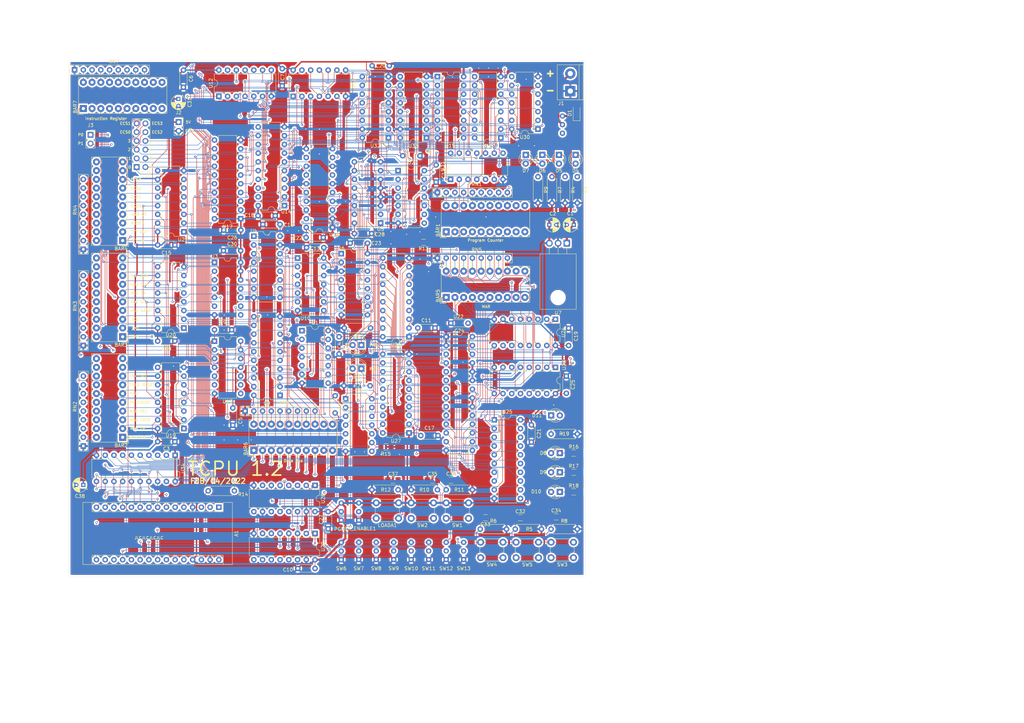
<source format=kicad_pcb>
(kicad_pcb (version 20171130) (host pcbnew 5.1.5+dfsg1-2build2)
  (layers (0 Front signal) (31 Back signal) (34 B.Paste user) (35 F.Paste user) (36 B.SilkS user) (37 F.SilkS user) (38 B.Mask user) (39 F.Mask user) (44 Edge.Cuts user))
  (net 0 "")
  (net 1 ~INST_PL)
  (net 2 GND)
  (net 3 INST_CLK)
  (net 4 SR_DATA)
  (net 5 INST_DIN)
  (net 6 SRCLK)
  (net 7 RCLK)
  (net 8 D4)
  (net 9 D5)
  (net 10 D6)
  (net 11 D7)
  (net 12 +5V)
  (net 13 D0)
  (net 14 D1)
  (net 15 D2)
  (net 16 D3)
  (net 17 "Net-(A1-Pad16)")
  (net 18 PC7)
  (net 19 PC6)
  (net 20 PC5)
  (net 21 PC4)
  (net 22 PC3)
  (net 23 PC2)
  (net 24 PC1)
  (net 25 PC0)
  (net 26 CLK_P0)
  (net 27 CLK_P1)
  (net 28 HALT)
  (net 29 MAROR0)
  (net 30 MAROR1)
  (net 31 MAROR2)
  (net 32 MAROR3)
  (net 33 MAROR4)
  (net 34 MAROR5)
  (net 35 MAROR6)
  (net 36 MAROR7)
  (net 37 "Net-(BAR6-Pad13)")
  (net 38 "Net-(BAR6-Pad14)")
  (net 39 "Net-(BAR6-Pad15)")
  (net 40 "Net-(BAR6-Pad16)")
  (net 41 "Net-(BAR6-Pad17)")
  (net 42 "Net-(BAR6-Pad18)")
  (net 43 "Net-(BAR6-Pad19)")
  (net 44 "Net-(BAR6-Pad20)")
  (net 45 "Net-(SW7-Pad2)")
  (net 46 "Net-(SW8-Pad2)")
  (net 47 ALU_CF_OUT)
  (net 48 JCS)
  (net 49 ALU_ZF_OUT)
  (net 50 JEQ)
  (net 51 IR_LOAD)
  (net 52 CYCLE_RESET)
  (net 53 ALU_OE)
  (net 54 "Net-(U17-Pad19)")
  (net 55 ALU_CLR)
  (net 56 JMP)
  (net 57 PC_LOAD)
  (net 58 TTY_OUT)
  (net 59 TTY_IN)
  (net 60 RAM_WE)
  (net 61 RAM_OE)
  (net 62 MAR_SEL)
  (net 63 ALU_EN)
  (net 64 MAR_LOAD)
  (net 65 /Sheet621C534F/A2)
  (net 66 ALU_SUB)
  (net 67 /Sheet621C534F/A4)
  (net 68 /Sheet621C534F/A1)
  (net 69 /Sheet621C534F/A3)
  (net 70 /Sheet621C534F/A7)
  (net 71 /Sheet621C534F/A5)
  (net 72 /Sheet621C534F/A8)
  (net 73 /Sheet621C534F/A6)
  (net 74 /Sheet621C534F/B1)
  (net 75 /Sheet621C534F/B5)
  (net 76 /Sheet621C534F/S1)
  (net 77 /Sheet621C534F/S5)
  (net 78 /Sheet621C534F/S2)
  (net 79 /Sheet621C534F/S6)
  (net 80 /Sheet621C534F/B2)
  (net 81 /Sheet621C534F/B6)
  (net 82 /Sheet621C534F/B3)
  (net 83 /Sheet621C534F/B7)
  (net 84 /Sheet621C534F/S3)
  (net 85 /Sheet621C534F/S7)
  (net 86 /Sheet621C534F/S4)
  (net 87 /Sheet621C534F/S8)
  (net 88 /Sheet621C534F/B4)
  (net 89 /Sheet621C534F/B8)
  (net 90 PC_COUNT)
  (net 91 "Net-(U19-Pad9)")
  (net 92 /Sheet632E549A/RA7)
  (net 93 /Sheet632E549A/RA6)
  (net 94 /Sheet632E549A/RA5)
  (net 95 /Sheet632E549A/RA4)
  (net 96 /Sheet632E549A/RA3)
  (net 97 /Sheet632E549A/RA2)
  (net 98 /Sheet632E549A/RA1)
  (net 99 /Sheet632E549A/RA0)
  (net 100 "Net-(BAR1-Pad20)")
  (net 101 "Net-(BAR1-Pad19)")
  (net 102 "Net-(BAR1-Pad18)")
  (net 103 "Net-(BAR1-Pad17)")
  (net 104 "Net-(BAR1-Pad16)")
  (net 105 "Net-(BAR1-Pad15)")
  (net 106 "Net-(BAR1-Pad14)")
  (net 107 "Net-(BAR1-Pad13)")
  (net 108 "Net-(BAR2-Pad13)")
  (net 109 "Net-(BAR2-Pad14)")
  (net 110 "Net-(BAR2-Pad15)")
  (net 111 "Net-(BAR2-Pad16)")
  (net 112 "Net-(BAR2-Pad17)")
  (net 113 "Net-(BAR2-Pad18)")
  (net 114 "Net-(BAR2-Pad19)")
  (net 115 "Net-(BAR2-Pad20)")
  (net 116 "Net-(BAR3-Pad20)")
  (net 117 "Net-(BAR3-Pad19)")
  (net 118 "Net-(BAR3-Pad18)")
  (net 119 "Net-(BAR3-Pad17)")
  (net 120 "Net-(BAR3-Pad16)")
  (net 121 "Net-(BAR3-Pad15)")
  (net 122 "Net-(BAR3-Pad14)")
  (net 123 "Net-(BAR3-Pad13)")
  (net 124 "Net-(BAR4-Pad13)")
  (net 125 "Net-(BAR4-Pad14)")
  (net 126 "Net-(BAR4-Pad15)")
  (net 127 "Net-(BAR4-Pad16)")
  (net 128 "Net-(BAR4-Pad17)")
  (net 129 "Net-(BAR4-Pad18)")
  (net 130 "Net-(BAR4-Pad19)")
  (net 131 "Net-(BAR4-Pad20)")
  (net 132 "Net-(BAR5-Pad13)")
  (net 133 "Net-(BAR5-Pad14)")
  (net 134 "Net-(BAR5-Pad15)")
  (net 135 "Net-(BAR5-Pad16)")
  (net 136 "Net-(BAR5-Pad17)")
  (net 137 "Net-(BAR5-Pad18)")
  (net 138 "Net-(BAR5-Pad19)")
  (net 139 "Net-(BAR5-Pad20)")
  (net 140 "Net-(U1-Pad3)")
  (net 141 "Net-(U1-Pad11)")
  (net 142 "Net-(U1-Pad6)")
  (net 143 "Net-(U3-Pad2)")
  (net 144 "Net-(U4-Pad9)")
  (net 145 IR4)
  (net 146 IR0)
  (net 147 IR5)
  (net 148 IR1)
  (net 149 IR6)
  (net 150 IR2)
  (net 151 IR7)
  (net 152 IR3)
  (net 153 IO_SR_CLK)
  (net 154 IRSR_C)
  (net 155 IO_SR_DATA)
  (net 156 "Net-(SW13-Pad2)")
  (net 157 ECS0)
  (net 158 ECS1)
  (net 159 ECS2)
  (net 160 ECS3)
  (net 161 "Net-(D2-Pad1)")
  (net 162 "Net-(SW9-Pad2)")
  (net 163 "Net-(SW10-Pad2)")
  (net 164 "Net-(SW11-Pad2)")
  (net 165 "Net-(SW12-Pad2)")
  (net 166 "Net-(BAR7-Pad13)")
  (net 167 "Net-(BAR7-Pad14)")
  (net 168 "Net-(BAR7-Pad15)")
  (net 169 "Net-(BAR7-Pad16)")
  (net 170 "Net-(BAR7-Pad17)")
  (net 171 "Net-(BAR7-Pad18)")
  (net 172 "Net-(BAR7-Pad19)")
  (net 173 "Net-(BAR7-Pad20)")
  (net 174 "Net-(D3-Pad1)")
  (net 175 IIDX0)
  (net 176 IIDX1)
  (net 177 "Net-(D4-Pad1)")
  (net 178 "Net-(D5-Pad1)")
  (net 179 IIDX2)
  (net 180 IIDX3)
  (net 181 "Net-(D6-Pad1)")
  (net 182 "Net-(CLK_ENABLE1-Pad2)")
  (net 183 "Net-(PGM1-Pad2)")
  (net 184 "Net-(U20-Pad9)")
  (net 185 "Net-(U23-Pad15)")
  (net 186 "Net-(C1-Pad1)")
  (net 187 "Net-(D1-Pad2)")
  (net 188 "Net-(D7-Pad1)")
  (net 189 "Net-(SW6-Pad2)")
  (net 190 "Net-(U14-Pad1)")
  (net 191 "Net-(U18-Pad19)")
  (net 192 "Net-(U23-Pad9)")
  (net 193 "Net-(U22-Pad27)")
  (net 194 "Net-(U27-Pad19)")
  (net 195 "Net-(U22-Pad22)")
  (net 196 "Net-(U10-Pad8)")
  (net 197 "Net-(U13-Pad2)")
  (net 198 "Net-(U15-Pad7)")
  (net 199 "Net-(C32-Pad1)")
  (net 200 "Net-(C33-Pad1)")
  (net 201 "Net-(C34-Pad1)")
  (net 202 "Net-(C35-Pad1)")
  (net 203 "Net-(C36-Pad1)")
  (net 204 "Net-(C37-Pad1)")
  (net 205 "Net-(U10-Pad4)")
  (net 206 RESET_PC)
  (net 207 SROE)
  (net 208 "Net-(U1-Pad8)")
  (net 209 ~RESET_PC)
  (net 210 /Sheet621C534F/Z7)
  (net 211 /Sheet621C534F/Z3)
  (net 212 /Sheet621C534F/Z6)
  (net 213 /Sheet621C534F/Z2)
  (net 214 /Sheet621C534F/Z5)
  (net 215 /Sheet621C534F/Z1)
  (net 216 /Sheet621C534F/Z4)
  (net 217 /Sheet621C534F/Z0)
  (net 218 ALU_NAND)
  (net 219 /Sheet621C534F/ANO2)
  (net 220 /Sheet621C534F/ANO0)
  (net 221 /Sheet621C534F/ANO3)
  (net 222 /Sheet621C534F/ANO1)
  (net 223 /Sheet621C534F/ANO5)
  (net 224 /Sheet621C534F/ANO7)
  (net 225 /Sheet621C534F/ANO4)
  (net 226 /Sheet621C534F/ANO6)
  (net 227 "Net-(D8-Pad1)")
  (net 228 "Net-(D9-Pad1)")
  (net 229 "Net-(D10-Pad1)")
  (net 230 "Net-(J1-Pad2)")
  (net 231 "Net-(D11-Pad1)")
  (net 232 ROR_OE)
  (net 233 "Net-(U34-Pad19)")
  (net 234 ALU_EN_CLK)
  (net 235 ~CYCLE_RESET)
  (module Package_DIP:DIP-20_W7.62mm (layer Front) (at 55.88 134.747 270)
    (fp_text reference U34 (at 3.81 -2.33 90) (layer F.SilkS))
    (fp_text value 74HC245)
    (pad 1 thru_hole rect (at 0 0 270) (size 1.6 1.6) (drill 0.8) (layers *.Cu *.Mask) (net 12 +5V))
    (pad 11 thru_hole oval (at 7.62 22.86 270) (size 1.6 1.6) (drill 0.8) (layers *.Cu *.Mask) (net 13 D0))
    (pad 2 thru_hole oval (at 0 2.54 270) (size 1.6 1.6) (drill 0.8) (layers *.Cu *.Mask) (net 74 /Sheet621C534F/B1))
    (pad 12 thru_hole oval (at 7.62 20.32 270) (size 1.6 1.6) (drill 0.8) (layers *.Cu *.Mask) (net 11 D7))
    (pad 3 thru_hole oval (at 0 5.08 270) (size 1.6 1.6) (drill 0.8) (layers *.Cu *.Mask) (net 80 /Sheet621C534F/B2))
    (pad 13 thru_hole oval (at 7.62 17.78 270) (size 1.6 1.6) (drill 0.8) (layers *.Cu *.Mask) (net 10 D6))
    (pad 4 thru_hole oval (at 0 7.62 270) (size 1.6 1.6) (drill 0.8) (layers *.Cu *.Mask) (net 82 /Sheet621C534F/B3))
    (pad 14 thru_hole oval (at 7.62 15.24 270) (size 1.6 1.6) (drill 0.8) (layers *.Cu *.Mask) (net 9 D5))
    (pad 5 thru_hole oval (at 0 10.16 270) (size 1.6 1.6) (drill 0.8) (layers *.Cu *.Mask) (net 88 /Sheet621C534F/B4))
    (pad 15 thru_hole oval (at 7.62 12.7 270) (size 1.6 1.6) (drill 0.8) (layers *.Cu *.Mask) (net 8 D4))
    (pad 6 thru_hole oval (at 0 12.7 270) (size 1.6 1.6) (drill 0.8) (layers *.Cu *.Mask) (net 75 /Sheet621C534F/B5))
    (pad 16 thru_hole oval (at 7.62 10.16 270) (size 1.6 1.6) (drill 0.8) (layers *.Cu *.Mask) (net 16 D3))
    (pad 7 thru_hole oval (at 0 15.24 270) (size 1.6 1.6) (drill 0.8) (layers *.Cu *.Mask) (net 81 /Sheet621C534F/B6))
    (pad 17 thru_hole oval (at 7.62 7.62 270) (size 1.6 1.6) (drill 0.8) (layers *.Cu *.Mask) (net 15 D2))
    (pad 8 thru_hole oval (at 0 17.78 270) (size 1.6 1.6) (drill 0.8) (layers *.Cu *.Mask) (net 83 /Sheet621C534F/B7))
    (pad 18 thru_hole oval (at 7.62 5.08 270) (size 1.6 1.6) (drill 0.8) (layers *.Cu *.Mask) (net 14 D1))
    (pad 9 thru_hole oval (at 0 20.32 270) (size 1.6 1.6) (drill 0.8) (layers *.Cu *.Mask) (net 89 /Sheet621C534F/B8))
    (pad 19 thru_hole oval (at 7.62 2.54 270) (size 1.6 1.6) (drill 0.8) (layers *.Cu *.Mask) (net 233 "Net-(U34-Pad19)"))
    (pad 10 thru_hole oval (at 0 22.86 270) (size 1.6 1.6) (drill 0.8) (layers *.Cu *.Mask) (net 2 GND))
    (pad 20 thru_hole oval (at 7.62 0 270) (size 1.6 1.6) (drill 0.8) (layers *.Cu *.Mask) (net 12 +5V))
  )
  (module Display:HDSP-4830 (layer Front) (at 40.64 72.39 180)
    (fp_text reference BAR4 (at 0.47 -2.37) (layer F.SilkS))
    (fp_text value HDSP-4830_2)
    (pad 1 thru_hole rect (at 0 0 90) (size 2.032 2.032) (drill 0.9144) (layers *.Cu *.Mask) (net 59 TTY_IN))
    (pad 2 thru_hole circle (at 0 2.54 90) (size 2.032 2.032) (drill 0.9144) (layers *.Cu *.Mask) (net 58 TTY_OUT))
    (pad 3 thru_hole circle (at 0 5.08 90) (size 2.032 2.032) (drill 0.9144) (layers *.Cu *.Mask) (net 206 RESET_PC))
    (pad 4 thru_hole circle (at 0 7.62 90) (size 2.032 2.032) (drill 0.9144) (layers *.Cu *.Mask) (net 232 ROR_OE))
    (pad 13 thru_hole circle (at 7.62 17.78 90) (size 2.032 2.032) (drill 0.9144) (layers *.Cu *.Mask) (net 124 "Net-(BAR4-Pad13)"))
    (pad 14 thru_hole circle (at 7.62 15.24 90) (size 2.032 2.032) (drill 0.9144) (layers *.Cu *.Mask) (net 125 "Net-(BAR4-Pad14)"))
    (pad 15 thru_hole circle (at 7.62 12.7 90) (size 2.032 2.032) (drill 0.9144) (layers *.Cu *.Mask) (net 126 "Net-(BAR4-Pad15)"))
    (pad 16 thru_hole circle (at 7.62 10.16 90) (size 2.032 2.032) (drill 0.9144) (layers *.Cu *.Mask) (net 127 "Net-(BAR4-Pad16)"))
    (pad 5 thru_hole circle (at 0 10.16 90) (size 2.032 2.032) (drill 0.9144) (layers *.Cu *.Mask) (net 157 ECS0))
    (pad 6 thru_hole circle (at 0 12.7 90) (size 2.032 2.032) (drill 0.9144) (layers *.Cu *.Mask) (net 158 ECS1))
    (pad 7 thru_hole circle (at 0 15.24 90) (size 2.032 2.032) (drill 0.9144) (layers *.Cu *.Mask) (net 159 ECS2))
    (pad 8 thru_hole circle (at 0 17.78 90) (size 2.032 2.032) (drill 0.9144) (layers *.Cu *.Mask) (net 160 ECS3))
    (pad 12 thru_hole circle (at 7.62 20.32 90) (size 2.032 2.032) (drill 0.9144) (layers *.Cu *.Mask))
    (pad 11 thru_hole circle (at 7.62 22.86 90) (size 2.032 2.032) (drill 0.9144) (layers *.Cu *.Mask))
    (pad 10 thru_hole circle (at 0 22.86 90) (size 2.032 2.032) (drill 0.9144) (layers *.Cu *.Mask))
    (pad 9 thru_hole circle (at 0 20.32 90) (size 2.032 2.032) (drill 0.9144) (layers *.Cu *.Mask))
    (pad 17 thru_hole circle (at 7.62 7.62 90) (size 2.032 2.032) (drill 0.9144) (layers *.Cu *.Mask) (net 128 "Net-(BAR4-Pad17)"))
    (pad 18 thru_hole circle (at 7.62 5.08 90) (size 2.032 2.032) (drill 0.9144) (layers *.Cu *.Mask) (net 129 "Net-(BAR4-Pad18)"))
    (pad 19 thru_hole circle (at 7.62 2.54 90) (size 2.032 2.032) (drill 0.9144) (layers *.Cu *.Mask) (net 130 "Net-(BAR4-Pad19)"))
    (pad 20 thru_hole circle (at 7.62 0 90) (size 2.032 2.032) (drill 0.9144) (layers *.Cu *.Mask) (net 131 "Net-(BAR4-Pad20)"))
  )
  (module Module:Arduino_Nano (layer Front) (at 68.58 149.86 270)
    (fp_text reference A1 (at 7.62 -5.08 90) (layer F.SilkS))
    (fp_text value Arduino_Nano_v3.x)
    (pad 1 thru_hole rect (at 0 0 270) (size 1.6 1.6) (drill 0.8) (layers *.Cu *.Mask))
    (pad 17 thru_hole oval (at 15.24 33.02 270) (size 1.6 1.6) (drill 0.8) (layers *.Cu *.Mask))
    (pad 2 thru_hole oval (at 0 2.54 270) (size 1.6 1.6) (drill 0.8) (layers *.Cu *.Mask))
    (pad 18 thru_hole oval (at 15.24 30.48 270) (size 1.6 1.6) (drill 0.8) (layers *.Cu *.Mask))
    (pad 3 thru_hole oval (at 0 5.08 270) (size 1.6 1.6) (drill 0.8) (layers *.Cu *.Mask))
    (pad 19 thru_hole oval (at 15.24 27.94 270) (size 1.6 1.6) (drill 0.8) (layers *.Cu *.Mask) (net 5 INST_DIN))
    (pad 4 thru_hole oval (at 0 7.62 270) (size 1.6 1.6) (drill 0.8) (layers *.Cu *.Mask) (net 2 GND))
    (pad 20 thru_hole oval (at 15.24 25.4 270) (size 1.6 1.6) (drill 0.8) (layers *.Cu *.Mask) (net 3 INST_CLK))
    (pad 5 thru_hole oval (at 0 10.16 270) (size 1.6 1.6) (drill 0.8) (layers *.Cu *.Mask) (net 4 SR_DATA))
    (pad 21 thru_hole oval (at 15.24 22.86 270) (size 1.6 1.6) (drill 0.8) (layers *.Cu *.Mask) (net 1 ~INST_PL))
    (pad 6 thru_hole oval (at 0 12.7 270) (size 1.6 1.6) (drill 0.8) (layers *.Cu *.Mask) (net 6 SRCLK))
    (pad 22 thru_hole oval (at 15.24 20.32 270) (size 1.6 1.6) (drill 0.8) (layers *.Cu *.Mask) (net 207 SROE))
    (pad 7 thru_hole oval (at 0 15.24 270) (size 1.6 1.6) (drill 0.8) (layers *.Cu *.Mask) (net 8 D4))
    (pad 23 thru_hole oval (at 15.24 17.78 270) (size 1.6 1.6) (drill 0.8) (layers *.Cu *.Mask) (net 153 IO_SR_CLK))
    (pad 8 thru_hole oval (at 0 17.78 270) (size 1.6 1.6) (drill 0.8) (layers *.Cu *.Mask) (net 9 D5))
    (pad 24 thru_hole oval (at 15.24 15.24 270) (size 1.6 1.6) (drill 0.8) (layers *.Cu *.Mask) (net 155 IO_SR_DATA))
    (pad 9 thru_hole oval (at 0 20.32 270) (size 1.6 1.6) (drill 0.8) (layers *.Cu *.Mask) (net 10 D6))
    (pad 25 thru_hole oval (at 15.24 12.7 270) (size 1.6 1.6) (drill 0.8) (layers *.Cu *.Mask))
    (pad 10 thru_hole oval (at 0 22.86 270) (size 1.6 1.6) (drill 0.8) (layers *.Cu *.Mask) (net 11 D7))
    (pad 26 thru_hole oval (at 15.24 10.16 270) (size 1.6 1.6) (drill 0.8) (layers *.Cu *.Mask))
    (pad 11 thru_hole oval (at 0 25.4 270) (size 1.6 1.6) (drill 0.8) (layers *.Cu *.Mask) (net 13 D0))
    (pad 27 thru_hole oval (at 15.24 7.62 270) (size 1.6 1.6) (drill 0.8) (layers *.Cu *.Mask) (net 12 +5V))
    (pad 12 thru_hole oval (at 0 27.94 270) (size 1.6 1.6) (drill 0.8) (layers *.Cu *.Mask) (net 14 D1))
    (pad 28 thru_hole oval (at 15.24 5.08 270) (size 1.6 1.6) (drill 0.8) (layers *.Cu *.Mask))
    (pad 13 thru_hole oval (at 0 30.48 270) (size 1.6 1.6) (drill 0.8) (layers *.Cu *.Mask) (net 15 D2))
    (pad 29 thru_hole oval (at 15.24 2.54 270) (size 1.6 1.6) (drill 0.8) (layers *.Cu *.Mask) (net 2 GND))
    (pad 14 thru_hole oval (at 0 33.02 270) (size 1.6 1.6) (drill 0.8) (layers *.Cu *.Mask) (net 16 D3))
    (pad 30 thru_hole oval (at 15.24 0 270) (size 1.6 1.6) (drill 0.8) (layers *.Cu *.Mask))
    (pad 15 thru_hole oval (at 0 35.56 270) (size 1.6 1.6) (drill 0.8) (layers *.Cu *.Mask) (net 7 RCLK))
    (pad 16 thru_hole oval (at 15.24 35.56 270) (size 1.6 1.6) (drill 0.8) (layers *.Cu *.Mask) (net 17 "Net-(A1-Pad16)"))
  )
  (module Display:HDSP-4830 (layer Front) (at 40.64 129.54 180)
    (fp_text reference BAR2 (at 0.47 -2.37) (layer F.SilkS))
    (fp_text value HDSP-4830_2)
    (pad 1 thru_hole rect (at 0 0 90) (size 2.032 2.032) (drill 0.9144) (layers *.Cu *.Mask) (net 60 RAM_WE))
    (pad 2 thru_hole circle (at 0 2.54 90) (size 2.032 2.032) (drill 0.9144) (layers *.Cu *.Mask) (net 61 RAM_OE))
    (pad 3 thru_hole circle (at 0 5.08 90) (size 2.032 2.032) (drill 0.9144) (layers *.Cu *.Mask) (net 64 MAR_LOAD))
    (pad 4 thru_hole circle (at 0 7.62 90) (size 2.032 2.032) (drill 0.9144) (layers *.Cu *.Mask) (net 62 MAR_SEL))
    (pad 13 thru_hole circle (at 7.62 17.78 90) (size 2.032 2.032) (drill 0.9144) (layers *.Cu *.Mask) (net 108 "Net-(BAR2-Pad13)"))
    (pad 14 thru_hole circle (at 7.62 15.24 90) (size 2.032 2.032) (drill 0.9144) (layers *.Cu *.Mask) (net 109 "Net-(BAR2-Pad14)"))
    (pad 15 thru_hole circle (at 7.62 12.7 90) (size 2.032 2.032) (drill 0.9144) (layers *.Cu *.Mask) (net 110 "Net-(BAR2-Pad15)"))
    (pad 16 thru_hole circle (at 7.62 10.16 90) (size 2.032 2.032) (drill 0.9144) (layers *.Cu *.Mask) (net 111 "Net-(BAR2-Pad16)"))
    (pad 5 thru_hole circle (at 0 10.16 90) (size 2.032 2.032) (drill 0.9144) (layers *.Cu *.Mask) (net 90 PC_COUNT))
    (pad 6 thru_hole circle (at 0 12.7 90) (size 2.032 2.032) (drill 0.9144) (layers *.Cu *.Mask) (net 28 HALT))
    (pad 7 thru_hole circle (at 0 15.24 90) (size 2.032 2.032) (drill 0.9144) (layers *.Cu *.Mask) (net 52 CYCLE_RESET))
    (pad 8 thru_hole circle (at 0 17.78 90) (size 2.032 2.032) (drill 0.9144) (layers *.Cu *.Mask) (net 51 IR_LOAD))
    (pad 12 thru_hole circle (at 7.62 20.32 90) (size 2.032 2.032) (drill 0.9144) (layers *.Cu *.Mask))
    (pad 11 thru_hole circle (at 7.62 22.86 90) (size 2.032 2.032) (drill 0.9144) (layers *.Cu *.Mask))
    (pad 10 thru_hole circle (at 0 22.86 90) (size 2.032 2.032) (drill 0.9144) (layers *.Cu *.Mask))
    (pad 9 thru_hole circle (at 0 20.32 90) (size 2.032 2.032) (drill 0.9144) (layers *.Cu *.Mask))
    (pad 17 thru_hole circle (at 7.62 7.62 90) (size 2.032 2.032) (drill 0.9144) (layers *.Cu *.Mask) (net 112 "Net-(BAR2-Pad17)"))
    (pad 18 thru_hole circle (at 7.62 5.08 90) (size 2.032 2.032) (drill 0.9144) (layers *.Cu *.Mask) (net 113 "Net-(BAR2-Pad18)"))
    (pad 19 thru_hole circle (at 7.62 2.54 90) (size 2.032 2.032) (drill 0.9144) (layers *.Cu *.Mask) (net 114 "Net-(BAR2-Pad19)"))
    (pad 20 thru_hole circle (at 7.62 0 90) (size 2.032 2.032) (drill 0.9144) (layers *.Cu *.Mask) (net 115 "Net-(BAR2-Pad20)"))
  )
  (module Display:HDSP-4830 (layer Front) (at 40.64 100.33 180)
    (fp_text reference BAR3 (at 0.47 -2.37) (layer F.SilkS))
    (fp_text value HDSP-4830_2)
    (pad 20 thru_hole circle (at 7.62 0 90) (size 2.032 2.032) (drill 0.9144) (layers *.Cu *.Mask) (net 116 "Net-(BAR3-Pad20)"))
    (pad 19 thru_hole circle (at 7.62 2.54 90) (size 2.032 2.032) (drill 0.9144) (layers *.Cu *.Mask) (net 117 "Net-(BAR3-Pad19)"))
    (pad 18 thru_hole circle (at 7.62 5.08 90) (size 2.032 2.032) (drill 0.9144) (layers *.Cu *.Mask) (net 118 "Net-(BAR3-Pad18)"))
    (pad 17 thru_hole circle (at 7.62 7.62 90) (size 2.032 2.032) (drill 0.9144) (layers *.Cu *.Mask) (net 119 "Net-(BAR3-Pad17)"))
    (pad 9 thru_hole circle (at 0 20.32 90) (size 2.032 2.032) (drill 0.9144) (layers *.Cu *.Mask))
    (pad 10 thru_hole circle (at 0 22.86 90) (size 2.032 2.032) (drill 0.9144) (layers *.Cu *.Mask))
    (pad 11 thru_hole circle (at 7.62 22.86 90) (size 2.032 2.032) (drill 0.9144) (layers *.Cu *.Mask))
    (pad 12 thru_hole circle (at 7.62 20.32 90) (size 2.032 2.032) (drill 0.9144) (layers *.Cu *.Mask))
    (pad 8 thru_hole circle (at 0 17.78 90) (size 2.032 2.032) (drill 0.9144) (layers *.Cu *.Mask) (net 66 ALU_SUB))
    (pad 7 thru_hole circle (at 0 15.24 90) (size 2.032 2.032) (drill 0.9144) (layers *.Cu *.Mask) (net 55 ALU_CLR))
    (pad 6 thru_hole circle (at 0 12.7 90) (size 2.032 2.032) (drill 0.9144) (layers *.Cu *.Mask) (net 63 ALU_EN))
    (pad 5 thru_hole circle (at 0 10.16 90) (size 2.032 2.032) (drill 0.9144) (layers *.Cu *.Mask) (net 53 ALU_OE))
    (pad 16 thru_hole circle (at 7.62 10.16 90) (size 2.032 2.032) (drill 0.9144) (layers *.Cu *.Mask) (net 120 "Net-(BAR3-Pad16)"))
    (pad 15 thru_hole circle (at 7.62 12.7 90) (size 2.032 2.032) (drill 0.9144) (layers *.Cu *.Mask) (net 121 "Net-(BAR3-Pad15)"))
    (pad 14 thru_hole circle (at 7.62 15.24 90) (size 2.032 2.032) (drill 0.9144) (layers *.Cu *.Mask) (net 122 "Net-(BAR3-Pad14)"))
    (pad 13 thru_hole circle (at 7.62 17.78 90) (size 2.032 2.032) (drill 0.9144) (layers *.Cu *.Mask) (net 123 "Net-(BAR3-Pad13)"))
    (pad 4 thru_hole circle (at 0 7.62 90) (size 2.032 2.032) (drill 0.9144) (layers *.Cu *.Mask) (net 218 ALU_NAND))
    (pad 3 thru_hole circle (at 0 5.08 90) (size 2.032 2.032) (drill 0.9144) (layers *.Cu *.Mask) (net 48 JCS))
    (pad 2 thru_hole circle (at 0 2.54 90) (size 2.032 2.032) (drill 0.9144) (layers *.Cu *.Mask) (net 50 JEQ))
    (pad 1 thru_hole rect (at 0 0 90) (size 2.032 2.032) (drill 0.9144) (layers *.Cu *.Mask) (net 56 JMP))
  )
  (module Display:HDSP-4830 (layer Front) (at 78.74 133.35 90)
    (fp_text reference BAR6 (at 0.47 -2.37 90) (layer F.SilkS))
    (fp_text value "DATA BUS")
    (pad 20 thru_hole circle (at 7.62 0) (size 2.032 2.032) (drill 0.9144) (layers *.Cu *.Mask) (net 44 "Net-(BAR6-Pad20)"))
    (pad 19 thru_hole circle (at 7.62 2.54) (size 2.032 2.032) (drill 0.9144) (layers *.Cu *.Mask) (net 43 "Net-(BAR6-Pad19)"))
    (pad 18 thru_hole circle (at 7.62 5.08) (size 2.032 2.032) (drill 0.9144) (layers *.Cu *.Mask) (net 42 "Net-(BAR6-Pad18)"))
    (pad 17 thru_hole circle (at 7.62 7.62) (size 2.032 2.032) (drill 0.9144) (layers *.Cu *.Mask) (net 41 "Net-(BAR6-Pad17)"))
    (pad 9 thru_hole circle (at 0 20.32) (size 2.032 2.032) (drill 0.9144) (layers *.Cu *.Mask))
    (pad 10 thru_hole circle (at 0 22.86) (size 2.032 2.032) (drill 0.9144) (layers *.Cu *.Mask))
    (pad 11 thru_hole circle (at 7.62 22.86) (size 2.032 2.032) (drill 0.9144) (layers *.Cu *.Mask))
    (pad 12 thru_hole circle (at 7.62 20.32) (size 2.032 2.032) (drill 0.9144) (layers *.Cu *.Mask))
    (pad 8 thru_hole circle (at 0 17.78) (size 2.032 2.032) (drill 0.9144) (layers *.Cu *.Mask) (net 13 D0))
    (pad 7 thru_hole circle (at 0 15.24) (size 2.032 2.032) (drill 0.9144) (layers *.Cu *.Mask) (net 14 D1))
    (pad 6 thru_hole circle (at 0 12.7) (size 2.032 2.032) (drill 0.9144) (layers *.Cu *.Mask) (net 15 D2))
    (pad 5 thru_hole circle (at 0 10.16) (size 2.032 2.032) (drill 0.9144) (layers *.Cu *.Mask) (net 16 D3))
    (pad 16 thru_hole circle (at 7.62 10.16) (size 2.032 2.032) (drill 0.9144) (layers *.Cu *.Mask) (net 40 "Net-(BAR6-Pad16)"))
    (pad 15 thru_hole circle (at 7.62 12.7) (size 2.032 2.032) (drill 0.9144) (layers *.Cu *.Mask) (net 39 "Net-(BAR6-Pad15)"))
    (pad 14 thru_hole circle (at 7.62 15.24) (size 2.032 2.032) (drill 0.9144) (layers *.Cu *.Mask) (net 38 "Net-(BAR6-Pad14)"))
    (pad 13 thru_hole circle (at 7.62 17.78) (size 2.032 2.032) (drill 0.9144) (layers *.Cu *.Mask) (net 37 "Net-(BAR6-Pad13)"))
    (pad 4 thru_hole circle (at 0 7.62) (size 2.032 2.032) (drill 0.9144) (layers *.Cu *.Mask) (net 8 D4))
    (pad 3 thru_hole circle (at 0 5.08) (size 2.032 2.032) (drill 0.9144) (layers *.Cu *.Mask) (net 9 D5))
    (pad 2 thru_hole circle (at 0 2.54) (size 2.032 2.032) (drill 0.9144) (layers *.Cu *.Mask) (net 10 D6))
    (pad 1 thru_hole rect (at 0 0) (size 2.032 2.032) (drill 0.9144) (layers *.Cu *.Mask) (net 11 D7))
  )
  (module Capacitor_THT:C_Disc_D4.3mm_W1.9mm_P5.00mm (layer Front) (at 50.8 130.81)
    (fp_text reference C3 (at 2.54 2.032) (layer F.SilkS))
    (fp_text value 100n)
    (pad 2 thru_hole circle (at 5 0) (size 1.6 1.6) (drill 0.8) (layers *.Cu *.Mask) (net 2 GND))
    (pad 1 thru_hole circle (at 0 0) (size 1.6 1.6) (drill 0.8) (layers *.Cu *.Mask) (net 12 +5V))
  )
  (module Capacitor_THT:C_Disc_D4.3mm_W1.9mm_P5.00mm (layer Front) (at 96.52 167.64 180)
    (fp_text reference C10 (at 7.874 -0.381) (layer F.SilkS))
    (fp_text value 100n)
    (pad 2 thru_hole circle (at 5 0 180) (size 1.6 1.6) (drill 0.8) (layers *.Cu *.Mask) (net 2 GND))
    (pad 1 thru_hole circle (at 0 0 180) (size 1.6 1.6) (drill 0.8) (layers *.Cu *.Mask) (net 12 +5V))
  )
  (module Capacitor_THT:C_Disc_D4.3mm_W1.9mm_P5.00mm (layer Front) (at 50.8 73.66)
    (fp_text reference C15 (at 2.54 2.286) (layer F.SilkS))
    (fp_text value 100n)
    (pad 1 thru_hole circle (at 0 0) (size 1.6 1.6) (drill 0.8) (layers *.Cu *.Mask) (net 12 +5V))
    (pad 2 thru_hole circle (at 5 0) (size 1.6 1.6) (drill 0.8) (layers *.Cu *.Mask) (net 2 GND))
  )
  (module Capacitor_THT:C_Disc_D4.3mm_W1.9mm_P5.00mm (layer Front) (at 100.33 151.13 270)
    (fp_text reference C27 (at 2.286 2.032 90) (layer F.SilkS))
    (fp_text value 100n)
    (pad 2 thru_hole circle (at 5 0 270) (size 1.6 1.6) (drill 0.8) (layers *.Cu *.Mask) (net 2 GND))
    (pad 1 thru_hole circle (at 0 0 270) (size 1.6 1.6) (drill 0.8) (layers *.Cu *.Mask) (net 12 +5V))
  )
  (module Capacitor_THT:C_Disc_D4.3mm_W1.9mm_P5.00mm (layer Front) (at 50.8 101.6)
    (fp_text reference C29 (at 2.54 2.286) (layer F.SilkS))
    (fp_text value 100n)
    (pad 1 thru_hole circle (at 0 0) (size 1.6 1.6) (drill 0.8) (layers *.Cu *.Mask) (net 12 +5V))
    (pad 2 thru_hole circle (at 5 0) (size 1.6 1.6) (drill 0.8) (layers *.Cu *.Mask) (net 2 GND))
  )
  (module Resistor_THT:R_Axial_DIN0207_L6.3mm_D2.5mm_P7.62mm_Horizontal (layer Front) (at 132.08 144.78 180)
    (fp_text reference R10 (at 3.81 0) (layer F.SilkS))
    (fp_text value 1K)
    (pad 1 thru_hole circle (at 0 0 180) (size 1.6 1.6) (drill 0.8) (layers *.Cu *.Mask) (net 202 "Net-(C35-Pad1)"))
    (pad 2 thru_hole oval (at 7.62 0 180) (size 1.6 1.6) (drill 0.8) (layers *.Cu *.Mask) (net 2 GND))
  )
  (module Resistor_THT:R_Axial_DIN0207_L6.3mm_D2.5mm_P7.62mm_Horizontal (layer Front) (at 134.62 144.78)
    (fp_text reference R11 (at 3.81 0) (layer F.SilkS))
    (fp_text value 1K)
    (pad 2 thru_hole oval (at 7.62 0) (size 1.6 1.6) (drill 0.8) (layers *.Cu *.Mask) (net 2 GND))
    (pad 1 thru_hole circle (at 0 0) (size 1.6 1.6) (drill 0.8) (layers *.Cu *.Mask) (net 203 "Net-(C36-Pad1)"))
  )
  (module Resistor_THT:R_Axial_DIN0207_L6.3mm_D2.5mm_P7.62mm_Horizontal (layer Front) (at 120.65 144.78 180)
    (fp_text reference R12 (at 3.556 0) (layer F.SilkS))
    (fp_text value 1K)
    (pad 2 thru_hole oval (at 7.62 0 180) (size 1.6 1.6) (drill 0.8) (layers *.Cu *.Mask) (net 2 GND))
    (pad 1 thru_hole circle (at 0 0 180) (size 1.6 1.6) (drill 0.8) (layers *.Cu *.Mask) (net 204 "Net-(C37-Pad1)"))
  )
  (module switch:spdt_slide_switch (layer Front) (at 104.14 162.6 270)
    (fp_text reference SW6 (at 5.04 0 180) (layer F.SilkS))
    (fp_text value D0)
    (pad 3 thru_hole circle (at 2.5 0 270) (size 1.524 1.524) (drill 0.762) (layers *.Cu *.Mask) (net 2 GND))
    (pad 2 thru_hole circle (at 0 0 270) (size 1.524 1.524) (drill 0.762) (layers *.Cu *.Mask) (net 189 "Net-(SW6-Pad2)"))
    (pad 1 thru_hole circle (at -2.5 0 270) (size 1.524 1.524) (drill 0.762) (layers *.Cu *.Mask) (net 12 +5V))
  )
  (module switch:spdt_slide_switch (layer Front) (at 109.22 162.56 270)
    (fp_text reference SW7 (at 5.08 0) (layer F.SilkS))
    (fp_text value D1)
    (pad 1 thru_hole circle (at -2.5 0 270) (size 1.524 1.524) (drill 0.762) (layers *.Cu *.Mask) (net 12 +5V))
    (pad 2 thru_hole circle (at 0 0 270) (size 1.524 1.524) (drill 0.762) (layers *.Cu *.Mask) (net 45 "Net-(SW7-Pad2)"))
    (pad 3 thru_hole circle (at 2.5 0 270) (size 1.524 1.524) (drill 0.762) (layers *.Cu *.Mask) (net 2 GND))
  )
  (module switch:spdt_slide_switch (layer Front) (at 114.3 162.56 270)
    (fp_text reference SW8 (at 5.08 0) (layer F.SilkS))
    (fp_text value D2)
    (pad 1 thru_hole circle (at -2.5 0 270) (size 1.524 1.524) (drill 0.762) (layers *.Cu *.Mask) (net 12 +5V))
    (pad 2 thru_hole circle (at 0 0 270) (size 1.524 1.524) (drill 0.762) (layers *.Cu *.Mask) (net 46 "Net-(SW8-Pad2)"))
    (pad 3 thru_hole circle (at 2.5 0 270) (size 1.524 1.524) (drill 0.762) (layers *.Cu *.Mask) (net 2 GND))
  )
  (module switch:spdt_slide_switch (layer Front) (at 119.38 162.56 270)
    (fp_text reference SW9 (at 5.08 0 180) (layer F.SilkS))
    (fp_text value D3)
    (pad 1 thru_hole circle (at -2.5 0 270) (size 1.524 1.524) (drill 0.762) (layers *.Cu *.Mask) (net 12 +5V))
    (pad 2 thru_hole circle (at 0 0 270) (size 1.524 1.524) (drill 0.762) (layers *.Cu *.Mask) (net 162 "Net-(SW9-Pad2)"))
    (pad 3 thru_hole circle (at 2.5 0 270) (size 1.524 1.524) (drill 0.762) (layers *.Cu *.Mask) (net 2 GND))
  )
  (module switch:spdt_slide_switch (layer Front) (at 124.46 162.56 270)
    (fp_text reference SW10 (at 5.08 0 180) (layer F.SilkS))
    (fp_text value D4)
    (pad 3 thru_hole circle (at 2.5 0 270) (size 1.524 1.524) (drill 0.762) (layers *.Cu *.Mask) (net 2 GND))
    (pad 2 thru_hole circle (at 0 0 270) (size 1.524 1.524) (drill 0.762) (layers *.Cu *.Mask) (net 163 "Net-(SW10-Pad2)"))
    (pad 1 thru_hole circle (at -2.5 0 270) (size 1.524 1.524) (drill 0.762) (layers *.Cu *.Mask) (net 12 +5V))
  )
  (module switch:spdt_slide_switch (layer Front) (at 129.54 162.56 270)
    (fp_text reference SW11 (at 5.08 0 180) (layer F.SilkS))
    (fp_text value D5)
    (pad 1 thru_hole circle (at -2.5 0 270) (size 1.524 1.524) (drill 0.762) (layers *.Cu *.Mask) (net 12 +5V))
    (pad 2 thru_hole circle (at 0 0 270) (size 1.524 1.524) (drill 0.762) (layers *.Cu *.Mask) (net 164 "Net-(SW11-Pad2)"))
    (pad 3 thru_hole circle (at 2.5 0 270) (size 1.524 1.524) (drill 0.762) (layers *.Cu *.Mask) (net 2 GND))
  )
  (module switch:spdt_slide_switch (layer Front) (at 134.62 162.56 270)
    (fp_text reference SW12 (at 5.08 0 180) (layer F.SilkS))
    (fp_text value D6)
    (pad 3 thru_hole circle (at 2.5 0 270) (size 1.524 1.524) (drill 0.762) (layers *.Cu *.Mask) (net 2 GND))
    (pad 2 thru_hole circle (at 0 0 270) (size 1.524 1.524) (drill 0.762) (layers *.Cu *.Mask) (net 165 "Net-(SW12-Pad2)"))
    (pad 1 thru_hole circle (at -2.5 0 270) (size 1.524 1.524) (drill 0.762) (layers *.Cu *.Mask) (net 12 +5V))
  )
  (module switch:spdt_slide_switch (layer Front) (at 139.7 162.56 270)
    (fp_text reference SW13 (at 5.08 0) (layer F.SilkS))
    (fp_text value D7)
    (pad 1 thru_hole circle (at -2.5 0 270) (size 1.524 1.524) (drill 0.762) (layers *.Cu *.Mask) (net 12 +5V))
    (pad 2 thru_hole circle (at 0 0 270) (size 1.524 1.524) (drill 0.762) (layers *.Cu *.Mask) (net 156 "Net-(SW13-Pad2)"))
    (pad 3 thru_hole circle (at 2.5 0 270) (size 1.524 1.524) (drill 0.762) (layers *.Cu *.Mask) (net 2 GND))
  )
  (module Button_Switch_THT:SW_PUSH_6mm (layer Front) (at 120.8 153.09 180)
    (fp_text reference LOADA1 (at 3.25 -2) (layer F.SilkS))
    (fp_text value SW_Push)
    (pad 2 thru_hole circle (at 0 4.5 270) (size 2 2) (drill 1.1) (layers *.Cu *.Mask) (net 12 +5V))
    (pad 1 thru_hole circle (at 0 0 270) (size 2 2) (drill 1.1) (layers *.Cu *.Mask) (net 204 "Net-(C37-Pad1)"))
    (pad 2 thru_hole circle (at 6.5 4.5 270) (size 2 2) (drill 1.1) (layers *.Cu *.Mask) (net 12 +5V))
    (pad 1 thru_hole circle (at 6.5 0 270) (size 2 2) (drill 1.1) (layers *.Cu *.Mask) (net 204 "Net-(C37-Pad1)"))
  )
  (module Button_Switch_THT:SW_PUSH_6mm (layer Front) (at 141.12 153.09 180)
    (fp_text reference SW1 (at 3.25 -2) (layer F.SilkS))
    (fp_text value SW_Push)
    (pad 1 thru_hole circle (at 6.5 0 270) (size 2 2) (drill 1.1) (layers *.Cu *.Mask) (net 203 "Net-(C36-Pad1)"))
    (pad 2 thru_hole circle (at 6.5 4.5 270) (size 2 2) (drill 1.1) (layers *.Cu *.Mask) (net 12 +5V))
    (pad 1 thru_hole circle (at 0 0 270) (size 2 2) (drill 1.1) (layers *.Cu *.Mask) (net 203 "Net-(C36-Pad1)"))
    (pad 2 thru_hole circle (at 0 4.5 270) (size 2 2) (drill 1.1) (layers *.Cu *.Mask) (net 12 +5V))
  )
  (module Button_Switch_THT:SW_PUSH_6mm (layer Front) (at 130.96 153.09 180)
    (fp_text reference SW2 (at 3.25 -2 180) (layer F.SilkS))
    (fp_text value SW_Push)
    (pad 2 thru_hole circle (at 0 4.5 270) (size 2 2) (drill 1.1) (layers *.Cu *.Mask) (net 12 +5V))
    (pad 1 thru_hole circle (at 0 0 270) (size 2 2) (drill 1.1) (layers *.Cu *.Mask) (net 202 "Net-(C35-Pad1)"))
    (pad 2 thru_hole circle (at 6.5 4.5 270) (size 2 2) (drill 1.1) (layers *.Cu *.Mask) (net 12 +5V))
    (pad 1 thru_hole circle (at 6.5 0 270) (size 2 2) (drill 1.1) (layers *.Cu *.Mask) (net 202 "Net-(C35-Pad1)"))
  )
  (module switch:spdt_slide_switch (layer Front) (at 109.22 151.13 270)
    (fp_text reference CLK_ENABLE1 (at 4.953 0) (layer F.SilkS))
    (fp_text value CLK_ENABLE)
    (pad 3 thru_hole circle (at 2.5 0 270) (size 1.524 1.524) (drill 0.762) (layers *.Cu *.Mask) (net 2 GND))
    (pad 2 thru_hole circle (at 0 0 270) (size 1.524 1.524) (drill 0.762) (layers *.Cu *.Mask) (net 182 "Net-(CLK_ENABLE1-Pad2)"))
    (pad 1 thru_hole circle (at -2.5 0 270) (size 1.524 1.524) (drill 0.762) (layers *.Cu *.Mask) (net 12 +5V))
  )
  (module switch:spdt_slide_switch (layer Front) (at 104.14 151.13 270)
    (fp_text reference PGM1 (at 5.08 0 180) (layer F.SilkS))
    (fp_text value PGM)
    (pad 3 thru_hole circle (at 2.5 0 270) (size 1.524 1.524) (drill 0.762) (layers *.Cu *.Mask) (net 2 GND))
    (pad 2 thru_hole circle (at 0 0 270) (size 1.524 1.524) (drill 0.762) (layers *.Cu *.Mask) (net 183 "Net-(PGM1-Pad2)"))
    (pad 1 thru_hole circle (at -2.5 0 270) (size 1.524 1.524) (drill 0.762) (layers *.Cu *.Mask) (net 12 +5V))
  )
  (module Package_DIP:DIP-16_W7.62mm (layer Front) (at 58.42 127 180)
    (fp_text reference U19 (at 3.81 -2.032) (layer F.SilkS))
    (fp_text value 74HC595)
    (pad 1 thru_hole rect (at 0 0 180) (size 1.6 1.6) (drill 0.8) (layers *.Cu *.Mask) (net 61 RAM_OE))
    (pad 9 thru_hole oval (at 7.62 17.78 180) (size 1.6 1.6) (drill 0.8) (layers *.Cu *.Mask) (net 91 "Net-(U19-Pad9)"))
    (pad 2 thru_hole oval (at 0 2.54 180) (size 1.6 1.6) (drill 0.8) (layers *.Cu *.Mask) (net 64 MAR_LOAD))
    (pad 10 thru_hole oval (at 7.62 15.24 180) (size 1.6 1.6) (drill 0.8) (layers *.Cu *.Mask) (net 12 +5V))
    (pad 3 thru_hole oval (at 0 5.08 180) (size 1.6 1.6) (drill 0.8) (layers *.Cu *.Mask) (net 62 MAR_SEL))
    (pad 11 thru_hole oval (at 7.62 12.7 180) (size 1.6 1.6) (drill 0.8) (layers *.Cu *.Mask) (net 6 SRCLK))
    (pad 4 thru_hole oval (at 0 7.62 180) (size 1.6 1.6) (drill 0.8) (layers *.Cu *.Mask) (net 90 PC_COUNT))
    (pad 12 thru_hole oval (at 7.62 10.16 180) (size 1.6 1.6) (drill 0.8) (layers *.Cu *.Mask) (net 7 RCLK))
    (pad 5 thru_hole oval (at 0 10.16 180) (size 1.6 1.6) (drill 0.8) (layers *.Cu *.Mask) (net 28 HALT))
    (pad 13 thru_hole oval (at 7.62 7.62 180) (size 1.6 1.6) (drill 0.8) (layers *.Cu *.Mask) (net 207 SROE))
    (pad 6 thru_hole oval (at 0 12.7 180) (size 1.6 1.6) (drill 0.8) (layers *.Cu *.Mask) (net 52 CYCLE_RESET))
    (pad 14 thru_hole oval (at 7.62 5.08 180) (size 1.6 1.6) (drill 0.8) (layers *.Cu *.Mask) (net 4 SR_DATA))
    (pad 7 thru_hole oval (at 0 15.24 180) (size 1.6 1.6) (drill 0.8) (layers *.Cu *.Mask) (net 51 IR_LOAD))
    (pad 15 thru_hole oval (at 7.62 2.54 180) (size 1.6 1.6) (drill 0.8) (layers *.Cu *.Mask) (net 60 RAM_WE))
    (pad 8 thru_hole oval (at 0 17.78 180) (size 1.6 1.6) (drill 0.8) (layers *.Cu *.Mask) (net 2 GND))
    (pad 16 thru_hole oval (at 7.62 0 180) (size 1.6 1.6) (drill 0.8) (layers *.Cu *.Mask) (net 12 +5V))
  )
  (module Package_DIP:DIP-16_W7.62mm (layer Front) (at 58.42 97.79 180)
    (fp_text reference U20 (at 3.81 -2.032) (layer F.SilkS))
    (fp_text value 74HC595)
    (pad 1 thru_hole rect (at 0 0 180) (size 1.6 1.6) (drill 0.8) (layers *.Cu *.Mask) (net 50 JEQ))
    (pad 9 thru_hole oval (at 7.62 17.78 180) (size 1.6 1.6) (drill 0.8) (layers *.Cu *.Mask) (net 184 "Net-(U20-Pad9)"))
    (pad 2 thru_hole oval (at 0 2.54 180) (size 1.6 1.6) (drill 0.8) (layers *.Cu *.Mask) (net 48 JCS))
    (pad 10 thru_hole oval (at 7.62 15.24 180) (size 1.6 1.6) (drill 0.8) (layers *.Cu *.Mask) (net 12 +5V))
    (pad 3 thru_hole oval (at 0 5.08 180) (size 1.6 1.6) (drill 0.8) (layers *.Cu *.Mask) (net 218 ALU_NAND))
    (pad 11 thru_hole oval (at 7.62 12.7 180) (size 1.6 1.6) (drill 0.8) (layers *.Cu *.Mask) (net 6 SRCLK))
    (pad 4 thru_hole oval (at 0 7.62 180) (size 1.6 1.6) (drill 0.8) (layers *.Cu *.Mask) (net 53 ALU_OE))
    (pad 12 thru_hole oval (at 7.62 10.16 180) (size 1.6 1.6) (drill 0.8) (layers *.Cu *.Mask) (net 7 RCLK))
    (pad 5 thru_hole oval (at 0 10.16 180) (size 1.6 1.6) (drill 0.8) (layers *.Cu *.Mask) (net 63 ALU_EN))
    (pad 13 thru_hole oval (at 7.62 7.62 180) (size 1.6 1.6) (drill 0.8) (layers *.Cu *.Mask) (net 207 SROE))
    (pad 6 thru_hole oval (at 0 12.7 180) (size 1.6 1.6) (drill 0.8) (layers *.Cu *.Mask) (net 55 ALU_CLR))
    (pad 14 thru_hole oval (at 7.62 5.08 180) (size 1.6 1.6) (drill 0.8) (layers *.Cu *.Mask) (net 91 "Net-(U19-Pad9)"))
    (pad 7 thru_hole oval (at 0 15.24 180) (size 1.6 1.6) (drill 0.8) (layers *.Cu *.Mask) (net 66 ALU_SUB))
    (pad 15 thru_hole oval (at 7.62 2.54 180) (size 1.6 1.6) (drill 0.8) (layers *.Cu *.Mask) (net 56 JMP))
    (pad 8 thru_hole oval (at 0 17.78 180) (size 1.6 1.6) (drill 0.8) (layers *.Cu *.Mask) (net 2 GND))
    (pad 16 thru_hole oval (at 7.62 0 180) (size 1.6 1.6) (drill 0.8) (layers *.Cu *.Mask) (net 12 +5V))
  )
  (module Package_DIP:DIP-16_W7.62mm (layer Front) (at 58.42 69.85 180)
    (fp_text reference U21 (at 0.254 -2.286) (layer F.SilkS))
    (fp_text value 74HC595)
    (pad 16 thru_hole oval (at 7.62 0 180) (size 1.6 1.6) (drill 0.8) (layers *.Cu *.Mask) (net 12 +5V))
    (pad 8 thru_hole oval (at 0 17.78 180) (size 1.6 1.6) (drill 0.8) (layers *.Cu *.Mask) (net 2 GND))
    (pad 15 thru_hole oval (at 7.62 2.54 180) (size 1.6 1.6) (drill 0.8) (layers *.Cu *.Mask) (net 59 TTY_IN))
    (pad 7 thru_hole oval (at 0 15.24 180) (size 1.6 1.6) (drill 0.8) (layers *.Cu *.Mask) (net 160 ECS3))
    (pad 14 thru_hole oval (at 7.62 5.08 180) (size 1.6 1.6) (drill 0.8) (layers *.Cu *.Mask) (net 184 "Net-(U20-Pad9)"))
    (pad 6 thru_hole oval (at 0 12.7 180) (size 1.6 1.6) (drill 0.8) (layers *.Cu *.Mask) (net 159 ECS2))
    (pad 13 thru_hole oval (at 7.62 7.62 180) (size 1.6 1.6) (drill 0.8) (layers *.Cu *.Mask) (net 207 SROE))
    (pad 5 thru_hole oval (at 0 10.16 180) (size 1.6 1.6) (drill 0.8) (layers *.Cu *.Mask) (net 158 ECS1))
    (pad 12 thru_hole oval (at 7.62 10.16 180) (size 1.6 1.6) (drill 0.8) (layers *.Cu *.Mask) (net 7 RCLK))
    (pad 4 thru_hole oval (at 0 7.62 180) (size 1.6 1.6) (drill 0.8) (layers *.Cu *.Mask) (net 157 ECS0))
    (pad 11 thru_hole oval (at 7.62 12.7 180) (size 1.6 1.6) (drill 0.8) (layers *.Cu *.Mask) (net 6 SRCLK))
    (pad 3 thru_hole oval (at 0 5.08 180) (size 1.6 1.6) (drill 0.8) (layers *.Cu *.Mask) (net 232 ROR_OE))
    (pad 10 thru_hole oval (at 7.62 15.24 180) (size 1.6 1.6) (drill 0.8) (layers *.Cu *.Mask) (net 12 +5V))
    (pad 2 thru_hole oval (at 0 2.54 180) (size 1.6 1.6) (drill 0.8) (layers *.Cu *.Mask) (net 206 RESET_PC))
    (pad 9 thru_hole oval (at 7.62 17.78 180) (size 1.6 1.6) (drill 0.8) (layers *.Cu *.Mask))
    (pad 1 thru_hole rect (at 0 0 180) (size 1.6 1.6) (drill 0.8) (layers *.Cu *.Mask) (net 58 TTY_OUT))
  )
  (module Package_DIP:DIP-16_W7.62mm (layer Front) (at 96.52 157.48 270)
    (fp_text reference U29 (at 3.81 -2.33 90) (layer F.SilkS))
    (fp_text value 74LS165)
    (pad 16 thru_hole oval (at 7.62 0 270) (size 1.6 1.6) (drill 0.8) (layers *.Cu *.Mask) (net 12 +5V))
    (pad 8 thru_hole oval (at 0 17.78 270) (size 1.6 1.6) (drill 0.8) (layers *.Cu *.Mask) (net 2 GND))
    (pad 15 thru_hole oval (at 7.62 2.54 270) (size 1.6 1.6) (drill 0.8) (layers *.Cu *.Mask) (net 2 GND))
    (pad 7 thru_hole oval (at 0 15.24 270) (size 1.6 1.6) (drill 0.8) (layers *.Cu *.Mask))
    (pad 14 thru_hole oval (at 7.62 5.08 270) (size 1.6 1.6) (drill 0.8) (layers *.Cu *.Mask) (net 162 "Net-(SW9-Pad2)"))
    (pad 6 thru_hole oval (at 0 12.7 270) (size 1.6 1.6) (drill 0.8) (layers *.Cu *.Mask) (net 156 "Net-(SW13-Pad2)"))
    (pad 13 thru_hole oval (at 7.62 7.62 270) (size 1.6 1.6) (drill 0.8) (layers *.Cu *.Mask) (net 46 "Net-(SW8-Pad2)"))
    (pad 5 thru_hole oval (at 0 10.16 270) (size 1.6 1.6) (drill 0.8) (layers *.Cu *.Mask) (net 165 "Net-(SW12-Pad2)"))
    (pad 12 thru_hole oval (at 7.62 10.16 270) (size 1.6 1.6) (drill 0.8) (layers *.Cu *.Mask) (net 45 "Net-(SW7-Pad2)"))
    (pad 4 thru_hole oval (at 0 7.62 270) (size 1.6 1.6) (drill 0.8) (layers *.Cu *.Mask) (net 164 "Net-(SW11-Pad2)"))
    (pad 11 thru_hole oval (at 7.62 12.7 270) (size 1.6 1.6) (drill 0.8) (layers *.Cu *.Mask) (net 189 "Net-(SW6-Pad2)"))
    (pad 3 thru_hole oval (at 0 5.08 270) (size 1.6 1.6) (drill 0.8) (layers *.Cu *.Mask) (net 163 "Net-(SW10-Pad2)"))
    (pad 10 thru_hole oval (at 7.62 15.24 270) (size 1.6 1.6) (drill 0.8) (layers *.Cu *.Mask) (net 154 IRSR_C))
    (pad 2 thru_hole oval (at 0 2.54 270) (size 1.6 1.6) (drill 0.8) (layers *.Cu *.Mask) (net 153 IO_SR_CLK))
    (pad 9 thru_hole oval (at 7.62 17.78 270) (size 1.6 1.6) (drill 0.8) (layers *.Cu *.Mask) (net 155 IO_SR_DATA))
    (pad 1 thru_hole rect (at 0 0 270) (size 1.6 1.6) (drill 0.8) (layers *.Cu *.Mask) (net 1 ~INST_PL))
  )
  (module Package_DIP:DIP-16_W7.62mm (layer Front) (at 96.52 143.51 270)
    (fp_text reference U28 (at 3.81 -2.33 90) (layer F.SilkS))
    (fp_text value 74LS165)
    (pad 1 thru_hole rect (at 0 0 270) (size 1.6 1.6) (drill 0.8) (layers *.Cu *.Mask) (net 1 ~INST_PL))
    (pad 9 thru_hole oval (at 7.62 17.78 270) (size 1.6 1.6) (drill 0.8) (layers *.Cu *.Mask) (net 154 IRSR_C))
    (pad 2 thru_hole oval (at 0 2.54 270) (size 1.6 1.6) (drill 0.8) (layers *.Cu *.Mask) (net 153 IO_SR_CLK))
    (pad 10 thru_hole oval (at 7.62 15.24 270) (size 1.6 1.6) (drill 0.8) (layers *.Cu *.Mask) (net 2 GND))
    (pad 3 thru_hole oval (at 0 5.08 270) (size 1.6 1.6) (drill 0.8) (layers *.Cu *.Mask) (net 200 "Net-(C33-Pad1)"))
    (pad 11 thru_hole oval (at 7.62 12.7 270) (size 1.6 1.6) (drill 0.8) (layers *.Cu *.Mask) (net 204 "Net-(C37-Pad1)"))
    (pad 4 thru_hole oval (at 0 7.62 270) (size 1.6 1.6) (drill 0.8) (layers *.Cu *.Mask) (net 199 "Net-(C32-Pad1)"))
    (pad 12 thru_hole oval (at 7.62 10.16 270) (size 1.6 1.6) (drill 0.8) (layers *.Cu *.Mask) (net 203 "Net-(C36-Pad1)"))
    (pad 5 thru_hole oval (at 0 10.16 270) (size 1.6 1.6) (drill 0.8) (layers *.Cu *.Mask) (net 182 "Net-(CLK_ENABLE1-Pad2)"))
    (pad 13 thru_hole oval (at 7.62 7.62 270) (size 1.6 1.6) (drill 0.8) (layers *.Cu *.Mask) (net 202 "Net-(C35-Pad1)"))
    (pad 6 thru_hole oval (at 0 12.7 270) (size 1.6 1.6) (drill 0.8) (layers *.Cu *.Mask) (net 183 "Net-(PGM1-Pad2)"))
    (pad 14 thru_hole oval (at 7.62 5.08 270) (size 1.6 1.6) (drill 0.8) (layers *.Cu *.Mask) (net 201 "Net-(C34-Pad1)"))
    (pad 7 thru_hole oval (at 0 15.24 270) (size 1.6 1.6) (drill 0.8) (layers *.Cu *.Mask))
    (pad 15 thru_hole oval (at 7.62 2.54 270) (size 1.6 1.6) (drill 0.8) (layers *.Cu *.Mask) (net 2 GND))
    (pad 8 thru_hole oval (at 0 17.78 270) (size 1.6 1.6) (drill 0.8) (layers *.Cu *.Mask) (net 2 GND))
    (pad 16 thru_hole oval (at 7.62 0 270) (size 1.6 1.6) (drill 0.8) (layers *.Cu *.Mask) (net 12 +5V))
  )
  (module Resistor_THT:R_Array_SIP9 (layer Front) (at 29.21 132.08 90)
    (fp_text reference RN2 (at 11.43 -2.4 90) (layer F.SilkS))
    (fp_text value R_Network08)
    (pad 1 thru_hole rect (at 0 0 90) (size 1.6 1.6) (drill 0.8) (layers *.Cu *.Mask) (net 2 GND))
    (pad 2 thru_hole oval (at 2.54 0 90) (size 1.6 1.6) (drill 0.8) (layers *.Cu *.Mask) (net 115 "Net-(BAR2-Pad20)"))
    (pad 3 thru_hole oval (at 5.08 0 90) (size 1.6 1.6) (drill 0.8) (layers *.Cu *.Mask) (net 114 "Net-(BAR2-Pad19)"))
    (pad 4 thru_hole oval (at 7.62 0 90) (size 1.6 1.6) (drill 0.8) (layers *.Cu *.Mask) (net 113 "Net-(BAR2-Pad18)"))
    (pad 5 thru_hole oval (at 10.16 0 90) (size 1.6 1.6) (drill 0.8) (layers *.Cu *.Mask) (net 112 "Net-(BAR2-Pad17)"))
    (pad 6 thru_hole oval (at 12.7 0 90) (size 1.6 1.6) (drill 0.8) (layers *.Cu *.Mask) (net 111 "Net-(BAR2-Pad16)"))
    (pad 7 thru_hole oval (at 15.24 0 90) (size 1.6 1.6) (drill 0.8) (layers *.Cu *.Mask) (net 110 "Net-(BAR2-Pad15)"))
    (pad 8 thru_hole oval (at 17.78 0 90) (size 1.6 1.6) (drill 0.8) (layers *.Cu *.Mask) (net 109 "Net-(BAR2-Pad14)"))
    (pad 9 thru_hole oval (at 20.32 0 90) (size 1.6 1.6) (drill 0.8) (layers *.Cu *.Mask) (net 108 "Net-(BAR2-Pad13)"))
  )
  (module Resistor_THT:R_Array_SIP9 (layer Front) (at 29.21 102.87 90)
    (fp_text reference RN3 (at 11.43 -2.4 90) (layer F.SilkS))
    (fp_text value R_Network08)
    (pad 9 thru_hole oval (at 20.32 0 90) (size 1.6 1.6) (drill 0.8) (layers *.Cu *.Mask) (net 123 "Net-(BAR3-Pad13)"))
    (pad 8 thru_hole oval (at 17.78 0 90) (size 1.6 1.6) (drill 0.8) (layers *.Cu *.Mask) (net 122 "Net-(BAR3-Pad14)"))
    (pad 7 thru_hole oval (at 15.24 0 90) (size 1.6 1.6) (drill 0.8) (layers *.Cu *.Mask) (net 121 "Net-(BAR3-Pad15)"))
    (pad 6 thru_hole oval (at 12.7 0 90) (size 1.6 1.6) (drill 0.8) (layers *.Cu *.Mask) (net 120 "Net-(BAR3-Pad16)"))
    (pad 5 thru_hole oval (at 10.16 0 90) (size 1.6 1.6) (drill 0.8) (layers *.Cu *.Mask) (net 119 "Net-(BAR3-Pad17)"))
    (pad 4 thru_hole oval (at 7.62 0 90) (size 1.6 1.6) (drill 0.8) (layers *.Cu *.Mask) (net 118 "Net-(BAR3-Pad18)"))
    (pad 3 thru_hole oval (at 5.08 0 90) (size 1.6 1.6) (drill 0.8) (layers *.Cu *.Mask) (net 117 "Net-(BAR3-Pad19)"))
    (pad 2 thru_hole oval (at 2.54 0 90) (size 1.6 1.6) (drill 0.8) (layers *.Cu *.Mask) (net 116 "Net-(BAR3-Pad20)"))
    (pad 1 thru_hole rect (at 0 0 90) (size 1.6 1.6) (drill 0.8) (layers *.Cu *.Mask) (net 2 GND))
  )
  (module Resistor_THT:R_Array_SIP9 (layer Front) (at 29.21 74.93 90)
    (fp_text reference RN4 (at 11.43 -2.4 90) (layer F.SilkS))
    (fp_text value R_Network08)
    (pad 9 thru_hole oval (at 20.32 0 90) (size 1.6 1.6) (drill 0.8) (layers *.Cu *.Mask) (net 124 "Net-(BAR4-Pad13)"))
    (pad 8 thru_hole oval (at 17.78 0 90) (size 1.6 1.6) (drill 0.8) (layers *.Cu *.Mask) (net 125 "Net-(BAR4-Pad14)"))
    (pad 7 thru_hole oval (at 15.24 0 90) (size 1.6 1.6) (drill 0.8) (layers *.Cu *.Mask) (net 126 "Net-(BAR4-Pad15)"))
    (pad 6 thru_hole oval (at 12.7 0 90) (size 1.6 1.6) (drill 0.8) (layers *.Cu *.Mask) (net 127 "Net-(BAR4-Pad16)"))
    (pad 5 thru_hole oval (at 10.16 0 90) (size 1.6 1.6) (drill 0.8) (layers *.Cu *.Mask) (net 128 "Net-(BAR4-Pad17)"))
    (pad 4 thru_hole oval (at 7.62 0 90) (size 1.6 1.6) (drill 0.8) (layers *.Cu *.Mask) (net 129 "Net-(BAR4-Pad18)"))
    (pad 3 thru_hole oval (at 5.08 0 90) (size 1.6 1.6) (drill 0.8) (layers *.Cu *.Mask) (net 130 "Net-(BAR4-Pad19)"))
    (pad 2 thru_hole oval (at 2.54 0 90) (size 1.6 1.6) (drill 0.8) (layers *.Cu *.Mask) (net 131 "Net-(BAR4-Pad20)"))
    (pad 1 thru_hole rect (at 0 0 90) (size 1.6 1.6) (drill 0.8) (layers *.Cu *.Mask) (net 2 GND))
  )
  (module Resistor_THT:R_Array_SIP9 (layer Front) (at 76.2 121.92)
    (fp_text reference RN6 (at 11.43 -2.4) (layer F.SilkS))
    (fp_text value R_Network08)
    (pad 1 thru_hole rect (at 0 0) (size 1.6 1.6) (drill 0.8) (layers *.Cu *.Mask) (net 2 GND))
    (pad 2 thru_hole oval (at 2.54 0) (size 1.6 1.6) (drill 0.8) (layers *.Cu *.Mask) (net 44 "Net-(BAR6-Pad20)"))
    (pad 3 thru_hole oval (at 5.08 0) (size 1.6 1.6) (drill 0.8) (layers *.Cu *.Mask) (net 43 "Net-(BAR6-Pad19)"))
    (pad 4 thru_hole oval (at 7.62 0) (size 1.6 1.6) (drill 0.8) (layers *.Cu *.Mask) (net 42 "Net-(BAR6-Pad18)"))
    (pad 5 thru_hole oval (at 10.16 0) (size 1.6 1.6) (drill 0.8) (layers *.Cu *.Mask) (net 41 "Net-(BAR6-Pad17)"))
    (pad 6 thru_hole oval (at 12.7 0) (size 1.6 1.6) (drill 0.8) (layers *.Cu *.Mask) (net 40 "Net-(BAR6-Pad16)"))
    (pad 7 thru_hole oval (at 15.24 0) (size 1.6 1.6) (drill 0.8) (layers *.Cu *.Mask) (net 39 "Net-(BAR6-Pad15)"))
    (pad 8 thru_hole oval (at 17.78 0) (size 1.6 1.6) (drill 0.8) (layers *.Cu *.Mask) (net 38 "Net-(BAR6-Pad14)"))
    (pad 9 thru_hole oval (at 20.32 0) (size 1.6 1.6) (drill 0.8) (layers *.Cu *.Mask) (net 37 "Net-(BAR6-Pad13)"))
  )
  (module Display:HDSP-4830 (layer Front) (at 134.62 69.85 90)
    (fp_text reference BAR1 (at 0.47 -2.37 90) (layer F.SilkS))
    (fp_text value PC)
    (pad 20 thru_hole circle (at 7.62 0) (size 2.032 2.032) (drill 0.9144) (layers *.Cu *.Mask) (net 100 "Net-(BAR1-Pad20)"))
    (pad 19 thru_hole circle (at 7.62 2.54) (size 2.032 2.032) (drill 0.9144) (layers *.Cu *.Mask) (net 101 "Net-(BAR1-Pad19)"))
    (pad 18 thru_hole circle (at 7.62 5.08) (size 2.032 2.032) (drill 0.9144) (layers *.Cu *.Mask) (net 102 "Net-(BAR1-Pad18)"))
    (pad 17 thru_hole circle (at 7.62 7.62) (size 2.032 2.032) (drill 0.9144) (layers *.Cu *.Mask) (net 103 "Net-(BAR1-Pad17)"))
    (pad 9 thru_hole circle (at 0 20.32) (size 2.032 2.032) (drill 0.9144) (layers *.Cu *.Mask))
    (pad 10 thru_hole circle (at 0 22.86) (size 2.032 2.032) (drill 0.9144) (layers *.Cu *.Mask))
    (pad 11 thru_hole circle (at 7.62 22.86) (size 2.032 2.032) (drill 0.9144) (layers *.Cu *.Mask))
    (pad 12 thru_hole circle (at 7.62 20.32) (size 2.032 2.032) (drill 0.9144) (layers *.Cu *.Mask))
    (pad 8 thru_hole circle (at 0 17.78) (size 2.032 2.032) (drill 0.9144) (layers *.Cu *.Mask) (net 25 PC0))
    (pad 7 thru_hole circle (at 0 15.24) (size 2.032 2.032) (drill 0.9144) (layers *.Cu *.Mask) (net 24 PC1))
    (pad 6 thru_hole circle (at 0 12.7) (size 2.032 2.032) (drill 0.9144) (layers *.Cu *.Mask) (net 23 PC2))
    (pad 5 thru_hole circle (at 0 10.16) (size 2.032 2.032) (drill 0.9144) (layers *.Cu *.Mask) (net 22 PC3))
    (pad 16 thru_hole circle (at 7.62 10.16) (size 2.032 2.032) (drill 0.9144) (layers *.Cu *.Mask) (net 104 "Net-(BAR1-Pad16)"))
    (pad 15 thru_hole circle (at 7.62 12.7) (size 2.032 2.032) (drill 0.9144) (layers *.Cu *.Mask) (net 105 "Net-(BAR1-Pad15)"))
    (pad 14 thru_hole circle (at 7.62 15.24) (size 2.032 2.032) (drill 0.9144) (layers *.Cu *.Mask) (net 106 "Net-(BAR1-Pad14)"))
    (pad 13 thru_hole circle (at 7.62 17.78) (size 2.032 2.032) (drill 0.9144) (layers *.Cu *.Mask) (net 107 "Net-(BAR1-Pad13)"))
    (pad 4 thru_hole circle (at 0 7.62) (size 2.032 2.032) (drill 0.9144) (layers *.Cu *.Mask) (net 21 PC4))
    (pad 3 thru_hole circle (at 0 5.08) (size 2.032 2.032) (drill 0.9144) (layers *.Cu *.Mask) (net 20 PC5))
    (pad 2 thru_hole circle (at 0 2.54) (size 2.032 2.032) (drill 0.9144) (layers *.Cu *.Mask) (net 19 PC6))
    (pad 1 thru_hole rect (at 0 0) (size 2.032 2.032) (drill 0.9144) (layers *.Cu *.Mask) (net 18 PC7))
  )
  (module Display:HDSP-4830 (layer Front) (at 134.62 88.9 90)
    (fp_text reference BAR5 (at 0.47 -2.37 90) (layer F.SilkS))
    (fp_text value HDSP-4830_2)
    (pad 1 thru_hole rect (at 0 0) (size 2.032 2.032) (drill 0.9144) (layers *.Cu *.Mask) (net 36 MAROR7))
    (pad 2 thru_hole circle (at 0 2.54) (size 2.032 2.032) (drill 0.9144) (layers *.Cu *.Mask) (net 35 MAROR6))
    (pad 3 thru_hole circle (at 0 5.08) (size 2.032 2.032) (drill 0.9144) (layers *.Cu *.Mask) (net 34 MAROR5))
    (pad 4 thru_hole circle (at 0 7.62) (size 2.032 2.032) (drill 0.9144) (layers *.Cu *.Mask) (net 33 MAROR4))
    (pad 13 thru_hole circle (at 7.62 17.78) (size 2.032 2.032) (drill 0.9144) (layers *.Cu *.Mask) (net 132 "Net-(BAR5-Pad13)"))
    (pad 14 thru_hole circle (at 7.62 15.24) (size 2.032 2.032) (drill 0.9144) (layers *.Cu *.Mask) (net 133 "Net-(BAR5-Pad14)"))
    (pad 15 thru_hole circle (at 7.62 12.7) (size 2.032 2.032) (drill 0.9144) (layers *.Cu *.Mask) (net 134 "Net-(BAR5-Pad15)"))
    (pad 16 thru_hole circle (at 7.62 10.16) (size 2.032 2.032) (drill 0.9144) (layers *.Cu *.Mask) (net 135 "Net-(BAR5-Pad16)"))
    (pad 5 thru_hole circle (at 0 10.16) (size 2.032 2.032) (drill 0.9144) (layers *.Cu *.Mask) (net 32 MAROR3))
    (pad 6 thru_hole circle (at 0 12.7) (size 2.032 2.032) (drill 0.9144) (layers *.Cu *.Mask) (net 31 MAROR2))
    (pad 7 thru_hole circle (at 0 15.24) (size 2.032 2.032) (drill 0.9144) (layers *.Cu *.Mask) (net 30 MAROR1))
    (pad 8 thru_hole circle (at 0 17.78) (size 2.032 2.032) (drill 0.9144) (layers *.Cu *.Mask) (net 29 MAROR0))
    (pad 12 thru_hole circle (at 7.62 20.32) (size 2.032 2.032) (drill 0.9144) (layers *.Cu *.Mask))
    (pad 11 thru_hole circle (at 7.62 22.86) (size 2.032 2.032) (drill 0.9144) (layers *.Cu *.Mask))
    (pad 10 thru_hole circle (at 0 22.86) (size 2.032 2.032) (drill 0.9144) (layers *.Cu *.Mask))
    (pad 9 thru_hole circle (at 0 20.32) (size 2.032 2.032) (drill 0.9144) (layers *.Cu *.Mask))
    (pad 17 thru_hole circle (at 7.62 7.62) (size 2.032 2.032) (drill 0.9144) (layers *.Cu *.Mask) (net 136 "Net-(BAR5-Pad17)"))
    (pad 18 thru_hole circle (at 7.62 5.08) (size 2.032 2.032) (drill 0.9144) (layers *.Cu *.Mask) (net 137 "Net-(BAR5-Pad18)"))
    (pad 19 thru_hole circle (at 7.62 2.54) (size 2.032 2.032) (drill 0.9144) (layers *.Cu *.Mask) (net 138 "Net-(BAR5-Pad19)"))
    (pad 20 thru_hole circle (at 7.62 0) (size 2.032 2.032) (drill 0.9144) (layers *.Cu *.Mask) (net 139 "Net-(BAR5-Pad20)"))
  )
  (module Capacitor_THT:C_Disc_D4.3mm_W1.9mm_P5.00mm (layer Front) (at 103.505 100.33 270)
    (fp_text reference C4 (at 2.5 -0.127 90) (layer F.SilkS))
    (fp_text value 100n)
    (pad 2 thru_hole circle (at 5 0 270) (size 1.6 1.6) (drill 0.8) (layers *.Cu *.Mask) (net 2 GND))
    (pad 1 thru_hole circle (at 0 0 270) (size 1.6 1.6) (drill 0.8) (layers *.Cu *.Mask) (net 12 +5V))
  )
  (module Capacitor_THT:C_Disc_D4.3mm_W1.9mm_P5.00mm (layer Front) (at 72.644 121.031 270)
    (fp_text reference C5 (at 3.683 -2.2 90) (layer F.SilkS))
    (fp_text value 100n)
    (pad 1 thru_hole circle (at 0 0 270) (size 1.6 1.6) (drill 0.8) (layers *.Cu *.Mask) (net 12 +5V))
    (pad 2 thru_hole circle (at 5 0 270) (size 1.6 1.6) (drill 0.8) (layers *.Cu *.Mask) (net 2 GND))
  )
  (module Capacitor_THT:C_Disc_D4.3mm_W1.9mm_P5.00mm (layer Front) (at 58.293 22.86 270)
    (fp_text reference C6 (at 2.5 -2.2 90) (layer F.SilkS))
    (fp_text value 100n)
    (pad 1 thru_hole circle (at 0 0 270) (size 1.6 1.6) (drill 0.8) (layers *.Cu *.Mask) (net 12 +5V))
    (pad 2 thru_hole circle (at 5 0 270) (size 1.6 1.6) (drill 0.8) (layers *.Cu *.Mask) (net 2 GND))
  )
  (module Capacitor_THT:C_Disc_D4.3mm_W1.9mm_P5.00mm (layer Front) (at 86.995 22.432 270)
    (fp_text reference C7 (at 2.5 -0.127 90) (layer F.SilkS))
    (fp_text value 100n)
    (pad 2 thru_hole circle (at 5 0 270) (size 1.6 1.6) (drill 0.8) (layers *.Cu *.Mask) (net 2 GND))
    (pad 1 thru_hole circle (at 0 0 270) (size 1.6 1.6) (drill 0.8) (layers *.Cu *.Mask) (net 12 +5V))
  )
  (module Capacitor_THT:C_Disc_D4.3mm_W1.9mm_P5.00mm (layer Front) (at 122 47.752)
    (fp_text reference C8 (at 7.413 -1.27) (layer F.SilkS))
    (fp_text value 100n)
    (pad 2 thru_hole circle (at 5 0) (size 1.6 1.6) (drill 0.8) (layers *.Cu *.Mask) (net 2 GND))
    (pad 1 thru_hole circle (at 0 0) (size 1.6 1.6) (drill 0.8) (layers *.Cu *.Mask) (net 12 +5V))
  )
  (module Capacitor_THT:C_Disc_D4.3mm_W1.9mm_P5.00mm (layer Front) (at 67.31 98.298)
    (fp_text reference C9 (at 2.5 -2.2) (layer F.SilkS))
    (fp_text value 100n)
    (pad 1 thru_hole circle (at 0 0) (size 1.6 1.6) (drill 0.8) (layers *.Cu *.Mask) (net 12 +5V))
    (pad 2 thru_hole circle (at 5 0) (size 1.6 1.6) (drill 0.8) (layers *.Cu *.Mask) (net 2 GND))
  )
  (module Capacitor_THT:C_Disc_D4.3mm_W1.9mm_P5.00mm (layer Front) (at 126.365 97.79)
    (fp_text reference C11 (at 2.5 -2.2) (layer F.SilkS))
    (fp_text value 100n)
    (pad 1 thru_hole circle (at 0 0) (size 1.6 1.6) (drill 0.8) (layers *.Cu *.Mask) (net 12 +5V))
    (pad 2 thru_hole circle (at 5 0) (size 1.6 1.6) (drill 0.8) (layers *.Cu *.Mask) (net 2 GND))
  )
  (module Capacitor_THT:C_Disc_D4.3mm_W1.9mm_P5.00mm (layer Front) (at 131.699 50.419 270)
    (fp_text reference C12 (at 2.5 -2.2 90) (layer F.SilkS))
    (fp_text value 100n)
    (pad 2 thru_hole circle (at 5 0 270) (size 1.6 1.6) (drill 0.8) (layers *.Cu *.Mask) (net 2 GND))
    (pad 1 thru_hole circle (at 0 0 270) (size 1.6 1.6) (drill 0.8) (layers *.Cu *.Mask) (net 12 +5V))
  )
  (module Capacitor_THT:C_Disc_D4.3mm_W1.9mm_P5.00mm (layer Front) (at 99.06 74.422 180)
    (fp_text reference C13 (at 2.54 -0.254) (layer F.SilkS))
    (fp_text value 100n)
    (pad 1 thru_hole circle (at 0 0 180) (size 1.6 1.6) (drill 0.8) (layers *.Cu *.Mask) (net 12 +5V))
    (pad 2 thru_hole circle (at 5 0 180) (size 1.6 1.6) (drill 0.8) (layers *.Cu *.Mask) (net 2 GND))
  )
  (module Capacitor_THT:C_Disc_D4.3mm_W1.9mm_P5.00mm (layer Front) (at 102.362 117.475 270)
    (fp_text reference C14 (at 2.5 -2.2 90) (layer F.SilkS))
    (fp_text value 100n)
    (pad 2 thru_hole circle (at 5 0 270) (size 1.6 1.6) (drill 0.8) (layers *.Cu *.Mask) (net 2 GND))
    (pad 1 thru_hole circle (at 0 0 270) (size 1.6 1.6) (drill 0.8) (layers *.Cu *.Mask) (net 12 +5V))
  )
  (module Capacitor_THT:C_Disc_D4.3mm_W1.9mm_P5.00mm (layer Front) (at 86.36 67.691 180)
    (fp_text reference C16 (at -2.54 -0.127) (layer F.SilkS))
    (fp_text value 100n)
    (pad 1 thru_hole circle (at 0 0 180) (size 1.6 1.6) (drill 0.8) (layers *.Cu *.Mask) (net 12 +5V))
    (pad 2 thru_hole circle (at 5 0 180) (size 1.6 1.6) (drill 0.8) (layers *.Cu *.Mask) (net 2 GND))
  )
  (module Capacitor_THT:C_Disc_D4.3mm_W1.9mm_P5.00mm (layer Front) (at 127.254 129.032)
    (fp_text reference C17 (at 2.5 -2.2) (layer F.SilkS))
    (fp_text value 100n)
    (pad 1 thru_hole circle (at 0 0) (size 1.6 1.6) (drill 0.8) (layers *.Cu *.Mask) (net 12 +5V))
    (pad 2 thru_hole circle (at 5 0) (size 1.6 1.6) (drill 0.8) (layers *.Cu *.Mask) (net 2 GND))
  )
  (module Capacitor_THT:C_Disc_D4.3mm_W1.9mm_P5.00mm (layer Front) (at 79.963 65.151)
    (fp_text reference C18 (at -2.493 -0.127) (layer F.SilkS))
    (fp_text value 100n)
    (pad 1 thru_hole circle (at 0 0) (size 1.6 1.6) (drill 0.8) (layers *.Cu *.Mask) (net 12 +5V))
    (pad 2 thru_hole circle (at 5 0) (size 1.6 1.6) (drill 0.8) (layers *.Cu *.Mask) (net 2 GND))
  )
  (module Capacitor_THT:C_Disc_D4.3mm_W1.9mm_P5.00mm (layer Front) (at 170.18 102.87 90)
    (fp_text reference C19 (at 2.667 2.159 90) (layer F.SilkS))
    (fp_text value 100n)
    (pad 2 thru_hole circle (at 5 0 90) (size 1.6 1.6) (drill 0.8) (layers *.Cu *.Mask) (net 2 GND))
    (pad 1 thru_hole circle (at 0 0 90) (size 1.6 1.6) (drill 0.8) (layers *.Cu *.Mask) (net 12 +5V))
  )
  (module Capacitor_THT:C_Disc_D4.3mm_W1.9mm_P5.00mm (layer Front) (at 118.11 21.59 180)
    (fp_text reference C20 (at 2.54 0) (layer F.SilkS))
    (fp_text value 100n)
    (pad 2 thru_hole circle (at 5 0 180) (size 1.6 1.6) (drill 0.8) (layers *.Cu *.Mask) (net 2 GND))
    (pad 1 thru_hole circle (at 0 0 180) (size 1.6 1.6) (drill 0.8) (layers *.Cu *.Mask) (net 12 +5V))
  )
  (module Capacitor_THT:C_Disc_D4.3mm_W1.9mm_P5.00mm (layer Front) (at 159.385 125.937 270)
    (fp_text reference C21 (at 2.5 -2.2 90) (layer F.SilkS))
    (fp_text value 100n)
    (pad 2 thru_hole circle (at 5 0 270) (size 1.6 1.6) (drill 0.8) (layers *.Cu *.Mask) (net 2 GND))
    (pad 1 thru_hole circle (at 0 0 270) (size 1.6 1.6) (drill 0.8) (layers *.Cu *.Mask) (net 12 +5V))
  )
  (module Capacitor_THT:C_Disc_D4.3mm_W1.9mm_P5.00mm (layer Front) (at 93.933 71.501)
    (fp_text reference C22 (at -2.493 0.127) (layer F.SilkS))
    (fp_text value 100n)
    (pad 1 thru_hole circle (at 0 0) (size 1.6 1.6) (drill 0.8) (layers *.Cu *.Mask) (net 12 +5V))
    (pad 2 thru_hole circle (at 5 0) (size 1.6 1.6) (drill 0.8) (layers *.Cu *.Mask) (net 2 GND))
  )
  (module Capacitor_THT:C_Disc_D4.3mm_W1.9mm_P5.00mm (layer Front) (at 111.76 73.152 180)
    (fp_text reference C23 (at -2.54 0) (layer F.SilkS))
    (fp_text value 100n)
    (pad 1 thru_hole circle (at 0 0 180) (size 1.6 1.6) (drill 0.8) (layers *.Cu *.Mask) (net 12 +5V))
    (pad 2 thru_hole circle (at 5 0 180) (size 1.6 1.6) (drill 0.8) (layers *.Cu *.Mask) (net 2 GND))
  )
  (module Capacitor_THT:C_Disc_D4.3mm_W1.9mm_P5.00mm (layer Front) (at 140.97 96.393 180)
    (fp_text reference C24 (at 2.5 -2.2) (layer F.SilkS))
    (fp_text value 100n)
    (pad 2 thru_hole circle (at 5 0 180) (size 1.6 1.6) (drill 0.8) (layers *.Cu *.Mask) (net 2 GND))
    (pad 1 thru_hole circle (at 0 0 180) (size 1.6 1.6) (drill 0.8) (layers *.Cu *.Mask) (net 12 +5V))
  )
  (module Capacitor_THT:C_Disc_D4.3mm_W1.9mm_P5.00mm (layer Front) (at 169.545 116.76 90)
    (fp_text reference C25 (at 2.5 1.905 90) (layer F.SilkS))
    (fp_text value 100n)
    (pad 2 thru_hole circle (at 5 0 90) (size 1.6 1.6) (drill 0.8) (layers *.Cu *.Mask) (net 2 GND))
    (pad 1 thru_hole circle (at 0 0 90) (size 1.6 1.6) (drill 0.8) (layers *.Cu *.Mask) (net 12 +5V))
  )
  (module Capacitor_THT:C_Disc_D4.3mm_W1.9mm_P5.00mm (layer Front) (at 74.977 69.342 180)
    (fp_text reference C26 (at 2.5 -2.2) (layer F.SilkS))
    (fp_text value 100n)
    (pad 1 thru_hole circle (at 0 0 180) (size 1.6 1.6) (drill 0.8) (layers *.Cu *.Mask) (net 12 +5V))
    (pad 2 thru_hole circle (at 5 0 180) (size 1.6 1.6) (drill 0.8) (layers *.Cu *.Mask) (net 2 GND))
  )
  (module Capacitor_THT:C_Disc_D4.3mm_W1.9mm_P5.00mm (layer Front) (at 107.95 70.358)
    (fp_text reference C28 (at 7.366 0.254) (layer F.SilkS))
    (fp_text value 100n)
    (pad 1 thru_hole circle (at 0 0) (size 1.6 1.6) (drill 0.8) (layers *.Cu *.Mask) (net 12 +5V))
    (pad 2 thru_hole circle (at 5 0) (size 1.6 1.6) (drill 0.8) (layers *.Cu *.Mask) (net 2 GND))
  )
  (module Capacitor_THT:C_Disc_D4.3mm_W1.9mm_P5.00mm (layer Front) (at 74.93 75.311 180)
    (fp_text reference C30 (at 2.5 1.905) (layer F.SilkS))
    (fp_text value 100n)
    (pad 2 thru_hole circle (at 5 0 180) (size 1.6 1.6) (drill 0.8) (layers *.Cu *.Mask) (net 2 GND))
    (pad 1 thru_hole circle (at 0 0 180) (size 1.6 1.6) (drill 0.8) (layers *.Cu *.Mask) (net 12 +5V))
  )
  (module LED_THT:LED_D5.0mm (layer Front) (at 109.982 102.743 180)
    (fp_text reference D2 (at 1.27 -2.159) (layer F.SilkS))
    (fp_text value LED)
    (pad 2 thru_hole circle (at 2.54 0 180) (size 1.8 1.8) (drill 0.9) (layers *.Cu *.Mask) (net 26 CLK_P0))
    (pad 1 thru_hole rect (at 0 0 180) (size 1.8 1.8) (drill 0.9) (layers *.Cu *.Mask) (net 161 "Net-(D2-Pad1)"))
  )
  (module LED_THT:LED_D5.0mm (layer Front) (at 109.982 109.601 180)
    (fp_text reference D3 (at 1.27 -2.159) (layer F.SilkS))
    (fp_text value LED)
    (pad 1 thru_hole rect (at 0 0 180) (size 1.8 1.8) (drill 0.9) (layers *.Cu *.Mask) (net 174 "Net-(D3-Pad1)"))
    (pad 2 thru_hole circle (at 2.54 0 180) (size 1.8 1.8) (drill 0.9) (layers *.Cu *.Mask) (net 27 CLK_P1))
  )
  (module Resistor_THT:R_Axial_DIN0207_L6.3mm_D2.5mm_P7.62mm_Horizontal (layer Front) (at 112.649 97.79 180)
    (fp_text reference R1 (at 3.81 -2.37) (layer F.SilkS))
    (fp_text value 1K)
    (pad 2 thru_hole oval (at 7.62 0 180) (size 1.6 1.6) (drill 0.8) (layers *.Cu *.Mask) (net 2 GND))
    (pad 1 thru_hole circle (at 0 0 180) (size 1.6 1.6) (drill 0.8) (layers *.Cu *.Mask) (net 161 "Net-(D2-Pad1)"))
  )
  (module Resistor_THT:R_Axial_DIN0207_L6.3mm_D2.5mm_P7.62mm_Horizontal (layer Front) (at 112.522 114.554 180)
    (fp_text reference R2 (at 3.81 0) (layer F.SilkS))
    (fp_text value 1K)
    (pad 1 thru_hole circle (at 0 0 180) (size 1.6 1.6) (drill 0.8) (layers *.Cu *.Mask) (net 174 "Net-(D3-Pad1)"))
    (pad 2 thru_hole oval (at 7.62 0 180) (size 1.6 1.6) (drill 0.8) (layers *.Cu *.Mask) (net 2 GND))
  )
  (module Resistor_THT:R_Array_SIP9 (layer Front) (at 132.08 58.42)
    (fp_text reference RN1 (at 11.43 -2.4) (layer F.SilkS))
    (fp_text value R_Network08)
    (pad 1 thru_hole rect (at 0 0) (size 1.6 1.6) (drill 0.8) (layers *.Cu *.Mask) (net 2 GND))
    (pad 2 thru_hole oval (at 2.54 0) (size 1.6 1.6) (drill 0.8) (layers *.Cu *.Mask) (net 100 "Net-(BAR1-Pad20)"))
    (pad 3 thru_hole oval (at 5.08 0) (size 1.6 1.6) (drill 0.8) (layers *.Cu *.Mask) (net 101 "Net-(BAR1-Pad19)"))
    (pad 4 thru_hole oval (at 7.62 0) (size 1.6 1.6) (drill 0.8) (layers *.Cu *.Mask) (net 102 "Net-(BAR1-Pad18)"))
    (pad 5 thru_hole oval (at 10.16 0) (size 1.6 1.6) (drill 0.8) (layers *.Cu *.Mask) (net 103 "Net-(BAR1-Pad17)"))
    (pad 6 thru_hole oval (at 12.7 0) (size 1.6 1.6) (drill 0.8) (layers *.Cu *.Mask) (net 104 "Net-(BAR1-Pad16)"))
    (pad 7 thru_hole oval (at 15.24 0) (size 1.6 1.6) (drill 0.8) (layers *.Cu *.Mask) (net 105 "Net-(BAR1-Pad15)"))
    (pad 8 thru_hole oval (at 17.78 0) (size 1.6 1.6) (drill 0.8) (layers *.Cu *.Mask) (net 106 "Net-(BAR1-Pad14)"))
    (pad 9 thru_hole oval (at 20.32 0) (size 1.6 1.6) (drill 0.8) (layers *.Cu *.Mask) (net 107 "Net-(BAR1-Pad13)"))
  )
  (module Resistor_THT:R_Array_SIP9 (layer Front) (at 132.08 77.47)
    (fp_text reference RN5 (at 11.43 -2.4) (layer F.SilkS))
    (fp_text value R_Network08)
    (pad 9 thru_hole oval (at 20.32 0) (size 1.6 1.6) (drill 0.8) (layers *.Cu *.Mask) (net 132 "Net-(BAR5-Pad13)"))
    (pad 8 thru_hole oval (at 17.78 0) (size 1.6 1.6) (drill 0.8) (layers *.Cu *.Mask) (net 133 "Net-(BAR5-Pad14)"))
    (pad 7 thru_hole oval (at 15.24 0) (size 1.6 1.6) (drill 0.8) (layers *.Cu *.Mask) (net 134 "Net-(BAR5-Pad15)"))
    (pad 6 thru_hole oval (at 12.7 0) (size 1.6 1.6) (drill 0.8) (layers *.Cu *.Mask) (net 135 "Net-(BAR5-Pad16)"))
    (pad 5 thru_hole oval (at 10.16 0) (size 1.6 1.6) (drill 0.8) (layers *.Cu *.Mask) (net 136 "Net-(BAR5-Pad17)"))
    (pad 4 thru_hole oval (at 7.62 0) (size 1.6 1.6) (drill 0.8) (layers *.Cu *.Mask) (net 137 "Net-(BAR5-Pad18)"))
    (pad 3 thru_hole oval (at 5.08 0) (size 1.6 1.6) (drill 0.8) (layers *.Cu *.Mask) (net 138 "Net-(BAR5-Pad19)"))
    (pad 2 thru_hole oval (at 2.54 0) (size 1.6 1.6) (drill 0.8) (layers *.Cu *.Mask) (net 139 "Net-(BAR5-Pad20)"))
    (pad 1 thru_hole rect (at 0 0) (size 1.6 1.6) (drill 0.8) (layers *.Cu *.Mask) (net 2 GND))
  )
  (module Package_DIP:DIP-14_W7.62mm (layer Front) (at 92.71 98.552)
    (fp_text reference U1 (at 3.81 -2.33) (layer F.SilkS))
    (fp_text value 74LS08)
    (pad 1 thru_hole rect (at 0 0) (size 1.6 1.6) (drill 0.8) (layers *.Cu *.Mask) (net 47 ALU_CF_OUT))
    (pad 8 thru_hole oval (at 7.62 15.24) (size 1.6 1.6) (drill 0.8) (layers *.Cu *.Mask) (net 208 "Net-(U1-Pad8)"))
    (pad 2 thru_hole oval (at 0 2.54) (size 1.6 1.6) (drill 0.8) (layers *.Cu *.Mask) (net 48 JCS))
    (pad 9 thru_hole oval (at 7.62 12.7) (size 1.6 1.6) (drill 0.8) (layers *.Cu *.Mask) (net 60 RAM_WE))
    (pad 3 thru_hole oval (at 0 5.08) (size 1.6 1.6) (drill 0.8) (layers *.Cu *.Mask) (net 140 "Net-(U1-Pad3)"))
    (pad 10 thru_hole oval (at 7.62 10.16) (size 1.6 1.6) (drill 0.8) (layers *.Cu *.Mask) (net 26 CLK_P0))
    (pad 4 thru_hole oval (at 0 7.62) (size 1.6 1.6) (drill 0.8) (layers *.Cu *.Mask) (net 49 ALU_ZF_OUT))
    (pad 11 thru_hole oval (at 7.62 7.62) (size 1.6 1.6) (drill 0.8) (layers *.Cu *.Mask) (net 141 "Net-(U1-Pad11)"))
    (pad 5 thru_hole oval (at 0 10.16) (size 1.6 1.6) (drill 0.8) (layers *.Cu *.Mask) (net 50 JEQ))
    (pad 12 thru_hole oval (at 7.62 5.08) (size 1.6 1.6) (drill 0.8) (layers *.Cu *.Mask) (net 26 CLK_P0))
    (pad 6 thru_hole oval (at 0 12.7) (size 1.6 1.6) (drill 0.8) (layers *.Cu *.Mask) (net 142 "Net-(U1-Pad6)"))
    (pad 13 thru_hole oval (at 7.62 2.54) (size 1.6 1.6) (drill 0.8) (layers *.Cu *.Mask) (net 51 IR_LOAD))
    (pad 7 thru_hole oval (at 0 15.24) (size 1.6 1.6) (drill 0.8) (layers *.Cu *.Mask) (net 2 GND))
    (pad 14 thru_hole oval (at 7.62 0) (size 1.6 1.6) (drill 0.8) (layers *.Cu *.Mask) (net 12 +5V))
  )
  (module Package_DIP:DIP-14_W7.62mm (layer Front) (at 120.65 52.07)
    (fp_text reference U2 (at 3.81 -2.33) (layer F.SilkS))
    (fp_text value 74HC04)
    (pad 1 thru_hole rect (at 0 0) (size 1.6 1.6) (drill 0.8) (layers *.Cu *.Mask) (net 12 +5V))
    (pad 8 thru_hole oval (at 7.62 15.24) (size 1.6 1.6) (drill 0.8) (layers *.Cu *.Mask) (net 190 "Net-(U14-Pad1)"))
    (pad 2 thru_hole oval (at 0 2.54) (size 1.6 1.6) (drill 0.8) (layers *.Cu *.Mask))
    (pad 9 thru_hole oval (at 7.62 12.7) (size 1.6 1.6) (drill 0.8) (layers *.Cu *.Mask) (net 55 ALU_CLR))
    (pad 3 thru_hole oval (at 0 5.08) (size 1.6 1.6) (drill 0.8) (layers *.Cu *.Mask) (net 191 "Net-(U18-Pad19)"))
    (pad 10 thru_hole oval (at 7.62 10.16) (size 1.6 1.6) (drill 0.8) (layers *.Cu *.Mask) (net 54 "Net-(U17-Pad19)"))
    (pad 4 thru_hole oval (at 0 7.62) (size 1.6 1.6) (drill 0.8) (layers *.Cu *.Mask) (net 49 ALU_ZF_OUT))
    (pad 11 thru_hole oval (at 7.62 7.62) (size 1.6 1.6) (drill 0.8) (layers *.Cu *.Mask) (net 53 ALU_OE))
    (pad 5 thru_hole oval (at 0 10.16) (size 1.6 1.6) (drill 0.8) (layers *.Cu *.Mask) (net 17 "Net-(A1-Pad16)"))
    (pad 12 thru_hole oval (at 7.62 5.08) (size 1.6 1.6) (drill 0.8) (layers *.Cu *.Mask) (net 235 ~CYCLE_RESET))
    (pad 6 thru_hole oval (at 0 12.7) (size 1.6 1.6) (drill 0.8) (layers *.Cu *.Mask) (net 205 "Net-(U10-Pad4)"))
    (pad 13 thru_hole oval (at 7.62 2.54) (size 1.6 1.6) (drill 0.8) (layers *.Cu *.Mask) (net 52 CYCLE_RESET))
    (pad 7 thru_hole oval (at 0 15.24) (size 1.6 1.6) (drill 0.8) (layers *.Cu *.Mask) (net 2 GND))
    (pad 14 thru_hole oval (at 7.62 0) (size 1.6 1.6) (drill 0.8) (layers *.Cu *.Mask) (net 12 +5V))
  )
  (module Package_DIP:DIP-14_W7.62mm (layer Front) (at 67.31 78.74)
    (fp_text reference U3 (at 0 -1.778) (layer F.SilkS))
    (fp_text value 74LS32)
    (pad 1 thru_hole rect (at 0 0) (size 1.6 1.6) (drill 0.8) (layers *.Cu *.Mask) (net 56 JMP))
    (pad 8 thru_hole oval (at 7.62 15.24) (size 1.6 1.6) (drill 0.8) (layers *.Cu *.Mask))
    (pad 2 thru_hole oval (at 0 2.54) (size 1.6 1.6) (drill 0.8) (layers *.Cu *.Mask) (net 143 "Net-(U3-Pad2)"))
    (pad 9 thru_hole oval (at 7.62 12.7) (size 1.6 1.6) (drill 0.8) (layers *.Cu *.Mask))
    (pad 3 thru_hole oval (at 0 5.08) (size 1.6 1.6) (drill 0.8) (layers *.Cu *.Mask) (net 57 PC_LOAD))
    (pad 10 thru_hole oval (at 7.62 10.16) (size 1.6 1.6) (drill 0.8) (layers *.Cu *.Mask))
    (pad 4 thru_hole oval (at 0 7.62) (size 1.6 1.6) (drill 0.8) (layers *.Cu *.Mask) (net 142 "Net-(U1-Pad6)"))
    (pad 11 thru_hole oval (at 7.62 7.62) (size 1.6 1.6) (drill 0.8) (layers *.Cu *.Mask))
    (pad 5 thru_hole oval (at 0 10.16) (size 1.6 1.6) (drill 0.8) (layers *.Cu *.Mask) (net 140 "Net-(U1-Pad3)"))
    (pad 12 thru_hole oval (at 7.62 5.08) (size 1.6 1.6) (drill 0.8) (layers *.Cu *.Mask) (net 12 +5V))
    (pad 6 thru_hole oval (at 0 12.7) (size 1.6 1.6) (drill 0.8) (layers *.Cu *.Mask) (net 143 "Net-(U3-Pad2)"))
    (pad 13 thru_hole oval (at 7.62 2.54) (size 1.6 1.6) (drill 0.8) (layers *.Cu *.Mask) (net 12 +5V))
    (pad 7 thru_hole oval (at 0 15.24) (size 1.6 1.6) (drill 0.8) (layers *.Cu *.Mask) (net 2 GND))
    (pad 14 thru_hole oval (at 7.62 0) (size 1.6 1.6) (drill 0.8) (layers *.Cu *.Mask) (net 12 +5V))
  )
  (module Package_DIP:DIP-16_W7.62mm (layer Front) (at 78.74 71.12)
    (fp_text reference U4 (at 0 -1.524) (layer F.SilkS))
    (fp_text value 74LS165)
    (pad 1 thru_hole rect (at 0 0) (size 1.6 1.6) (drill 0.8) (layers *.Cu *.Mask) (net 1 ~INST_PL))
    (pad 9 thru_hole oval (at 7.62 17.78) (size 1.6 1.6) (drill 0.8) (layers *.Cu *.Mask) (net 144 "Net-(U4-Pad9)"))
    (pad 2 thru_hole oval (at 0 2.54) (size 1.6 1.6) (drill 0.8) (layers *.Cu *.Mask) (net 3 INST_CLK))
    (pad 10 thru_hole oval (at 7.62 15.24) (size 1.6 1.6) (drill 0.8) (layers *.Cu *.Mask))
    (pad 3 thru_hole oval (at 0 5.08) (size 1.6 1.6) (drill 0.8) (layers *.Cu *.Mask) (net 145 IR4))
    (pad 11 thru_hole oval (at 7.62 12.7) (size 1.6 1.6) (drill 0.8) (layers *.Cu *.Mask) (net 146 IR0))
    (pad 4 thru_hole oval (at 0 7.62) (size 1.6 1.6) (drill 0.8) (layers *.Cu *.Mask) (net 147 IR5))
    (pad 12 thru_hole oval (at 7.62 10.16) (size 1.6 1.6) (drill 0.8) (layers *.Cu *.Mask) (net 148 IR1))
    (pad 5 thru_hole oval (at 0 10.16) (size 1.6 1.6) (drill 0.8) (layers *.Cu *.Mask) (net 149 IR6))
    (pad 13 thru_hole oval (at 7.62 7.62) (size 1.6 1.6) (drill 0.8) (layers *.Cu *.Mask) (net 150 IR2))
    (pad 6 thru_hole oval (at 0 12.7) (size 1.6 1.6) (drill 0.8) (layers *.Cu *.Mask) (net 151 IR7))
    (pad 14 thru_hole oval (at 7.62 5.08) (size 1.6 1.6) (drill 0.8) (layers *.Cu *.Mask) (net 152 IR3))
    (pad 7 thru_hole oval (at 0 15.24) (size 1.6 1.6) (drill 0.8) (layers *.Cu *.Mask))
    (pad 15 thru_hole oval (at 7.62 2.54) (size 1.6 1.6) (drill 0.8) (layers *.Cu *.Mask) (net 2 GND))
    (pad 8 thru_hole oval (at 0 17.78) (size 1.6 1.6) (drill 0.8) (layers *.Cu *.Mask) (net 2 GND))
    (pad 16 thru_hole oval (at 7.62 0) (size 1.6 1.6) (drill 0.8) (layers *.Cu *.Mask) (net 12 +5V))
  )
  (module Package_DIP:DIP-16_W7.62mm (layer Front) (at 115.57 67.31 180)
    (fp_text reference U5 (at 0 -1.778) (layer F.SilkS))
    (fp_text value 74LS161)
    (pad 1 thru_hole rect (at 0 0 180) (size 1.6 1.6) (drill 0.8) (layers *.Cu *.Mask) (net 235 ~CYCLE_RESET))
    (pad 9 thru_hole oval (at 7.62 17.78 180) (size 1.6 1.6) (drill 0.8) (layers *.Cu *.Mask) (net 12 +5V))
    (pad 2 thru_hole oval (at 0 2.54 180) (size 1.6 1.6) (drill 0.8) (layers *.Cu *.Mask) (net 27 CLK_P1))
    (pad 10 thru_hole oval (at 7.62 15.24 180) (size 1.6 1.6) (drill 0.8) (layers *.Cu *.Mask) (net 12 +5V))
    (pad 3 thru_hole oval (at 0 5.08 180) (size 1.6 1.6) (drill 0.8) (layers *.Cu *.Mask) (net 2 GND))
    (pad 11 thru_hole oval (at 7.62 12.7 180) (size 1.6 1.6) (drill 0.8) (layers *.Cu *.Mask) (net 180 IIDX3))
    (pad 4 thru_hole oval (at 0 7.62 180) (size 1.6 1.6) (drill 0.8) (layers *.Cu *.Mask) (net 2 GND))
    (pad 12 thru_hole oval (at 7.62 10.16 180) (size 1.6 1.6) (drill 0.8) (layers *.Cu *.Mask) (net 179 IIDX2))
    (pad 5 thru_hole oval (at 0 10.16 180) (size 1.6 1.6) (drill 0.8) (layers *.Cu *.Mask) (net 2 GND))
    (pad 13 thru_hole oval (at 7.62 7.62 180) (size 1.6 1.6) (drill 0.8) (layers *.Cu *.Mask) (net 176 IIDX1))
    (pad 6 thru_hole oval (at 0 12.7 180) (size 1.6 1.6) (drill 0.8) (layers *.Cu *.Mask) (net 2 GND))
    (pad 14 thru_hole oval (at 7.62 5.08 180) (size 1.6 1.6) (drill 0.8) (layers *.Cu *.Mask) (net 175 IIDX0))
    (pad 7 thru_hole oval (at 0 15.24 180) (size 1.6 1.6) (drill 0.8) (layers *.Cu *.Mask) (net 12 +5V))
    (pad 15 thru_hole oval (at 7.62 2.54 180) (size 1.6 1.6) (drill 0.8) (layers *.Cu *.Mask))
    (pad 8 thru_hole oval (at 0 17.78 180) (size 1.6 1.6) (drill 0.8) (layers *.Cu *.Mask) (net 2 GND))
    (pad 16 thru_hole oval (at 7.62 0 180) (size 1.6 1.6) (drill 0.8) (layers *.Cu *.Mask) (net 12 +5V))
  )
  (module Package_DIP:DIP-16_W7.62mm (layer Front) (at 104.14 76.2)
    (fp_text reference U6 (at 0 -1.524) (layer F.SilkS))
    (fp_text value 74LS165)
    (pad 16 thru_hole oval (at 7.62 0) (size 1.6 1.6) (drill 0.8) (layers *.Cu *.Mask) (net 12 +5V))
    (pad 8 thru_hole oval (at 0 17.78) (size 1.6 1.6) (drill 0.8) (layers *.Cu *.Mask) (net 2 GND))
    (pad 15 thru_hole oval (at 7.62 2.54) (size 1.6 1.6) (drill 0.8) (layers *.Cu *.Mask) (net 2 GND))
    (pad 7 thru_hole oval (at 0 15.24) (size 1.6 1.6) (drill 0.8) (layers *.Cu *.Mask))
    (pad 14 thru_hole oval (at 7.62 5.08) (size 1.6 1.6) (drill 0.8) (layers *.Cu *.Mask) (net 180 IIDX3))
    (pad 6 thru_hole oval (at 0 12.7) (size 1.6 1.6) (drill 0.8) (layers *.Cu *.Mask) (net 28 HALT))
    (pad 13 thru_hole oval (at 7.62 7.62) (size 1.6 1.6) (drill 0.8) (layers *.Cu *.Mask) (net 179 IIDX2))
    (pad 5 thru_hole oval (at 0 10.16) (size 1.6 1.6) (drill 0.8) (layers *.Cu *.Mask) (net 59 TTY_IN))
    (pad 12 thru_hole oval (at 7.62 10.16) (size 1.6 1.6) (drill 0.8) (layers *.Cu *.Mask) (net 176 IIDX1))
    (pad 4 thru_hole oval (at 0 7.62) (size 1.6 1.6) (drill 0.8) (layers *.Cu *.Mask) (net 58 TTY_OUT))
    (pad 11 thru_hole oval (at 7.62 12.7) (size 1.6 1.6) (drill 0.8) (layers *.Cu *.Mask) (net 175 IIDX0))
    (pad 3 thru_hole oval (at 0 5.08) (size 1.6 1.6) (drill 0.8) (layers *.Cu *.Mask) (net 2 GND))
    (pad 10 thru_hole oval (at 7.62 15.24) (size 1.6 1.6) (drill 0.8) (layers *.Cu *.Mask) (net 144 "Net-(U4-Pad9)"))
    (pad 2 thru_hole oval (at 0 2.54) (size 1.6 1.6) (drill 0.8) (layers *.Cu *.Mask) (net 3 INST_CLK))
    (pad 9 thru_hole oval (at 7.62 17.78) (size 1.6 1.6) (drill 0.8) (layers *.Cu *.Mask) (net 5 INST_DIN))
    (pad 1 thru_hole rect (at 0 0) (size 1.6 1.6) (drill 0.8) (layers *.Cu *.Mask) (net 1 ~INST_PL))
  )
  (module Package_DIP:DIP-20_W7.62mm (layer Front) (at 86.36 117.348 180)
    (fp_text reference U8 (at 3.81 -2.33) (layer F.SilkS))
    (fp_text value 74HC273)
    (pad 1 thru_hole rect (at 0 0 180) (size 1.6 1.6) (drill 0.8) (layers *.Cu *.Mask) (net 235 ~CYCLE_RESET))
    (pad 11 thru_hole oval (at 7.62 22.86 180) (size 1.6 1.6) (drill 0.8) (layers *.Cu *.Mask) (net 141 "Net-(U1-Pad11)"))
    (pad 2 thru_hole oval (at 0 2.54 180) (size 1.6 1.6) (drill 0.8) (layers *.Cu *.Mask) (net 146 IR0))
    (pad 12 thru_hole oval (at 7.62 20.32 180) (size 1.6 1.6) (drill 0.8) (layers *.Cu *.Mask) (net 145 IR4))
    (pad 3 thru_hole oval (at 0 5.08 180) (size 1.6 1.6) (drill 0.8) (layers *.Cu *.Mask) (net 13 D0))
    (pad 13 thru_hole oval (at 7.62 17.78 180) (size 1.6 1.6) (drill 0.8) (layers *.Cu *.Mask) (net 8 D4))
    (pad 4 thru_hole oval (at 0 7.62 180) (size 1.6 1.6) (drill 0.8) (layers *.Cu *.Mask) (net 14 D1))
    (pad 14 thru_hole oval (at 7.62 15.24 180) (size 1.6 1.6) (drill 0.8) (layers *.Cu *.Mask) (net 9 D5))
    (pad 5 thru_hole oval (at 0 10.16 180) (size 1.6 1.6) (drill 0.8) (layers *.Cu *.Mask) (net 148 IR1))
    (pad 15 thru_hole oval (at 7.62 12.7 180) (size 1.6 1.6) (drill 0.8) (layers *.Cu *.Mask) (net 147 IR5))
    (pad 6 thru_hole oval (at 0 12.7 180) (size 1.6 1.6) (drill 0.8) (layers *.Cu *.Mask) (net 150 IR2))
    (pad 16 thru_hole oval (at 7.62 10.16 180) (size 1.6 1.6) (drill 0.8) (layers *.Cu *.Mask) (net 149 IR6))
    (pad 7 thru_hole oval (at 0 15.24 180) (size 1.6 1.6) (drill 0.8) (layers *.Cu *.Mask) (net 15 D2))
    (pad 17 thru_hole oval (at 7.62 7.62 180) (size 1.6 1.6) (drill 0.8) (layers *.Cu *.Mask) (net 10 D6))
    (pad 8 thru_hole oval (at 0 17.78 180) (size 1.6 1.6) (drill 0.8) (layers *.Cu *.Mask) (net 16 D3))
    (pad 18 thru_hole oval (at 7.62 5.08 180) (size 1.6 1.6) (drill 0.8) (layers *.Cu *.Mask) (net 11 D7))
    (pad 9 thru_hole oval (at 0 20.32 180) (size 1.6 1.6) (drill 0.8) (layers *.Cu *.Mask) (net 152 IR3))
    (pad 19 thru_hole oval (at 7.62 2.54 180) (size 1.6 1.6) (drill 0.8) (layers *.Cu *.Mask) (net 151 IR7))
    (pad 10 thru_hole oval (at 0 22.86 180) (size 1.6 1.6) (drill 0.8) (layers *.Cu *.Mask) (net 2 GND))
    (pad 20 thru_hole oval (at 7.62 0 180) (size 1.6 1.6) (drill 0.8) (layers *.Cu *.Mask) (net 12 +5V))
  )
  (module Package_DIP:DIP-14_W7.62mm (layer Front) (at 91.44 77.47)
    (fp_text reference U10 (at 2.286 17.526) (layer F.SilkS))
    (fp_text value 74LS08)
    (pad 14 thru_hole oval (at 7.62 0) (size 1.6 1.6) (drill 0.8) (layers *.Cu *.Mask) (net 12 +5V))
    (pad 7 thru_hole oval (at 0 15.24) (size 1.6 1.6) (drill 0.8) (layers *.Cu *.Mask) (net 2 GND))
    (pad 13 thru_hole oval (at 7.62 2.54) (size 1.6 1.6) (drill 0.8) (layers *.Cu *.Mask) (net 17 "Net-(A1-Pad16)"))
    (pad 6 thru_hole oval (at 0 12.7) (size 1.6 1.6) (drill 0.8) (layers *.Cu *.Mask) (net 27 CLK_P1))
    (pad 12 thru_hole oval (at 7.62 5.08) (size 1.6 1.6) (drill 0.8) (layers *.Cu *.Mask) (net 209 ~RESET_PC))
    (pad 5 thru_hole oval (at 0 10.16) (size 1.6 1.6) (drill 0.8) (layers *.Cu *.Mask) (net 209 ~RESET_PC))
    (pad 11 thru_hole oval (at 7.62 7.62) (size 1.6 1.6) (drill 0.8) (layers *.Cu *.Mask) (net 26 CLK_P0))
    (pad 4 thru_hole oval (at 0 7.62) (size 1.6 1.6) (drill 0.8) (layers *.Cu *.Mask) (net 205 "Net-(U10-Pad4)"))
    (pad 10 thru_hole oval (at 7.62 10.16) (size 1.6 1.6) (drill 0.8) (layers *.Cu *.Mask) (net 26 CLK_P0))
    (pad 3 thru_hole oval (at 0 5.08) (size 1.6 1.6) (drill 0.8) (layers *.Cu *.Mask) (net 234 ALU_EN_CLK))
    (pad 9 thru_hole oval (at 7.62 12.7) (size 1.6 1.6) (drill 0.8) (layers *.Cu *.Mask) (net 64 MAR_LOAD))
    (pad 2 thru_hole oval (at 0 2.54) (size 1.6 1.6) (drill 0.8) (layers *.Cu *.Mask) (net 63 ALU_EN))
    (pad 8 thru_hole oval (at 7.62 15.24) (size 1.6 1.6) (drill 0.8) (layers *.Cu *.Mask) (net 196 "Net-(U10-Pad8)"))
    (pad 1 thru_hole rect (at 0 0) (size 1.6 1.6) (drill 0.8) (layers *.Cu *.Mask) (net 26 CLK_P0))
  )
  (module Package_DIP:DIP-14_W7.62mm (layer Front) (at 90.17 30.48 90)
    (fp_text reference U11 (at 3.81 17.526 90) (layer F.SilkS))
    (fp_text value 74LS86)
    (pad 14 thru_hole oval (at 7.62 0 90) (size 1.6 1.6) (drill 0.8) (layers *.Cu *.Mask) (net 12 +5V))
    (pad 7 thru_hole oval (at 0 15.24 90) (size 1.6 1.6) (drill 0.8) (layers *.Cu *.Mask) (net 2 GND))
    (pad 13 thru_hole oval (at 7.62 2.54 90) (size 1.6 1.6) (drill 0.8) (layers *.Cu *.Mask) (net 16 D3))
    (pad 6 thru_hole oval (at 0 12.7 90) (size 1.6 1.6) (drill 0.8) (layers *.Cu *.Mask) (net 65 /Sheet621C534F/A2))
    (pad 12 thru_hole oval (at 7.62 5.08 90) (size 1.6 1.6) (drill 0.8) (layers *.Cu *.Mask) (net 66 ALU_SUB))
    (pad 5 thru_hole oval (at 0 10.16 90) (size 1.6 1.6) (drill 0.8) (layers *.Cu *.Mask) (net 14 D1))
    (pad 11 thru_hole oval (at 7.62 7.62 90) (size 1.6 1.6) (drill 0.8) (layers *.Cu *.Mask) (net 67 /Sheet621C534F/A4))
    (pad 4 thru_hole oval (at 0 7.62 90) (size 1.6 1.6) (drill 0.8) (layers *.Cu *.Mask) (net 66 ALU_SUB))
    (pad 10 thru_hole oval (at 7.62 10.16 90) (size 1.6 1.6) (drill 0.8) (layers *.Cu *.Mask) (net 15 D2))
    (pad 3 thru_hole oval (at 0 5.08 90) (size 1.6 1.6) (drill 0.8) (layers *.Cu *.Mask) (net 68 /Sheet621C534F/A1))
    (pad 9 thru_hole oval (at 7.62 12.7 90) (size 1.6 1.6) (drill 0.8) (layers *.Cu *.Mask) (net 66 ALU_SUB))
    (pad 2 thru_hole oval (at 0 2.54 90) (size 1.6 1.6) (drill 0.8) (layers *.Cu *.Mask) (net 13 D0))
    (pad 8 thru_hole oval (at 7.62 15.24 90) (size 1.6 1.6) (drill 0.8) (layers *.Cu *.Mask) (net 69 /Sheet621C534F/A3))
    (pad 1 thru_hole rect (at 0 0 90) (size 1.6 1.6) (drill 0.8) (layers *.Cu *.Mask) (net 66 ALU_SUB))
  )
  (module Package_DIP:DIP-14_W7.62mm (layer Front) (at 68.58 30.48 90)
    (fp_text reference U12 (at 3.81 -2.33 90) (layer F.SilkS))
    (fp_text value 74LS86)
    (pad 1 thru_hole rect (at 0 0 90) (size 1.6 1.6) (drill 0.8) (layers *.Cu *.Mask) (net 66 ALU_SUB))
    (pad 8 thru_hole oval (at 7.62 15.24 90) (size 1.6 1.6) (drill 0.8) (layers *.Cu *.Mask) (net 70 /Sheet621C534F/A7))
    (pad 2 thru_hole oval (at 0 2.54 90) (size 1.6 1.6) (drill 0.8) (layers *.Cu *.Mask) (net 8 D4))
    (pad 9 thru_hole oval (at 7.62 12.7 90) (size 1.6 1.6) (drill 0.8) (layers *.Cu *.Mask) (net 66 ALU_SUB))
    (pad 3 thru_hole oval (at 0 5.08 90) (size 1.6 1.6) (drill 0.8) (layers *.Cu *.Mask) (net 71 /Sheet621C534F/A5))
    (pad 10 thru_hole oval (at 7.62 10.16 90) (size 1.6 1.6) (drill 0.8) (layers *.Cu *.Mask) (net 10 D6))
    (pad 4 thru_hole oval (at 0 7.62 90) (size 1.6 1.6) (drill 0.8) (layers *.Cu *.Mask) (net 66 ALU_SUB))
    (pad 11 thru_hole oval (at 7.62 7.62 90) (size 1.6 1.6) (drill 0.8) (layers *.Cu *.Mask) (net 72 /Sheet621C534F/A8))
    (pad 5 thru_hole oval (at 0 10.16 90) (size 1.6 1.6) (drill 0.8) (layers *.Cu *.Mask) (net 9 D5))
    (pad 12 thru_hole oval (at 7.62 5.08 90) (size 1.6 1.6) (drill 0.8) (layers *.Cu *.Mask) (net 66 ALU_SUB))
    (pad 6 thru_hole oval (at 0 12.7 90) (size 1.6 1.6) (drill 0.8) (layers *.Cu *.Mask) (net 73 /Sheet621C534F/A6))
    (pad 13 thru_hole oval (at 7.62 2.54 90) (size 1.6 1.6) (drill 0.8) (layers *.Cu *.Mask) (net 11 D7))
    (pad 7 thru_hole oval (at 0 15.24 90) (size 1.6 1.6) (drill 0.8) (layers *.Cu *.Mask) (net 2 GND))
    (pad 14 thru_hole oval (at 7.62 0 90) (size 1.6 1.6) (drill 0.8) (layers *.Cu *.Mask) (net 12 +5V))
  )
  (module Package_DIP:DIP-14_W7.62mm (layer Front) (at 67.31 101.6)
    (fp_text reference U13 (at 3.81 17.526) (layer F.SilkS))
    (fp_text value 74HC74)
    (pad 14 thru_hole oval (at 7.62 0) (size 1.6 1.6) (drill 0.8) (layers *.Cu *.Mask) (net 12 +5V))
    (pad 7 thru_hole oval (at 0 15.24) (size 1.6 1.6) (drill 0.8) (layers *.Cu *.Mask) (net 2 GND))
    (pad 13 thru_hole oval (at 7.62 2.54) (size 1.6 1.6) (drill 0.8) (layers *.Cu *.Mask) (net 12 +5V))
    (pad 6 thru_hole oval (at 0 12.7) (size 1.6 1.6) (drill 0.8) (layers *.Cu *.Mask))
    (pad 12 thru_hole oval (at 7.62 5.08) (size 1.6 1.6) (drill 0.8) (layers *.Cu *.Mask))
    (pad 5 thru_hole oval (at 0 10.16) (size 1.6 1.6) (drill 0.8) (layers *.Cu *.Mask) (net 47 ALU_CF_OUT))
    (pad 11 thru_hole oval (at 7.62 7.62) (size 1.6 1.6) (drill 0.8) (layers *.Cu *.Mask) (net 12 +5V))
    (pad 4 thru_hole oval (at 0 7.62) (size 1.6 1.6) (drill 0.8) (layers *.Cu *.Mask) (net 12 +5V))
    (pad 10 thru_hole oval (at 7.62 10.16) (size 1.6 1.6) (drill 0.8) (layers *.Cu *.Mask))
    (pad 3 thru_hole oval (at 0 5.08) (size 1.6 1.6) (drill 0.8) (layers *.Cu *.Mask) (net 234 ALU_EN_CLK))
    (pad 9 thru_hole oval (at 7.62 12.7) (size 1.6 1.6) (drill 0.8) (layers *.Cu *.Mask))
    (pad 2 thru_hole oval (at 0 2.54) (size 1.6 1.6) (drill 0.8) (layers *.Cu *.Mask) (net 197 "Net-(U13-Pad2)"))
    (pad 8 thru_hole oval (at 7.62 15.24) (size 1.6 1.6) (drill 0.8) (layers *.Cu *.Mask))
    (pad 1 thru_hole rect (at 0 0) (size 1.6 1.6) (drill 0.8) (layers *.Cu *.Mask) (net 12 +5V))
  )
  (module Package_DIP:DIP-20_W7.62mm (layer Front) (at 87.63 62.23 180)
    (fp_text reference U14 (at -0.508 -1.778) (layer F.SilkS))
    (fp_text value 74HC273)
    (pad 20 thru_hole oval (at 7.62 0 180) (size 1.6 1.6) (drill 0.8) (layers *.Cu *.Mask) (net 12 +5V))
    (pad 10 thru_hole oval (at 0 22.86 180) (size 1.6 1.6) (drill 0.8) (layers *.Cu *.Mask) (net 2 GND))
    (pad 19 thru_hole oval (at 7.62 2.54 180) (size 1.6 1.6) (drill 0.8) (layers *.Cu *.Mask) (net 89 /Sheet621C534F/B8))
    (pad 9 thru_hole oval (at 0 20.32 180) (size 1.6 1.6) (drill 0.8) (layers *.Cu *.Mask) (net 88 /Sheet621C534F/B4))
    (pad 18 thru_hole oval (at 7.62 5.08 180) (size 1.6 1.6) (drill 0.8) (layers *.Cu *.Mask) (net 210 /Sheet621C534F/Z7))
    (pad 8 thru_hole oval (at 0 17.78 180) (size 1.6 1.6) (drill 0.8) (layers *.Cu *.Mask) (net 211 /Sheet621C534F/Z3))
    (pad 17 thru_hole oval (at 7.62 7.62 180) (size 1.6 1.6) (drill 0.8) (layers *.Cu *.Mask) (net 212 /Sheet621C534F/Z6))
    (pad 7 thru_hole oval (at 0 15.24 180) (size 1.6 1.6) (drill 0.8) (layers *.Cu *.Mask) (net 213 /Sheet621C534F/Z2))
    (pad 16 thru_hole oval (at 7.62 10.16 180) (size 1.6 1.6) (drill 0.8) (layers *.Cu *.Mask) (net 83 /Sheet621C534F/B7))
    (pad 6 thru_hole oval (at 0 12.7 180) (size 1.6 1.6) (drill 0.8) (layers *.Cu *.Mask) (net 82 /Sheet621C534F/B3))
    (pad 15 thru_hole oval (at 7.62 12.7 180) (size 1.6 1.6) (drill 0.8) (layers *.Cu *.Mask) (net 81 /Sheet621C534F/B6))
    (pad 5 thru_hole oval (at 0 10.16 180) (size 1.6 1.6) (drill 0.8) (layers *.Cu *.Mask) (net 80 /Sheet621C534F/B2))
    (pad 14 thru_hole oval (at 7.62 15.24 180) (size 1.6 1.6) (drill 0.8) (layers *.Cu *.Mask) (net 214 /Sheet621C534F/Z5))
    (pad 4 thru_hole oval (at 0 7.62 180) (size 1.6 1.6) (drill 0.8) (layers *.Cu *.Mask) (net 215 /Sheet621C534F/Z1))
    (pad 13 thru_hole oval (at 7.62 17.78 180) (size 1.6 1.6) (drill 0.8) (layers *.Cu *.Mask) (net 216 /Sheet621C534F/Z4))
    (pad 3 thru_hole oval (at 0 5.08 180) (size 1.6 1.6) (drill 0.8) (layers *.Cu *.Mask) (net 217 /Sheet621C534F/Z0))
    (pad 12 thru_hole oval (at 7.62 20.32 180) (size 1.6 1.6) (drill 0.8) (layers *.Cu *.Mask) (net 75 /Sheet621C534F/B5))
    (pad 2 thru_hole oval (at 0 2.54 180) (size 1.6 1.6) (drill 0.8) (layers *.Cu *.Mask) (net 74 /Sheet621C534F/B1))
    (pad 11 thru_hole oval (at 7.62 22.86 180) (size 1.6 1.6) (drill 0.8) (layers *.Cu *.Mask) (net 234 ALU_EN_CLK))
    (pad 1 thru_hole rect (at 0 0 180) (size 1.6 1.6) (drill 0.8) (layers *.Cu *.Mask) (net 190 "Net-(U14-Pad1)"))
  )
  (module Package_DIP:DIP-20_W7.62mm (layer Front) (at 74.93 66.04 180)
    (fp_text reference U17 (at 3.81 -2.33) (layer F.SilkS))
    (fp_text value 74HC245)
    (pad 1 thru_hole rect (at 0 0 180) (size 1.6 1.6) (drill 0.8) (layers *.Cu *.Mask) (net 12 +5V))
    (pad 11 thru_hole oval (at 7.62 22.86 180) (size 1.6 1.6) (drill 0.8) (layers *.Cu *.Mask) (net 11 D7))
    (pad 2 thru_hole oval (at 0 2.54 180) (size 1.6 1.6) (drill 0.8) (layers *.Cu *.Mask) (net 74 /Sheet621C534F/B1))
    (pad 12 thru_hole oval (at 7.62 20.32 180) (size 1.6 1.6) (drill 0.8) (layers *.Cu *.Mask) (net 10 D6))
    (pad 3 thru_hole oval (at 0 5.08 180) (size 1.6 1.6) (drill 0.8) (layers *.Cu *.Mask) (net 80 /Sheet621C534F/B2))
    (pad 13 thru_hole oval (at 7.62 17.78 180) (size 1.6 1.6) (drill 0.8) (layers *.Cu *.Mask) (net 9 D5))
    (pad 4 thru_hole oval (at 0 7.62 180) (size 1.6 1.6) (drill 0.8) (layers *.Cu *.Mask) (net 82 /Sheet621C534F/B3))
    (pad 14 thru_hole oval (at 7.62 15.24 180) (size 1.6 1.6) (drill 0.8) (layers *.Cu *.Mask) (net 8 D4))
    (pad 5 thru_hole oval (at 0 10.16 180) (size 1.6 1.6) (drill 0.8) (layers *.Cu *.Mask) (net 88 /Sheet621C534F/B4))
    (pad 15 thru_hole oval (at 7.62 12.7 180) (size 1.6 1.6) (drill 0.8) (layers *.Cu *.Mask) (net 16 D3))
    (pad 6 thru_hole oval (at 0 12.7 180) (size 1.6 1.6) (drill 0.8) (layers *.Cu *.Mask) (net 75 /Sheet621C534F/B5))
    (pad 16 thru_hole oval (at 7.62 10.16 180) (size 1.6 1.6) (drill 0.8) (layers *.Cu *.Mask) (net 15 D2))
    (pad 7 thru_hole oval (at 0 15.24 180) (size 1.6 1.6) (drill 0.8) (layers *.Cu *.Mask) (net 81 /Sheet621C534F/B6))
    (pad 17 thru_hole oval (at 7.62 7.62 180) (size 1.6 1.6) (drill 0.8) (layers *.Cu *.Mask) (net 14 D1))
    (pad 8 thru_hole oval (at 0 17.78 180) (size 1.6 1.6) (drill 0.8) (layers *.Cu *.Mask) (net 83 /Sheet621C534F/B7))
    (pad 18 thru_hole oval (at 7.62 5.08 180) (size 1.6 1.6) (drill 0.8) (layers *.Cu *.Mask) (net 13 D0))
    (pad 9 thru_hole oval (at 0 20.32 180) (size 1.6 1.6) (drill 0.8) (layers *.Cu *.Mask) (net 89 /Sheet621C534F/B8))
    (pad 19 thru_hole oval (at 7.62 2.54 180) (size 1.6 1.6) (drill 0.8) (layers *.Cu *.Mask) (net 54 "Net-(U17-Pad19)"))
    (pad 10 thru_hole oval (at 0 22.86 180) (size 1.6 1.6) (drill 0.8) (layers *.Cu *.Mask) (net 2 GND))
    (pad 20 thru_hole oval (at 7.62 0 180) (size 1.6 1.6) (drill 0.8) (layers *.Cu *.Mask) (net 12 +5V))
  )
  (module Package_DIP:DIP-20_W7.62mm (layer Front) (at 101.6 68.58 180)
    (fp_text reference U18 (at -0.508 -2.032) (layer F.SilkS))
    (fp_text value 74F521)
    (pad 20 thru_hole oval (at 7.62 0 180) (size 1.6 1.6) (drill 0.8) (layers *.Cu *.Mask) (net 12 +5V))
    (pad 10 thru_hole oval (at 0 22.86 180) (size 1.6 1.6) (drill 0.8) (layers *.Cu *.Mask) (net 2 GND))
    (pad 19 thru_hole oval (at 7.62 2.54 180) (size 1.6 1.6) (drill 0.8) (layers *.Cu *.Mask) (net 191 "Net-(U18-Pad19)"))
    (pad 9 thru_hole oval (at 0 20.32 180) (size 1.6 1.6) (drill 0.8) (layers *.Cu *.Mask) (net 88 /Sheet621C534F/B4))
    (pad 18 thru_hole oval (at 7.62 5.08 180) (size 1.6 1.6) (drill 0.8) (layers *.Cu *.Mask) (net 89 /Sheet621C534F/B8))
    (pad 8 thru_hole oval (at 0 17.78 180) (size 1.6 1.6) (drill 0.8) (layers *.Cu *.Mask) (net 2 GND))
    (pad 17 thru_hole oval (at 7.62 7.62 180) (size 1.6 1.6) (drill 0.8) (layers *.Cu *.Mask) (net 2 GND))
    (pad 7 thru_hole oval (at 0 15.24 180) (size 1.6 1.6) (drill 0.8) (layers *.Cu *.Mask) (net 82 /Sheet621C534F/B3))
    (pad 16 thru_hole oval (at 7.62 10.16 180) (size 1.6 1.6) (drill 0.8) (layers *.Cu *.Mask) (net 83 /Sheet621C534F/B7))
    (pad 6 thru_hole oval (at 0 12.7 180) (size 1.6 1.6) (drill 0.8) (layers *.Cu *.Mask) (net 2 GND))
    (pad 15 thru_hole oval (at 7.62 12.7 180) (size 1.6 1.6) (drill 0.8) (layers *.Cu *.Mask) (net 2 GND))
    (pad 5 thru_hole oval (at 0 10.16 180) (size 1.6 1.6) (drill 0.8) (layers *.Cu *.Mask) (net 80 /Sheet621C534F/B2))
    (pad 14 thru_hole oval (at 7.62 15.24 180) (size 1.6 1.6) (drill 0.8) (layers *.Cu *.Mask) (net 81 /Sheet621C534F/B6))
    (pad 4 thru_hole oval (at 0 7.62 180) (size 1.6 1.6) (drill 0.8) (layers *.Cu *.Mask) (net 2 GND))
    (pad 13 thru_hole oval (at 7.62 17.78 180) (size 1.6 1.6) (drill 0.8) (layers *.Cu *.Mask) (net 2 GND))
    (pad 3 thru_hole oval (at 0 5.08 180) (size 1.6 1.6) (drill 0.8) (layers *.Cu *.Mask) (net 74 /Sheet621C534F/B1))
    (pad 12 thru_hole oval (at 7.62 20.32 180) (size 1.6 1.6) (drill 0.8) (layers *.Cu *.Mask) (net 75 /Sheet621C534F/B5))
    (pad 2 thru_hole oval (at 0 2.54 180) (size 1.6 1.6) (drill 0.8) (layers *.Cu *.Mask) (net 2 GND))
    (pad 11 thru_hole oval (at 7.62 22.86 180) (size 1.6 1.6) (drill 0.8) (layers *.Cu *.Mask) (net 2 GND))
    (pad 1 thru_hole rect (at 0 0 180) (size 1.6 1.6) (drill 0.8) (layers *.Cu *.Mask) (net 2 GND))
  )
  (module Package_DIP:DIP-28_W7.62mm (layer Front) (at 134.62 100.33)
    (fp_text reference U22 (at 3.556 -5.842) (layer F.SilkS))
    (fp_text value UM61256A)
    (pad 1 thru_hole rect (at 0 0) (size 1.6 1.6) (drill 0.8) (layers *.Cu *.Mask) (net 2 GND))
    (pad 15 thru_hole oval (at 7.62 33.02) (size 1.6 1.6) (drill 0.8) (layers *.Cu *.Mask) (net 16 D3))
    (pad 2 thru_hole oval (at 0 2.54) (size 1.6 1.6) (drill 0.8) (layers *.Cu *.Mask) (net 2 GND))
    (pad 16 thru_hole oval (at 7.62 30.48) (size 1.6 1.6) (drill 0.8) (layers *.Cu *.Mask) (net 8 D4))
    (pad 3 thru_hole oval (at 0 5.08) (size 1.6 1.6) (drill 0.8) (layers *.Cu *.Mask) (net 92 /Sheet632E549A/RA7))
    (pad 17 thru_hole oval (at 7.62 27.94) (size 1.6 1.6) (drill 0.8) (layers *.Cu *.Mask) (net 9 D5))
    (pad 4 thru_hole oval (at 0 7.62) (size 1.6 1.6) (drill 0.8) (layers *.Cu *.Mask) (net 93 /Sheet632E549A/RA6))
    (pad 18 thru_hole oval (at 7.62 25.4) (size 1.6 1.6) (drill 0.8) (layers *.Cu *.Mask) (net 10 D6))
    (pad 5 thru_hole oval (at 0 10.16) (size 1.6 1.6) (drill 0.8) (layers *.Cu *.Mask) (net 94 /Sheet632E549A/RA5))
    (pad 19 thru_hole oval (at 7.62 22.86) (size 1.6 1.6) (drill 0.8) (layers *.Cu *.Mask) (net 11 D7))
    (pad 6 thru_hole oval (at 0 12.7) (size 1.6 1.6) (drill 0.8) (layers *.Cu *.Mask) (net 95 /Sheet632E549A/RA4))
    (pad 20 thru_hole oval (at 7.62 20.32) (size 1.6 1.6) (drill 0.8) (layers *.Cu *.Mask) (net 2 GND))
    (pad 7 thru_hole oval (at 0 15.24) (size 1.6 1.6) (drill 0.8) (layers *.Cu *.Mask) (net 96 /Sheet632E549A/RA3))
    (pad 21 thru_hole oval (at 7.62 17.78) (size 1.6 1.6) (drill 0.8) (layers *.Cu *.Mask) (net 2 GND))
    (pad 8 thru_hole oval (at 0 17.78) (size 1.6 1.6) (drill 0.8) (layers *.Cu *.Mask) (net 97 /Sheet632E549A/RA2))
    (pad 22 thru_hole oval (at 7.62 15.24) (size 1.6 1.6) (drill 0.8) (layers *.Cu *.Mask) (net 195 "Net-(U22-Pad22)"))
    (pad 9 thru_hole oval (at 0 20.32) (size 1.6 1.6) (drill 0.8) (layers *.Cu *.Mask) (net 98 /Sheet632E549A/RA1))
    (pad 23 thru_hole oval (at 7.62 12.7) (size 1.6 1.6) (drill 0.8) (layers *.Cu *.Mask) (net 2 GND))
    (pad 10 thru_hole oval (at 0 22.86) (size 1.6 1.6) (drill 0.8) (layers *.Cu *.Mask) (net 99 /Sheet632E549A/RA0))
    (pad 24 thru_hole oval (at 7.62 10.16) (size 1.6 1.6) (drill 0.8) (layers *.Cu *.Mask) (net 2 GND))
    (pad 11 thru_hole oval (at 0 25.4) (size 1.6 1.6) (drill 0.8) (layers *.Cu *.Mask) (net 13 D0))
    (pad 25 thru_hole oval (at 7.62 7.62) (size 1.6 1.6) (drill 0.8) (layers *.Cu *.Mask) (net 2 GND))
    (pad 12 thru_hole oval (at 0 27.94) (size 1.6 1.6) (drill 0.8) (layers *.Cu *.Mask) (net 14 D1))
    (pad 26 thru_hole oval (at 7.62 5.08) (size 1.6 1.6) (drill 0.8) (layers *.Cu *.Mask) (net 12 +5V))
    (pad 13 thru_hole oval (at 0 30.48) (size 1.6 1.6) (drill 0.8) (layers *.Cu *.Mask) (net 15 D2))
    (pad 27 thru_hole oval (at 7.62 2.54) (size 1.6 1.6) (drill 0.8) (layers *.Cu *.Mask) (net 193 "Net-(U22-Pad27)"))
    (pad 14 thru_hole oval (at 0 33.02) (size 1.6 1.6) (drill 0.8) (layers *.Cu *.Mask) (net 2 GND))
    (pad 28 thru_hole oval (at 7.62 0) (size 1.6 1.6) (drill 0.8) (layers *.Cu *.Mask) (net 12 +5V))
  )
  (module Package_DIP:DIP-16_W7.62mm (layer Front) (at 166.37 109.22 270)
    (fp_text reference U23 (at -0.635 -2.54 90) (layer F.SilkS))
    (fp_text value 74LS161)
    (pad 1 thru_hole rect (at 0 0 270) (size 1.6 1.6) (drill 0.8) (layers *.Cu *.Mask) (net 209 ~RESET_PC))
    (pad 9 thru_hole oval (at 7.62 17.78 270) (size 1.6 1.6) (drill 0.8) (layers *.Cu *.Mask) (net 192 "Net-(U23-Pad9)"))
    (pad 2 thru_hole oval (at 0 2.54 270) (size 1.6 1.6) (drill 0.8) (layers *.Cu *.Mask) (net 26 CLK_P0))
    (pad 10 thru_hole oval (at 7.62 15.24 270) (size 1.6 1.6) (drill 0.8) (layers *.Cu *.Mask) (net 90 PC_COUNT))
    (pad 3 thru_hole oval (at 0 5.08 270) (size 1.6 1.6) (drill 0.8) (layers *.Cu *.Mask) (net 29 MAROR0))
    (pad 11 thru_hole oval (at 7.62 12.7 270) (size 1.6 1.6) (drill 0.8) (layers *.Cu *.Mask) (net 22 PC3))
    (pad 4 thru_hole oval (at 0 7.62 270) (size 1.6 1.6) (drill 0.8) (layers *.Cu *.Mask) (net 30 MAROR1))
    (pad 12 thru_hole oval (at 7.62 10.16 270) (size 1.6 1.6) (drill 0.8) (layers *.Cu *.Mask) (net 23 PC2))
    (pad 5 thru_hole oval (at 0 10.16 270) (size 1.6 1.6) (drill 0.8) (layers *.Cu *.Mask) (net 31 MAROR2))
    (pad 13 thru_hole oval (at 7.62 7.62 270) (size 1.6 1.6) (drill 0.8) (layers *.Cu *.Mask) (net 24 PC1))
    (pad 6 thru_hole oval (at 0 12.7 270) (size 1.6 1.6) (drill 0.8) (layers *.Cu *.Mask) (net 32 MAROR3))
    (pad 14 thru_hole oval (at 7.62 5.08 270) (size 1.6 1.6) (drill 0.8) (layers *.Cu *.Mask) (net 25 PC0))
    (pad 7 thru_hole oval (at 0 15.24 270) (size 1.6 1.6) (drill 0.8) (layers *.Cu *.Mask) (net 12 +5V))
    (pad 15 thru_hole oval (at 7.62 2.54 270) (size 1.6 1.6) (drill 0.8) (layers *.Cu *.Mask) (net 185 "Net-(U23-Pad15)"))
    (pad 8 thru_hole oval (at 0 17.78 270) (size 1.6 1.6) (drill 0.8) (layers *.Cu *.Mask) (net 2 GND))
    (pad 16 thru_hole oval (at 7.62 0 270) (size 1.6 1.6) (drill 0.8) (layers *.Cu *.Mask) (net 12 +5V))
  )
  (module Package_DIP:DIP-16_W7.62mm (layer Front) (at 166.37 95.25 270)
    (fp_text reference U24 (at 3.81 -2.33 90) (layer F.SilkS))
    (fp_text value 74LS161)
    (pad 16 thru_hole oval (at 7.62 0 270) (size 1.6 1.6) (drill 0.8) (layers *.Cu *.Mask) (net 12 +5V))
    (pad 8 thru_hole oval (at 0 17.78 270) (size 1.6 1.6) (drill 0.8) (layers *.Cu *.Mask) (net 2 GND))
    (pad 15 thru_hole oval (at 7.62 2.54 270) (size 1.6 1.6) (drill 0.8) (layers *.Cu *.Mask))
    (pad 7 thru_hole oval (at 0 15.24 270) (size 1.6 1.6) (drill 0.8) (layers *.Cu *.Mask) (net 12 +5V))
    (pad 14 thru_hole oval (at 7.62 5.08 270) (size 1.6 1.6) (drill 0.8) (layers *.Cu *.Mask) (net 21 PC4))
    (pad 6 thru_hole oval (at 0 12.7 270) (size 1.6 1.6) (drill 0.8) (layers *.Cu *.Mask) (net 36 MAROR7))
    (pad 13 thru_hole oval (at 7.62 7.62 270) (size 1.6 1.6) (drill 0.8) (layers *.Cu *.Mask) (net 20 PC5))
    (pad 5 thru_hole oval (at 0 10.16 270) (size 1.6 1.6) (drill 0.8) (layers *.Cu *.Mask) (net 35 MAROR6))
    (pad 12 thru_hole oval (at 7.62 10.16 270) (size 1.6 1.6) (drill 0.8) (layers *.Cu *.Mask) (net 19 PC6))
    (pad 4 thru_hole oval (at 0 7.62 270) (size 1.6 1.6) (drill 0.8) (layers *.Cu *.Mask) (net 34 MAROR5))
    (pad 11 thru_hole oval (at 7.62 12.7 270) (size 1.6 1.6) (drill 0.8) (layers *.Cu *.Mask) (net 18 PC7))
    (pad 3 thru_hole oval (at 0 5.08 270) (size 1.6 1.6) (drill 0.8) (layers *.Cu *.Mask) (net 33 MAROR4))
    (pad 10 thru_hole oval (at 7.62 15.24 270) (size 1.6 1.6) (drill 0.8) (layers *.Cu *.Mask) (net 185 "Net-(U23-Pad15)"))
    (pad 2 thru_hole oval (at 0 2.54 270) (size 1.6 1.6) (drill 0.8) (layers *.Cu *.Mask) (net 26 CLK_P0))
    (pad 9 thru_hole oval (at 7.62 17.78 270) (size 1.6 1.6) (drill 0.8) (layers *.Cu *.Mask) (net 192 "Net-(U23-Pad9)"))
    (pad 1 thru_hole rect (at 0 0 270) (size 1.6 1.6) (drill 0.8) (layers *.Cu *.Mask) (net 209 ~RESET_PC))
  )
  (module Package_DIP:DIP-20_W7.62mm (layer Front) (at 148.59 124.46)
    (fp_text reference U25 (at 3.81 -2.33) (layer F.SilkS))
    (fp_text value 74HC273)
    (pad 20 thru_hole oval (at 7.62 0) (size 1.6 1.6) (drill 0.8) (layers *.Cu *.Mask) (net 12 +5V))
    (pad 10 thru_hole oval (at 0 22.86) (size 1.6 1.6) (drill 0.8) (layers *.Cu *.Mask) (net 2 GND))
    (pad 19 thru_hole oval (at 7.62 2.54) (size 1.6 1.6) (drill 0.8) (layers *.Cu *.Mask) (net 36 MAROR7))
    (pad 9 thru_hole oval (at 0 20.32) (size 1.6 1.6) (drill 0.8) (layers *.Cu *.Mask) (net 32 MAROR3))
    (pad 18 thru_hole oval (at 7.62 5.08) (size 1.6 1.6) (drill 0.8) (layers *.Cu *.Mask) (net 11 D7))
    (pad 8 thru_hole oval (at 0 17.78) (size 1.6 1.6) (drill 0.8) (layers *.Cu *.Mask) (net 16 D3))
    (pad 17 thru_hole oval (at 7.62 7.62) (size 1.6 1.6) (drill 0.8) (layers *.Cu *.Mask) (net 10 D6))
    (pad 7 thru_hole oval (at 0 15.24) (size 1.6 1.6) (drill 0.8) (layers *.Cu *.Mask) (net 15 D2))
    (pad 16 thru_hole oval (at 7.62 10.16) (size 1.6 1.6) (drill 0.8) (layers *.Cu *.Mask) (net 35 MAROR6))
    (pad 6 thru_hole oval (at 0 12.7) (size 1.6 1.6) (drill 0.8) (layers *.Cu *.Mask) (net 31 MAROR2))
    (pad 15 thru_hole oval (at 7.62 12.7) (size 1.6 1.6) (drill 0.8) (layers *.Cu *.Mask) (net 34 MAROR5))
    (pad 5 thru_hole oval (at 0 10.16) (size 1.6 1.6) (drill 0.8) (layers *.Cu *.Mask) (net 30 MAROR1))
    (pad 14 thru_hole oval (at 7.62 15.24) (size 1.6 1.6) (drill 0.8) (layers *.Cu *.Mask) (net 9 D5))
    (pad 4 thru_hole oval (at 0 7.62) (size 1.6 1.6) (drill 0.8) (layers *.Cu *.Mask) (net 14 D1))
    (pad 13 thru_hole oval (at 7.62 17.78) (size 1.6 1.6) (drill 0.8) (layers *.Cu *.Mask) (net 8 D4))
    (pad 3 thru_hole oval (at 0 5.08) (size 1.6 1.6) (drill 0.8) (layers *.Cu *.Mask) (net 13 D0))
    (pad 12 thru_hole oval (at 7.62 20.32) (size 1.6 1.6) (drill 0.8) (layers *.Cu *.Mask) (net 33 MAROR4))
    (pad 2 thru_hole oval (at 0 2.54) (size 1.6 1.6) (drill 0.8) (layers *.Cu *.Mask) (net 29 MAROR0))
    (pad 11 thru_hole oval (at 7.62 22.86) (size 1.6 1.6) (drill 0.8) (layers *.Cu *.Mask) (net 196 "Net-(U10-Pad8)"))
    (pad 1 thru_hole rect (at 0 0) (size 1.6 1.6) (drill 0.8) (layers *.Cu *.Mask) (net 12 +5V))
  )
  (module Package_DIP:DIP-20_W7.62mm (layer Front) (at 123.825 100.33 180)
    (fp_text reference U26 (at 3.81 -2.33) (layer F.SilkS))
    (fp_text value 74HC245)
    (pad 1 thru_hole rect (at 0 0 180) (size 1.6 1.6) (drill 0.8) (layers *.Cu *.Mask) (net 12 +5V))
    (pad 11 thru_hole oval (at 7.62 22.86 180) (size 1.6 1.6) (drill 0.8) (layers *.Cu *.Mask) (net 92 /Sheet632E549A/RA7))
    (pad 2 thru_hole oval (at 0 2.54 180) (size 1.6 1.6) (drill 0.8) (layers *.Cu *.Mask) (net 25 PC0))
    (pad 12 thru_hole oval (at 7.62 20.32 180) (size 1.6 1.6) (drill 0.8) (layers *.Cu *.Mask) (net 93 /Sheet632E549A/RA6))
    (pad 3 thru_hole oval (at 0 5.08 180) (size 1.6 1.6) (drill 0.8) (layers *.Cu *.Mask) (net 24 PC1))
    (pad 13 thru_hole oval (at 7.62 17.78 180) (size 1.6 1.6) (drill 0.8) (layers *.Cu *.Mask) (net 94 /Sheet632E549A/RA5))
    (pad 4 thru_hole oval (at 0 7.62 180) (size 1.6 1.6) (drill 0.8) (layers *.Cu *.Mask) (net 23 PC2))
    (pad 14 thru_hole oval (at 7.62 15.24 180) (size 1.6 1.6) (drill 0.8) (layers *.Cu *.Mask) (net 95 /Sheet632E549A/RA4))
    (pad 5 thru_hole oval (at 0 10.16 180) (size 1.6 1.6) (drill 0.8) (layers *.Cu *.Mask) (net 22 PC3))
    (pad 15 thru_hole oval (at 7.62 12.7 180) (size 1.6 1.6) (drill 0.8) (layers *.Cu *.Mask) (net 96 /Sheet632E549A/RA3))
    (pad 6 thru_hole oval (at 0 12.7 180) (size 1.6 1.6) (drill 0.8) (layers *.Cu *.Mask) (net 21 PC4))
    (pad 16 thru_hole oval (at 7.62 10.16 180) (size 1.6 1.6) (drill 0.8) (layers *.Cu *.Mask) (net 97 /Sheet632E549A/RA2))
    (pad 7 thru_hole oval (at 0 15.24 180) (size 1.6 1.6) (drill 0.8) (layers *.Cu *.Mask) (net 20 PC5))
    (pad 17 thru_hole oval (at 7.62 7.62 180) (size 1.6 1.6) (drill 0.8) (layers *.Cu *.Mask) (net 98 /Sheet632E549A/RA1))
    (pad 8 thru_hole oval (at 0 17.78 180) (size 1.6 1.6) (drill 0.8) (layers *.Cu *.Mask) (net 19 PC6))
    (pad 18 thru_hole oval (at 7.62 5.08 180) (size 1.6 1.6) (drill 0.8) (layers *.Cu *.Mask) (net 99 /Sheet632E549A/RA0))
    (pad 9 thru_hole oval (at 0 20.32 180) (size 1.6 1.6) (drill 0.8) (layers *.Cu *.Mask) (net 18 PC7))
    (pad 19 thru_hole oval (at 7.62 2.54 180) (size 1.6 1.6) (drill 0.8) (layers *.Cu *.Mask) (net 62 MAR_SEL))
    (pad 10 thru_hole oval (at 0 22.86 180) (size 1.6 1.6) (drill 0.8) (layers *.Cu *.Mask) (net 2 GND))
    (pad 20 thru_hole oval (at 7.62 0 180) (size 1.6 1.6) (drill 0.8) (layers *.Cu *.Mask) (net 12 +5V))
  )
  (module Package_DIP:DIP-20_W7.62mm (layer Front) (at 123.825 128.27 180)
    (fp_text reference U27 (at 3.81 -2.33) (layer F.SilkS))
    (fp_text value 74HC245)
    (pad 1 thru_hole rect (at 0 0 180) (size 1.6 1.6) (drill 0.8) (layers *.Cu *.Mask) (net 12 +5V))
    (pad 11 thru_hole oval (at 7.62 22.86 180) (size 1.6 1.6) (drill 0.8) (layers *.Cu *.Mask) (net 92 /Sheet632E549A/RA7))
    (pad 2 thru_hole oval (at 0 2.54 180) (size 1.6 1.6) (drill 0.8) (layers *.Cu *.Mask) (net 29 MAROR0))
    (pad 12 thru_hole oval (at 7.62 20.32 180) (size 1.6 1.6) (drill 0.8) (layers *.Cu *.Mask) (net 93 /Sheet632E549A/RA6))
    (pad 3 thru_hole oval (at 0 5.08 180) (size 1.6 1.6) (drill 0.8) (layers *.Cu *.Mask) (net 30 MAROR1))
    (pad 13 thru_hole oval (at 7.62 17.78 180) (size 1.6 1.6) (drill 0.8) (layers *.Cu *.Mask) (net 94 /Sheet632E549A/RA5))
    (pad 4 thru_hole oval (at 0 7.62 180) (size 1.6 1.6) (drill 0.8) (layers *.Cu *.Mask) (net 31 MAROR2))
    (pad 14 thru_hole oval (at 7.62 15.24 180) (size 1.6 1.6) (drill 0.8) (layers *.Cu *.Mask) (net 95 /Sheet632E549A/RA4))
    (pad 5 thru_hole oval (at 0 10.16 180) (size 1.6 1.6) (drill 0.8) (layers *.Cu *.Mask) (net 32 MAROR3))
    (pad 15 thru_hole oval (at 7.62 12.7 180) (size 1.6 1.6) (drill 0.8) (layers *.Cu *.Mask) (net 96 /Sheet632E549A/RA3))
    (pad 6 thru_hole oval (at 0 12.7 180) (size 1.6 1.6) (drill 0.8) (layers *.Cu *.Mask) (net 33 MAROR4))
    (pad 16 thru_hole oval (at 7.62 10.16 180) (size 1.6 1.6) (drill 0.8) (layers *.Cu *.Mask) (net 97 /Sheet632E549A/RA2))
    (pad 7 thru_hole oval (at 0 15.24 180) (size 1.6 1.6) (drill 0.8) (layers *.Cu *.Mask) (net 34 MAROR5))
    (pad 17 thru_hole oval (at 7.62 7.62 180) (size 1.6 1.6) (drill 0.8) (layers *.Cu *.Mask) (net 98 /Sheet632E549A/RA1))
    (pad 8 thru_hole oval (at 0 17.78 180) (size 1.6 1.6) (drill 0.8) (layers *.Cu *.Mask) (net 35 MAROR6))
    (pad 18 thru_hole oval (at 7.62 5.08 180) (size 1.6 1.6) (drill 0.8) (layers *.Cu *.Mask) (net 99 /Sheet632E549A/RA0))
    (pad 9 thru_hole oval (at 0 20.32 180) (size 1.6 1.6) (drill 0.8) (layers *.Cu *.Mask) (net 36 MAROR7))
    (pad 19 thru_hole oval (at 7.62 2.54 180) (size 1.6 1.6) (drill 0.8) (layers *.Cu *.Mask) (net 194 "Net-(U27-Pad19)"))
    (pad 10 thru_hole oval (at 0 22.86 180) (size 1.6 1.6) (drill 0.8) (layers *.Cu *.Mask) (net 2 GND))
    (pad 20 thru_hole oval (at 7.62 0 180) (size 1.6 1.6) (drill 0.8) (layers *.Cu *.Mask) (net 12 +5V))
  )
  (module Display:HDSP-4830 (layer Front) (at 29.21 34.036 90)
    (fp_text reference BAR7 (at 0.47 -2.37 90) (layer F.SilkS))
    (fp_text value "DATA BUS")
    (pad 1 thru_hole rect (at 0 0) (size 2.032 2.032) (drill 0.9144) (layers *.Cu *.Mask) (net 151 IR7))
    (pad 2 thru_hole circle (at 0 2.54) (size 2.032 2.032) (drill 0.9144) (layers *.Cu *.Mask) (net 149 IR6))
    (pad 3 thru_hole circle (at 0 5.08) (size 2.032 2.032) (drill 0.9144) (layers *.Cu *.Mask) (net 147 IR5))
    (pad 4 thru_hole circle (at 0 7.62) (size 2.032 2.032) (drill 0.9144) (layers *.Cu *.Mask) (net 145 IR4))
    (pad 13 thru_hole circle (at 7.62 17.78) (size 2.032 2.032) (drill 0.9144) (layers *.Cu *.Mask) (net 166 "Net-(BAR7-Pad13)"))
    (pad 14 thru_hole circle (at 7.62 15.24) (size 2.032 2.032) (drill 0.9144) (layers *.Cu *.Mask) (net 167 "Net-(BAR7-Pad14)"))
    (pad 15 thru_hole circle (at 7.62 12.7) (size 2.032 2.032) (drill 0.9144) (layers *.Cu *.Mask) (net 168 "Net-(BAR7-Pad15)"))
    (pad 16 thru_hole circle (at 7.62 10.16) (size 2.032 2.032) (drill 0.9144) (layers *.Cu *.Mask) (net 169 "Net-(BAR7-Pad16)"))
    (pad 5 thru_hole circle (at 0 10.16) (size 2.032 2.032) (drill 0.9144) (layers *.Cu *.Mask) (net 152 IR3))
    (pad 6 thru_hole circle (at 0 12.7) (size 2.032 2.032) (drill 0.9144) (layers *.Cu *.Mask) (net 150 IR2))
    (pad 7 thru_hole circle (at 0 15.24) (size 2.032 2.032) (drill 0.9144) (layers *.Cu *.Mask) (net 148 IR1))
    (pad 8 thru_hole circle (at 0 17.78) (size 2.032 2.032) (drill 0.9144) (layers *.Cu *.Mask) (net 146 IR0))
    (pad 12 thru_hole circle (at 7.62 20.32) (size 2.032 2.032) (drill 0.9144) (layers *.Cu *.Mask))
    (pad 11 thru_hole circle (at 7.62 22.86) (size 2.032 2.032) (drill 0.9144) (layers *.Cu *.Mask))
    (pad 10 thru_hole circle (at 0 22.86) (size 2.032 2.032) (drill 0.9144) (layers *.Cu *.Mask))
    (pad 9 thru_hole circle (at 0 20.32) (size 2.032 2.032) (drill 0.9144) (layers *.Cu *.Mask))
    (pad 17 thru_hole circle (at 7.62 7.62) (size 2.032 2.032) (drill 0.9144) (layers *.Cu *.Mask) (net 170 "Net-(BAR7-Pad17)"))
    (pad 18 thru_hole circle (at 7.62 5.08) (size 2.032 2.032) (drill 0.9144) (layers *.Cu *.Mask) (net 171 "Net-(BAR7-Pad18)"))
    (pad 19 thru_hole circle (at 7.62 2.54) (size 2.032 2.032) (drill 0.9144) (layers *.Cu *.Mask) (net 172 "Net-(BAR7-Pad19)"))
    (pad 20 thru_hole circle (at 7.62 0) (size 2.032 2.032) (drill 0.9144) (layers *.Cu *.Mask) (net 173 "Net-(BAR7-Pad20)"))
  )
  (module Resistor_THT:R_Array_SIP9 (layer Front) (at 26.67 22.7965)
    (fp_text reference RN7 (at 11.43 -2.4) (layer F.SilkS))
    (fp_text value R_Network08)
    (pad 1 thru_hole rect (at 0 0) (size 1.6 1.6) (drill 0.8) (layers *.Cu *.Mask) (net 2 GND))
    (pad 2 thru_hole oval (at 2.54 0) (size 1.6 1.6) (drill 0.8) (layers *.Cu *.Mask) (net 173 "Net-(BAR7-Pad20)"))
    (pad 3 thru_hole oval (at 5.08 0) (size 1.6 1.6) (drill 0.8) (layers *.Cu *.Mask) (net 172 "Net-(BAR7-Pad19)"))
    (pad 4 thru_hole oval (at 7.62 0) (size 1.6 1.6) (drill 0.8) (layers *.Cu *.Mask) (net 171 "Net-(BAR7-Pad18)"))
    (pad 5 thru_hole oval (at 10.16 0) (size 1.6 1.6) (drill 0.8) (layers *.Cu *.Mask) (net 170 "Net-(BAR7-Pad17)"))
    (pad 6 thru_hole oval (at 12.7 0) (size 1.6 1.6) (drill 0.8) (layers *.Cu *.Mask) (net 169 "Net-(BAR7-Pad16)"))
    (pad 7 thru_hole oval (at 15.24 0) (size 1.6 1.6) (drill 0.8) (layers *.Cu *.Mask) (net 168 "Net-(BAR7-Pad15)"))
    (pad 8 thru_hole oval (at 17.78 0) (size 1.6 1.6) (drill 0.8) (layers *.Cu *.Mask) (net 167 "Net-(BAR7-Pad14)"))
    (pad 9 thru_hole oval (at 20.32 0) (size 1.6 1.6) (drill 0.8) (layers *.Cu *.Mask) (net 166 "Net-(BAR7-Pad13)"))
  )
  (module Resistor_THT:R_Axial_DIN0207_L6.3mm_D2.5mm_P7.62mm_Horizontal (layer Front) (at 172.72 53.848 270)
    (fp_text reference R3 (at 3.81 -2.37 90) (layer F.SilkS))
    (fp_text value 1K)
    (pad 2 thru_hole oval (at 7.62 0 270) (size 1.6 1.6) (drill 0.8) (layers *.Cu *.Mask) (net 2 GND))
    (pad 1 thru_hole circle (at 0 0 270) (size 1.6 1.6) (drill 0.8) (layers *.Cu *.Mask) (net 177 "Net-(D4-Pad1)"))
  )
  (module Resistor_THT:R_Axial_DIN0207_L6.3mm_D2.5mm_P7.62mm_Horizontal (layer Front) (at 169.164 53.848 270)
    (fp_text reference R4 (at 3.81 -2.37 90) (layer F.SilkS))
    (fp_text value 1K)
    (pad 1 thru_hole circle (at 0 0 270) (size 1.6 1.6) (drill 0.8) (layers *.Cu *.Mask) (net 178 "Net-(D5-Pad1)"))
    (pad 2 thru_hole oval (at 7.62 0 270) (size 1.6 1.6) (drill 0.8) (layers *.Cu *.Mask) (net 2 GND))
  )
  (module Resistor_THT:R_Axial_DIN0207_L6.3mm_D2.5mm_P7.62mm_Horizontal (layer Front) (at 165.354 53.848 270)
    (fp_text reference R7 (at 3.81 -2.37 90) (layer F.SilkS))
    (fp_text value 1K)
    (pad 2 thru_hole oval (at 7.62 0 270) (size 1.6 1.6) (drill 0.8) (layers *.Cu *.Mask) (net 2 GND))
    (pad 1 thru_hole circle (at 0 0 270) (size 1.6 1.6) (drill 0.8) (layers *.Cu *.Mask) (net 181 "Net-(D6-Pad1)"))
  )
  (module Resistor_THT:R_Axial_DIN0207_L6.3mm_D2.5mm_P7.62mm_Horizontal (layer Front) (at 161.29 53.848 270)
    (fp_text reference R9 (at 3.81 -2.37 90) (layer F.SilkS))
    (fp_text value 1K)
    (pad 1 thru_hole circle (at 0 0 270) (size 1.6 1.6) (drill 0.8) (layers *.Cu *.Mask) (net 188 "Net-(D7-Pad1)"))
    (pad 2 thru_hole oval (at 7.62 0 270) (size 1.6 1.6) (drill 0.8) (layers *.Cu *.Mask) (net 2 GND))
  )
  (module Capacitor_THT:CP_Radial_D4.0mm_P2.00mm (layer Front) (at 171.704 67.818 180)
    (fp_text reference C1 (at 1.016 3.302) (layer F.SilkS))
    (fp_text value 10u)
    (pad 1 thru_hole rect (at 0 0 180) (size 1.2 1.2) (drill 0.6) (layers *.Cu *.Mask) (net 186 "Net-(C1-Pad1)"))
    (pad 2 thru_hole circle (at 2 0 180) (size 1.2 1.2) (drill 0.6) (layers *.Cu *.Mask) (net 2 GND))
  )
  (module Capacitor_THT:CP_Radial_D4.0mm_P2.00mm (layer Front) (at 164.592 67.818)
    (fp_text reference C2 (at 1 -3.25) (layer F.SilkS))
    (fp_text value 100u)
    (pad 2 thru_hole circle (at 2 0) (size 1.2 1.2) (drill 0.6) (layers *.Cu *.Mask) (net 2 GND))
    (pad 1 thru_hole rect (at 0 0) (size 1.2 1.2) (drill 0.6) (layers *.Cu *.Mask) (net 12 +5V))
  )
  (module Diode_SMD:D_SOD-123 (layer Front) (at 172.5041 35.3451 90)
    (fp_text reference D1 (at 0 -2 90) (layer F.SilkS))
    (fp_text value D_Schottky)
    (pad 1 smd rect (at -1.65 0 90) (size 0.9 1.2) (layers Front F.Paste F.Mask) (net 186 "Net-(C1-Pad1)"))
    (pad 2 smd rect (at 1.65 0 90) (size 0.9 1.2) (layers Front F.Paste F.Mask) (net 187 "Net-(D1-Pad2)"))
  )
  (module TerminalBlock:TerminalBlock_bornier-2_P5.08mm (layer Front) (at 170.688 28.956 90)
    (fp_text reference J1 (at -3.556 -2.667 180) (layer F.SilkS))
    (fp_text value Screw_Terminal_01x02)
    (pad 1 thru_hole rect (at 0 0 90) (size 3 3) (drill 1.52) (layers *.Cu *.Mask) (net 2 GND))
    (pad 2 thru_hole circle (at 5.08 0 90) (size 3 3) (drill 1.52) (layers *.Cu *.Mask) (net 230 "Net-(J1-Pad2)"))
  )
  (module Resistor_THT:R_Axial_DIN0207_L6.3mm_D2.5mm_P7.62mm_Horizontal (layer Front) (at 154.686 156.21)
    (fp_text reference R5 (at 4.064 0) (layer F.SilkS))
    (fp_text value 1K)
    (pad 2 thru_hole oval (at 7.62 0) (size 1.6 1.6) (drill 0.8) (layers *.Cu *.Mask) (net 2 GND))
    (pad 1 thru_hole circle (at 0 0) (size 1.6 1.6) (drill 0.8) (layers *.Cu *.Mask) (net 199 "Net-(C32-Pad1)"))
  )
  (module Resistor_THT:R_Axial_DIN0207_L6.3mm_D2.5mm_P7.62mm_Horizontal (layer Front) (at 144.526 156.21)
    (fp_text reference R6 (at 3.81 -2.37) (layer F.SilkS))
    (fp_text value 1K)
    (pad 1 thru_hole circle (at 0 0) (size 1.6 1.6) (drill 0.8) (layers *.Cu *.Mask) (net 200 "Net-(C33-Pad1)"))
    (pad 2 thru_hole oval (at 7.62 0) (size 1.6 1.6) (drill 0.8) (layers *.Cu *.Mask) (net 2 GND))
  )
  (module Resistor_THT:R_Axial_DIN0207_L6.3mm_D2.5mm_P7.62mm_Horizontal (layer Front) (at 165.1 156.21)
    (fp_text reference R8 (at 3.81 -2.37) (layer F.SilkS))
    (fp_text value 1K)
    (pad 1 thru_hole circle (at 0 0) (size 1.6 1.6) (drill 0.8) (layers *.Cu *.Mask) (net 201 "Net-(C34-Pad1)"))
    (pad 2 thru_hole oval (at 7.62 0) (size 1.6 1.6) (drill 0.8) (layers *.Cu *.Mask) (net 2 GND))
  )
  (module Button_Switch_THT:SW_PUSH_6mm (layer Front) (at 171.6 164.52 180)
    (fp_text reference SW3 (at 3.25 -2) (layer F.SilkS))
    (fp_text value SW_Push)
    (pad 2 thru_hole circle (at 0 4.5 270) (size 2 2) (drill 1.1) (layers *.Cu *.Mask) (net 12 +5V))
    (pad 1 thru_hole circle (at 0 0 270) (size 2 2) (drill 1.1) (layers *.Cu *.Mask) (net 201 "Net-(C34-Pad1)"))
    (pad 2 thru_hole circle (at 6.5 4.5 270) (size 2 2) (drill 1.1) (layers *.Cu *.Mask) (net 12 +5V))
    (pad 1 thru_hole circle (at 6.5 0 270) (size 2 2) (drill 1.1) (layers *.Cu *.Mask) (net 201 "Net-(C34-Pad1)"))
  )
  (module Button_Switch_THT:SW_PUSH_6mm (layer Front) (at 151.13 164.52 180)
    (fp_text reference SW4 (at 3.25 -2) (layer F.SilkS))
    (fp_text value SW_Push)
    (pad 1 thru_hole circle (at 6.5 0 270) (size 2 2) (drill 1.1) (layers *.Cu *.Mask) (net 200 "Net-(C33-Pad1)"))
    (pad 2 thru_hole circle (at 6.5 4.5 270) (size 2 2) (drill 1.1) (layers *.Cu *.Mask) (net 12 +5V))
    (pad 1 thru_hole circle (at 0 0 270) (size 2 2) (drill 1.1) (layers *.Cu *.Mask) (net 200 "Net-(C33-Pad1)"))
    (pad 2 thru_hole circle (at 0 4.5 270) (size 2 2) (drill 1.1) (layers *.Cu *.Mask) (net 12 +5V))
  )
  (module Button_Switch_THT:SW_PUSH_6mm (layer Front) (at 161.44 164.52 180)
    (fp_text reference SW5 (at 3.25 -2) (layer F.SilkS))
    (fp_text value SW_Push)
    (pad 2 thru_hole circle (at 0 4.5 270) (size 2 2) (drill 1.1) (layers *.Cu *.Mask) (net 12 +5V))
    (pad 1 thru_hole circle (at 0 0 270) (size 2 2) (drill 1.1) (layers *.Cu *.Mask) (net 199 "Net-(C32-Pad1)"))
    (pad 2 thru_hole circle (at 6.5 4.5 270) (size 2 2) (drill 1.1) (layers *.Cu *.Mask) (net 12 +5V))
    (pad 1 thru_hole circle (at 6.5 0 270) (size 2 2) (drill 1.1) (layers *.Cu *.Mask) (net 199 "Net-(C32-Pad1)"))
  )
  (module Package_TO_SOT_THT:TO-220F-3_Horizontal_TabDown (layer Front) (at 169.672 73.152 180)
    (fp_text reference U7 (at 2.54 -20.22) (layer F.SilkS))
    (fp_text value L7805)
    (pad "" np_thru_hole oval (at 2.54 -15.8 180) (size 3.5 3.5) (drill 3.5) (layers *.Cu *.Mask))
    (pad 1 thru_hole rect (at 0 0 180) (size 1.905 2) (drill 1.2) (layers *.Cu *.Mask) (net 186 "Net-(C1-Pad1)"))
    (pad 2 thru_hole oval (at 2.54 0 180) (size 1.905 2) (drill 1.2) (layers *.Cu *.Mask) (net 2 GND))
    (pad 3 thru_hole oval (at 5.08 0 180) (size 1.905 2) (drill 1.2) (layers *.Cu *.Mask) (net 12 +5V))
  )
  (module Connector_PinSocket_2.54mm:PinSocket_1x02_P2.54mm_Vertical (layer Front) (at 31.3055 41.656)
    (fp_text reference J3 (at 0 -2.77) (layer F.SilkS))
    (fp_text value Conn_01x02)
    (pad 1 thru_hole rect (at 0 0) (size 1.7 1.7) (drill 1) (layers *.Cu *.Mask) (net 26 CLK_P0))
    (pad 2 thru_hole oval (at 0 2.54) (size 1.7 1.7) (drill 1) (layers *.Cu *.Mask) (net 27 CLK_P1))
  )
  (module Connector_PinSocket_2.54mm:PinSocket_2x06_P2.54mm_Vertical (layer Front) (at 44.704 51.054 180)
    (fp_text reference J4 (at -3.302 -2.54) (layer F.SilkS))
    (fp_text value Conn_02x06_Odd_Even)
    (pad 1 thru_hole rect (at 0 0 180) (size 1.7 1.7) (drill 1) (layers *.Cu *.Mask) (net 13 D0))
    (pad 2 thru_hole oval (at -2.54 0 180) (size 1.7 1.7) (drill 1) (layers *.Cu *.Mask) (net 8 D4))
    (pad 3 thru_hole oval (at 0 2.54 180) (size 1.7 1.7) (drill 1) (layers *.Cu *.Mask) (net 14 D1))
    (pad 4 thru_hole oval (at -2.54 2.54 180) (size 1.7 1.7) (drill 1) (layers *.Cu *.Mask) (net 9 D5))
    (pad 5 thru_hole oval (at 0 5.08 180) (size 1.7 1.7) (drill 1) (layers *.Cu *.Mask) (net 15 D2))
    (pad 6 thru_hole oval (at -2.54 5.08 180) (size 1.7 1.7) (drill 1) (layers *.Cu *.Mask) (net 10 D6))
    (pad 7 thru_hole oval (at 0 7.62 180) (size 1.7 1.7) (drill 1) (layers *.Cu *.Mask) (net 16 D3))
    (pad 8 thru_hole oval (at -2.54 7.62 180) (size 1.7 1.7) (drill 1) (layers *.Cu *.Mask) (net 11 D7))
    (pad 9 thru_hole oval (at 0 10.16 180) (size 1.7 1.7) (drill 1) (layers *.Cu *.Mask) (net 157 ECS0))
    (pad 10 thru_hole oval (at -2.54 10.16 180) (size 1.7 1.7) (drill 1) (layers *.Cu *.Mask) (net 159 ECS2))
    (pad 11 thru_hole oval (at 0 12.7 180) (size 1.7 1.7) (drill 1) (layers *.Cu *.Mask) (net 158 ECS1))
    (pad 12 thru_hole oval (at -2.54 12.7 180) (size 1.7 1.7) (drill 1) (layers *.Cu *.Mask) (net 160 ECS3))
  )
  (module Capacitor_THT:CP_Radial_D4.0mm_P2.00mm (layer Front) (at 56.8325 31.242 270)
    (fp_text reference C31 (at 1 -3.25 90) (layer F.SilkS))
    (fp_text value 100uF)
    (pad 1 thru_hole rect (at 0 0 270) (size 1.2 1.2) (drill 0.6) (layers *.Cu *.Mask) (net 12 +5V))
    (pad 2 thru_hole circle (at 2 0 270) (size 1.2 1.2) (drill 0.6) (layers *.Cu *.Mask) (net 2 GND))
  )
  (module Capacitor_SMD:C_1206_3216Metric_Pad1.42x1.75mm_HandSolder (layer Front) (at 156.1735 152.908)
    (fp_text reference C32 (at 0 -1.82) (layer F.SilkS))
    (fp_text value 100n)
    (pad 1 smd roundrect (at -1.4875 0) (size 1.425 1.75) (layers Front F.Paste F.Mask) (roundrect_rratio 0.175439) (net 199 "Net-(C32-Pad1)"))
    (pad 2 smd roundrect (at 1.4875 0) (size 1.425 1.75) (layers Front F.Paste F.Mask) (roundrect_rratio 0.175439) (net 2 GND))
  )
  (module Capacitor_SMD:C_1206_3216Metric_Pad1.42x1.75mm_HandSolder (layer Front) (at 146.0135 152.908)
    (fp_text reference C33 (at 0 1.905) (layer F.SilkS))
    (fp_text value 100n)
    (pad 2 smd roundrect (at 1.4875 0) (size 1.425 1.75) (layers Front F.Paste F.Mask) (roundrect_rratio 0.175439) (net 2 GND))
    (pad 1 smd roundrect (at -1.4875 0) (size 1.425 1.75) (layers Front F.Paste F.Mask) (roundrect_rratio 0.175439) (net 200 "Net-(C33-Pad1)"))
  )
  (module Capacitor_SMD:C_1206_3216Metric_Pad1.42x1.75mm_HandSolder (layer Front) (at 166.5875 152.654)
    (fp_text reference C34 (at 0 -1.82) (layer F.SilkS))
    (fp_text value 100n)
    (pad 1 smd roundrect (at -1.4875 0) (size 1.425 1.75) (layers Front F.Paste F.Mask) (roundrect_rratio 0.175439) (net 201 "Net-(C34-Pad1)"))
    (pad 2 smd roundrect (at 1.4875 0) (size 1.425 1.75) (layers Front F.Paste F.Mask) (roundrect_rratio 0.175439) (net 2 GND))
  )
  (module Capacitor_SMD:C_1206_3216Metric_Pad1.42x1.75mm_HandSolder (layer Front) (at 130.6465 141.986 180)
    (fp_text reference C35 (at 0 1.778) (layer F.SilkS))
    (fp_text value 100n)
    (pad 2 smd roundrect (at 1.4875 0 180) (size 1.425 1.75) (layers Front F.Paste F.Mask) (roundrect_rratio 0.175439) (net 2 GND))
    (pad 1 smd roundrect (at -1.4875 0 180) (size 1.425 1.75) (layers Front F.Paste F.Mask) (roundrect_rratio 0.175439) (net 202 "Net-(C35-Pad1)"))
  )
  (module Capacitor_SMD:C_1206_3216Metric_Pad1.42x1.75mm_HandSolder (layer Front) (at 136.0535 141.986)
    (fp_text reference C36 (at 0 -1.82) (layer F.SilkS))
    (fp_text value 100n)
    (pad 1 smd roundrect (at -1.4875 0) (size 1.425 1.75) (layers Front F.Paste F.Mask) (roundrect_rratio 0.175439) (net 203 "Net-(C36-Pad1)"))
    (pad 2 smd roundrect (at 1.4875 0) (size 1.425 1.75) (layers Front F.Paste F.Mask) (roundrect_rratio 0.175439) (net 2 GND))
  )
  (module Capacitor_SMD:C_1206_3216Metric_Pad1.42x1.75mm_HandSolder (layer Front) (at 119.1625 141.986 180)
    (fp_text reference C37 (at 0 1.778) (layer F.SilkS))
    (fp_text value 100n)
    (pad 2 smd roundrect (at 1.4875 0 180) (size 1.425 1.75) (layers Front F.Paste F.Mask) (roundrect_rratio 0.175439) (net 2 GND))
    (pad 1 smd roundrect (at -1.4875 0 180) (size 1.425 1.75) (layers Front F.Paste F.Mask) (roundrect_rratio 0.175439) (net 204 "Net-(C37-Pad1)"))
  )
  (module Resistor_THT:R_Axial_DIN0207_L6.3mm_D2.5mm_P7.62mm_Horizontal (layer Front) (at 73.0885 145.0975 180)
    (fp_text reference R14 (at -2.54 -1.016) (layer F.SilkS))
    (fp_text value 1K)
    (pad 1 thru_hole circle (at 0 0 180) (size 1.6 1.6) (drill 0.8) (layers *.Cu *.Mask) (net 12 +5V))
    (pad 2 thru_hole oval (at 7.62 0 180) (size 1.6 1.6) (drill 0.8) (layers *.Cu *.Mask) (net 207 SROE))
  )
  (module Package_DIP:DIP-14_W7.62mm (layer Front) (at 105.41 118.364)
    (fp_text reference U9 (at 3.81 -2.33) (layer F.SilkS))
    (fp_text value 74HC04)
    (pad 1 thru_hole rect (at 0 0) (size 1.6 1.6) (drill 0.8) (layers *.Cu *.Mask) (net 62 MAR_SEL))
    (pad 8 thru_hole oval (at 7.62 15.24) (size 1.6 1.6) (drill 0.8) (layers *.Cu *.Mask) (net 195 "Net-(U22-Pad22)"))
    (pad 2 thru_hole oval (at 0 2.54) (size 1.6 1.6) (drill 0.8) (layers *.Cu *.Mask) (net 194 "Net-(U27-Pad19)"))
    (pad 9 thru_hole oval (at 7.62 12.7) (size 1.6 1.6) (drill 0.8) (layers *.Cu *.Mask) (net 61 RAM_OE))
    (pad 3 thru_hole oval (at 0 5.08) (size 1.6 1.6) (drill 0.8) (layers *.Cu *.Mask) (net 57 PC_LOAD))
    (pad 10 thru_hole oval (at 7.62 10.16) (size 1.6 1.6) (drill 0.8) (layers *.Cu *.Mask) (net 193 "Net-(U22-Pad27)"))
    (pad 4 thru_hole oval (at 0 7.62) (size 1.6 1.6) (drill 0.8) (layers *.Cu *.Mask) (net 192 "Net-(U23-Pad9)"))
    (pad 11 thru_hole oval (at 7.62 7.62) (size 1.6 1.6) (drill 0.8) (layers *.Cu *.Mask) (net 208 "Net-(U1-Pad8)"))
    (pad 5 thru_hole oval (at 0 10.16) (size 1.6 1.6) (drill 0.8) (layers *.Cu *.Mask) (net 232 ROR_OE))
    (pad 12 thru_hole oval (at 7.62 5.08) (size 1.6 1.6) (drill 0.8) (layers *.Cu *.Mask) (net 209 ~RESET_PC))
    (pad 6 thru_hole oval (at 0 12.7) (size 1.6 1.6) (drill 0.8) (layers *.Cu *.Mask) (net 233 "Net-(U34-Pad19)"))
    (pad 13 thru_hole oval (at 7.62 2.54) (size 1.6 1.6) (drill 0.8) (layers *.Cu *.Mask) (net 206 RESET_PC))
    (pad 7 thru_hole oval (at 0 15.24) (size 1.6 1.6) (drill 0.8) (layers *.Cu *.Mask) (net 2 GND))
    (pad 14 thru_hole oval (at 7.62 0) (size 1.6 1.6) (drill 0.8) (layers *.Cu *.Mask) (net 12 +5V))
  )
  (module Resistor_SMD:R_1206_3216Metric_Pad1.42x1.75mm_HandSolder (layer Front) (at 128.0525 72.898 180)
    (fp_text reference R13 (at 0 -1.82) (layer F.SilkS))
    (fp_text value 1K)
    (pad 1 smd roundrect (at -1.4875 0 180) (size 1.425 1.75) (layers Front F.Paste F.Mask) (roundrect_rratio 0.175439) (net 53 ALU_OE))
    (pad 2 smd roundrect (at 1.4875 0 180) (size 1.425 1.75) (layers Front F.Paste F.Mask) (roundrect_rratio 0.175439) (net 2 GND))
  )
  (module Resistor_SMD:R_1206_3216Metric_Pad1.42x1.75mm_HandSolder (layer Front) (at 117.1305 132.334)
    (fp_text reference R15 (at -0.0365 2.032) (layer F.SilkS))
    (fp_text value 1K)
    (pad 2 smd roundrect (at 1.4875 0) (size 1.425 1.75) (layers Front F.Paste F.Mask) (roundrect_rratio 0.175439) (net 2 GND))
    (pad 1 smd roundrect (at -1.4875 0) (size 1.425 1.75) (layers Front F.Paste F.Mask) (roundrect_rratio 0.175439) (net 61 RAM_OE))
  )
  (module LED_THT:LED_D3.0mm (layer Front) (at 172.212 47.498 270)
    (fp_text reference D4 (at 4.572 0 180) (layer F.SilkS))
    (fp_text value LED)
    (pad 2 thru_hole circle (at 2.54 0 270) (size 1.8 1.8) (drill 0.9) (layers *.Cu *.Mask) (net 175 IIDX0))
    (pad 1 thru_hole rect (at 0 0 270) (size 1.8 1.8) (drill 0.9) (layers *.Cu *.Mask) (net 177 "Net-(D4-Pad1)"))
  )
  (module LED_THT:LED_D3.0mm (layer Front) (at 167.386 47.498 270)
    (fp_text reference D5 (at 4.572 0) (layer F.SilkS))
    (fp_text value LED)
    (pad 1 thru_hole rect (at 0 0 270) (size 1.8 1.8) (drill 0.9) (layers *.Cu *.Mask) (net 178 "Net-(D5-Pad1)"))
    (pad 2 thru_hole circle (at 2.54 0 270) (size 1.8 1.8) (drill 0.9) (layers *.Cu *.Mask) (net 176 IIDX1))
  )
  (module LED_THT:LED_D3.0mm (layer Front) (at 162.56 47.498 270)
    (fp_text reference D6 (at 4.572 0 180) (layer F.SilkS))
    (fp_text value LED)
    (pad 2 thru_hole circle (at 2.54 0 270) (size 1.8 1.8) (drill 0.9) (layers *.Cu *.Mask) (net 179 IIDX2))
    (pad 1 thru_hole rect (at 0 0 270) (size 1.8 1.8) (drill 0.9) (layers *.Cu *.Mask) (net 181 "Net-(D6-Pad1)"))
  )
  (module LED_THT:LED_D3.0mm (layer Front) (at 157.734 47.498 270)
    (fp_text reference D7 (at 4.572 0 180) (layer F.SilkS))
    (fp_text value LED)
    (pad 1 thru_hole rect (at 0 0 270) (size 1.8 1.8) (drill 0.9) (layers *.Cu *.Mask) (net 188 "Net-(D7-Pad1)"))
    (pad 2 thru_hole circle (at 2.54 0 270) (size 1.8 1.8) (drill 0.9) (layers *.Cu *.Mask) (net 180 IIDX3))
  )
  (module Package_DIP:DIP-14_W7.62mm (layer Front) (at 135.89 54.61 90)
    (fp_text reference U31 (at 3.81 -2.33 90) (layer F.SilkS))
    (fp_text value 74HC00)
    (pad 14 thru_hole oval (at 7.62 0 90) (size 1.6 1.6) (drill 0.8) (layers *.Cu *.Mask) (net 12 +5V))
    (pad 7 thru_hole oval (at 0 15.24 90) (size 1.6 1.6) (drill 0.8) (layers *.Cu *.Mask) (net 2 GND))
    (pad 13 thru_hole oval (at 7.62 2.54 90) (size 1.6 1.6) (drill 0.8) (layers *.Cu *.Mask) (net 11 D7))
    (pad 6 thru_hole oval (at 0 12.7 90) (size 1.6 1.6) (drill 0.8) (layers *.Cu *.Mask) (net 223 /Sheet621C534F/ANO5))
    (pad 12 thru_hole oval (at 7.62 5.08 90) (size 1.6 1.6) (drill 0.8) (layers *.Cu *.Mask) (net 89 /Sheet621C534F/B8))
    (pad 5 thru_hole oval (at 0 10.16 90) (size 1.6 1.6) (drill 0.8) (layers *.Cu *.Mask) (net 9 D5))
    (pad 11 thru_hole oval (at 7.62 7.62 90) (size 1.6 1.6) (drill 0.8) (layers *.Cu *.Mask) (net 224 /Sheet621C534F/ANO7))
    (pad 4 thru_hole oval (at 0 7.62 90) (size 1.6 1.6) (drill 0.8) (layers *.Cu *.Mask) (net 81 /Sheet621C534F/B6))
    (pad 10 thru_hole oval (at 7.62 10.16 90) (size 1.6 1.6) (drill 0.8) (layers *.Cu *.Mask) (net 10 D6))
    (pad 3 thru_hole oval (at 0 5.08 90) (size 1.6 1.6) (drill 0.8) (layers *.Cu *.Mask) (net 225 /Sheet621C534F/ANO4))
    (pad 9 thru_hole oval (at 7.62 12.7 90) (size 1.6 1.6) (drill 0.8) (layers *.Cu *.Mask) (net 83 /Sheet621C534F/B7))
    (pad 2 thru_hole oval (at 0 2.54 90) (size 1.6 1.6) (drill 0.8) (layers *.Cu *.Mask) (net 8 D4))
    (pad 8 thru_hole oval (at 7.62 15.24 90) (size 1.6 1.6) (drill 0.8) (layers *.Cu *.Mask) (net 226 /Sheet621C534F/ANO6))
    (pad 1 thru_hole rect (at 0 0 90) (size 1.6 1.6) (drill 0.8) (layers *.Cu *.Mask) (net 75 /Sheet621C534F/B5))
  )
  (module Package_DIP:DIP-16_W7.62mm (layer Front) (at 117.856 42.545 180)
    (fp_text reference U32 (at 3.81 -2.33) (layer F.SilkS))
    (fp_text value 74LS157)
    (pad 1 thru_hole rect (at 0 0 180) (size 1.6 1.6) (drill 0.8) (layers *.Cu *.Mask) (net 218 ALU_NAND))
    (pad 9 thru_hole oval (at 7.62 17.78 180) (size 1.6 1.6) (drill 0.8) (layers *.Cu *.Mask) (net 213 /Sheet621C534F/Z2))
    (pad 2 thru_hole oval (at 0 2.54 180) (size 1.6 1.6) (drill 0.8) (layers *.Cu *.Mask) (net 76 /Sheet621C534F/S1))
    (pad 10 thru_hole oval (at 7.62 15.24 180) (size 1.6 1.6) (drill 0.8) (layers *.Cu *.Mask) (net 219 /Sheet621C534F/ANO2))
    (pad 3 thru_hole oval (at 0 5.08 180) (size 1.6 1.6) (drill 0.8) (layers *.Cu *.Mask) (net 220 /Sheet621C534F/ANO0))
    (pad 11 thru_hole oval (at 7.62 12.7 180) (size 1.6 1.6) (drill 0.8) (layers *.Cu *.Mask) (net 84 /Sheet621C534F/S3))
    (pad 4 thru_hole oval (at 0 7.62 180) (size 1.6 1.6) (drill 0.8) (layers *.Cu *.Mask) (net 217 /Sheet621C534F/Z0))
    (pad 12 thru_hole oval (at 7.62 10.16 180) (size 1.6 1.6) (drill 0.8) (layers *.Cu *.Mask) (net 211 /Sheet621C534F/Z3))
    (pad 5 thru_hole oval (at 0 10.16 180) (size 1.6 1.6) (drill 0.8) (layers *.Cu *.Mask) (net 78 /Sheet621C534F/S2))
    (pad 13 thru_hole oval (at 7.62 7.62 180) (size 1.6 1.6) (drill 0.8) (layers *.Cu *.Mask) (net 221 /Sheet621C534F/ANO3))
    (pad 6 thru_hole oval (at 0 12.7 180) (size 1.6 1.6) (drill 0.8) (layers *.Cu *.Mask) (net 222 /Sheet621C534F/ANO1))
    (pad 14 thru_hole oval (at 7.62 5.08 180) (size 1.6 1.6) (drill 0.8) (layers *.Cu *.Mask) (net 86 /Sheet621C534F/S4))
    (pad 7 thru_hole oval (at 0 15.24 180) (size 1.6 1.6) (drill 0.8) (layers *.Cu *.Mask) (net 215 /Sheet621C534F/Z1))
    (pad 15 thru_hole oval (at 7.62 2.54 180) (size 1.6 1.6) (drill 0.8) (layers *.Cu *.Mask) (net 2 GND))
    (pad 8 thru_hole oval (at 0 17.78 180) (size 1.6 1.6) (drill 0.8) (layers *.Cu *.Mask) (net 2 GND))
    (pad 16 thru_hole oval (at 7.62 0 180) (size 1.6 1.6) (drill 0.8) (layers *.Cu *.Mask) (net 12 +5V))
  )
  (module Package_DIP:DIP-16_W7.62mm (layer Front) (at 128.905 42.545 180)
    (fp_text reference U33 (at 3.81 -2.33) (layer F.SilkS))
    (fp_text value 74LS157)
    (pad 16 thru_hole oval (at 7.62 0 180) (size 1.6 1.6) (drill 0.8) (layers *.Cu *.Mask) (net 12 +5V))
    (pad 8 thru_hole oval (at 0 17.78 180) (size 1.6 1.6) (drill 0.8) (layers *.Cu *.Mask) (net 2 GND))
    (pad 15 thru_hole oval (at 7.62 2.54 180) (size 1.6 1.6) (drill 0.8) (layers *.Cu *.Mask) (net 2 GND))
    (pad 7 thru_hole oval (at 0 15.24 180) (size 1.6 1.6) (drill 0.8) (layers *.Cu *.Mask) (net 214 /Sheet621C534F/Z5))
    (pad 14 thru_hole oval (at 7.62 5.08 180) (size 1.6 1.6) (drill 0.8) (layers *.Cu *.Mask) (net 87 /Sheet621C534F/S8))
    (pad 6 thru_hole oval (at 0 12.7 180) (size 1.6 1.6) (drill 0.8) (layers *.Cu *.Mask) (net 223 /Sheet621C534F/ANO5))
    (pad 13 thru_hole oval (at 7.62 7.62 180) (size 1.6 1.6) (drill 0.8) (layers *.Cu *.Mask) (net 224 /Sheet621C534F/ANO7))
    (pad 5 thru_hole oval (at 0 10.16 180) (size 1.6 1.6) (drill 0.8) (layers *.Cu *.Mask) (net 79 /Sheet621C534F/S6))
    (pad 12 thru_hole oval (at 7.62 10.16 180) (size 1.6 1.6) (drill 0.8) (layers *.Cu *.Mask) (net 210 /Sheet621C534F/Z7))
    (pad 4 thru_hole oval (at 0 7.62 180) (size 1.6 1.6) (drill 0.8) (layers *.Cu *.Mask) (net 216 /Sheet621C534F/Z4))
    (pad 11 thru_hole oval (at 7.62 12.7 180) (size 1.6 1.6) (drill 0.8) (layers *.Cu *.Mask) (net 85 /Sheet621C534F/S7))
    (pad 3 thru_hole oval (at 0 5.08 180) (size 1.6 1.6) (drill 0.8) (layers *.Cu *.Mask) (net 225 /Sheet621C534F/ANO4))
    (pad 10 thru_hole oval (at 7.62 15.24 180) (size 1.6 1.6) (drill 0.8) (layers *.Cu *.Mask) (net 226 /Sheet621C534F/ANO6))
    (pad 2 thru_hole oval (at 0 2.54 180) (size 1.6 1.6) (drill 0.8) (layers *.Cu *.Mask) (net 77 /Sheet621C534F/S5))
    (pad 9 thru_hole oval (at 7.62 17.78 180) (size 1.6 1.6) (drill 0.8) (layers *.Cu *.Mask) (net 212 /Sheet621C534F/Z6))
    (pad 1 thru_hole rect (at 0 0 180) (size 1.6 1.6) (drill 0.8) (layers *.Cu *.Mask) (net 218 ALU_NAND))
  )
  (module LED_THT:LED_D3.0mm (layer Front) (at 167.64 134.112 180)
    (fp_text reference D8 (at 4.826 0) (layer F.SilkS))
    (fp_text value LED)
    (pad 1 thru_hole rect (at 0 0 180) (size 1.8 1.8) (drill 0.9) (layers *.Cu *.Mask) (net 227 "Net-(D8-Pad1)"))
    (pad 2 thru_hole circle (at 2.54 0 180) (size 1.8 1.8) (drill 0.9) (layers *.Cu *.Mask) (net 49 ALU_ZF_OUT))
  )
  (module LED_THT:LED_D3.0mm (layer Front) (at 167.64 139.7 180)
    (fp_text reference D9 (at 4.826 0) (layer F.SilkS))
    (fp_text value LED)
    (pad 2 thru_hole circle (at 2.54 0 180) (size 1.8 1.8) (drill 0.9) (layers *.Cu *.Mask) (net 47 ALU_CF_OUT))
    (pad 1 thru_hole rect (at 0 0 180) (size 1.8 1.8) (drill 0.9) (layers *.Cu *.Mask) (net 228 "Net-(D9-Pad1)"))
  )
  (module LED_THT:LED_D3.0mm (layer Front) (at 167.64 145.415 180)
    (fp_text reference D10 (at 6.858 0.127 180) (layer F.SilkS))
    (fp_text value LED)
    (pad 1 thru_hole rect (at 0 0 180) (size 1.8 1.8) (drill 0.9) (layers *.Cu *.Mask) (net 229 "Net-(D10-Pad1)"))
    (pad 2 thru_hole circle (at 2.54 0 180) (size 1.8 1.8) (drill 0.9) (layers *.Cu *.Mask) (net 57 PC_LOAD))
  )
  (module Connector_PinSocket_2.54mm:PinSocket_1x02_P2.54mm_Vertical (layer Front) (at 56.896 37.973)
    (fp_text reference J2 (at 0 -2.77) (layer F.SilkS))
    (fp_text value Conn_01x02)
    (pad 1 thru_hole rect (at 0 0) (size 1.7 1.7) (drill 1) (layers *.Cu *.Mask) (net 12 +5V))
    (pad 2 thru_hole oval (at 0 2.54) (size 1.7 1.7) (drill 1) (layers *.Cu *.Mask) (net 2 GND))
  )
  (module Resistor_SMD:R_1206_3216Metric_Pad1.42x1.75mm_HandSolder (layer Front) (at 171.6675 134.113001)
    (fp_text reference R16 (at 0 -1.82) (layer F.SilkS))
    (fp_text value 1K)
    (pad 1 smd roundrect (at -1.4875 0) (size 1.425 1.75) (layers Front F.Paste F.Mask) (roundrect_rratio 0.175439) (net 227 "Net-(D8-Pad1)"))
    (pad 2 smd roundrect (at 1.4875 0) (size 1.425 1.75) (layers Front F.Paste F.Mask) (roundrect_rratio 0.175439) (net 2 GND))
  )
  (module Resistor_SMD:R_1206_3216Metric_Pad1.42x1.75mm_HandSolder (layer Front) (at 171.6675 139.7)
    (fp_text reference R17 (at 0 -1.82) (layer F.SilkS))
    (fp_text value 1K)
    (pad 2 smd roundrect (at 1.4875 0) (size 1.425 1.75) (layers Front F.Paste F.Mask) (roundrect_rratio 0.175439) (net 2 GND))
    (pad 1 smd roundrect (at -1.4875 0) (size 1.425 1.75) (layers Front F.Paste F.Mask) (roundrect_rratio 0.175439) (net 228 "Net-(D9-Pad1)"))
  )
  (module Resistor_SMD:R_1206_3216Metric_Pad1.42x1.75mm_HandSolder (layer Front) (at 171.6675 145.415)
    (fp_text reference R18 (at 0 -1.82) (layer F.SilkS))
    (fp_text value 1K)
    (pad 1 smd roundrect (at -1.4875 0) (size 1.425 1.75) (layers Front F.Paste F.Mask) (roundrect_rratio 0.175439) (net 229 "Net-(D10-Pad1)"))
    (pad 2 smd roundrect (at 1.4875 0) (size 1.425 1.75) (layers Front F.Paste F.Mask) (roundrect_rratio 0.175439) (net 2 GND))
  )
  (module Package_DIP:DIP-16_W7.62mm (layer Front) (at 132.08 24.765)
    (fp_text reference U15 (at 3.683 20.066) (layer F.SilkS))
    (fp_text value 74LS283)
    (pad 16 thru_hole oval (at 7.62 0) (size 1.6 1.6) (drill 0.8) (layers *.Cu *.Mask) (net 12 +5V))
    (pad 8 thru_hole oval (at 0 17.78) (size 1.6 1.6) (drill 0.8) (layers *.Cu *.Mask) (net 2 GND))
    (pad 15 thru_hole oval (at 7.62 2.54) (size 1.6 1.6) (drill 0.8) (layers *.Cu *.Mask) (net 83 /Sheet621C534F/B7))
    (pad 7 thru_hole oval (at 0 15.24) (size 1.6 1.6) (drill 0.8) (layers *.Cu *.Mask) (net 198 "Net-(U15-Pad7)"))
    (pad 14 thru_hole oval (at 7.62 5.08) (size 1.6 1.6) (drill 0.8) (layers *.Cu *.Mask) (net 70 /Sheet621C534F/A7))
    (pad 6 thru_hole oval (at 0 12.7) (size 1.6 1.6) (drill 0.8) (layers *.Cu *.Mask) (net 75 /Sheet621C534F/B5))
    (pad 13 thru_hole oval (at 7.62 7.62) (size 1.6 1.6) (drill 0.8) (layers *.Cu *.Mask) (net 85 /Sheet621C534F/S7))
    (pad 5 thru_hole oval (at 0 10.16) (size 1.6 1.6) (drill 0.8) (layers *.Cu *.Mask) (net 71 /Sheet621C534F/A5))
    (pad 12 thru_hole oval (at 7.62 10.16) (size 1.6 1.6) (drill 0.8) (layers *.Cu *.Mask) (net 72 /Sheet621C534F/A8))
    (pad 4 thru_hole oval (at 0 7.62) (size 1.6 1.6) (drill 0.8) (layers *.Cu *.Mask) (net 77 /Sheet621C534F/S5))
    (pad 11 thru_hole oval (at 7.62 12.7) (size 1.6 1.6) (drill 0.8) (layers *.Cu *.Mask) (net 89 /Sheet621C534F/B8))
    (pad 3 thru_hole oval (at 0 5.08) (size 1.6 1.6) (drill 0.8) (layers *.Cu *.Mask) (net 73 /Sheet621C534F/A6))
    (pad 10 thru_hole oval (at 7.62 15.24) (size 1.6 1.6) (drill 0.8) (layers *.Cu *.Mask) (net 87 /Sheet621C534F/S8))
    (pad 2 thru_hole oval (at 0 2.54) (size 1.6 1.6) (drill 0.8) (layers *.Cu *.Mask) (net 81 /Sheet621C534F/B6))
    (pad 9 thru_hole oval (at 7.62 17.78) (size 1.6 1.6) (drill 0.8) (layers *.Cu *.Mask) (net 197 "Net-(U13-Pad2)"))
    (pad 1 thru_hole rect (at 0 0) (size 1.6 1.6) (drill 0.8) (layers *.Cu *.Mask) (net 79 /Sheet621C534F/S6))
  )
  (module Package_DIP:DIP-16_W7.62mm (layer Front) (at 150.495 42.545 180)
    (fp_text reference U16 (at 3.81 -2.33) (layer F.SilkS))
    (fp_text value 74LS283)
    (pad 1 thru_hole rect (at 0 0 180) (size 1.6 1.6) (drill 0.8) (layers *.Cu *.Mask) (net 78 /Sheet621C534F/S2))
    (pad 9 thru_hole oval (at 7.62 17.78 180) (size 1.6 1.6) (drill 0.8) (layers *.Cu *.Mask) (net 198 "Net-(U15-Pad7)"))
    (pad 2 thru_hole oval (at 0 2.54 180) (size 1.6 1.6) (drill 0.8) (layers *.Cu *.Mask) (net 80 /Sheet621C534F/B2))
    (pad 10 thru_hole oval (at 7.62 15.24 180) (size 1.6 1.6) (drill 0.8) (layers *.Cu *.Mask) (net 86 /Sheet621C534F/S4))
    (pad 3 thru_hole oval (at 0 5.08 180) (size 1.6 1.6) (drill 0.8) (layers *.Cu *.Mask) (net 65 /Sheet621C534F/A2))
    (pad 11 thru_hole oval (at 7.62 12.7 180) (size 1.6 1.6) (drill 0.8) (layers *.Cu *.Mask) (net 88 /Sheet621C534F/B4))
    (pad 4 thru_hole oval (at 0 7.62 180) (size 1.6 1.6) (drill 0.8) (layers *.Cu *.Mask) (net 76 /Sheet621C534F/S1))
    (pad 12 thru_hole oval (at 7.62 10.16 180) (size 1.6 1.6) (drill 0.8) (layers *.Cu *.Mask) (net 67 /Sheet621C534F/A4))
    (pad 5 thru_hole oval (at 0 10.16 180) (size 1.6 1.6) (drill 0.8) (layers *.Cu *.Mask) (net 68 /Sheet621C534F/A1))
    (pad 13 thru_hole oval (at 7.62 7.62 180) (size 1.6 1.6) (drill 0.8) (layers *.Cu *.Mask) (net 84 /Sheet621C534F/S3))
    (pad 6 thru_hole oval (at 0 12.7 180) (size 1.6 1.6) (drill 0.8) (layers *.Cu *.Mask) (net 74 /Sheet621C534F/B1))
    (pad 14 thru_hole oval (at 7.62 5.08 180) (size 1.6 1.6) (drill 0.8) (layers *.Cu *.Mask) (net 69 /Sheet621C534F/A3))
    (pad 7 thru_hole oval (at 0 15.24 180) (size 1.6 1.6) (drill 0.8) (layers *.Cu *.Mask) (net 66 ALU_SUB))
    (pad 15 thru_hole oval (at 7.62 2.54 180) (size 1.6 1.6) (drill 0.8) (layers *.Cu *.Mask) (net 82 /Sheet621C534F/B3))
    (pad 8 thru_hole oval (at 0 17.78 180) (size 1.6 1.6) (drill 0.8) (layers *.Cu *.Mask) (net 2 GND))
    (pad 16 thru_hole oval (at 7.62 0 180) (size 1.6 1.6) (drill 0.8) (layers *.Cu *.Mask) (net 12 +5V))
  )
  (module Package_DIP:DIP-14_W7.62mm (layer Front) (at 161.29 40.005 180)
    (fp_text reference U30 (at 3.81 -2.33) (layer F.SilkS))
    (fp_text value 74HC00)
    (pad 1 thru_hole rect (at 0 0 180) (size 1.6 1.6) (drill 0.8) (layers *.Cu *.Mask) (net 74 /Sheet621C534F/B1))
    (pad 8 thru_hole oval (at 7.62 15.24 180) (size 1.6 1.6) (drill 0.8) (layers *.Cu *.Mask) (net 219 /Sheet621C534F/ANO2))
    (pad 2 thru_hole oval (at 0 2.54 180) (size 1.6 1.6) (drill 0.8) (layers *.Cu *.Mask) (net 13 D0))
    (pad 9 thru_hole oval (at 7.62 12.7 180) (size 1.6 1.6) (drill 0.8) (layers *.Cu *.Mask) (net 82 /Sheet621C534F/B3))
    (pad 3 thru_hole oval (at 0 5.08 180) (size 1.6 1.6) (drill 0.8) (layers *.Cu *.Mask) (net 220 /Sheet621C534F/ANO0))
    (pad 10 thru_hole oval (at 7.62 10.16 180) (size 1.6 1.6) (drill 0.8) (layers *.Cu *.Mask) (net 15 D2))
    (pad 4 thru_hole oval (at 0 7.62 180) (size 1.6 1.6) (drill 0.8) (layers *.Cu *.Mask) (net 80 /Sheet621C534F/B2))
    (pad 11 thru_hole oval (at 7.62 7.62 180) (size 1.6 1.6) (drill 0.8) (layers *.Cu *.Mask) (net 221 /Sheet621C534F/ANO3))
    (pad 5 thru_hole oval (at 0 10.16 180) (size 1.6 1.6) (drill 0.8) (layers *.Cu *.Mask) (net 14 D1))
    (pad 12 thru_hole oval (at 7.62 5.08 180) (size 1.6 1.6) (drill 0.8) (layers *.Cu *.Mask) (net 88 /Sheet621C534F/B4))
    (pad 6 thru_hole oval (at 0 12.7 180) (size 1.6 1.6) (drill 0.8) (layers *.Cu *.Mask) (net 222 /Sheet621C534F/ANO1))
    (pad 13 thru_hole oval (at 7.62 2.54 180) (size 1.6 1.6) (drill 0.8) (layers *.Cu *.Mask) (net 16 D3))
    (pad 7 thru_hole oval (at 0 15.24 180) (size 1.6 1.6) (drill 0.8) (layers *.Cu *.Mask) (net 2 GND))
    (pad 14 thru_hole oval (at 7.62 0 180) (size 1.6 1.6) (drill 0.8) (layers *.Cu *.Mask) (net 12 +5V))
  )
  (module switch:spdt_slide_switch (layer Front) (at 168.402 38.7115 90)
    (fp_text reference SW14 hide)
    (fp_text value SW_SPDT)
    (pad 1 thru_hole circle (at -2.5 0 90) (size 1.524 1.524) (drill 0.762) (layers *.Cu *.Mask))
    (pad 2 thru_hole circle (at 0 0 90) (size 1.524 1.524) (drill 0.762) (layers *.Cu *.Mask) (net 230 "Net-(J1-Pad2)"))
    (pad 3 thru_hole circle (at 2.5 0 90) (size 1.524 1.524) (drill 0.762) (layers *.Cu *.Mask) (net 187 "Net-(D1-Pad2)"))
  )
  (module LED_THT:LED_D3.0mm (layer Front) (at 165.1 123.19)
    (fp_text reference D11 (at -4.064 0 180) (layer F.SilkS))
    (fp_text value LED)
    (pad 1 thru_hole rect (at 0 0) (size 1.8 1.8) (drill 0.9) (layers *.Cu *.Mask) (net 231 "Net-(D11-Pad1)"))
    (pad 2 thru_hole circle (at 2.54 0) (size 1.8 1.8) (drill 0.9) (layers *.Cu *.Mask) (net 12 +5V))
  )
  (module Resistor_THT:R_Axial_DIN0207_L6.3mm_D2.5mm_P7.62mm_Horizontal (layer Front) (at 165.1 128.5748)
    (fp_text reference R19 (at 3.81 -0.0508) (layer F.SilkS))
    (fp_text value 1K)
    (pad 1 thru_hole circle (at 0 0) (size 1.6 1.6) (drill 0.8) (layers *.Cu *.Mask) (net 231 "Net-(D11-Pad1)"))
    (pad 2 thru_hole oval (at 7.62 0) (size 1.6 1.6) (drill 0.8) (layers *.Cu *.Mask) (net 2 GND))
  )
  (module Capacitor_THT:CP_Radial_D4.0mm_P2.00mm (layer Front) (at 29.21 143.383 180)
    (fp_text reference C38 (at 1 -3.25) (layer F.SilkS))
    (fp_text value 100uF)
    (pad 1 thru_hole rect (at 0 0 180) (size 1.2 1.2) (drill 0.6) (layers *.Cu *.Mask) (net 12 +5V))
    (pad 2 thru_hole circle (at 2 0 180) (size 1.2 1.2) (drill 0.6) (layers *.Cu *.Mask) (net 2 GND))
  )
  (gr_text - (at 164.846 28.702) (layer F.SilkS) (effects (font (size 2 2) (thickness 0.5))))
  (gr_text + (at 164.846 23.749) (layer F.SilkS) (effects (font (size 2 2) (thickness 0.5))))
  (gr_text GND (at 60.071 40.513) (layer F.SilkS) (effects (font (size 0.8128 0.8128) (thickness 0.1524))))
  (gr_text 5V (at 59.69 37.973) (layer F.SilkS) (effects (font (size 0.8128 0.8128) (thickness 0.1524))))
  (gr_text P1 (at 28.448 44.196) (layer F.SilkS) (effects (font (size 0.8128 0.8128) (thickness 0.1524))))
  (gr_text P0 (at 28.448 41.656) (layer F.SilkS) (effects (font (size 0.8128 0.8128) (thickness 0.1524))))
  (gr_text "TCPU 1.2" (at 73.406 138.684) (layer F.SilkS) (effects (font (size 4 4) (thickness 0.5))))
  (gr_text "ALU NAND" (at 45.974 92.71) (layer F.SilkS) (effects (font (size 0.8128 0.8128) (thickness 0.1524))))
  (gr_text "ASR OE" (at 45.466 64.7192) (layer F.SilkS) (effects (font (size 0.8128 0.8128) (thickness 0.1524))))
  (gr_line (start 25 20) (end 25 170) (layer Edge.Cuts) (width 0.0381))
  (gr_text JLCJLCJLCJLC (at 48.26 158.75) (layer F.SilkS) (effects (font (size 0.8128 0.8128) (thickness 0.1524))))
  (gr_text FEB/04/2022 (at 68.326 142.24) (layer F.SilkS) (effects (font (size 1.524 1.524) (thickness 0.3048))))
  (gr_text ECS3 (at 44.5262 54.6608) (layer F.SilkS) (effects (font (size 0.8128 0.8128) (thickness 0.1524))))
  (gr_text ECS2 (at 44.5262 57.2008) (layer F.SilkS) (effects (font (size 0.8128 0.8128) (thickness 0.1524))))
  (gr_text ECS1 (at 44.5262 59.7408) (layer F.SilkS) (effects (font (size 0.8128 0.8128) (thickness 0.1524))))
  (gr_text ECS0 (at 44.5262 62.2808) (layer F.SilkS) (effects (font (size 0.8128 0.8128) (thickness 0.1524))))
  (gr_text ECS2 (at 50.673 40.894) (layer F.SilkS) (effects (font (size 0.8128 0.8128) (thickness 0.1524))))
  (gr_text ECS3 (at 50.673 38.354) (layer F.SilkS) (effects (font (size 0.8128 0.8128) (thickness 0.1524))))
  (gr_text ECS1 (at 41.402 38.354) (layer F.SilkS) (effects (font (size 0.8128 0.8128) (thickness 0.1524))))
  (gr_text ECS0 (at 41.402 40.894) (layer F.SilkS) (effects (font (size 0.8128 0.8128) (thickness 0.1524))))
  (gr_text 0 (at 42.672 51.054) (layer F.SilkS) (effects (font (size 0.8128 0.8128) (thickness 0.1524))))
  (gr_text 1 (at 42.672 48.514) (layer F.SilkS) (effects (font (size 0.8128 0.8128) (thickness 0.1524))))
  (gr_text 2 (at 42.545 45.974) (layer F.SilkS) (effects (font (size 0.8128 0.8128) (thickness 0.1524))))
  (gr_text 3 (at 42.545 43.434) (layer F.SilkS) (effects (font (size 0.8128 0.8128) (thickness 0.1524))))
  (gr_text 7 (at 49.149 43.434) (layer F.SilkS) (effects (font (size 0.8128 0.8128) (thickness 0.1524))))
  (gr_text 6 (at 49.149 45.974) (layer F.SilkS) (effects (font (size 0.8128 0.8128) (thickness 0.1524))))
  (gr_text 5 (at 49.149 48.514) (layer F.SilkS) (effects (font (size 0.8128 0.8128) (thickness 0.1524))))
  (gr_text 4 (at 49.149 51.054) (layer F.SilkS) (effects (font (size 0.8128 0.8128) (thickness 0.1524))))
  (gr_text PH1 (at 113.538 109.728) (layer F.SilkS) (effects (font (size 0.8128 0.8128) (thickness 0.1524))))
  (gr_text PH0 (at 113.538 102.87) (layer F.SilkS) (effects (font (size 0.8128 0.8128) (thickness 0.1524))))
  (gr_text RESET (at 44.958 67.31) (layer F.SilkS) (effects (font (size 0.8128 0.8128) (thickness 0.1524))))
  (gr_text "TTY OUT" (at 45.466 69.85) (layer F.SilkS) (effects (font (size 0.8128 0.8128) (thickness 0.1524))))
  (gr_text "TTY IN" (at 44.958 72.39) (layer F.SilkS) (effects (font (size 0.8128 0.8128) (thickness 0.1524))))
  (gr_text "ALU SUB" (at 45.466 82.55) (layer F.SilkS) (effects (font (size 0.8128 0.8128) (thickness 0.1524))))
  (gr_text "ALU CLR" (at 45.466 85.09) (layer F.SilkS) (effects (font (size 0.8128 0.8128) (thickness 0.1524))))
  (gr_text "ALU EN" (at 45.212 87.63) (layer F.SilkS) (effects (font (size 0.8128 0.8128) (thickness 0.1524))))
  (gr_text "ALU OE" (at 45.212 90.17) (layer F.SilkS) (effects (font (size 0.8128 0.8128) (thickness 0.1524))))
  (gr_text HALT (at 44.0436 116.7384) (layer F.SilkS) (effects (font (size 0.8128 0.8128) (thickness 0.1524))))
  (gr_text JCS (at 44.196 95.25) (layer F.SilkS) (effects (font (size 0.8128 0.8128) (thickness 0.1524))))
  (gr_text JEQ (at 44.196 98.044) (layer F.SilkS) (effects (font (size 0.8128 0.8128) (thickness 0.1524))))
  (gr_text JMP (at 44.196 100.33) (layer F.SilkS) (effects (font (size 0.8128 0.8128) (thickness 0.1524))))
  (gr_text "IR LOAD" (at 45.212 111.76) (layer F.SilkS) (effects (font (size 0.8128 0.8128) (thickness 0.1524))))
  (gr_text "CYCLE RESET" (at 45.974 114.3) (layer F.SilkS) (effects (font (size 0.8128 0.8128) (thickness 0.1524))))
  (gr_text "PC COUNT" (at 45.72 119.38) (layer F.SilkS) (effects (font (size 0.8128 0.8128) (thickness 0.1524))))
  (gr_text "MAR SEL" (at 45.212 121.92) (layer F.SilkS) (effects (font (size 0.8128 0.8128) (thickness 0.1524))))
  (gr_text "MAR LOAD" (at 45.72 124.46) (layer F.SilkS) (effects (font (size 0.8128 0.8128) (thickness 0.1524))))
  (gr_text "RAM OE" (at 45.085 127) (layer F.SilkS) (effects (font (size 0.8128 0.8128) (thickness 0.1524))))
  (gr_text "RAM WE" (at 45.085 129.54) (layer F.SilkS) (effects (font (size 0.8128 0.8128) (thickness 0.1524))))
  (gr_text "Data Bus" (at 90.2208 136.3472) (layer F.SilkS) (effects (font (size 0.8128 0.8128) (thickness 0.1524))))
  (gr_text MAR (at 146.2024 91.5924) (layer F.SilkS) (effects (font (size 0.8128 0.8128) (thickness 0.1524))))
  (gr_text "Program Counter" (at 146.05 72.2884) (layer F.SilkS) (effects (font (size 0.8128 0.8128) (thickness 0.1524))))
  (gr_text "Instruction Register" (at 35.814 36.957) (layer F.SilkS) (effects (font (size 0.8128 0.8128) (thickness 0.1524))))
  (gr_line (start 175 170) (end 175 20) (layer Edge.Cuts) (width 0.0381))
  (gr_line (start 25 170) (end 175 170) (layer Edge.Cuts) (width 0.0381))
  (gr_line (start 175 20) (end 25 20) (layer Edge.Cuts) (width 0.0381))
  (via (at 80.264 74.676) (size 0.6) (drill 0.3) (layers Front Back) (net 1))
  (segment (start 78.74 71.12) (end 79.667 71.12) (width 0.127) (layer Front) (net 1))
  (segment (start 80.264 71.717) (end 80.264 74.676) (width 0.127) (layer Front) (net 1))
  (segment (start 79.667 71.12) (end 80.264 71.717) (width 0.127) (layer Front) (net 1))
  (segment (start 95.593 157.48) (end 96.52 157.48) (width 0.127) (layer Front) (net 1))
  (segment (start 95.529499 157.416499) (end 95.593 157.48) (width 0.127) (layer Front) (net 1))
  (segment (start 95.529499 143.573501) (end 95.529499 157.416499) (width 0.127) (layer Front) (net 1))
  (segment (start 95.593 143.51) (end 95.529499 143.573501) (width 0.127) (layer Front) (net 1))
  (segment (start 96.52 143.51) (end 95.593 143.51) (width 0.127) (layer Front) (net 1))
  (via (at 45.7327 159.8295) (size 0.6) (drill 0.3) (layers Front Back) (net 1))
  (segment (start 45.7327 165.0873) (end 45.72 165.1) (width 0.127) (layer Front) (net 1))
  (segment (start 45.7327 159.8295) (end 45.7327 165.0873) (width 0.127) (layer Front) (net 1))
  (via (at 103.4796 143.5481) (size 0.6) (drill 0.3) (layers Front Back) (net 1))
  (segment (start 103.4415 143.51) (end 103.4796 143.5481) (width 0.127) (layer Back) (net 1))
  (segment (start 96.52 143.51) (end 103.4415 143.51) (width 0.127) (layer Back) (net 1))
  (segment (start 87.825942 76.2) (end 101.6635 76.2) (width 0.127) (layer Back) (net 1))
  (via (at 101.6635 76.2) (size 0.6) (drill 0.3) (layers Front Back) (net 1))
  (segment (start 104.14 76.2) (end 101.6635 76.2) (width 0.127) (layer Back) (net 1))
  (segment (start 80.264 74.676) (end 86.301942 74.676) (width 0.127) (layer Back) (net 1))
  (segment (start 86.301942 74.676) (end 87.825942 76.2) (width 0.127) (layer Back) (net 1))
  (via (at 96.520009 160.29149) (size 0.6) (drill 0.3) (layers Front Back) (net 1))
  (segment (start 96.52 160.291481) (end 96.520009 160.29149) (width 0.127) (layer Front) (net 1))
  (segment (start 96.52 157.48) (end 96.52 160.291481) (width 0.127) (layer Front) (net 1))
  (segment (start 96.029499 160.782) (end 96.520009 160.29149) (width 0.127) (layer Back) (net 1))
  (segment (start 46.6852 160.782) (end 96.029499 160.782) (width 0.127) (layer Back) (net 1))
  (segment (start 45.7327 159.8295) (end 46.6852 160.782) (width 0.127) (layer Back) (net 1))
  (segment (start 101.6635 76.624264) (end 101.6635 76.2) (width 0.127) (layer Front) (net 1))
  (segment (start 102.108 77.068764) (end 101.6635 76.624264) (width 0.127) (layer Front) (net 1))
  (segment (start 102.108 114.1095) (end 102.108 77.068764) (width 0.127) (layer Front) (net 1))
  (segment (start 101.371499 114.846001) (end 102.108 114.1095) (width 0.127) (layer Front) (net 1))
  (segment (start 101.371499 117.950441) (end 101.371499 114.846001) (width 0.127) (layer Front) (net 1))
  (segment (start 103.886 143.1417) (end 103.886 120.464942) (width 0.127) (layer Front) (net 1))
  (segment (start 103.886 120.464942) (end 101.371499 117.950441) (width 0.127) (layer Front) (net 1))
  (segment (start 103.4796 143.5481) (end 103.886 143.1417) (width 0.127) (layer Front) (net 1))
  (via (at 146.9136 24.7904) (size 0.6) (drill 0.3) (layers Front Back) (net 2))
  (via (at 113.9444 24.7396) (size 0.6) (drill 0.3) (layers Front Back) (net 2))
  (via (at 123.1392 70.5612) (size 0.6) (drill 0.3) (layers Front Back) (net 2))
  (via (at 107.0864 78.6892) (size 0.6) (drill 0.3) (layers Front Back) (net 2))
  (via (at 126.1364 105.3592) (size 0.6) (drill 0.3) (layers Front Back) (net 2))
  (via (at 82.7532 93.98) (size 0.6) (drill 0.3) (layers Front Back) (net 2))
  (via (at 82.4992 88.7476) (size 0.6) (drill 0.3) (layers Front Back) (net 2))
  (via (at 55.4228 106.2736) (size 0.6) (drill 0.3) (layers Front Back) (net 2))
  (via (at 55.4228 108.8644) (size 0.6) (drill 0.3) (layers Front Back) (net 2))
  (via (at 139.4968 107.696) (size 0.6) (drill 0.3) (layers Front Back) (net 2))
  (via (at 148.7932 112.7252) (size 0.6) (drill 0.3) (layers Front Back) (net 2))
  (via (at 148.6916 110.998) (size 0.6) (drill 0.3) (layers Front Back) (net 2))
  (via (at 148.6916 115.0112) (size 0.6) (drill 0.3) (layers Front Back) (net 2))
  (via (at 149.86 107.2388) (size 0.6) (drill 0.3) (layers Front Back) (net 2))
  (via (at 118.5164 67.3608) (size 0.6) (drill 0.3) (layers Front Back) (net 2))
  (via (at 118.5545 69.723) (size 0.6) (drill 0.3) (layers Front Back) (net 2))
  (via (at 118.5545 73.3425) (size 0.6) (drill 0.3) (layers Front Back) (net 2))
  (via (at 119.634 40.005) (size 0.6) (drill 0.3) (layers Front Back) (net 2))
  (via (at 103.505 102.5525) (size 0.6) (drill 0.3) (layers Front Back) (net 2))
  (via (at 111.3155 105.9815) (size 0.6) (drill 0.3) (layers Front Back) (net 2))
  (via (at 107.5055 105.9815) (size 0.6) (drill 0.3) (layers Front Back) (net 2))
  (via (at 107.823 114.681) (size 0.6) (drill 0.3) (layers Front Back) (net 2))
  (segment (start 103.505 102.5525) (end 103.505 105.33) (width 0.2) (layer Front) (net 2))
  (via (at 124.079 39.9415) (size 0.6) (drill 0.3) (layers Front Back) (net 2))
  (via (at 136.4615 24.892) (size 0.6) (drill 0.3) (layers Front Back) (net 2))
  (via (at 144.0815 22.2885) (size 0.6) (drill 0.3) (layers Front Back) (net 2))
  (via (at 149.733 22.2885) (size 0.6) (drill 0.3) (layers Front Back) (net 2))
  (via (at 146.939 22.2885) (size 0.6) (drill 0.3) (layers Front Back) (net 2))
  (via (at 113.157 59.69) (size 0.6) (drill 0.3) (layers Front Back) (net 2))
  (via (at 113.3475 54.483) (size 0.6) (drill 0.3) (layers Front Back) (net 2))
  (via (at 112.903 49.149) (size 0.6) (drill 0.3) (layers Front Back) (net 2))
  (segment (start 103.39549 123.50849) (end 103.39549 124.7775) (width 0.2) (layer Front) (net 2))
  (via (at 103.39549 124.7775) (size 0.6) (drill 0.3) (layers Front Back) (net 2))
  (segment (start 102.362 122.475) (end 103.39549 123.50849) (width 0.2) (layer Front) (net 2))
  (via (at 98.298 149.9235) (size 0.6) (drill 0.3) (layers Front Back) (net 2))
  (via (at 70.1548 94.0308) (size 0.6) (drill 0.3) (layers Front Back) (net 2))
  (via (at 70.104 98.3996) (size 0.6) (drill 0.3) (layers Front Back) (net 2))
  (via (at 82.9564 70.8152) (size 0.6) (drill 0.3) (layers Front Back) (net 2))
  (via (at 88.5952 69.5452) (size 0.6) (drill 0.3) (layers Front Back) (net 2))
  (via (at 91.7448 69.5452) (size 0.6) (drill 0.3) (layers Front Back) (net 2))
  (via (at 127 69.85) (size 0.6) (drill 0.3) (layers Front Back) (net 2))
  (via (at 127 77.724) (size 0.6) (drill 0.3) (layers Front Back) (net 2))
  (via (at 131.572 69.85) (size 0.6) (drill 0.3) (layers Front Back) (net 2))
  (via (at 168.402 128.524) (size 0.6) (drill 0.3) (layers Front Back) (net 2))
  (via (at 165.862 120.142) (size 0.6) (drill 0.3) (layers Front Back) (net 2))
  (via (at 157.861 25.527) (size 0.6) (drill 0.3) (layers Front Back) (net 2))
  (via (at 160.274 44.831) (size 0.6) (drill 0.3) (layers Front Back) (net 2))
  (via (at 155.702 44.831) (size 0.6) (drill 0.3) (layers Front Back) (net 2))
  (via (at 131.572 65.532) (size 0.6) (drill 0.3) (layers Front Back) (net 2))
  (via (at 77.978 130.302) (size 0.6) (drill 0.3) (layers Front Back) (net 2))
  (via (at 74.041 130.302) (size 0.6) (drill 0.3) (layers Front Back) (net 2))
  (via (at 70.104 130.302) (size 0.6) (drill 0.3) (layers Front Back) (net 2))
  (via (at 75.565 126.111) (size 0.6) (drill 0.3) (layers Front Back) (net 2))
  (via (at 70.104 125.984) (size 0.6) (drill 0.3) (layers Front Back) (net 2))
  (via (at 108.077 133.731) (size 0.6) (drill 0.3) (layers Front Back) (net 2))
  (via (at 110.871 133.731) (size 0.6) (drill 0.3) (layers Front Back) (net 2))
  (via (at 115.697 134.493) (size 0.6) (drill 0.3) (layers Front Back) (net 2))
  (via (at 121.031 134.493) (size 0.6) (drill 0.3) (layers Front Back) (net 2))
  (via (at 133.604 54.991) (size 0.6) (drill 0.3) (layers Front Back) (net 2))
  (via (at 146.177 65.532) (size 0.6) (drill 0.3) (layers Front Back) (net 2))
  (via (at 97.79 61.087) (size 0.6) (drill 0.3) (layers Front Back) (net 2))
  (via (at 105.41 60.96) (size 0.6) (drill 0.3) (layers Front Back) (net 2))
  (via (at 113.157 57.277) (size 0.6) (drill 0.3) (layers Front Back) (net 2))
  (via (at 117.221 59.69) (size 0.6) (drill 0.3) (layers Front Back) (net 2))
  (via (at 119.126 59.69) (size 0.6) (drill 0.3) (layers Front Back) (net 2))
  (via (at 93.853 40.005) (size 0.6) (drill 0.3) (layers Front Back) (net 2))
  (via (at 97.79 40.005) (size 0.6) (drill 0.3) (layers Front Back) (net 2))
  (via (at 97.79 47.244) (size 0.6) (drill 0.3) (layers Front Back) (net 2))
  (via (at 129.54 81.407) (size 0.6) (drill 0.3) (layers Front Back) (net 2))
  (via (at 80.264 77.978) (size 0.6) (drill 0.3) (layers Front Back) (net 3))
  (segment (start 80.492501 77.749499) (end 80.264 77.978) (width 0.127) (layer Back) (net 3))
  (segment (start 86.835441 77.749499) (end 80.492501 77.749499) (width 0.127) (layer Back) (net 3))
  (segment (start 87.825942 78.74) (end 86.835441 77.749499) (width 0.127) (layer Back) (net 3))
  (segment (start 104.14 78.74) (end 87.825942 78.74) (width 0.127) (layer Back) (net 3))
  (segment (start 79.539999 75.534057) (end 79.539999 74.459999) (width 0.127) (layer Front) (net 3))
  (segment (start 80.264 76.258058) (end 79.539999 75.534057) (width 0.127) (layer Front) (net 3))
  (segment (start 79.539999 74.459999) (end 78.74 73.66) (width 0.127) (layer Front) (net 3))
  (segment (start 80.264 77.978) (end 80.264 76.258058) (width 0.127) (layer Front) (net 3))
  (via (at 42.8752 71.2724) (size 0.6) (drill 0.3) (layers Front Back) (net 3))
  (segment (start 74.519976 73.66) (end 78.74 73.66) (width 0.127) (layer Back) (net 3))
  (segment (start 52.896617 72.142489) (end 73.002465 72.142489) (width 0.127) (layer Back) (net 3))
  (segment (start 73.002465 72.142489) (end 74.519976 73.66) (width 0.127) (layer Back) (net 3))
  (segment (start 52.026528 71.2724) (end 52.896617 72.142489) (width 0.127) (layer Back) (net 3))
  (segment (start 42.8752 71.2724) (end 52.026528 71.2724) (width 0.127) (layer Back) (net 3))
  (segment (start 43.18 165.1) (end 41.673499 163.593499) (width 0.127) (layer Front) (net 3))
  (segment (start 42.575201 71.572399) (end 42.8752 71.2724) (width 0.127) (layer Front) (net 3))
  (segment (start 42.189499 71.958101) (end 42.575201 71.572399) (width 0.127) (layer Front) (net 3))
  (segment (start 42.189499 145.933559) (end 42.189499 71.958101) (width 0.127) (layer Front) (net 3))
  (segment (start 41.673499 146.449559) (end 42.189499 145.933559) (width 0.127) (layer Front) (net 3))
  (segment (start 41.673499 163.593499) (end 41.673499 146.449559) (width 0.127) (layer Front) (net 3))
  (segment (start 54.138912 121.92) (end 54.376713 122.157801) (width 0.127) (layer Back) (net 4))
  (via (at 54.376713 122.157801) (size 0.6) (drill 0.3) (layers Front Back) (net 4))
  (segment (start 50.8 121.92) (end 54.138912 121.92) (width 0.127) (layer Back) (net 4))
  (segment (start 59.245511 137.767545) (end 59.245511 129.984511) (width 0.127) (layer Front) (net 4))
  (segment (start 58.42 149.86) (end 58.42 148.72863) (width 0.127) (layer Front) (net 4))
  (segment (start 59.199498 147.949132) (end 59.199498 137.813558) (width 0.127) (layer Front) (net 4))
  (segment (start 54.376713 125.115713) (end 54.376713 122.582065) (width 0.127) (layer Front) (net 4))
  (segment (start 54.376713 122.582065) (end 54.376713 122.157801) (width 0.127) (layer Front) (net 4))
  (segment (start 59.245511 129.984511) (end 54.376713 125.115713) (width 0.127) (layer Front) (net 4))
  (segment (start 58.42 148.72863) (end 59.199498 147.949132) (width 0.127) (layer Front) (net 4))
  (segment (start 59.199498 137.813558) (end 59.245511 137.767545) (width 0.127) (layer Front) (net 4))
  (via (at 40.64 162.56) (size 0.6) (drill 0.3) (layers Front Back) (net 5))
  (segment (start 40.64 165.1) (end 40.64 162.56) (width 0.127) (layer Front) (net 5))
  (via (at 100.838 162.1095) (size 0.6) (drill 0.3) (layers Front Back) (net 5))
  (segment (start 101.972991 94.970501) (end 101.61749 94.615) (width 0.127) (layer Back) (net 5))
  (segment (start 110.769499 94.970501) (end 101.972991 94.970501) (width 0.127) (layer Back) (net 5))
  (via (at 101.61749 94.615) (size 0.6) (drill 0.3) (layers Front Back) (net 5))
  (segment (start 111.76 93.98) (end 110.769499 94.970501) (width 0.127) (layer Back) (net 5))
  (segment (start 41.35323 162.271034) (end 100.252202 162.271034) (width 0.127) (layer Back) (net 5))
  (segment (start 40.64 162.56) (end 41.064264 162.56) (width 0.127) (layer Back) (net 5))
  (segment (start 100.252202 162.271034) (end 100.413736 162.1095) (width 0.127) (layer Back) (net 5))
  (segment (start 41.064264 162.56) (end 41.35323 162.271034) (width 0.127) (layer Back) (net 5))
  (segment (start 100.413736 162.1095) (end 100.838 162.1095) (width 0.127) (layer Back) (net 5))
  (segment (start 101.61749 113.970452) (end 101.61749 94.615) (width 0.127) (layer Front) (net 5))
  (segment (start 100.805441 114.782501) (end 101.61749 113.970452) (width 0.127) (layer Front) (net 5))
  (segment (start 102.87 125.222) (end 100.805441 123.157441) (width 0.127) (layer Front) (net 5))
  (segment (start 100.805441 123.157441) (end 100.805441 114.782501) (width 0.127) (layer Front) (net 5))
  (segment (start 102.87 147.124058) (end 102.87 125.222) (width 0.127) (layer Front) (net 5))
  (segment (start 99.339499 150.654559) (end 102.87 147.124058) (width 0.127) (layer Front) (net 5))
  (segment (start 99.339499 160.610999) (end 99.339499 150.654559) (width 0.127) (layer Front) (net 5))
  (segment (start 100.838 162.1095) (end 99.339499 160.610999) (width 0.127) (layer Front) (net 5))
  (via (at 53.848 114.3) (size 0.6) (drill 0.3) (layers Front Back) (net 6))
  (segment (start 53.848 114.3) (end 50.8 114.3) (width 0.127) (layer Back) (net 6))
  (via (at 53.848 85.217) (size 0.6) (drill 0.3) (layers Front Back) (net 6))
  (segment (start 53.848 114.3) (end 53.848 85.217) (width 0.127) (layer Front) (net 6))
  (segment (start 50.927 85.217) (end 50.8 85.09) (width 0.127) (layer Back) (net 6))
  (segment (start 53.848 85.217) (end 50.927 85.217) (width 0.127) (layer Back) (net 6))
  (via (at 53.848 57.404) (size 0.6) (drill 0.3) (layers Front Back) (net 6))
  (segment (start 51.054 57.404) (end 50.8 57.15) (width 0.127) (layer Back) (net 6))
  (segment (start 53.848 57.404) (end 51.054 57.404) (width 0.127) (layer Back) (net 6))
  (segment (start 53.594 57.658) (end 53.848 57.404) (width 0.127) (layer Front) (net 6))
  (segment (start 53.594 84.963) (end 53.594 57.658) (width 0.127) (layer Front) (net 6))
  (segment (start 53.848 85.217) (end 53.594 84.963) (width 0.127) (layer Front) (net 6))
  (segment (start 58.945487 146.794513) (end 58.945487 137.708344) (width 0.127) (layer Front) (net 6))
  (segment (start 55.88 149.86) (end 58.945487 146.794513) (width 0.127) (layer Front) (net 6))
  (segment (start 58.945487 137.708344) (end 58.9915 137.662331) (width 0.127) (layer Front) (net 6))
  (segment (start 58.9915 130.1115) (end 53.848 124.968) (width 0.127) (layer Front) (net 6))
  (segment (start 58.9915 137.662331) (end 58.9915 130.1115) (width 0.127) (layer Front) (net 6))
  (segment (start 53.848 124.968) (end 53.848 114.724264) (width 0.127) (layer Front) (net 6))
  (segment (start 53.848 114.724264) (end 53.848 114.3) (width 0.127) (layer Front) (net 6))
  (via (at 53.34 117.094) (size 0.6) (drill 0.3) (layers Front Back) (net 7))
  (segment (start 51.054 117.094) (end 50.8 116.84) (width 0.127) (layer Back) (net 7))
  (segment (start 53.34 117.094) (end 51.054 117.094) (width 0.127) (layer Back) (net 7))
  (via (at 53.213 87.63) (size 0.6) (drill 0.3) (layers Front Back) (net 7))
  (segment (start 53.34 87.757) (end 53.213 87.63) (width 0.127) (layer Front) (net 7))
  (segment (start 53.34 117.094) (end 53.34 87.757) (width 0.127) (layer Front) (net 7))
  (segment (start 53.213 87.63) (end 50.8 87.63) (width 0.127) (layer Back) (net 7))
  (via (at 53.10349 59.69) (size 0.6) (drill 0.3) (layers Front Back) (net 7))
  (segment (start 53.213 87.63) (end 53.213 59.79951) (width 0.127) (layer Front) (net 7))
  (segment (start 50.8 59.69) (end 53.10349 59.69) (width 0.127) (layer Back) (net 7))
  (segment (start 53.213 59.79951) (end 53.10349 59.69) (width 0.127) (layer Front) (net 7))
  (via (at 34.4485 117.044071) (size 0.6) (drill 0.3) (layers Front Back) (net 7))
  (segment (start 34.4485 148.4315) (end 34.4485 117.044071) (width 0.127) (layer Front) (net 7))
  (segment (start 33.02 149.86) (end 34.4485 148.4315) (width 0.127) (layer Front) (net 7))
  (segment (start 49.593499 118.046501) (end 50.8 116.84) (width 0.127) (layer Back) (net 7))
  (segment (start 35.45093 118.046501) (end 49.593499 118.046501) (width 0.127) (layer Back) (net 7))
  (segment (start 34.4485 117.044071) (end 35.45093 118.046501) (width 0.127) (layer Back) (net 7))
  (segment (start 86.36 133.35) (end 86.36 137.795) (width 0.127) (layer Front) (net 8))
  (via (at 86.36 137.795) (size 0.6) (drill 0.3) (layers Front Back) (net 8))
  (via (at 140.97 137.795) (size 0.6) (drill 0.3) (layers Front Back) (net 8))
  (segment (start 140.97 132.08) (end 140.97 137.795) (width 0.127) (layer Front) (net 8))
  (segment (start 142.24 130.81) (end 140.97 132.08) (width 0.127) (layer Front) (net 8))
  (segment (start 147.367176 138.4046) (end 152.3746 138.4046) (width 0.127) (layer Back) (net 8))
  (segment (start 152.3746 138.4046) (end 156.21 142.24) (width 0.127) (layer Back) (net 8))
  (segment (start 146.757576 137.795) (end 147.367176 138.4046) (width 0.127) (layer Back) (net 8))
  (segment (start 140.97 137.795) (end 146.757576 137.795) (width 0.127) (layer Back) (net 8))
  (segment (start 87.853155 98.458407) (end 88.306619 98.004943) (width 0.127) (layer Back) (net 8))
  (segment (start 78.74 99.568) (end 79.849593 98.458407) (width 0.127) (layer Back) (net 8))
  (via (at 88.306619 98.004943) (size 0.6) (drill 0.3) (layers Front Back) (net 8))
  (segment (start 79.849593 98.458407) (end 87.853155 98.458407) (width 0.127) (layer Back) (net 8))
  (segment (start 71.12 30.48) (end 70.522902 30.48) (width 0.127) (layer Back) (net 8))
  (segment (start 62.23 29.47615) (end 62.236075 29.470075) (width 0.127) (layer Front) (net 8))
  (segment (start 62.23 29.718) (end 62.23 29.47615) (width 0.127) (layer Front) (net 8))
  (via (at 62.236075 29.470075) (size 0.6) (drill 0.3) (layers Front Back) (net 8))
  (segment (start 70.110075 29.470075) (end 71.12 30.48) (width 0.127) (layer Back) (net 8))
  (segment (start 62.236075 29.470075) (end 70.110075 29.470075) (width 0.127) (layer Back) (net 8))
  (via (at 137.668 75.0824) (size 0.6) (drill 0.3) (layers Front Back) (net 8))
  (segment (start 137.668 71.522776) (end 137.668 75.0824) (width 0.127) (layer Front) (net 8))
  (segment (start 138.43 70.760776) (end 137.668 71.522776) (width 0.127) (layer Front) (net 8))
  (segment (start 138.43 54.61) (end 138.43 70.760776) (width 0.127) (layer Front) (net 8))
  (via (at 88.3412 75.0824) (size 0.6) (drill 0.3) (layers Front Back) (net 8))
  (segment (start 88.671301 75.412501) (end 88.3412 75.0824) (width 0.127) (layer Back) (net 8))
  (segment (start 99.535441 75.412501) (end 88.671301 75.412501) (width 0.127) (layer Back) (net 8))
  (segment (start 99.865542 75.0824) (end 99.535441 75.412501) (width 0.127) (layer Back) (net 8))
  (segment (start 137.668 75.0824) (end 99.865542 75.0824) (width 0.127) (layer Back) (net 8))
  (segment (start 88.00662 97.704944) (end 88.306619 98.004943) (width 0.127) (layer Front) (net 8))
  (segment (start 88.00662 75.41698) (end 88.00662 97.704944) (width 0.127) (layer Front) (net 8))
  (segment (start 88.3412 75.0824) (end 88.00662 75.41698) (width 0.127) (layer Front) (net 8))
  (segment (start 88.392 122.877942) (end 87.909499 122.395441) (width 0.127) (layer Front) (net 8))
  (segment (start 88.392 120.962058) (end 88.392 98.090324) (width 0.127) (layer Front) (net 8))
  (segment (start 87.693499 126.309121) (end 87.693499 125.150879) (width 0.127) (layer Front) (net 8))
  (segment (start 88.392 98.090324) (end 88.306619 98.004943) (width 0.127) (layer Front) (net 8))
  (segment (start 87.909499 122.395441) (end 87.909499 121.444559) (width 0.127) (layer Front) (net 8))
  (segment (start 88.320879 126.936501) (end 87.693499 126.309121) (width 0.127) (layer Front) (net 8))
  (segment (start 87.909499 121.444559) (end 88.392 120.962058) (width 0.127) (layer Front) (net 8))
  (segment (start 88.392 124.523499) (end 88.392 122.877942) (width 0.127) (layer Front) (net 8))
  (segment (start 88.392 126.936501) (end 88.320879 126.936501) (width 0.127) (layer Front) (net 8))
  (segment (start 87.693499 125.150879) (end 88.320879 124.523499) (width 0.127) (layer Front) (net 8))
  (segment (start 88.392 131.318) (end 88.392 126.936501) (width 0.127) (layer Front) (net 8))
  (segment (start 88.320879 124.523499) (end 88.392 124.523499) (width 0.127) (layer Front) (net 8))
  (segment (start 86.36 133.35) (end 88.392 131.318) (width 0.127) (layer Front) (net 8))
  (via (at 64.943032 50.8) (size 0.6) (drill 0.3) (layers Front Back) (net 8))
  (segment (start 47.244 51.054) (end 64.689032 51.054) (width 0.127) (layer Back) (net 8))
  (segment (start 64.689032 51.054) (end 64.943032 50.8) (width 0.127) (layer Back) (net 8))
  (segment (start 67.31 50.8) (end 64.943032 50.8) (width 0.127) (layer Back) (net 8))
  (segment (start 62.23 29.47615) (end 62.23 40.387825) (width 0.127) (layer Front) (net 8))
  (segment (start 65.179523 43.337348) (end 65.179523 44.485304) (width 0.127) (layer Front) (net 8))
  (segment (start 64.706533 44.958294) (end 64.706533 47.551568) (width 0.127) (layer Front) (net 8))
  (segment (start 65.179523 44.485304) (end 64.706533 44.958294) (width 0.127) (layer Front) (net 8))
  (segment (start 65.179523 48.495442) (end 64.706533 48.968432) (width 0.127) (layer Front) (net 8))
  (segment (start 64.706533 47.551568) (end 65.179523 48.024558) (width 0.127) (layer Front) (net 8))
  (segment (start 64.706533 48.968432) (end 64.706533 50.563501) (width 0.127) (layer Front) (net 8))
  (segment (start 65.179523 48.024558) (end 65.179523 48.495442) (width 0.127) (layer Front) (net 8))
  (segment (start 62.23 40.387825) (end 65.179523 43.337348) (width 0.127) (layer Front) (net 8))
  (segment (start 64.706533 50.563501) (end 64.943032 50.8) (width 0.127) (layer Front) (net 8))
  (via (at 43.18 139.319) (size 0.6) (drill 0.3) (layers Front Back) (net 8))
  (segment (start 43.18 142.367) (end 43.18 139.319) (width 0.127) (layer Front) (net 8))
  (segment (start 64.668521 63.254073) (end 64.668521 134.328851) (width 0.127) (layer Front) (net 8))
  (via (at 62.374359 139.481545) (size 0.6) (drill 0.3) (layers Front Back) (net 8))
  (segment (start 65.141511 62.781084) (end 64.668521 63.254073) (width 0.127) (layer Front) (net 8))
  (segment (start 64.020403 139.480989) (end 62.799179 139.480989) (width 0.127) (layer Front) (net 8))
  (segment (start 64.643033 60.712287) (end 64.8875 60.956753) (width 0.127) (layer Front) (net 8))
  (segment (start 65.015282 135.786891) (end 64.943023 135.85915) (width 0.127) (layer Front) (net 8))
  (segment (start 65.141511 61.678916) (end 65.141511 62.781084) (width 0.127) (layer Front) (net 8))
  (segment (start 64.8875 60.956753) (end 64.8875 61.424906) (width 0.127) (layer Front) (net 8))
  (segment (start 64.668521 134.328851) (end 65.015282 134.675612) (width 0.127) (layer Front) (net 8))
  (segment (start 62.798623 139.481545) (end 62.374359 139.481545) (width 0.127) (layer Front) (net 8))
  (segment (start 62.799179 139.480989) (end 62.798623 139.481545) (width 0.127) (layer Front) (net 8))
  (segment (start 64.943023 138.558369) (end 64.020403 139.480989) (width 0.127) (layer Front) (net 8))
  (segment (start 64.943023 135.85915) (end 64.943023 138.558369) (width 0.127) (layer Front) (net 8))
  (segment (start 65.015282 134.675612) (end 65.015282 135.786891) (width 0.127) (layer Front) (net 8))
  (segment (start 64.8875 61.424906) (end 65.141511 61.678916) (width 0.127) (layer Front) (net 8))
  (segment (start 64.643033 51.099999) (end 64.643033 60.712287) (width 0.127) (layer Front) (net 8))
  (segment (start 64.943032 50.8) (end 64.643033 51.099999) (width 0.127) (layer Front) (net 8))
  (segment (start 62.028904 139.827) (end 62.07436 139.781544) (width 0.127) (layer Back) (net 8))
  (segment (start 58.303428 138.556978) (end 59.57345 139.827) (width 0.127) (layer Back) (net 8))
  (segment (start 59.57345 139.827) (end 62.028904 139.827) (width 0.127) (layer Back) (net 8))
  (segment (start 45.484559 138.828499) (end 48.667051 138.828499) (width 0.127) (layer Back) (net 8))
  (segment (start 48.938572 138.556978) (end 58.303428 138.556978) (width 0.127) (layer Back) (net 8))
  (segment (start 48.667051 138.828499) (end 48.938572 138.556978) (width 0.127) (layer Back) (net 8))
  (segment (start 43.18 139.319) (end 44.994058 139.319) (width 0.127) (layer Back) (net 8))
  (segment (start 44.994058 139.319) (end 45.484559 138.828499) (width 0.127) (layer Back) (net 8))
  (segment (start 62.07436 139.781544) (end 62.374359 139.481545) (width 0.127) (layer Back) (net 8))
  (segment (start 77.912675 137.795) (end 75.372642 140.335033) (width 0.127) (layer Back) (net 8))
  (segment (start 62.79918 139.480988) (end 62.798623 139.481545) (width 0.127) (layer Back) (net 8))
  (segment (start 62.798623 139.481545) (end 62.374359 139.481545) (width 0.127) (layer Back) (net 8))
  (segment (start 65.089358 140.335033) (end 64.235313 139.480988) (width 0.127) (layer Back) (net 8))
  (segment (start 75.372642 140.335033) (end 65.089358 140.335033) (width 0.127) (layer Back) (net 8))
  (segment (start 86.36 137.795) (end 77.912675 137.795) (width 0.127) (layer Back) (net 8))
  (segment (start 64.235313 139.480988) (end 62.79918 139.480988) (width 0.127) (layer Back) (net 8))
  (segment (start 136.75808 137.795) (end 140.545736 137.795) (width 0.127) (layer Back) (net 8))
  (segment (start 136.123036 137.159956) (end 136.75808 137.795) (width 0.127) (layer Back) (net 8))
  (segment (start 87.757044 136.397956) (end 134.659856 136.397956) (width 0.127) (layer Back) (net 8))
  (segment (start 135.421856 137.159956) (end 136.123036 137.159956) (width 0.127) (layer Back) (net 8))
  (segment (start 140.545736 137.795) (end 140.97 137.795) (width 0.127) (layer Back) (net 8))
  (segment (start 86.36 137.795) (end 87.757044 136.397956) (width 0.127) (layer Back) (net 8))
  (segment (start 134.659856 136.397956) (end 135.421856 137.159956) (width 0.127) (layer Back) (net 8))
  (via (at 42.164 146.685) (size 0.6) (drill 0.3) (layers Front Back) (net 8))
  (segment (start 43.18 145.669) (end 42.164 146.685) (width 0.127) (layer Front) (net 8))
  (segment (start 43.18 142.367) (end 43.18 145.669) (width 0.127) (layer Front) (net 8))
  (via (at 53.34 146.177) (size 0.6) (drill 0.3) (layers Front Back) (net 8))
  (segment (start 53.34 149.86) (end 53.34 146.177) (width 0.127) (layer Front) (net 8))
  (segment (start 42.672 146.177) (end 53.34 146.177) (width 0.127) (layer Back) (net 8))
  (segment (start 42.164 146.685) (end 42.672 146.177) (width 0.127) (layer Back) (net 8))
  (via (at 83.82 137.16) (size 0.6) (drill 0.3) (layers Front Back) (net 9))
  (segment (start 83.82 133.35) (end 83.82 137.16) (width 0.127) (layer Front) (net 9))
  (via (at 140.335 137.16) (size 0.6) (drill 0.3) (layers Front Back) (net 9))
  (segment (start 146.4818 137.16) (end 140.335 137.16) (width 0.127) (layer Back) (net 9))
  (segment (start 154.660501 138.150501) (end 147.472301 138.150501) (width 0.127) (layer Back) (net 9))
  (segment (start 147.472301 138.150501) (end 146.4818 137.16) (width 0.127) (layer Back) (net 9))
  (segment (start 156.21 139.7) (end 154.660501 138.150501) (width 0.127) (layer Back) (net 9))
  (segment (start 142.24 128.27) (end 140.335 130.175) (width 0.127) (layer Front) (net 9))
  (segment (start 140.335 130.175) (end 140.335 137.16) (width 0.127) (layer Front) (net 9))
  (segment (start 78.74 102.108) (end 84.22865 102.108) (width 0.127) (layer Back) (net 9))
  (segment (start 84.22865 102.108) (end 84.35565 102.235) (width 0.127) (layer Back) (net 9))
  (via (at 84.35565 102.235) (size 0.6) (drill 0.3) (layers Front Back) (net 9))
  (segment (start 84.35565 112.031505) (end 84.35565 102.235) (width 0.127) (layer Front) (net 9))
  (segment (start 83.82 133.35) (end 85.026501 132.143499) (width 0.127) (layer Front) (net 9))
  (segment (start 85.026501 132.143499) (end 85.026501 112.702356) (width 0.127) (layer Front) (net 9))
  (segment (start 85.026501 112.702356) (end 84.35565 112.031505) (width 0.127) (layer Front) (net 9))
  (via (at 61.722 28.702006) (size 0.6) (drill 0.3) (layers Front Back) (net 9))
  (segment (start 77.216 28.956) (end 78.74 30.48) (width 0.127) (layer Back) (net 9))
  (segment (start 62.447942 28.956) (end 77.216 28.956) (width 0.127) (layer Back) (net 9))
  (segment (start 62.193948 28.702006) (end 62.447942 28.956) (width 0.127) (layer Back) (net 9))
  (segment (start 61.722 28.702006) (end 62.193948 28.702006) (width 0.127) (layer Back) (net 9))
  (via (at 78.451335 35.220535) (size 0.6) (drill 0.3) (layers Front Back) (net 9))
  (segment (start 78.74 34.93187) (end 78.451335 35.220535) (width 0.127) (layer Front) (net 9))
  (segment (start 78.74 30.48) (end 78.74 34.93187) (width 0.127) (layer Front) (net 9))
  (via (at 107.3912 35.052) (size 0.6) (drill 0.3) (layers Front Back) (net 9))
  (segment (start 107.222665 35.220535) (end 107.3912 35.052) (width 0.127) (layer Back) (net 9))
  (segment (start 78.451335 35.220535) (end 107.222665 35.220535) (width 0.127) (layer Back) (net 9))
  (via (at 105.7656 55.9816) (size 0.6) (drill 0.3) (layers Front Back) (net 9))
  (segment (start 105.7656 36.6776) (end 105.7656 55.9816) (width 0.127) (layer Front) (net 9))
  (segment (start 107.3912 35.052) (end 105.7656 36.6776) (width 0.127) (layer Front) (net 9))
  (segment (start 105.7656 55.9816) (end 125.6792 55.9816) (width 0.127) (layer Back) (net 9))
  (segment (start 145.059499 53.619499) (end 146.05 54.61) (width 0.127) (layer Back) (net 9))
  (segment (start 128.935181 56.129209) (end 131.444891 53.619499) (width 0.127) (layer Back) (net 9))
  (segment (start 125.826809 56.129209) (end 128.935181 56.129209) (width 0.127) (layer Back) (net 9))
  (segment (start 131.444891 53.619499) (end 145.059499 53.619499) (width 0.127) (layer Back) (net 9))
  (segment (start 125.6792 55.9816) (end 125.826809 56.129209) (width 0.127) (layer Back) (net 9))
  (segment (start 67.31 48.26) (end 64.689021 48.26) (width 0.127) (layer Back) (net 9))
  (segment (start 64.435021 48.514) (end 64.689021 48.26) (width 0.127) (layer Back) (net 9))
  (via (at 64.689021 48.26) (size 0.6) (drill 0.3) (layers Front Back) (net 9))
  (segment (start 47.244 48.514) (end 64.435021 48.514) (width 0.127) (layer Back) (net 9))
  (segment (start 61.722 40.23905) (end 64.925512 43.442562) (width 0.127) (layer Front) (net 9))
  (segment (start 64.925512 44.370385) (end 64.452522 44.843375) (width 0.127) (layer Front) (net 9))
  (segment (start 64.925512 43.442562) (end 64.925512 44.370385) (width 0.127) (layer Front) (net 9))
  (segment (start 64.452522 44.843375) (end 64.452522 48.023501) (width 0.127) (layer Front) (net 9))
  (segment (start 64.452522 48.023501) (end 64.689021 48.26) (width 0.127) (layer Front) (net 9))
  (segment (start 61.722 28.702006) (end 61.722 40.23905) (width 0.127) (layer Front) (net 9))
  (via (at 40.386 138.811) (size 0.6) (drill 0.3) (layers Front Back) (net 9))
  (segment (start 40.64 142.367) (end 40.64 139.065) (width 0.127) (layer Front) (net 9))
  (segment (start 40.64 139.065) (end 40.386 138.811) (width 0.127) (layer Front) (net 9))
  (segment (start 64.689012 138.453155) (end 64.180759 138.961408) (width 0.127) (layer Front) (net 9))
  (via (at 61.681477 139.261407) (size 0.6) (drill 0.3) (layers Front Back) (net 9))
  (segment (start 64.8875 62.67587) (end 64.41451 63.14886) (width 0.127) (layer Front) (net 9))
  (segment (start 64.389022 60.8175) (end 64.633489 61.061967) (width 0.127) (layer Front) (net 9))
  (segment (start 64.633489 61.530119) (end 64.8875 61.78413) (width 0.127) (layer Front) (net 9))
  (segment (start 64.180759 138.961408) (end 61.981476 138.961408) (width 0.127) (layer Front) (net 9))
  (segment (start 61.981476 138.961408) (end 61.681477 139.261407) (width 0.127) (layer Front) (net 9))
  (segment (start 64.633489 61.061967) (end 64.633489 61.530119) (width 0.127) (layer Front) (net 9))
  (segment (start 64.761271 134.780826) (end 64.761271 135.681677) (width 0.127) (layer Front) (net 9))
  (segment (start 64.761271 135.681677) (end 64.689012 135.753936) (width 0.127) (layer Front) (net 9))
  (segment (start 64.41451 134.434065) (end 64.761271 134.780826) (width 0.127) (layer Front) (net 9))
  (segment (start 64.689021 48.26) (end 64.389022 48.559999) (width 0.127) (layer Front) (net 9))
  (segment (start 64.689012 135.753936) (end 64.689012 138.453155) (width 0.127) (layer Front) (net 9))
  (segment (start 64.8875 61.78413) (end 64.8875 62.67587) (width 0.127) (layer Front) (net 9))
  (segment (start 64.41451 63.14886) (end 64.41451 134.434065) (width 0.127) (layer Front) (net 9))
  (segment (start 64.389022 48.559999) (end 64.389022 60.8175) (width 0.127) (layer Front) (net 9))
  (segment (start 58.408642 138.302967) (end 59.667081 139.561406) (width 0.127) (layer Back) (net 9))
  (segment (start 48.833358 138.302967) (end 58.408642 138.302967) (width 0.127) (layer Back) (net 9))
  (segment (start 45.379345 138.574488) (end 48.561837 138.574488) (width 0.127) (layer Back) (net 9))
  (segment (start 45.125334 138.828499) (end 45.379345 138.574488) (width 0.127) (layer Back) (net 9))
  (segment (start 59.667081 139.561406) (end 61.381478 139.561406) (width 0.127) (layer Back) (net 9))
  (segment (start 48.561837 138.574488) (end 48.833358 138.302967) (width 0.127) (layer Back) (net 9))
  (segment (start 40.827763 138.828499) (end 45.125334 138.828499) (width 0.127) (layer Back) (net 9))
  (segment (start 40.810264 138.811) (end 40.827763 138.828499) (width 0.127) (layer Back) (net 9))
  (segment (start 40.386 138.811) (end 40.810264 138.811) (width 0.127) (layer Back) (net 9))
  (segment (start 61.381478 139.561406) (end 61.681477 139.261407) (width 0.127) (layer Back) (net 9))
  (segment (start 61.981476 138.961408) (end 61.681477 139.261407) (width 0.127) (layer Back) (net 9))
  (segment (start 64.074958 138.961408) (end 61.981476 138.961408) (width 0.127) (layer Back) (net 9))
  (segment (start 75.267428 140.081022) (end 65.194572 140.081022) (width 0.127) (layer Back) (net 9))
  (segment (start 65.194572 140.081022) (end 64.074958 138.961408) (width 0.127) (layer Back) (net 9))
  (segment (start 83.82 137.16) (end 78.18845 137.16) (width 0.127) (layer Back) (net 9))
  (segment (start 78.18845 137.16) (end 75.267428 140.081022) (width 0.127) (layer Back) (net 9))
  (segment (start 83.82 137.16) (end 84.836055 136.143945) (width 0.127) (layer Back) (net 9))
  (segment (start 134.76507 136.143945) (end 135.481126 136.860001) (width 0.127) (layer Back) (net 9))
  (segment (start 136.182306 136.860001) (end 136.482305 137.16) (width 0.127) (layer Back) (net 9))
  (segment (start 136.482305 137.16) (end 139.910736 137.16) (width 0.127) (layer Back) (net 9))
  (segment (start 135.481126 136.860001) (end 136.182306 136.860001) (width 0.127) (layer Back) (net 9))
  (segment (start 139.910736 137.16) (end 140.335 137.16) (width 0.127) (layer Back) (net 9))
  (segment (start 84.836055 136.143945) (end 134.76507 136.143945) (width 0.127) (layer Back) (net 9))
  (via (at 50.8 147.447) (size 0.6) (drill 0.3) (layers Front Back) (net 9))
  (segment (start 50.8 149.86) (end 50.8 147.447) (width 0.127) (layer Front) (net 9))
  (via (at 39.878 147.447) (size 0.6) (drill 0.3) (layers Front Back) (net 9))
  (segment (start 50.8 147.447) (end 39.878 147.447) (width 0.127) (layer Back) (net 9))
  (segment (start 39.878 143.129) (end 40.64 142.367) (width 0.127) (layer Front) (net 9))
  (segment (start 39.878 147.447) (end 39.878 143.129) (width 0.127) (layer Front) (net 9))
  (via (at 81.28 136.525) (size 0.6) (drill 0.3) (layers Front Back) (net 10))
  (segment (start 81.28 133.35) (end 81.28 136.525) (width 0.127) (layer Front) (net 10))
  (via (at 139.7 136.525) (size 0.6) (drill 0.3) (layers Front Back) (net 10))
  (via (at 139.7 131.5895) (size 0.6) (drill 0.3) (layers Front Back) (net 10))
  (segment (start 155.219499 131.089499) (end 148.114559 131.089499) (width 0.127) (layer Back) (net 10))
  (segment (start 156.21 132.08) (end 155.219499 131.089499) (width 0.127) (layer Back) (net 10))
  (segment (start 147.378068 131.82599) (end 139.93649 131.82599) (width 0.127) (layer Back) (net 10))
  (segment (start 148.114559 131.089499) (end 147.378068 131.82599) (width 0.127) (layer Back) (net 10))
  (segment (start 139.93649 131.82599) (end 139.7 131.5895) (width 0.127) (layer Back) (net 10))
  (segment (start 142.24 125.73) (end 139.7 128.27) (width 0.127) (layer Front) (net 10))
  (segment (start 139.7 128.27) (end 139.7 136.525) (width 0.127) (layer Front) (net 10))
  (via (at 82.55 109.855) (size 0.6) (drill 0.3) (layers Front Back) (net 10))
  (segment (start 82.55 132.08) (end 82.55 109.855) (width 0.127) (layer Front) (net 10))
  (segment (start 81.28 133.35) (end 82.55 132.08) (width 0.127) (layer Front) (net 10))
  (segment (start 78.867 109.855) (end 78.74 109.728) (width 0.127) (layer Back) (net 10))
  (segment (start 82.55 109.855) (end 78.867 109.855) (width 0.127) (layer Back) (net 10))
  (via (at 60.96 21.3535) (size 0.6) (drill 0.3) (layers Front Back) (net 10))
  (segment (start 77.2335 21.3535) (end 60.96 21.3535) (width 0.127) (layer Back) (net 10))
  (segment (start 78.74 22.86) (end 77.2335 21.3535) (width 0.127) (layer Back) (net 10))
  (segment (start 60.96 21.3535) (end 60.96 29.337) (width 0.127) (layer Front) (net 10))
  (segment (start 60.96 29.337) (end 60.96 29.21) (width 0.127) (layer Front) (net 10))
  (via (at 146.1008 45.12122) (size 0.6) (drill 0.3) (layers Front Back) (net 10))
  (segment (start 146.05 45.17202) (end 146.1008 45.12122) (width 0.127) (layer Front) (net 10))
  (segment (start 146.05 46.99) (end 146.05 45.17202) (width 0.127) (layer Front) (net 10))
  (segment (start 78.380389 45.999499) (end 77.669387 46.710501) (width 0.127) (layer Back) (net 10))
  (segment (start 89.172265 45.999499) (end 78.380389 45.999499) (width 0.127) (layer Back) (net 10))
  (segment (start 121.260567 45.357709) (end 119.301319 45.357709) (width 0.127) (layer Back) (net 10))
  (segment (start 103.712167 45.357709) (end 102.702848 44.34839) (width 0.127) (layer Back) (net 10))
  (segment (start 146.1008 45.12122) (end 126.062646 45.12122) (width 0.127) (layer Back) (net 10))
  (segment (start 117.757515 44.705645) (end 117.105451 45.357709) (width 0.127) (layer Back) (net 10))
  (segment (start 118.649255 44.705645) (end 117.757515 44.705645) (width 0.127) (layer Back) (net 10))
  (segment (start 77.669387 46.710501) (end 68.300501 46.710501) (width 0.127) (layer Back) (net 10))
  (segment (start 125.578792 44.637366) (end 122.454701 44.637366) (width 0.127) (layer Back) (net 10))
  (segment (start 119.301319 45.357709) (end 118.649255 44.705645) (width 0.127) (layer Back) (net 10))
  (segment (start 122.454701 44.637366) (end 122.286511 44.805556) (width 0.127) (layer Back) (net 10))
  (segment (start 121.81272 44.805556) (end 121.260567 45.357709) (width 0.127) (layer Back) (net 10))
  (segment (start 90.823374 44.34839) (end 89.172265 45.999499) (width 0.127) (layer Back) (net 10))
  (segment (start 117.105451 45.357709) (end 103.712167 45.357709) (width 0.127) (layer Back) (net 10))
  (segment (start 122.286511 44.805556) (end 121.81272 44.805556) (width 0.127) (layer Back) (net 10))
  (segment (start 68.300501 46.710501) (end 67.31 45.72) (width 0.127) (layer Back) (net 10))
  (segment (start 126.062646 45.12122) (end 125.578792 44.637366) (width 0.127) (layer Back) (net 10))
  (segment (start 102.702848 44.34839) (end 90.823374 44.34839) (width 0.127) (layer Back) (net 10))
  (segment (start 66.010362 45.72) (end 64.43501 44.144648) (width 0.127) (layer Back) (net 10))
  (segment (start 61.38701 29.76401) (end 61.38701 40.263285) (width 0.127) (layer Front) (net 10))
  (segment (start 64.43501 43.311285) (end 64.43501 44.144648) (width 0.127) (layer Front) (net 10))
  (segment (start 61.38701 40.263285) (end 64.43501 43.311285) (width 0.127) (layer Front) (net 10))
  (segment (start 60.96 29.337) (end 61.38701 29.76401) (width 0.127) (layer Front) (net 10))
  (via (at 64.43501 44.144648) (size 0.6) (drill 0.3) (layers Front Back) (net 10))
  (segment (start 67.31 45.72) (end 66.010362 45.72) (width 0.127) (layer Back) (net 10))
  (segment (start 62.605658 45.974) (end 64.43501 44.144648) (width 0.127) (layer Back) (net 10))
  (segment (start 47.244 45.974) (end 62.605658 45.974) (width 0.127) (layer Back) (net 10))
  (via (at 37.973 139.21576) (size 0.6) (drill 0.3) (layers Front Back) (net 10))
  (segment (start 37.973 142.24) (end 38.1 142.367) (width 0.127) (layer Front) (net 10))
  (segment (start 37.973 139.21576) (end 37.973 142.24) (width 0.127) (layer Front) (net 10))
  (segment (start 64.435001 135.648722) (end 64.435001 138.347941) (width 0.127) (layer Front) (net 10))
  (segment (start 64.435001 138.347941) (end 64.113931 138.669011) (width 0.127) (layer Front) (net 10))
  (via (at 61.015857 138.96901) (size 0.6) (drill 0.3) (layers Front Back) (net 10))
  (segment (start 64.379478 61.167181) (end 64.379478 61.635334) (width 0.127) (layer Front) (net 10))
  (segment (start 64.50726 135.576463) (end 64.435001 135.648722) (width 0.127) (layer Front) (net 10))
  (segment (start 64.633489 61.889344) (end 64.633489 62.570656) (width 0.127) (layer Front) (net 10))
  (segment (start 64.160499 63.043646) (end 64.160499 134.539279) (width 0.127) (layer Front) (net 10))
  (segment (start 64.135011 60.922715) (end 64.379478 61.167181) (width 0.127) (layer Front) (net 10))
  (segment (start 64.43501 44.144648) (end 64.135011 44.444647) (width 0.127) (layer Front) (net 10))
  (segment (start 61.315856 138.669011) (end 61.015857 138.96901) (width 0.127) (layer Front) (net 10))
  (segment (start 64.113931 138.669011) (end 61.315856 138.669011) (width 0.127) (layer Front) (net 10))
  (segment (start 64.633489 62.570656) (end 64.160499 63.043646) (width 0.127) (layer Front) (net 10))
  (segment (start 64.50726 134.88604) (end 64.50726 135.576463) (width 0.127) (layer Front) (net 10))
  (segment (start 64.160499 134.539279) (end 64.50726 134.88604) (width 0.127) (layer Front) (net 10))
  (segment (start 64.135011 44.444647) (end 64.135011 60.922715) (width 0.127) (layer Front) (net 10))
  (segment (start 64.379478 61.635334) (end 64.633489 61.889344) (width 0.127) (layer Front) (net 10))
  (segment (start 59.43391 138.96901) (end 60.591593 138.96901) (width 0.127) (layer Back) (net 10))
  (segment (start 48.456623 138.320477) (end 48.728144 138.048956) (width 0.127) (layer Back) (net 10))
  (segment (start 37.973 139.21576) (end 39.255298 139.21576) (width 0.127) (layer Back) (net 10))
  (segment (start 39.255298 139.21576) (end 40.168069 138.302989) (width 0.127) (layer Back) (net 10))
  (segment (start 45.274131 138.320477) (end 48.456623 138.320477) (width 0.127) (layer Back) (net 10))
  (segment (start 43.049773 138.574488) (end 45.020121 138.574488) (width 0.127) (layer Back) (net 10))
  (segment (start 40.168069 138.302989) (end 42.778274 138.302989) (width 0.127) (layer Back) (net 10))
  (segment (start 60.591593 138.96901) (end 61.015857 138.96901) (width 0.127) (layer Back) (net 10))
  (segment (start 45.020121 138.574488) (end 45.274131 138.320477) (width 0.127) (layer Back) (net 10))
  (segment (start 48.728144 138.048956) (end 58.513856 138.048956) (width 0.127) (layer Back) (net 10))
  (segment (start 42.778274 138.302989) (end 43.049773 138.574488) (width 0.127) (layer Back) (net 10))
  (segment (start 58.513856 138.048956) (end 59.43391 138.96901) (width 0.127) (layer Back) (net 10))
  (segment (start 65.299786 139.827011) (end 64.141786 138.669011) (width 0.127) (layer Back) (net 10))
  (segment (start 81.28 136.525) (end 78.464225 136.525) (width 0.127) (layer Back) (net 10))
  (segment (start 61.315856 138.669011) (end 61.015857 138.96901) (width 0.127) (layer Back) (net 10))
  (segment (start 75.162214 139.827011) (end 65.299786 139.827011) (width 0.127) (layer Back) (net 10))
  (segment (start 64.141786 138.669011) (end 61.315856 138.669011) (width 0.127) (layer Back) (net 10))
  (segment (start 78.464225 136.525) (end 75.162214 139.827011) (width 0.127) (layer Back) (net 10))
  (segment (start 81.28 136.525) (end 81.915066 135.889934) (width 0.127) (layer Back) (net 10))
  (segment (start 81.915066 135.889934) (end 134.870284 135.889934) (width 0.127) (layer Back) (net 10))
  (segment (start 134.870284 135.889934) (end 135.50535 136.525) (width 0.127) (layer Back) (net 10))
  (segment (start 135.50535 136.525) (end 139.275736 136.525) (width 0.127) (layer Back) (net 10))
  (segment (start 139.275736 136.525) (end 139.7 136.525) (width 0.127) (layer Back) (net 10))
  (via (at 49.149 145.161) (size 0.6) (drill 0.3) (layers Front Back) (net 10))
  (segment (start 49.059999 145.250001) (end 49.149 145.161) (width 0.127) (layer Front) (net 10))
  (segment (start 49.059999 149.060001) (end 49.059999 145.250001) (width 0.127) (layer Front) (net 10))
  (segment (start 48.26 149.86) (end 49.059999 149.060001) (width 0.127) (layer Front) (net 10))
  (segment (start 45.677128 143.960965) (end 44.731148 144.906945) (width 0.127) (layer Back) (net 10))
  (via (at 38.06651 144.468965) (size 0.6) (drill 0.3) (layers Front Back) (net 10))
  (segment (start 38.308113 144.468965) (end 38.06651 144.468965) (width 0.127) (layer Back) (net 10))
  (segment (start 38.746093 144.906945) (end 38.308113 144.468965) (width 0.127) (layer Back) (net 10))
  (segment (start 38.1 142.367) (end 38.1 144.435475) (width 0.127) (layer Front) (net 10))
  (segment (start 44.731148 144.906945) (end 38.746093 144.906945) (width 0.127) (layer Back) (net 10))
  (segment (start 49.149 145.161) (end 47.948965 143.960965) (width 0.127) (layer Back) (net 10))
  (segment (start 47.948965 143.960965) (end 45.677128 143.960965) (width 0.127) (layer Back) (net 10))
  (segment (start 38.1 144.435475) (end 38.06651 144.468965) (width 0.127) (layer Front) (net 10))
  (via (at 78.74 135.89) (size 0.6) (drill 0.3) (layers Front Back) (net 11))
  (segment (start 78.74 133.35) (end 78.74 135.89) (width 0.127) (layer Front) (net 11))
  (via (at 139.065 135.89) (size 0.6) (drill 0.3) (layers Front Back) (net 11))
  (segment (start 142.24 123.19) (end 139.065 126.365) (width 0.127) (layer Front) (net 11))
  (segment (start 139.065 126.365) (end 139.065 135.89) (width 0.127) (layer Front) (net 11))
  (via (at 139.065 130.0305) (size 0.6) (drill 0.3) (layers Front Back) (net 11))
  (segment (start 155.219499 130.530501) (end 148.114559 130.530501) (width 0.127) (layer Back) (net 11))
  (segment (start 156.21 129.54) (end 155.219499 130.530501) (width 0.127) (layer Back) (net 11))
  (segment (start 148.114559 130.530501) (end 147.378068 129.79401) (width 0.127) (layer Back) (net 11))
  (segment (start 147.378068 129.79401) (end 139.30149 129.79401) (width 0.127) (layer Back) (net 11))
  (segment (start 139.30149 129.79401) (end 139.065 130.0305) (width 0.127) (layer Back) (net 11))
  (segment (start 79.946501 113.474501) (end 78.74 112.268) (width 0.127) (layer Front) (net 11))
  (segment (start 79.946501 133.286499) (end 79.946501 113.474501) (width 0.127) (layer Front) (net 11))
  (segment (start 79.883 133.35) (end 79.946501 133.286499) (width 0.127) (layer Front) (net 11))
  (segment (start 78.74 133.35) (end 79.883 133.35) (width 0.127) (layer Front) (net 11))
  (via (at 60.325 21.844) (size 0.6) (drill 0.3) (layers Front Back) (net 11))
  (segment (start 70.104 21.844) (end 60.325 21.844) (width 0.127) (layer Back) (net 11))
  (segment (start 71.12 22.86) (end 70.104 21.844) (width 0.127) (layer Back) (net 11))
  (segment (start 60.325 21.844) (end 60.325 29.337) (width 0.127) (layer Front) (net 11))
  (segment (start 60.325 29.337) (end 60.325 29.21) (width 0.127) (layer Front) (net 11))
  (segment (start 138.43 46.99) (end 138.43 43.29909) (width 0.127) (layer Front) (net 11))
  (via (at 138.43 43.29909) (size 0.6) (drill 0.3) (layers Front Back) (net 11))
  (segment (start 121.928631 43.367311) (end 126.104862 43.367311) (width 0.127) (layer Back) (net 11))
  (segment (start 126.273139 43.535589) (end 129.789484 43.535589) (width 0.127) (layer Back) (net 11))
  (segment (start 108.400359 42.808565) (end 108.871219 42.808565) (width 0.127) (layer Back) (net 11))
  (segment (start 129.789484 43.535589) (end 130.211696 43.113377) (width 0.127) (layer Back) (net 11))
  (segment (start 108.028924 43.18) (end 108.400359 42.808565) (width 0.127) (layer Back) (net 11))
  (segment (start 138.130001 43.599089) (end 138.43 43.29909) (width 0.127) (layer Back) (net 11))
  (segment (start 121.760441 43.535501) (end 121.928631 43.367311) (width 0.127) (layer Back) (net 11))
  (segment (start 126.104862 43.367311) (end 126.273139 43.535589) (width 0.127) (layer Back) (net 11))
  (segment (start 131.37872 43.599089) (end 138.130001 43.599089) (width 0.127) (layer Back) (net 11))
  (segment (start 130.893008 43.113377) (end 131.37872 43.599089) (width 0.127) (layer Back) (net 11))
  (segment (start 75.405441 44.170501) (end 76.395942 43.18) (width 0.127) (layer Back) (net 11))
  (segment (start 108.871219 42.808565) (end 109.598221 43.535567) (width 0.127) (layer Back) (net 11))
  (segment (start 121.286649 43.535501) (end 121.760441 43.535501) (width 0.127) (layer Back) (net 11))
  (segment (start 76.395942 43.18) (end 108.028924 43.18) (width 0.127) (layer Back) (net 11))
  (segment (start 130.211696 43.113377) (end 130.893008 43.113377) (width 0.127) (layer Back) (net 11))
  (segment (start 67.31 43.18) (end 68.300501 44.170501) (width 0.127) (layer Back) (net 11))
  (segment (start 121.286583 43.535567) (end 121.286649 43.535501) (width 0.127) (layer Back) (net 11))
  (segment (start 68.300501 44.170501) (end 75.405441 44.170501) (width 0.127) (layer Back) (net 11))
  (segment (start 109.598221 43.535567) (end 121.286583 43.535567) (width 0.127) (layer Back) (net 11))
  (segment (start 57.467502 43.434) (end 60.325 40.576502) (width 0.127) (layer Back) (net 11))
  (via (at 60.325 40.576502) (size 0.6) (drill 0.3) (layers Front Back) (net 11))
  (segment (start 67.31 43.18) (end 64.706502 40.576502) (width 0.127) (layer Back) (net 11))
  (segment (start 60.325 29.337) (end 60.325 40.576502) (width 0.127) (layer Front) (net 11))
  (segment (start 47.244 43.434) (end 57.467502 43.434) (width 0.127) (layer Back) (net 11))
  (segment (start 64.706502 40.576502) (end 60.325 40.576502) (width 0.127) (layer Back) (net 11))
  (via (at 63.9445 138.1125) (size 0.6) (drill 0.3) (layers Front Back) (net 11))
  (segment (start 60.325 40.576502) (end 63.881 44.132502) (width 0.127) (layer Front) (net 11))
  (segment (start 64.379478 61.994558) (end 64.379478 62.465398) (width 0.127) (layer Front) (net 11))
  (segment (start 64.125467 61.272395) (end 64.125467 61.740547) (width 0.127) (layer Front) (net 11))
  (segment (start 64.014011 135.701376) (end 64.014011 137.618725) (width 0.127) (layer Front) (net 11))
  (segment (start 64.253249 134.991254) (end 64.253249 135.462138) (width 0.127) (layer Front) (net 11))
  (segment (start 64.253249 135.462138) (end 64.014011 135.701376) (width 0.127) (layer Front) (net 11))
  (segment (start 63.906488 134.644493) (end 64.253249 134.991254) (width 0.127) (layer Front) (net 11))
  (segment (start 63.906488 62.938388) (end 63.906488 134.644493) (width 0.127) (layer Front) (net 11))
  (segment (start 64.379478 62.465398) (end 63.906488 62.938388) (width 0.127) (layer Front) (net 11))
  (segment (start 64.125467 61.740547) (end 64.379478 61.994558) (width 0.127) (layer Front) (net 11))
  (segment (start 63.881 44.132502) (end 63.881 61.027928) (width 0.127) (layer Front) (net 11))
  (segment (start 63.9445 137.688236) (end 63.9445 138.1125) (width 0.127) (layer Front) (net 11))
  (segment (start 63.881 61.027928) (end 64.125467 61.272395) (width 0.127) (layer Front) (net 11))
  (segment (start 64.014011 137.618725) (end 63.9445 137.688236) (width 0.127) (layer Front) (net 11))
  (via (at 35.56 137.541) (size 0.6) (drill 0.3) (layers Front Back) (net 11))
  (segment (start 35.56 137.541) (end 35.56 142.367) (width 0.127) (layer Front) (net 11))
  (segment (start 48.351409 138.066466) (end 45.168917 138.066466) (width 0.127) (layer Back) (net 11))
  (segment (start 36.720476 138.701476) (end 35.859999 137.840999) (width 0.127) (layer Back) (net 11))
  (segment (start 40.062855 138.048978) (end 39.410357 138.701476) (width 0.127) (layer Back) (net 11))
  (segment (start 63.644501 138.412499) (end 59.236624 138.412499) (width 0.127) (layer Back) (net 11))
  (segment (start 59.236624 138.412499) (end 58.61907 137.794945) (width 0.127) (layer Back) (net 11))
  (segment (start 58.61907 137.794945) (end 48.62293 137.794945) (width 0.127) (layer Back) (net 11))
  (segment (start 48.62293 137.794945) (end 48.351409 138.066466) (width 0.127) (layer Back) (net 11))
  (segment (start 43.154987 138.320477) (end 42.883488 138.048978) (width 0.127) (layer Back) (net 11))
  (segment (start 44.914906 138.320477) (end 43.154987 138.320477) (width 0.127) (layer Back) (net 11))
  (segment (start 39.410357 138.701476) (end 36.720476 138.701476) (width 0.127) (layer Back) (net 11))
  (segment (start 42.883488 138.048978) (end 40.062855 138.048978) (width 0.127) (layer Back) (net 11))
  (segment (start 45.168917 138.066466) (end 44.914906 138.320477) (width 0.127) (layer Back) (net 11))
  (segment (start 35.859999 137.840999) (end 35.56 137.541) (width 0.127) (layer Back) (net 11))
  (segment (start 63.9445 138.1125) (end 63.644501 138.412499) (width 0.127) (layer Back) (net 11))
  (segment (start 65.405 139.573) (end 63.9445 138.1125) (width 0.127) (layer Back) (net 11))
  (segment (start 75.057 139.573) (end 65.405 139.573) (width 0.127) (layer Back) (net 11))
  (segment (start 78.74 135.89) (end 75.057 139.573) (width 0.127) (layer Back) (net 11))
  (segment (start 78.74 135.89) (end 79.039999 135.590001) (width 0.127) (layer Back) (net 11))
  (segment (start 138.765001 135.590001) (end 139.065 135.89) (width 0.127) (layer Back) (net 11))
  (segment (start 79.039999 135.590001) (end 138.765001 135.590001) (width 0.127) (layer Back) (net 11))
  (via (at 35.56 146.812) (size 0.6) (drill 0.3) (layers Front Back) (net 11))
  (segment (start 35.56 146.812) (end 35.56 142.367) (width 0.127) (layer Front) (net 11))
  (segment (start 45.72 145.535622) (end 45.823143 145.432479) (width 0.127) (layer Front) (net 11))
  (segment (start 45.72 149.86) (end 45.72 145.535622) (width 0.127) (layer Front) (net 11))
  (via (at 45.823143 145.432479) (size 0.6) (drill 0.3) (layers Front Back) (net 11))
  (segment (start 35.56 146.812) (end 36.431513 145.940487) (width 0.127) (layer Back) (net 11))
  (segment (start 45.586644 145.668978) (end 45.823143 145.432479) (width 0.127) (layer Back) (net 11))
  (segment (start 42.190063 145.940487) (end 42.461572 145.668978) (width 0.127) (layer Back) (net 11))
  (segment (start 42.461572 145.668978) (end 45.586644 145.668978) (width 0.127) (layer Back) (net 11))
  (segment (start 36.431513 145.940487) (end 42.190063 145.940487) (width 0.127) (layer Back) (net 11))
  (segment (start 109.18 160.1) (end 109.22 160.06) (width 0.127) (layer Back) (net 12))
  (segment (start 104.14 160.1) (end 109.18 160.1) (width 0.127) (layer Back) (net 12))
  (segment (start 109.22 160.06) (end 114.3 160.06) (width 0.127) (layer Back) (net 12))
  (segment (start 114.3 160.06) (end 119.38 160.06) (width 0.127) (layer Back) (net 12))
  (segment (start 119.38 160.06) (end 124.46 160.06) (width 0.127) (layer Back) (net 12))
  (segment (start 124.46 160.06) (end 129.54 160.06) (width 0.127) (layer Back) (net 12))
  (segment (start 129.54 160.06) (end 134.62 160.06) (width 0.127) (layer Back) (net 12))
  (segment (start 139.7 160.06) (end 134.62 160.06) (width 0.127) (layer Back) (net 12))
  (segment (start 96.52 165.1) (end 96.52 167.64) (width 0.127) (layer Front) (net 12))
  (via (at 44.323 54.356) (size 0.6) (drill 0.3) (layers Front Back) (net 12))
  (segment (start 50.546 54.356) (end 50.8 54.61) (width 0.4) (layer Back) (net 12))
  (segment (start 44.323 54.356) (end 50.546 54.356) (width 0.4) (layer Back) (net 12))
  (via (at 44.323 82.677) (size 0.6) (drill 0.3) (layers Front Back) (net 12))
  (via (at 44.323 90.17) (size 0.6) (drill 0.3) (layers Front Back) (net 12))
  (segment (start 44.323 90.17) (end 44.323 82.677) (width 0.4) (layer Front) (net 12))
  (via (at 44.323 97.79) (size 0.6) (drill 0.3) (layers Front Back) (net 12))
  (segment (start 50.8 97.79) (end 44.323 97.79) (width 0.4) (layer Back) (net 12))
  (segment (start 44.323 97.79) (end 44.323 90.17) (width 0.4) (layer Front) (net 12))
  (segment (start 50.8 73.66) (end 50.8 69.85) (width 0.4) (layer Front) (net 12))
  (segment (start 44.323 73.413369) (end 44.323 54.356) (width 0.4) (layer Front) (net 12))
  (via (at 44.323 127) (size 0.6) (drill 0.3) (layers Front Back) (net 12))
  (segment (start 50.8 127) (end 44.323 127) (width 0.4) (layer Back) (net 12))
  (segment (start 44.323 127) (end 44.323 111.76) (width 0.4) (layer Front) (net 12))
  (segment (start 50.8 127) (end 50.8 130.81) (width 0.4) (layer Front) (net 12))
  (segment (start 50.8 101.6) (end 50.8 97.79) (width 0.4) (layer Front) (net 12))
  (segment (start 44.45 82.55) (end 44.323 82.677) (width 0.2) (layer Back) (net 12))
  (segment (start 50.8 82.55) (end 44.45 82.55) (width 0.2) (layer Back) (net 12))
  (segment (start 95.292999 166.327001) (end 96.52 165.1) (width 0.6) (layer Back) (net 12))
  (segment (start 62.187001 166.327001) (end 95.292999 166.327001) (width 0.6) (layer Back) (net 12))
  (segment (start 60.96 165.1) (end 62.187001 166.327001) (width 0.6) (layer Back) (net 12))
  (segment (start 99.14 165.1) (end 104.14 160.1) (width 0.6) (layer Front) (net 12))
  (segment (start 96.52 165.1) (end 99.14 165.1) (width 0.6) (layer Front) (net 12))
  (segment (start 105.329001 149.819001) (end 104.14 148.63) (width 0.6) (layer Front) (net 12))
  (segment (start 105.329001 158.910999) (end 105.329001 149.819001) (width 0.6) (layer Front) (net 12))
  (segment (start 104.14 160.1) (end 105.329001 158.910999) (width 0.6) (layer Front) (net 12))
  (segment (start 104.14 148.63) (end 109.22 148.63) (width 0.6) (layer Back) (net 12))
  (segment (start 114.26 148.63) (end 114.3 148.59) (width 0.6) (layer Back) (net 12))
  (segment (start 109.22 148.63) (end 114.26 148.63) (width 0.6) (layer Back) (net 12))
  (segment (start 114.3 148.59) (end 120.8 148.59) (width 0.6) (layer Back) (net 12))
  (segment (start 120.8 148.59) (end 124.46 148.59) (width 0.6) (layer Back) (net 12))
  (segment (start 124.46 148.59) (end 130.96 148.59) (width 0.6) (layer Back) (net 12))
  (segment (start 130.96 148.59) (end 134.62 148.59) (width 0.6) (layer Back) (net 12))
  (segment (start 134.62 148.59) (end 141.12 148.59) (width 0.6) (layer Back) (net 12))
  (segment (start 123.825 129.47) (end 123.825 128.27) (width 0.4) (layer Front) (net 12))
  (segment (start 123.332999 129.962001) (end 123.825 129.47) (width 0.4) (layer Front) (net 12))
  (segment (start 123.332999 146.048786) (end 123.332999 129.962001) (width 0.4) (layer Front) (net 12))
  (segment (start 124.46 147.175787) (end 123.332999 146.048786) (width 0.4) (layer Front) (net 12))
  (segment (start 124.46 148.59) (end 124.46 147.175787) (width 0.4) (layer Front) (net 12))
  (segment (start 123.825 128.27) (end 116.205 128.27) (width 0.2) (layer Back) (net 12))
  (via (at 150.0045 127.762) (size 0.6) (drill 0.3) (layers Front Back) (net 12))
  (segment (start 150.0045 124.8745) (end 149.59 124.46) (width 0.2) (layer Front) (net 12))
  (segment (start 149.59 124.46) (end 148.59 124.46) (width 0.2) (layer Front) (net 12))
  (segment (start 150.0045 127.762) (end 150.0045 124.8745) (width 0.2) (layer Front) (net 12))
  (segment (start 148.59 124.46) (end 156.21 124.46) (width 0.2) (layer Back) (net 12))
  (segment (start 150.102999 110.247001) (end 151.13 109.22) (width 0.2) (layer Front) (net 12))
  (segment (start 150.102999 116.846963) (end 150.102999 110.247001) (width 0.2) (layer Front) (net 12))
  (segment (start 148.59 118.359962) (end 150.102999 116.846963) (width 0.2) (layer Front) (net 12))
  (segment (start 148.59 124.46) (end 148.59 118.359962) (width 0.2) (layer Front) (net 12))
  (segment (start 146.05 100.33) (end 151.13 95.25) (width 0.2) (layer Back) (net 12))
  (segment (start 142.24 100.33) (end 146.05 100.33) (width 0.2) (layer Back) (net 12))
  (segment (start 141.212999 101.357001) (end 142.24 100.33) (width 0.2) (layer Front) (net 12))
  (segment (start 141.212999 104.382999) (end 141.212999 101.357001) (width 0.2) (layer Front) (net 12))
  (segment (start 142.24 105.41) (end 141.212999 104.382999) (width 0.2) (layer Front) (net 12))
  (segment (start 123.852001 99.302999) (end 123.825 99.33) (width 0.2) (layer Back) (net 12))
  (segment (start 141.212999 99.302999) (end 123.852001 99.302999) (width 0.2) (layer Back) (net 12))
  (segment (start 123.825 99.33) (end 123.825 100.33) (width 0.2) (layer Back) (net 12))
  (segment (start 142.24 100.33) (end 141.212999 99.302999) (width 0.2) (layer Back) (net 12))
  (segment (start 116.205 100.33) (end 123.825 100.33) (width 0.2) (layer Back) (net 12))
  (segment (start 142.24 97.663) (end 140.97 96.393) (width 0.127) (layer Back) (net 12))
  (segment (start 142.24 100.33) (end 142.24 97.663) (width 0.127) (layer Back) (net 12))
  (segment (start 72.151999 72.532999) (end 74.93 75.311) (width 0.4) (layer Back) (net 12))
  (segment (start 53.058371 72.532999) (end 72.151999 72.532999) (width 0.4) (layer Back) (net 12))
  (segment (start 51.93137 73.66) (end 53.058371 72.532999) (width 0.4) (layer Back) (net 12))
  (segment (start 50.8 73.66) (end 51.93137 73.66) (width 0.4) (layer Back) (net 12))
  (segment (start 74.93 83.82) (end 74.93 81.28) (width 0.4) (layer Front) (net 12))
  (segment (start 74.93 81.28) (end 74.93 78.74) (width 0.4) (layer Front) (net 12))
  (segment (start 74.93 78.74) (end 74.93 75.311) (width 0.4) (layer Front) (net 12))
  (segment (start 74.93 69.389) (end 74.977 69.342) (width 0.4) (layer Front) (net 12))
  (segment (start 74.93 75.311) (end 74.93 69.389) (width 0.4) (layer Front) (net 12))
  (segment (start 74.977 66.087) (end 74.93 66.04) (width 0.4) (layer Front) (net 12))
  (segment (start 74.977 69.342) (end 74.977 66.087) (width 0.4) (layer Front) (net 12))
  (segment (start 74.93 66.04) (end 67.31 66.04) (width 0.4) (layer Back) (net 12))
  (segment (start 79.074 66.04) (end 79.963 65.151) (width 0.4) (layer Back) (net 12))
  (segment (start 74.93 66.04) (end 79.074 66.04) (width 0.4) (layer Back) (net 12))
  (segment (start 84.947001 66.278001) (end 86.36 67.691) (width 0.4) (layer Back) (net 12))
  (segment (start 81.090001 66.278001) (end 84.947001 66.278001) (width 0.4) (layer Back) (net 12))
  (segment (start 79.963 65.151) (end 81.090001 66.278001) (width 0.4) (layer Back) (net 12))
  (segment (start 79.963 62.277) (end 80.01 62.23) (width 0.4) (layer Front) (net 12))
  (segment (start 79.963 65.151) (end 79.963 62.277) (width 0.4) (layer Front) (net 12))
  (segment (start 50.8 54.61) (end 54.102 51.308) (width 0.4) (layer Front) (net 12))
  (segment (start 54.102 27.051) (end 58.293 22.86) (width 0.4) (layer Front) (net 12))
  (segment (start 58.293 22.86) (end 68.58 22.86) (width 0.4) (layer Back) (net 12))
  (segment (start 85.289499 20.726499) (end 86.995 22.432) (width 0.4) (layer Back) (net 12))
  (segment (start 60.426501 20.726499) (end 85.289499 20.726499) (width 0.4) (layer Back) (net 12))
  (segment (start 58.293 22.86) (end 60.426501 20.726499) (width 0.4) (layer Back) (net 12))
  (segment (start 89.742 22.432) (end 90.17 22.86) (width 0.4) (layer Back) (net 12))
  (segment (start 86.995 22.432) (end 89.742 22.432) (width 0.4) (layer Back) (net 12))
  (segment (start 157.908 124.46) (end 159.385 125.937) (width 0.4) (layer Back) (net 12))
  (segment (start 156.21 124.46) (end 157.908 124.46) (width 0.4) (layer Back) (net 12))
  (segment (start 67.31 101.6) (end 67.31 98.298) (width 0.2) (layer Front) (net 12))
  (segment (start 74.93 101.6) (end 74.93 104.14) (width 0.2) (layer Front) (net 12))
  (segment (start 75.957001 108.192999) (end 74.93 109.22) (width 0.2) (layer Front) (net 12))
  (segment (start 75.957001 105.167001) (end 75.957001 108.192999) (width 0.2) (layer Front) (net 12))
  (segment (start 74.93 104.14) (end 75.957001 105.167001) (width 0.2) (layer Front) (net 12))
  (segment (start 66.31 101.6) (end 67.31 101.6) (width 0.2) (layer Front) (net 12))
  (segment (start 66.282999 101.627001) (end 66.31 101.6) (width 0.2) (layer Front) (net 12))
  (segment (start 66.282999 108.192999) (end 66.282999 101.627001) (width 0.2) (layer Front) (net 12))
  (segment (start 67.31 109.22) (end 66.282999 108.192999) (width 0.2) (layer Front) (net 12))
  (via (at 72.644 109.347) (size 0.6) (drill 0.3) (layers Front Back) (net 12))
  (segment (start 72.644 121.031) (end 72.644 109.347) (width 0.2) (layer Front) (net 12))
  (segment (start 74.803 109.347) (end 74.93 109.22) (width 0.2) (layer Back) (net 12))
  (segment (start 72.644 109.347) (end 74.803 109.347) (width 0.2) (layer Back) (net 12))
  (segment (start 101.461999 118.375001) (end 102.362 117.475) (width 0.2) (layer Back) (net 12))
  (segment (start 79.767001 118.375001) (end 101.461999 118.375001) (width 0.2) (layer Back) (net 12))
  (segment (start 78.74 117.348) (end 79.767001 118.375001) (width 0.2) (layer Back) (net 12))
  (segment (start 101.727 98.552) (end 103.505 100.33) (width 0.2) (layer Back) (net 12))
  (segment (start 100.33 98.552) (end 101.727 98.552) (width 0.2) (layer Back) (net 12))
  (segment (start 103.505 100.33) (end 116.205 100.33) (width 0.2) (layer Back) (net 12))
  (segment (start 93.552 71.12) (end 93.933 71.501) (width 0.2) (layer Back) (net 12))
  (segment (start 86.36 71.12) (end 93.552 71.12) (width 0.2) (layer Back) (net 12))
  (segment (start 86.36 67.691) (end 86.36 71.12) (width 0.2) (layer Front) (net 12))
  (segment (start 93.98 71.454) (end 93.933 71.501) (width 0.2) (layer Front) (net 12))
  (segment (start 93.98 68.58) (end 93.98 71.454) (width 0.2) (layer Front) (net 12))
  (segment (start 95.758 70.358) (end 107.95 70.358) (width 0.2) (layer Back) (net 12))
  (segment (start 93.98 68.58) (end 95.758 70.358) (width 0.2) (layer Back) (net 12))
  (segment (start 107.95 70.358) (end 107.95 67.31) (width 0.2) (layer Front) (net 12))
  (segment (start 110.49 74.422) (end 111.76 73.152) (width 0.2) (layer Back) (net 12))
  (segment (start 99.06 77.47) (end 99.06 74.422) (width 0.2) (layer Front) (net 12))
  (via (at 107.95 74.422) (size 0.6) (drill 0.3) (layers Front Back) (net 12))
  (segment (start 107.95 70.358) (end 107.95 74.422) (width 0.2) (layer Front) (net 12))
  (segment (start 107.95 74.422) (end 110.49 74.422) (width 0.2) (layer Back) (net 12))
  (segment (start 99.06 74.422) (end 107.95 74.422) (width 0.2) (layer Back) (net 12))
  (via (at 78.613 120.142) (size 0.6) (drill 0.3) (layers Front Back) (net 12))
  (segment (start 73.533 120.142) (end 78.613 120.142) (width 0.2) (layer Back) (net 12))
  (segment (start 72.644 121.031) (end 73.533 120.142) (width 0.2) (layer Back) (net 12))
  (segment (start 78.613 117.475) (end 78.74 117.348) (width 0.2) (layer Front) (net 12))
  (segment (start 78.613 120.142) (end 78.613 117.475) (width 0.2) (layer Front) (net 12))
  (segment (start 126.492 128.27) (end 127.254 129.032) (width 0.2) (layer Back) (net 12))
  (segment (start 123.825 128.27) (end 126.492 128.27) (width 0.2) (layer Back) (net 12))
  (segment (start 107.95 49.53) (end 107.95 52.07) (width 0.2) (layer Front) (net 12))
  (segment (start 130.048 52.07) (end 131.699 50.419) (width 0.2) (layer Back) (net 12))
  (segment (start 128.27 52.07) (end 130.048 52.07) (width 0.2) (layer Back) (net 12))
  (segment (start 67.437 109.347) (end 67.31 109.22) (width 0.2) (layer Back) (net 12))
  (segment (start 72.644 109.347) (end 67.437 109.347) (width 0.2) (layer Back) (net 12))
  (segment (start 143.551961 128.061999) (end 149.704501 128.061999) (width 0.2) (layer Back) (net 12))
  (segment (start 149.704501 128.061999) (end 150.0045 127.762) (width 0.2) (layer Back) (net 12))
  (segment (start 123.825 128.27) (end 124.825 128.27) (width 0.2) (layer Back) (net 12))
  (segment (start 124.825 128.27) (end 125.852001 127.242999) (width 0.2) (layer Back) (net 12))
  (segment (start 125.852001 127.242999) (end 142.732961 127.242999) (width 0.2) (layer Back) (net 12))
  (segment (start 142.732961 127.242999) (end 143.551961 128.061999) (width 0.2) (layer Back) (net 12))
  (segment (start 124.95637 100.33) (end 123.825 100.33) (width 0.127) (layer Front) (net 12))
  (segment (start 126.365 98.92137) (end 124.95637 100.33) (width 0.127) (layer Front) (net 12))
  (segment (start 126.365 97.79) (end 126.365 98.92137) (width 0.127) (layer Front) (net 12))
  (segment (start 44.823002 82.176998) (end 44.823002 73.489107) (width 0.4) (layer Front) (net 12))
  (segment (start 44.323 73.413369) (end 44.372326 73.462695) (width 0.4) (layer Front) (net 12))
  (segment (start 44.823002 73.489107) (end 44.79659 73.462695) (width 0.4) (layer Front) (net 12))
  (segment (start 44.79659 73.462695) (end 44.372326 73.462695) (width 0.4) (layer Front) (net 12))
  (segment (start 44.569631 73.66) (end 44.372326 73.462695) (width 0.4) (layer Back) (net 12))
  (segment (start 50.8 73.66) (end 44.569631 73.66) (width 0.4) (layer Back) (net 12))
  (segment (start 44.323 82.677) (end 44.823002 82.176998) (width 0.4) (layer Front) (net 12))
  (via (at 44.372326 73.462695) (size 0.6) (drill 0.3) (layers Front Back) (net 12))
  (segment (start 154.94 160.02) (end 161.44 160.02) (width 0.127) (layer Back) (net 12))
  (segment (start 161.44 160.02) (end 165.1 160.02) (width 0.127) (layer Back) (net 12))
  (segment (start 165.1 160.02) (end 171.6 160.02) (width 0.127) (layer Back) (net 12))
  (segment (start 96.52 151.13) (end 100.33 151.13) (width 0.4) (layer Back) (net 12))
  (segment (start 101.64 151.13) (end 104.14 148.63) (width 0.4) (layer Front) (net 12))
  (segment (start 100.33 151.13) (end 101.64 151.13) (width 0.4) (layer Front) (net 12))
  (segment (start 54.102 33.401) (end 54.229 33.528) (width 0.4) (layer Front) (net 12))
  (segment (start 54.102 51.308) (end 54.102 33.401) (width 0.4) (layer Front) (net 12))
  (segment (start 141.12 148.59) (end 158.369 148.59) (width 0.4) (layer Back) (net 12))
  (via (at 158.369 148.59) (size 0.6) (drill 0.3) (layers Front Back) (net 12))
  (segment (start 158.369 135.89) (end 158.369 148.59) (width 0.4) (layer Front) (net 12))
  (segment (start 160.573999 133.685001) (end 158.369 135.89) (width 0.4) (layer Front) (net 12))
  (segment (start 160.573999 127.125999) (end 160.573999 133.685001) (width 0.4) (layer Front) (net 12))
  (segment (start 159.385 125.937) (end 160.573999 127.125999) (width 0.4) (layer Front) (net 12))
  (segment (start 98.552 76.962) (end 99.06 77.47) (width 0.2) (layer Back) (net 12))
  (segment (start 44.323 97.79) (end 44.323 111.76) (width 0.4) (layer Front) (net 12))
  (via (at 44.323 111.76) (size 0.6) (drill 0.3) (layers Front Back) (net 12))
  (segment (start 44.323 111.76) (end 50.8 111.76) (width 0.4) (layer Back) (net 12))
  (segment (start 115.57 128.27) (end 116.205 128.27) (width 0.127) (layer Back) (net 12))
  (segment (start 111.341001 116.675001) (end 113.03 118.364) (width 0.127) (layer Back) (net 12))
  (segment (start 103.161999 116.675001) (end 111.341001 116.675001) (width 0.127) (layer Back) (net 12))
  (segment (start 102.362 117.475) (end 103.161999 116.675001) (width 0.127) (layer Back) (net 12))
  (segment (start 169.465 116.84) (end 169.545 116.76) (width 0.127) (layer Back) (net 12))
  (segment (start 166.37 116.84) (end 169.465 116.84) (width 0.127) (layer Back) (net 12))
  (segment (start 101.090489 96.660141) (end 101.090489 79.500489) (width 0.2) (layer Front) (net 12))
  (segment (start 101.090489 79.500489) (end 99.06 77.47) (width 0.2) (layer Front) (net 12))
  (segment (start 100.33 98.552) (end 100.33 97.42063) (width 0.2) (layer Front) (net 12))
  (segment (start 100.33 97.42063) (end 101.090489 96.660141) (width 0.2) (layer Front) (net 12))
  (segment (start 134.62 160.06) (end 135.810501 158.869499) (width 0.127) (layer Front) (net 12))
  (segment (start 135.810501 158.869499) (end 135.810501 149.780501) (width 0.127) (layer Front) (net 12))
  (segment (start 135.810501 149.780501) (end 134.62 148.59) (width 0.127) (layer Front) (net 12))
  (segment (start 164.592 73.152) (end 164.592 67.818) (width 0.6) (layer Front) (net 12))
  (segment (start 163.0395 73.152) (end 164.592 73.152) (width 0.6) (layer Back) (net 12))
  (segment (start 162.602999 73.588501) (end 163.0395 73.152) (width 0.6) (layer Back) (net 12))
  (segment (start 162.602999 95.752963) (end 162.602999 73.588501) (width 0.6) (layer Back) (net 12))
  (segment (start 161.878961 96.477001) (end 162.602999 95.752963) (width 0.6) (layer Back) (net 12))
  (segment (start 152.357001 96.477001) (end 161.878961 96.477001) (width 0.6) (layer Back) (net 12))
  (segment (start 151.13 95.25) (end 152.357001 96.477001) (width 0.6) (layer Back) (net 12))
  (segment (start 111.76 76.2) (end 162.602999 76.2) (width 0.6) (layer Back) (net 12))
  (segment (start 111.76 76.2) (end 111.76 73.152) (width 0.4) (layer Front) (net 12))
  (segment (start 106.922999 53.097001) (end 107.95 52.07) (width 0.2) (layer Front) (net 12))
  (segment (start 106.922999 69.330999) (end 106.922999 53.097001) (width 0.2) (layer Front) (net 12))
  (segment (start 107.95 70.358) (end 106.922999 69.330999) (width 0.2) (layer Front) (net 12))
  (segment (start 165.84451 52.522548) (end 165.84451 22.19481) (width 0.6) (layer Front) (net 12))
  (segment (start 166.581001 53.259039) (end 165.84451 52.522548) (width 0.6) (layer Front) (net 12))
  (segment (start 166.581001 64.628999) (end 166.581001 53.259039) (width 0.6) (layer Front) (net 12))
  (segment (start 164.592 66.618) (end 166.581001 64.628999) (width 0.6) (layer Front) (net 12))
  (segment (start 164.592 67.818) (end 164.592 66.618) (width 0.6) (layer Front) (net 12))
  (segment (start 165.84451 22.19481) (end 164.6682 21.0185) (width 0.6) (layer Front) (net 12))
  (segment (start 164.6682 21.0185) (end 139.8905 21.0185) (width 0.6) (layer Front) (net 12))
  (segment (start 139.7 21.209) (end 139.7 24.765) (width 0.6) (layer Front) (net 12))
  (segment (start 139.8905 21.0185) (end 139.7 21.209) (width 0.6) (layer Front) (net 12))
  (via (at 110.3884 49.53) (size 0.6) (drill 0.3) (layers Front Back) (net 12))
  (segment (start 107.95 49.53) (end 110.3884 49.53) (width 0.2) (layer Back) (net 12))
  (segment (start 110.3884 42.6974) (end 110.236 42.545) (width 0.2) (layer Front) (net 12))
  (segment (start 110.3884 49.53) (end 110.3884 42.6974) (width 0.2) (layer Front) (net 12))
  (segment (start 120.494029 47.377399) (end 120.86863 47.752) (width 0.2) (layer Back) (net 12))
  (segment (start 110.3884 49.53) (end 112.541001 47.377399) (width 0.2) (layer Back) (net 12))
  (segment (start 112.541001 47.377399) (end 120.494029 47.377399) (width 0.2) (layer Back) (net 12))
  (segment (start 120.86863 47.752) (end 122 47.752) (width 0.2) (layer Back) (net 12))
  (segment (start 118.748565 53.097001) (end 127.242999 53.097001) (width 0.2) (layer Back) (net 12))
  (segment (start 127.242999 53.097001) (end 128.27 52.07) (width 0.2) (layer Back) (net 12))
  (segment (start 117.721564 52.07) (end 118.748565 53.097001) (width 0.2) (layer Back) (net 12))
  (segment (start 114.43863 52.07) (end 115.57 52.07) (width 0.2) (layer Back) (net 12))
  (segment (start 114.432317 52.063687) (end 114.43863 52.07) (width 0.2) (layer Back) (net 12))
  (segment (start 109.08137 52.07) (end 109.087683 52.063687) (width 0.2) (layer Back) (net 12))
  (segment (start 107.95 52.07) (end 109.08137 52.07) (width 0.2) (layer Back) (net 12))
  (segment (start 109.087683 52.063687) (end 114.432317 52.063687) (width 0.2) (layer Back) (net 12))
  (segment (start 144.59 160.06) (end 144.63 160.02) (width 0.127) (layer Back) (net 12))
  (segment (start 139.7 160.06) (end 144.59 160.06) (width 0.127) (layer Back) (net 12))
  (segment (start 144.63 160.02) (end 151.13 160.02) (width 0.127) (layer Back) (net 12))
  (segment (start 151.13 160.02) (end 154.94 160.02) (width 0.127) (layer Back) (net 12))
  (segment (start 131.699 50.419) (end 131.699 46.9646) (width 0.2) (layer Front) (net 12))
  (segment (start 131.699 46.9646) (end 131.7752 46.8884) (width 0.2) (layer Front) (net 12))
  (via (at 131.7752 46.8884) (size 0.6) (drill 0.3) (layers Front Back) (net 12))
  (segment (start 135.7884 46.8884) (end 135.89 46.99) (width 0.2) (layer Back) (net 12))
  (segment (start 131.7752 46.8884) (end 135.7884 46.8884) (width 0.2) (layer Back) (net 12))
  (segment (start 153.67 41.682262) (end 154.558138 42.5704) (width 0.4) (layer Front) (net 12))
  (segment (start 153.67 40.005) (end 153.67 41.682262) (width 0.4) (layer Front) (net 12))
  (via (at 155.0416 42.5704) (size 0.6) (drill 0.3) (layers Front Back) (net 12))
  (segment (start 143.902001 43.572001) (end 154.039999 43.572001) (width 0.2) (layer Back) (net 12))
  (segment (start 154.039999 43.572001) (end 155.0416 42.5704) (width 0.2) (layer Back) (net 12))
  (segment (start 142.875 42.545) (end 143.902001 43.572001) (width 0.2) (layer Back) (net 12))
  (segment (start 155.0416 42.5704) (end 165.84451 42.5704) (width 0.4) (layer Front) (net 12))
  (segment (start 154.558138 42.5704) (end 155.0416 42.5704) (width 0.4) (layer Front) (net 12))
  (segment (start 166.37 102.87) (end 170.18 102.87) (width 0.2) (layer Back) (net 12))
  (segment (start 121.200001 46.952001) (end 121.200001 42.629999) (width 0.2) (layer Front) (net 12))
  (segment (start 122 47.752) (end 121.200001 46.952001) (width 0.2) (layer Front) (net 12))
  (segment (start 121.200001 42.629999) (end 121.285 42.545) (width 0.2) (layer Front) (net 12))
  (segment (start 118.6815 21.0185) (end 118.11 21.59) (width 0.6) (layer Front) (net 12))
  (segment (start 139.8905 21.0185) (end 118.6815 21.0185) (width 0.6) (layer Front) (net 12))
  (segment (start 92.567001 20.462999) (end 90.17 22.86) (width 0.4) (layer Front) (net 12))
  (segment (start 116.982999 20.462999) (end 92.567001 20.462999) (width 0.4) (layer Front) (net 12))
  (segment (start 118.11 21.59) (end 116.982999 20.462999) (width 0.4) (layer Front) (net 12))
  (segment (start 111.4425 22.733) (end 111.4425 20.462999) (width 0.2) (layer Front) (net 12))
  (segment (start 112.248901 23.539401) (end 111.4425 22.733) (width 0.2) (layer Front) (net 12))
  (segment (start 112.248901 40.532099) (end 112.248901 23.539401) (width 0.2) (layer Front) (net 12))
  (segment (start 110.236 42.545) (end 112.248901 40.532099) (width 0.2) (layer Front) (net 12))
  (segment (start 54.102 33.401) (end 54.102 27.051) (width 0.4) (layer Front) (net 12))
  (segment (start 56.8325 31.242) (end 54.102 31.242) (width 0.4) (layer Front) (net 12))
  (segment (start 56.896 37.973) (end 54.102 37.973) (width 0.4) (layer Front) (net 12))
  (segment (start 167.64 118.11) (end 166.37 116.84) (width 0.127) (layer Front) (net 12))
  (segment (start 167.64 123.19) (end 167.64 118.11) (width 0.127) (layer Front) (net 12))
  (segment (start 166.37 100.96804) (end 161.878961 96.477001) (width 0.4) (layer Back) (net 12))
  (segment (start 166.37 102.87) (end 166.37 100.96804) (width 0.4) (layer Back) (net 12))
  (segment (start 168.417999 114.792001) (end 166.37 116.84) (width 0.4) (layer Front) (net 12))
  (segment (start 168.417999 104.917999) (end 168.417999 114.792001) (width 0.4) (layer Front) (net 12))
  (segment (start 166.37 102.87) (end 168.417999 104.917999) (width 0.4) (layer Front) (net 12))
  (segment (start 159.385 123.825) (end 166.37 116.84) (width 0.4) (layer Front) (net 12))
  (segment (start 159.385 125.937) (end 159.385 123.825) (width 0.4) (layer Front) (net 12))
  (via (at 114.6048 118.4148) (size 0.6) (drill 0.3) (layers Front Back) (net 12))
  (segment (start 114.554 118.364) (end 114.6048 118.4148) (width 0.127) (layer Back) (net 12))
  (segment (start 113.03 118.364) (end 114.554 118.364) (width 0.127) (layer Back) (net 12))
  (segment (start 114.6048 126.6698) (end 116.205 128.27) (width 0.127) (layer Front) (net 12))
  (segment (start 114.6048 118.4148) (end 114.6048 126.6698) (width 0.127) (layer Front) (net 12))
  (via (at 62.0268 141.9352) (size 0.6) (drill 0.3) (layers Front Back) (net 12))
  (segment (start 62.087001 141.995401) (end 62.0268 141.9352) (width 0.4) (layer Front) (net 12))
  (segment (start 62.087001 163.972999) (end 62.087001 141.995401) (width 0.4) (layer Front) (net 12))
  (segment (start 60.96 165.1) (end 62.087001 163.972999) (width 0.4) (layer Front) (net 12))
  (segment (start 56.3118 141.9352) (end 55.88 142.367) (width 0.4) (layer Back) (net 12))
  (segment (start 62.0268 141.9352) (end 56.3118 141.9352) (width 0.4) (layer Back) (net 12))
  (via (at 73.1012 141.9352) (size 0.6) (drill 0.3) (layers Front Back) (net 12))
  (segment (start 73.1012 145.0848) (end 73.0885 145.0975) (width 0.127) (layer Front) (net 12))
  (segment (start 73.1012 141.9352) (end 73.1012 145.0848) (width 0.127) (layer Front) (net 12))
  (segment (start 55.88 133.547) (end 55.88 134.747) (width 0.4) (layer Front) (net 12))
  (segment (start 53.143 130.81) (end 55.88 133.547) (width 0.4) (layer Front) (net 12))
  (segment (start 50.8 130.81) (end 53.143 130.81) (width 0.4) (layer Front) (net 12))
  (segment (start 55.88 134.747) (end 55.88 142.367) (width 0.4) (layer Front) (net 12))
  (segment (start 120.65 52.07) (end 117.721564 52.07) (width 0.127) (layer Back) (net 12))
  (segment (start 115.57 52.07) (end 117.721564 52.07) (width 0.2) (layer Back) (net 12))
  (segment (start 29.21 136.889038) (end 29.21 143.383) (width 0.4) (layer Back) (net 12))
  (segment (start 48.402999 133.207001) (end 32.892037 133.207001) (width 0.4) (layer Back) (net 12))
  (segment (start 32.892037 133.207001) (end 29.21 136.889038) (width 0.4) (layer Back) (net 12))
  (segment (start 50.8 130.81) (end 48.402999 133.207001) (width 0.4) (layer Back) (net 12))
  (segment (start 62.0268 141.9352) (end 62.451064 141.9352) (width 0.127) (layer Back) (net 12))
  (segment (start 72.676936 141.9352) (end 73.1012 141.9352) (width 0.127) (layer Back) (net 12))
  (segment (start 72.534058 142.078078) (end 72.676936 141.9352) (width 0.127) (layer Back) (net 12))
  (segment (start 62.593942 142.078078) (end 72.534058 142.078078) (width 0.127) (layer Back) (net 12))
  (segment (start 62.451064 141.9352) (end 62.593942 142.078078) (width 0.127) (layer Back) (net 12))
  (via (at 96.52 140.335) (size 0.6) (drill 0.3) (layers Front Back) (net 13))
  (segment (start 96.52 133.35) (end 96.52 140.335) (width 0.127) (layer Front) (net 13))
  (segment (start 137.16 128.27) (end 134.62 125.73) (width 0.127) (layer Front) (net 13))
  (via (at 137.16 140.335) (size 0.6) (drill 0.3) (layers Front Back) (net 13))
  (segment (start 148.59 129.54) (end 137.16 129.54) (width 0.127) (layer Back) (net 13))
  (segment (start 137.16 129.54) (end 137.16 128.27) (width 0.127) (layer Front) (net 13))
  (via (at 137.16 129.54) (size 0.6) (drill 0.3) (layers Front Back) (net 13))
  (segment (start 137.16 140.335) (end 137.16 129.54) (width 0.127) (layer Front) (net 13))
  (segment (start 86.36 112.268) (end 90.042994 112.268) (width 0.127) (layer Back) (net 13))
  (via (at 90.169994 112.395) (size 0.6) (drill 0.3) (layers Front Back) (net 13))
  (segment (start 90.042994 112.268) (end 90.169994 112.395) (width 0.127) (layer Back) (net 13))
  (segment (start 90.469993 112.694999) (end 90.169994 112.395) (width 0.127) (layer Front) (net 13))
  (segment (start 90.469993 114.345993) (end 90.469993 112.694999) (width 0.127) (layer Front) (net 13))
  (segment (start 97.7265 121.6025) (end 90.469993 114.345993) (width 0.127) (layer Front) (net 13))
  (segment (start 97.7265 132.1435) (end 97.7265 121.6025) (width 0.127) (layer Front) (net 13))
  (segment (start 96.52 133.35) (end 97.7265 132.1435) (width 0.127) (layer Front) (net 13))
  (via (at 64.77 28.448) (size 0.6) (drill 0.3) (layers Front Back) (net 13))
  (segment (start 65.194264 28.448) (end 64.77 28.448) (width 0.127) (layer Back) (net 13))
  (segment (start 65.448264 28.194) (end 65.194264 28.448) (width 0.127) (layer Back) (net 13))
  (segment (start 85.931834 28.194) (end 65.448264 28.194) (width 0.127) (layer Back) (net 13))
  (segment (start 86.414345 28.676512) (end 85.931834 28.194) (width 0.127) (layer Back) (net 13))
  (segment (start 87.575655 28.676512) (end 86.414345 28.676512) (width 0.127) (layer Back) (net 13))
  (segment (start 88.058166 28.194) (end 87.575655 28.676512) (width 0.127) (layer Back) (net 13))
  (segment (start 90.424 28.194) (end 88.058166 28.194) (width 0.127) (layer Back) (net 13))
  (segment (start 92.71 30.48) (end 90.424 28.194) (width 0.127) (layer Back) (net 13))
  (via (at 92.6973 38.6969) (size 0.6) (drill 0.3) (layers Front Back) (net 13))
  (segment (start 92.6973 30.4927) (end 92.71 30.48) (width 0.127) (layer Front) (net 13))
  (segment (start 92.6973 38.6969) (end 92.6973 30.4927) (width 0.127) (layer Front) (net 13))
  (segment (start 130.28649 38.509072) (end 129.798663 38.996899) (width 0.127) (layer Back) (net 13))
  (segment (start 129.798663 38.996899) (end 92.997299 38.996899) (width 0.127) (layer Back) (net 13))
  (segment (start 152.852934 38.996899) (end 131.289843 38.996899) (width 0.127) (layer Back) (net 13))
  (segment (start 153.089345 38.760488) (end 152.852934 38.996899) (width 0.127) (layer Back) (net 13))
  (segment (start 92.997299 38.996899) (end 92.6973 38.6969) (width 0.127) (layer Back) (net 13))
  (segment (start 130.802016 38.509072) (end 130.28649 38.509072) (width 0.127) (layer Back) (net 13))
  (segment (start 159.994512 38.760488) (end 153.089345 38.760488) (width 0.127) (layer Back) (net 13))
  (segment (start 131.289843 38.996899) (end 130.802016 38.509072) (width 0.127) (layer Back) (net 13))
  (segment (start 161.29 37.465) (end 159.994512 38.760488) (width 0.127) (layer Back) (net 13))
  (segment (start 66.259075 29.937075) (end 66.259075 51.840191) (width 0.127) (layer Front) (net 13))
  (segment (start 64.614501 53.060501) (end 65.534812 52.14019) (width 0.127) (layer Back) (net 13))
  (segment (start 66.259075 51.840191) (end 65.959076 52.14019) (width 0.127) (layer Front) (net 13))
  (segment (start 65.534812 52.14019) (end 65.959076 52.14019) (width 0.127) (layer Back) (net 13))
  (segment (start 64.77 28.448) (end 66.259075 29.937075) (width 0.127) (layer Front) (net 13))
  (segment (start 44.704 52.031) (end 45.733501 53.060501) (width 0.127) (layer Back) (net 13))
  (segment (start 45.733501 53.060501) (end 64.614501 53.060501) (width 0.127) (layer Back) (net 13))
  (segment (start 44.704 51.054) (end 44.704 52.031) (width 0.127) (layer Back) (net 13))
  (via (at 65.959076 52.14019) (size 0.6) (drill 0.3) (layers Front Back) (net 13))
  (via (at 66.144783 60.910826) (size 0.6) (drill 0.3) (layers Front Back) (net 13))
  (segment (start 67.31 60.96) (end 66.17863 60.96) (width 0.127) (layer Back) (net 13))
  (segment (start 66.259075 60.796534) (end 66.144783 60.910826) (width 0.127) (layer Front) (net 13))
  (segment (start 66.259075 52.440189) (end 66.259075 60.796534) (width 0.127) (layer Front) (net 13))
  (segment (start 66.17863 60.96) (end 66.144783 60.926153) (width 0.127) (layer Back) (net 13))
  (segment (start 65.959076 52.14019) (end 66.259075 52.440189) (width 0.127) (layer Front) (net 13))
  (segment (start 66.144783 60.926153) (end 66.144783 60.910826) (width 0.127) (layer Back) (net 13))
  (via (at 33.02 140.335) (size 0.6) (drill 0.3) (layers Front Back) (net 13))
  (segment (start 33.02 140.335) (end 33.02 142.367) (width 0.127) (layer Front) (net 13))
  (segment (start 64.208213 141.587576) (end 64.511387 141.587576) (width 0.127) (layer Back) (net 13))
  (via (at 64.935651 141.587576) (size 0.6) (drill 0.3) (layers Front Back) (net 13))
  (segment (start 63.886308 141.265671) (end 64.208213 141.587576) (width 0.127) (layer Back) (net 13))
  (segment (start 33.02 140.335) (end 33.950671 141.265671) (width 0.127) (layer Back) (net 13))
  (segment (start 66.444782 61.210825) (end 66.444782 62.914712) (width 0.127) (layer Front) (net 13))
  (segment (start 65.23565 141.287577) (end 64.935651 141.587576) (width 0.127) (layer Front) (net 13))
  (segment (start 66.444782 62.914712) (end 65.684565 63.674929) (width 0.127) (layer Front) (net 13))
  (segment (start 75.793498 141.351077) (end 65.596414 141.351077) (width 0.127) (layer Back) (net 13))
  (segment (start 66.031326 126.178147) (end 66.031326 140.491901) (width 0.127) (layer Front) (net 13))
  (segment (start 66.144783 60.910826) (end 66.444782 61.210825) (width 0.127) (layer Front) (net 13))
  (segment (start 96.52 140.335) (end 76.809575 140.335) (width 0.127) (layer Back) (net 13))
  (segment (start 76.809575 140.335) (end 75.793498 141.351077) (width 0.127) (layer Back) (net 13))
  (segment (start 64.511387 141.587576) (end 64.935651 141.587576) (width 0.127) (layer Back) (net 13))
  (segment (start 65.359915 141.587576) (end 64.935651 141.587576) (width 0.127) (layer Back) (net 13))
  (segment (start 66.031326 140.491901) (end 65.23565 141.287577) (width 0.127) (layer Front) (net 13))
  (segment (start 65.684565 125.831386) (end 66.031326 126.178147) (width 0.127) (layer Front) (net 13))
  (segment (start 65.684565 63.674929) (end 65.684565 125.831386) (width 0.127) (layer Front) (net 13))
  (segment (start 65.596414 141.351077) (end 65.359915 141.587576) (width 0.127) (layer Back) (net 13))
  (segment (start 33.950671 141.265671) (end 63.886308 141.265671) (width 0.127) (layer Back) (net 13))
  (segment (start 96.52 140.335) (end 98.298 140.335) (width 0.127) (layer Back) (net 13))
  (segment (start 101.219 137.414) (end 134.239 137.414) (width 0.127) (layer Back) (net 13))
  (segment (start 98.298 140.335) (end 101.219 137.414) (width 0.127) (layer Back) (net 13))
  (segment (start 134.239 137.414) (end 137.16 140.335) (width 0.127) (layer Back) (net 13))
  (via (at 33.02 144.653) (size 0.6) (drill 0.3) (layers Front Back) (net 13))
  (segment (start 33.02 144.653) (end 33.02 142.367) (width 0.127) (layer Front) (net 13))
  (segment (start 43.18 149.86) (end 43.979999 149.060001) (width 0.127) (layer Front) (net 13))
  (segment (start 43.979999 149.060001) (end 43.979999 144.454434) (width 0.127) (layer Front) (net 13))
  (via (at 43.942 144.416435) (size 0.6) (drill 0.3) (layers Front Back) (net 13))
  (segment (start 43.979999 144.454434) (end 43.942 144.416435) (width 0.127) (layer Front) (net 13))
  (segment (start 33.694537 143.978463) (end 43.504028 143.978463) (width 0.127) (layer Back) (net 13))
  (segment (start 33.02 144.653) (end 33.694537 143.978463) (width 0.127) (layer Back) (net 13))
  (segment (start 43.642001 144.116436) (end 43.942 144.416435) (width 0.127) (layer Back) (net 13))
  (segment (start 43.504028 143.978463) (end 43.642001 144.116436) (width 0.127) (layer Back) (net 13))
  (via (at 93.98 139.7) (size 0.6) (drill 0.3) (layers Front Back) (net 14))
  (segment (start 93.98 133.35) (end 93.98 139.7) (width 0.127) (layer Front) (net 14))
  (segment (start 136.525 130.175) (end 134.62 128.27) (width 0.127) (layer Front) (net 14))
  (via (at 136.525 132.0546) (size 0.6) (drill 0.3) (layers Front Back) (net 14))
  (segment (start 136.5504 132.08) (end 136.525 132.0546) (width 0.127) (layer Back) (net 14))
  (segment (start 148.59 132.08) (end 136.5504 132.08) (width 0.127) (layer Back) (net 14))
  (segment (start 136.525 132.0546) (end 136.525 130.175) (width 0.127) (layer Front) (net 14))
  (via (at 89.535 109.855) (size 0.6) (drill 0.3) (layers Front Back) (net 14))
  (segment (start 89.408 109.728) (end 89.535 109.855) (width 0.127) (layer Back) (net 14))
  (segment (start 86.36 109.728) (end 89.408 109.728) (width 0.127) (layer Back) (net 14))
  (segment (start 89.535 115.57) (end 89.535 109.855) (width 0.127) (layer Front) (net 14))
  (segment (start 95.25 121.285) (end 89.535 115.57) (width 0.127) (layer Front) (net 14))
  (segment (start 95.25 132.08) (end 95.25 121.285) (width 0.127) (layer Front) (net 14))
  (segment (start 93.98 133.35) (end 95.25 132.08) (width 0.127) (layer Front) (net 14))
  (via (at 64.135 27.813) (size 0.6) (drill 0.3) (layers Front Back) (net 14))
  (via (at 100.2919 28.8417) (size 0.6) (drill 0.3) (layers Front Back) (net 14))
  (segment (start 100.2919 30.4419) (end 100.33 30.48) (width 0.127) (layer Front) (net 14))
  (segment (start 100.2919 28.8417) (end 100.2919 30.4419) (width 0.127) (layer Front) (net 14))
  (segment (start 100.5713 28.5623) (end 100.2919 28.8417) (width 0.127) (layer Back) (net 14))
  (segment (start 160.0073 28.5623) (end 100.5713 28.5623) (width 0.127) (layer Back) (net 14))
  (segment (start 161.29 29.845) (end 160.0073 28.5623) (width 0.127) (layer Back) (net 14))
  (segment (start 64.135 27.813) (end 85.910058 27.813) (width 0.127) (layer Back) (net 14))
  (segment (start 87.470441 28.422501) (end 87.952953 27.939989) (width 0.127) (layer Back) (net 14))
  (segment (start 87.952953 27.939989) (end 90.529214 27.939989) (width 0.127) (layer Back) (net 14))
  (segment (start 90.529214 27.939989) (end 90.783213 28.193989) (width 0.127) (layer Back) (net 14))
  (segment (start 90.783213 28.193989) (end 97.775247 28.193989) (width 0.127) (layer Back) (net 14))
  (segment (start 97.775247 28.193989) (end 99.261259 29.680001) (width 0.127) (layer Back) (net 14))
  (segment (start 86.519559 28.422501) (end 87.470441 28.422501) (width 0.127) (layer Back) (net 14))
  (segment (start 99.261259 29.680001) (end 99.530001 29.680001) (width 0.127) (layer Back) (net 14))
  (segment (start 99.530001 29.680001) (end 100.33 30.48) (width 0.127) (layer Back) (net 14))
  (segment (start 85.910058 27.813) (end 86.519559 28.422501) (width 0.127) (layer Back) (net 14))
  (segment (start 65.705065 58.42) (end 66.005064 58.120001) (width 0.127) (layer Front) (net 14))
  (segment (start 66.005064 58.120001) (end 66.005064 53.062852) (width 0.127) (layer Front) (net 14))
  (via (at 65.705065 49.594643) (size 0.6) (drill 0.3) (layers Front Back) (net 14))
  (segment (start 67.31 58.42) (end 65.705065 58.42) (width 0.127) (layer Back) (net 14))
  (segment (start 66.005064 49.894642) (end 65.705065 49.594643) (width 0.127) (layer Front) (net 14))
  (segment (start 66.005064 53.062852) (end 65.468566 52.526354) (width 0.127) (layer Front) (net 14))
  (segment (start 66.005064 51.182362) (end 66.005064 49.894642) (width 0.127) (layer Front) (net 14))
  (segment (start 45.784643 49.594643) (end 65.705065 49.594643) (width 0.127) (layer Back) (net 14))
  (segment (start 65.468566 52.526354) (end 65.468566 51.71886) (width 0.127) (layer Front) (net 14))
  (segment (start 65.468566 51.71886) (end 66.005064 51.182362) (width 0.127) (layer Front) (net 14))
  (segment (start 44.704 48.514) (end 45.784643 49.594643) (width 0.127) (layer Back) (net 14))
  (via (at 65.705065 58.42) (size 0.6) (drill 0.3) (layers Front Back) (net 14))
  (segment (start 64.135 40.51397) (end 66.005064 42.384034) (width 0.127) (layer Front) (net 14))
  (segment (start 64.135 27.813) (end 64.135 40.51397) (width 0.127) (layer Front) (net 14))
  (segment (start 66.005064 42.384034) (end 66.005064 49.294644) (width 0.127) (layer Front) (net 14))
  (segment (start 66.005064 49.294644) (end 65.705065 49.594643) (width 0.127) (layer Front) (net 14))
  (via (at 50.8 139.5555) (size 0.6) (drill 0.3) (layers Front Back) (net 14))
  (segment (start 50.8 139.5555) (end 50.8 142.367) (width 0.127) (layer Front) (net 14))
  (segment (start 65.777315 139.260622) (end 64.490062 140.547875) (width 0.127) (layer Front) (net 14))
  (segment (start 65.649533 58.899796) (end 65.649533 61.109263) (width 0.127) (layer Front) (net 14))
  (segment (start 65.903544 63.096726) (end 65.430554 63.569715) (width 0.127) (layer Front) (net 14))
  (segment (start 50.8 139.5555) (end 52.233501 140.989001) (width 0.127) (layer Back) (net 14))
  (via (at 64.190063 140.847874) (size 0.6) (drill 0.3) (layers Front Back) (net 14))
  (segment (start 65.777315 134.35997) (end 65.777315 139.260622) (width 0.127) (layer Front) (net 14))
  (segment (start 65.649533 61.109263) (end 65.903544 61.363274) (width 0.127) (layer Front) (net 14))
  (segment (start 65.430554 63.569715) (end 65.430554 134.013209) (width 0.127) (layer Front) (net 14))
  (segment (start 64.048936 140.989001) (end 64.190063 140.847874) (width 0.127) (layer Back) (net 14))
  (segment (start 52.233501 140.989001) (end 64.048936 140.989001) (width 0.127) (layer Back) (net 14))
  (segment (start 64.490062 140.547875) (end 64.190063 140.847874) (width 0.127) (layer Front) (net 14))
  (segment (start 65.903544 61.363274) (end 65.903544 63.096726) (width 0.127) (layer Front) (net 14))
  (segment (start 93.98 139.7) (end 77.08535 139.7) (width 0.127) (layer Back) (net 14))
  (segment (start 77.08535 139.7) (end 75.688284 141.097066) (width 0.127) (layer Back) (net 14))
  (segment (start 64.439255 141.097066) (end 64.190063 140.847874) (width 0.127) (layer Back) (net 14))
  (segment (start 75.688284 141.097066) (end 64.439255 141.097066) (width 0.127) (layer Back) (net 14))
  (segment (start 65.705065 58.42) (end 65.705065 58.844264) (width 0.127) (layer Front) (net 14))
  (segment (start 65.705065 58.844264) (end 65.649533 58.899796) (width 0.127) (layer Front) (net 14))
  (segment (start 65.430554 134.013209) (end 65.777315 134.35997) (width 0.127) (layer Front) (net 14))
  (segment (start 96.520011 137.159989) (end 134.344214 137.159989) (width 0.127) (layer Back) (net 14))
  (segment (start 136.525 139.006313) (end 136.6459 139.127213) (width 0.127) (layer Front) (net 14))
  (segment (start 136.525 132.0546) (end 136.525 139.006313) (width 0.127) (layer Front) (net 14))
  (via (at 136.6459 139.127213) (size 0.6) (drill 0.3) (layers Front Back) (net 14))
  (segment (start 134.344214 137.159989) (end 136.011439 138.827214) (width 0.127) (layer Back) (net 14))
  (segment (start 136.345901 138.827214) (end 136.6459 139.127213) (width 0.127) (layer Back) (net 14))
  (segment (start 136.011439 138.827214) (end 136.345901 138.827214) (width 0.127) (layer Back) (net 14))
  (segment (start 93.98 139.7) (end 96.520011 137.159989) (width 0.127) (layer Back) (net 14))
  (segment (start 40.64 146.812) (end 40.513 146.685) (width 0.127) (layer Front) (net 14))
  (via (at 40.513 146.685) (size 0.6) (drill 0.3) (layers Front Back) (net 14))
  (segment (start 40.64 149.86) (end 40.64 146.812) (width 0.127) (layer Front) (net 14))
  (via (at 50.8 145.68649) (size 0.6) (drill 0.3) (layers Front Back) (net 14))
  (segment (start 50.8 142.367) (end 50.8 145.68649) (width 0.127) (layer Front) (net 14))
  (segment (start 40.513 146.685) (end 41.003502 146.194498) (width 0.127) (layer Back) (net 14))
  (segment (start 41.003502 146.194498) (end 42.295278 146.194498) (width 0.127) (layer Back) (net 14))
  (segment (start 50.375736 145.68649) (end 50.8 145.68649) (width 0.127) (layer Back) (net 14))
  (segment (start 42.295278 146.194498) (end 42.566786 145.922989) (width 0.127) (layer Back) (net 14))
  (segment (start 42.566786 145.922989) (end 50.139237 145.922989) (width 0.127) (layer Back) (net 14))
  (segment (start 50.139237 145.922989) (end 50.375736 145.68649) (width 0.127) (layer Back) (net 14))
  (via (at 91.44 139.065) (size 0.6) (drill 0.3) (layers Front Back) (net 15))
  (segment (start 91.44 133.35) (end 91.44 139.065) (width 0.127) (layer Front) (net 15))
  (via (at 63.5 24.384) (size 0.6) (drill 0.3) (layers Front Back) (net 15))
  (segment (start 86.36 102.108) (end 89.009521 102.108) (width 0.127) (layer Back) (net 15))
  (segment (start 89.009521 102.108) (end 89.136521 102.235) (width 0.127) (layer Back) (net 15))
  (segment (start 92.71 132.08) (end 92.71 121.285) (width 0.127) (layer Front) (net 15))
  (segment (start 92.71 121.285) (end 89.009521 117.584521) (width 0.127) (layer Front) (net 15))
  (segment (start 89.136521 102.659264) (end 89.136521 102.235) (width 0.127) (layer Front) (net 15))
  (via (at 89.136521 102.235) (size 0.6) (drill 0.3) (layers Front Back) (net 15))
  (segment (start 89.009521 117.584521) (end 89.009521 102.786264) (width 0.127) (layer Front) (net 15))
  (segment (start 89.009521 102.786264) (end 89.136521 102.659264) (width 0.127) (layer Front) (net 15))
  (segment (start 91.44 133.35) (end 92.71 132.08) (width 0.127) (layer Front) (net 15))
  (via (at 152.4508 25.9969) (size 0.6) (drill 0.3) (layers Front Back) (net 15))
  (segment (start 152.4508 28.6258) (end 153.67 29.845) (width 0.127) (layer Front) (net 15))
  (segment (start 152.4508 25.9969) (end 152.4508 28.6258) (width 0.127) (layer Front) (net 15))
  (segment (start 152.4508 25.9969) (end 127.9779 25.9969) (width 0.127) (layer Back) (net 15))
  (via (at 100.2538 26.00481) (size 0.6) (drill 0.3) (layers Front Back) (net 15))
  (segment (start 125.23949 25.76351) (end 109.596715 25.76351) (width 0.127) (layer Back) (net 15))
  (segment (start 125.712501 25.290499) (end 125.23949 25.76351) (width 0.127) (layer Back) (net 15))
  (segment (start 109.591914 25.768311) (end 100.490299 25.768311) (width 0.127) (layer Back) (net 15))
  (segment (start 127.9779 25.9969) (end 127.271499 25.290499) (width 0.127) (layer Back) (net 15))
  (segment (start 100.490299 25.768311) (end 100.2538 26.00481) (width 0.127) (layer Back) (net 15))
  (segment (start 109.596715 25.76351) (end 109.591914 25.768311) (width 0.127) (layer Back) (net 15))
  (segment (start 127.271499 25.290499) (end 125.712501 25.290499) (width 0.127) (layer Back) (net 15))
  (segment (start 100.33 25.92861) (end 100.2538 26.00481) (width 0.127) (layer Front) (net 15))
  (segment (start 100.33 22.86) (end 100.33 25.92861) (width 0.127) (layer Front) (net 15))
  (segment (start 100.0379 25.78891) (end 100.2538 26.00481) (width 0.127) (layer Back) (net 15))
  (segment (start 63.5 24.384) (end 64.90491 25.78891) (width 0.127) (layer Back) (net 15))
  (segment (start 64.90491 25.78891) (end 100.0379 25.78891) (width 0.127) (layer Back) (net 15))
  (segment (start 65.451054 55.88) (end 65.751053 55.580001) (width 0.127) (layer Front) (net 15))
  (segment (start 65.151055 47.279523) (end 65.451054 46.979524) (width 0.127) (layer Back) (net 15))
  (segment (start 65.687545 51.140656) (end 65.687545 50.459344) (width 0.127) (layer Front) (net 15))
  (segment (start 65.214555 49.17886) (end 65.687545 48.70587) (width 0.127) (layer Front) (net 15))
  (segment (start 46.009523 47.279523) (end 65.151055 47.279523) (width 0.127) (layer Back) (net 15))
  (segment (start 65.751053 53.168066) (end 65.214555 52.631568) (width 0.127) (layer Front) (net 15))
  (segment (start 65.687545 48.70587) (end 65.687545 47.640279) (width 0.127) (layer Front) (net 15))
  (segment (start 65.214555 51.613646) (end 65.687545 51.140656) (width 0.127) (layer Front) (net 15))
  (segment (start 65.451054 47.403788) (end 65.451054 46.979524) (width 0.127) (layer Front) (net 15))
  (segment (start 65.687545 47.640279) (end 65.451054 47.403788) (width 0.127) (layer Front) (net 15))
  (segment (start 65.687545 50.459344) (end 65.214555 49.986354) (width 0.127) (layer Front) (net 15))
  (segment (start 67.31 55.88) (end 65.451054 55.88) (width 0.127) (layer Back) (net 15))
  (via (at 65.451054 46.979524) (size 0.6) (drill 0.3) (layers Front Back) (net 15))
  (via (at 65.451054 55.88) (size 0.6) (drill 0.3) (layers Front Back) (net 15))
  (segment (start 65.214555 49.986354) (end 65.214555 49.17886) (width 0.127) (layer Front) (net 15))
  (segment (start 65.214555 52.631568) (end 65.214555 51.613646) (width 0.127) (layer Front) (net 15))
  (segment (start 44.704 45.974) (end 46.009523 47.279523) (width 0.127) (layer Back) (net 15))
  (segment (start 65.751053 55.580001) (end 65.751053 53.168066) (width 0.127) (layer Front) (net 15))
  (segment (start 63.5 40.238195) (end 65.751053 42.489248) (width 0.127) (layer Front) (net 15))
  (segment (start 63.5 24.384) (end 63.5 40.238195) (width 0.127) (layer Front) (net 15))
  (segment (start 65.751053 42.489248) (end 65.751053 46.679525) (width 0.127) (layer Front) (net 15))
  (segment (start 65.751053 46.679525) (end 65.451054 46.979524) (width 0.127) (layer Front) (net 15))
  (segment (start 48.26 139.954) (end 48.387 139.827) (width 0.127) (layer Front) (net 15))
  (segment (start 48.26 142.367) (end 48.26 139.954) (width 0.127) (layer Front) (net 15))
  (via (at 48.387 139.827) (size 0.6) (drill 0.3) (layers Front Back) (net 15))
  (segment (start 65.649533 62.991512) (end 65.176543 63.464501) (width 0.127) (layer Front) (net 15))
  (segment (start 63.854058 140.195675) (end 63.554059 140.495674) (width 0.127) (layer Front) (net 15))
  (segment (start 65.451054 55.88) (end 65.151055 56.179999) (width 0.127) (layer Front) (net 15))
  (segment (start 64.87893 140.843055) (end 64.24393 140.208055) (width 0.127) (layer Back) (net 15))
  (via (at 63.554059 140.495674) (size 0.6) (drill 0.3) (layers Front Back) (net 15))
  (segment (start 65.523304 135.997319) (end 65.451045 136.069578) (width 0.127) (layer Front) (net 15))
  (segment (start 65.151055 56.179999) (end 65.151055 60.501859) (width 0.127) (layer Front) (net 15))
  (segment (start 65.151055 60.501859) (end 65.395522 60.746325) (width 0.127) (layer Front) (net 15))
  (segment (start 65.395522 61.214478) (end 65.649533 61.468488) (width 0.127) (layer Front) (net 15))
  (segment (start 65.176543 63.464501) (end 65.176543 134.118423) (width 0.127) (layer Front) (net 15))
  (segment (start 65.176543 134.118423) (end 65.523304 134.465184) (width 0.127) (layer Front) (net 15))
  (segment (start 64.024167 140.195675) (end 63.854058 140.195675) (width 0.127) (layer Front) (net 15))
  (segment (start 65.395522 60.746325) (end 65.395522 61.214478) (width 0.127) (layer Front) (net 15))
  (segment (start 65.523304 134.465184) (end 65.523304 135.997319) (width 0.127) (layer Front) (net 15))
  (segment (start 59.523674 140.495674) (end 63.129795 140.495674) (width 0.127) (layer Back) (net 15))
  (segment (start 58.093 139.065) (end 59.523674 140.495674) (width 0.127) (layer Back) (net 15))
  (segment (start 65.451045 136.069578) (end 65.451045 138.768797) (width 0.127) (layer Front) (net 15))
  (segment (start 65.451045 138.768797) (end 64.024167 140.195675) (width 0.127) (layer Front) (net 15))
  (segment (start 75.58307 140.843055) (end 64.87893 140.843055) (width 0.127) (layer Back) (net 15))
  (segment (start 63.841678 140.208055) (end 63.554059 140.495674) (width 0.127) (layer Back) (net 15))
  (segment (start 63.398854 140.658851) (end 63.554059 140.503646) (width 0.127) (layer Back) (net 15))
  (segment (start 64.24393 140.208055) (end 63.841678 140.208055) (width 0.127) (layer Back) (net 15))
  (segment (start 91.44 139.065) (end 77.361125 139.065) (width 0.127) (layer Back) (net 15))
  (segment (start 48.387 139.827) (end 49.149 139.065) (width 0.127) (layer Back) (net 15))
  (segment (start 77.361125 139.065) (end 75.58307 140.843055) (width 0.127) (layer Back) (net 15))
  (segment (start 49.149 139.065) (end 58.093 139.065) (width 0.127) (layer Back) (net 15))
  (segment (start 63.554059 140.503646) (end 63.554059 140.495674) (width 0.127) (layer Back) (net 15))
  (segment (start 65.649533 61.468488) (end 65.649533 62.991512) (width 0.127) (layer Front) (net 15))
  (segment (start 63.129795 140.495674) (end 63.554059 140.495674) (width 0.127) (layer Back) (net 15))
  (segment (start 146.82363 139.065) (end 137.280145 139.065) (width 0.127) (layer Back) (net 15))
  (segment (start 136.561751 138.346606) (end 136.224517 138.346606) (width 0.127) (layer Back) (net 15))
  (segment (start 134.62 130.81) (end 135.924518 132.114518) (width 0.127) (layer Front) (net 15))
  (segment (start 137.280145 139.065) (end 136.561751 138.346606) (width 0.127) (layer Back) (net 15))
  (segment (start 136.224517 138.346606) (end 135.924518 138.046607) (width 0.127) (layer Back) (net 15))
  (segment (start 93.599022 136.905978) (end 134.449428 136.905978) (width 0.127) (layer Back) (net 15))
  (segment (start 135.290058 137.746608) (end 135.624519 137.746608) (width 0.127) (layer Back) (net 15))
  (segment (start 147.45863 139.7) (end 146.82363 139.065) (width 0.127) (layer Back) (net 15))
  (segment (start 134.449428 136.905978) (end 135.290058 137.746608) (width 0.127) (layer Back) (net 15))
  (segment (start 135.624519 137.746608) (end 135.924518 138.046607) (width 0.127) (layer Back) (net 15))
  (segment (start 148.59 139.7) (end 147.45863 139.7) (width 0.127) (layer Back) (net 15))
  (via (at 135.924518 138.046607) (size 0.6) (drill 0.3) (layers Front Back) (net 15))
  (segment (start 91.44 139.065) (end 93.599022 136.905978) (width 0.127) (layer Back) (net 15))
  (segment (start 135.924518 137.622343) (end 135.924518 138.046607) (width 0.127) (layer Front) (net 15))
  (segment (start 135.924518 132.114518) (end 135.924518 137.622343) (width 0.127) (layer Front) (net 15))
  (segment (start 48.26 142.367) (end 48.26 145.432479) (width 0.127) (layer Front) (net 15))
  (via (at 48.26 145.432479) (size 0.6) (drill 0.3) (layers Front Back) (net 15))
  (via (at 38.1 145.449977) (size 0.6) (drill 0.3) (layers Front Back) (net 15))
  (segment (start 38.1 149.86) (end 38.1 145.449977) (width 0.127) (layer Front) (net 15))
  (segment (start 45.587701 144.941977) (end 45.114711 145.414967) (width 0.127) (layer Back) (net 15))
  (segment (start 38.336499 145.686476) (end 38.1 145.449977) (width 0.127) (layer Back) (net 15))
  (segment (start 42.08485 145.686476) (end 38.336499 145.686476) (width 0.127) (layer Back) (net 15))
  (segment (start 47.769498 144.941977) (end 45.587701 144.941977) (width 0.127) (layer Back) (net 15))
  (segment (start 42.356358 145.414967) (end 42.08485 145.686476) (width 0.127) (layer Back) (net 15))
  (segment (start 48.26 145.432479) (end 47.769498 144.941977) (width 0.127) (layer Back) (net 15))
  (segment (start 45.114711 145.414967) (end 42.356358 145.414967) (width 0.127) (layer Back) (net 15))
  (via (at 88.9 138.43) (size 0.6) (drill 0.3) (layers Front Back) (net 16))
  (segment (start 88.9 133.35) (end 88.9 138.43) (width 0.127) (layer Front) (net 16))
  (via (at 142.24 138.43) (size 0.6) (drill 0.3) (layers Front Back) (net 16))
  (segment (start 142.24 133.35) (end 142.24 138.43) (width 0.127) (layer Front) (net 16))
  (segment (start 142.664264 138.43) (end 142.24 138.43) (width 0.127) (layer Back) (net 16))
  (segment (start 149.065441 138.709499) (end 142.943763 138.709499) (width 0.127) (layer Back) (net 16))
  (segment (start 149.580501 139.224559) (end 149.065441 138.709499) (width 0.127) (layer Back) (net 16))
  (segment (start 149.580501 141.249499) (end 149.580501 139.224559) (width 0.127) (layer Back) (net 16))
  (segment (start 142.943763 138.709499) (end 142.664264 138.43) (width 0.127) (layer Back) (net 16))
  (segment (start 148.59 142.24) (end 149.580501 141.249499) (width 0.127) (layer Back) (net 16))
  (via (at 62.865 23.876) (size 0.6) (drill 0.3) (layers Front Back) (net 16))
  (segment (start 86.36 99.568) (end 88.75551 99.568) (width 0.127) (layer Back) (net 16))
  (segment (start 88.75551 99.568) (end 88.88251 99.695) (width 0.127) (layer Back) (net 16))
  (segment (start 88.646011 119.126011) (end 88.646011 100.355763) (width 0.127) (layer Front) (net 16))
  (segment (start 88.88251 100.119264) (end 88.88251 99.695) (width 0.127) (layer Front) (net 16))
  (segment (start 90.17 120.65) (end 88.646011 119.126011) (width 0.127) (layer Front) (net 16))
  (segment (start 88.646011 100.355763) (end 88.88251 100.119264) (width 0.127) (layer Front) (net 16))
  (via (at 88.88251 99.695) (size 0.6) (drill 0.3) (layers Front Back) (net 16))
  (segment (start 90.17 132.08) (end 90.17 120.65) (width 0.127) (layer Front) (net 16))
  (segment (start 88.9 133.35) (end 90.17 132.08) (width 0.127) (layer Front) (net 16))
  (segment (start 62.865 23.876) (end 62.865 37.3126) (width 0.127) (layer Front) (net 16))
  (via (at 62.865 37.3126) (size 0.6) (drill 0.3) (layers Front Back) (net 16))
  (segment (start 63.289264 23.876) (end 62.865 23.876) (width 0.127) (layer Back) (net 16))
  (segment (start 63.297177 23.868087) (end 63.289264 23.876) (width 0.127) (layer Back) (net 16))
  (segment (start 82.519813 23.868087) (end 63.297177 23.868087) (width 0.127) (layer Back) (net 16))
  (segment (start 91.706711 23.863289) (end 82.524611 23.863289) (width 0.127) (layer Back) (net 16))
  (segment (start 82.524611 23.863289) (end 82.519813 23.868087) (width 0.127) (layer Back) (net 16))
  (segment (start 92.71 22.86) (end 91.706711 23.863289) (width 0.127) (layer Back) (net 16))
  (segment (start 131.374477 38.72231) (end 144.187891 38.72231) (width 0.127) (layer Back) (net 16))
  (segment (start 130.90723 38.255061) (end 131.374477 38.72231) (width 0.127) (layer Back) (net 16))
  (segment (start 144.187891 38.72231) (end 144.4547 38.455501) (width 0.127) (layer Back) (net 16))
  (segment (start 144.4547 38.455501) (end 152.679499 38.455501) (width 0.127) (layer Back) (net 16))
  (segment (start 152.679499 38.455501) (end 153.67 37.465) (width 0.127) (layer Back) (net 16))
  (segment (start 110.027368 38.72231) (end 129.714027 38.72231) (width 0.127) (layer Back) (net 16))
  (segment (start 130.181276 38.255061) (end 130.90723 38.255061) (width 0.127) (layer Back) (net 16))
  (segment (start 109.298669 37.993611) (end 110.027368 38.72231) (width 0.127) (layer Back) (net 16))
  (segment (start 62.865 37.3126) (end 63.546011 37.993611) (width 0.127) (layer Back) (net 16))
  (segment (start 63.546011 37.993611) (end 109.298669 37.993611) (width 0.127) (layer Back) (net 16))
  (segment (start 129.714027 38.72231) (end 130.181276 38.255061) (width 0.127) (layer Back) (net 16))
  (segment (start 67.31 53.34) (end 65.197043 53.34) (width 0.127) (layer Back) (net 16))
  (via (at 65.197043 53.34) (size 0.6) (drill 0.3) (layers Front Back) (net 16))
  (segment (start 62.865 40.329139) (end 64.829805 42.293944) (width 0.127) (layer Front) (net 16))
  (segment (start 65.433534 47.919344) (end 64.960544 47.446354) (width 0.127) (layer Front) (net 16))
  (segment (start 44.704 43.434) (end 45.914617 44.644617) (width 0.127) (layer Back) (net 16))
  (segment (start 65.197043 53.34) (end 64.960544 53.103501) (width 0.127) (layer Front) (net 16))
  (segment (start 64.960544 50.091568) (end 64.960544 49.073646) (width 0.127) (layer Front) (net 16))
  (segment (start 62.479132 44.644617) (end 64.829805 42.293944) (width 0.127) (layer Back) (net 16))
  (segment (start 65.433534 44.590518) (end 65.433534 42.897673) (width 0.127) (layer Front) (net 16))
  (segment (start 65.433534 50.564558) (end 64.960544 50.091568) (width 0.127) (layer Front) (net 16))
  (segment (start 65.433534 42.897673) (end 64.829805 42.293944) (width 0.127) (layer Front) (net 16))
  (segment (start 64.960544 51.508432) (end 65.433534 51.035442) (width 0.127) (layer Front) (net 16))
  (segment (start 64.960544 53.103501) (end 64.960544 51.508432) (width 0.127) (layer Front) (net 16))
  (segment (start 45.914617 44.644617) (end 62.479132 44.644617) (width 0.127) (layer Back) (net 16))
  (segment (start 64.960544 49.073646) (end 65.433534 48.600656) (width 0.127) (layer Front) (net 16))
  (segment (start 65.433534 48.600656) (end 65.433534 47.919344) (width 0.127) (layer Front) (net 16))
  (segment (start 64.960544 45.063508) (end 65.433534 44.590518) (width 0.127) (layer Front) (net 16))
  (segment (start 64.960544 47.446354) (end 64.960544 45.063508) (width 0.127) (layer Front) (net 16))
  (segment (start 65.433534 51.035442) (end 65.433534 50.564558) (width 0.127) (layer Front) (net 16))
  (segment (start 62.865 37.3126) (end 62.865 40.329139) (width 0.127) (layer Front) (net 16))
  (via (at 64.829805 42.293944) (size 0.6) (drill 0.3) (layers Front Back) (net 16))
  (segment (start 64.922532 134.223637) (end 65.269293 134.570398) (width 0.127) (layer Front) (net 16))
  (segment (start 65.197034 135.964364) (end 65.197034 138.663583) (width 0.127) (layer Front) (net 16))
  (segment (start 64.062126 139.798491) (end 63.508744 139.798491) (width 0.127) (layer Front) (net 16))
  (via (at 62.911481 139.97149) (size 0.6) (drill 0.3) (layers Front Back) (net 16))
  (segment (start 65.395522 61.573702) (end 65.395522 62.886298) (width 0.127) (layer Front) (net 16))
  (segment (start 65.395522 62.886298) (end 64.922532 63.359287) (width 0.127) (layer Front) (net 16))
  (segment (start 64.897044 60.607072) (end 65.141511 60.851539) (width 0.127) (layer Front) (net 16))
  (segment (start 65.141511 61.319691) (end 65.395522 61.573702) (width 0.127) (layer Front) (net 16))
  (segment (start 65.269293 135.892105) (end 65.197034 135.964364) (width 0.127) (layer Front) (net 16))
  (segment (start 65.141511 60.851539) (end 65.141511 61.319691) (width 0.127) (layer Front) (net 16))
  (segment (start 65.197043 53.34) (end 64.897044 53.639999) (width 0.127) (layer Front) (net 16))
  (segment (start 65.269293 134.570398) (end 65.269293 135.892105) (width 0.127) (layer Front) (net 16))
  (segment (start 63.335745 139.97149) (end 62.911481 139.97149) (width 0.127) (layer Front) (net 16))
  (segment (start 63.508744 139.798491) (end 63.335745 139.97149) (width 0.127) (layer Front) (net 16))
  (segment (start 64.922532 63.359287) (end 64.922532 134.223637) (width 0.127) (layer Front) (net 16))
  (segment (start 64.897044 53.639999) (end 64.897044 60.607072) (width 0.127) (layer Front) (net 16))
  (segment (start 65.197034 138.663583) (end 64.062126 139.798491) (width 0.127) (layer Front) (net 16))
  (via (at 45.72 139.319) (size 0.6) (drill 0.3) (layers Front Back) (net 16))
  (segment (start 45.72 142.367) (end 45.72 139.319) (width 0.127) (layer Front) (net 16))
  (segment (start 62.911481 139.97149) (end 62.487217 139.97149) (width 0.127) (layer Back) (net 16))
  (segment (start 59.514224 140.126999) (end 58.198214 138.810989) (width 0.127) (layer Back) (net 16))
  (segment (start 49.043786 138.810989) (end 48.535775 139.319) (width 0.127) (layer Back) (net 16))
  (segment (start 62.331708 140.126999) (end 59.514224 140.126999) (width 0.127) (layer Back) (net 16))
  (segment (start 46.144264 139.319) (end 45.72 139.319) (width 0.127) (layer Back) (net 16))
  (segment (start 48.535775 139.319) (end 46.144264 139.319) (width 0.127) (layer Back) (net 16))
  (segment (start 58.198214 138.810989) (end 49.043786 138.810989) (width 0.127) (layer Back) (net 16))
  (segment (start 62.487217 139.97149) (end 62.331708 140.126999) (width 0.127) (layer Back) (net 16))
  (segment (start 63.353191 139.954044) (end 63.335745 139.97149) (width 0.127) (layer Back) (net 16))
  (segment (start 77.6369 138.43) (end 75.477856 140.589044) (width 0.127) (layer Back) (net 16))
  (segment (start 63.335745 139.97149) (end 62.911481 139.97149) (width 0.127) (layer Back) (net 16))
  (segment (start 75.477856 140.589044) (end 64.984144 140.589044) (width 0.127) (layer Back) (net 16))
  (segment (start 64.984144 140.589044) (end 64.349144 139.954044) (width 0.127) (layer Back) (net 16))
  (segment (start 64.349144 139.954044) (end 63.353191 139.954044) (width 0.127) (layer Back) (net 16))
  (segment (start 88.9 138.43) (end 77.6369 138.43) (width 0.127) (layer Back) (net 16))
  (segment (start 135.316642 137.413967) (end 135.988337 137.413967) (width 0.127) (layer Back) (net 16))
  (segment (start 134.554642 136.651967) (end 135.316642 137.413967) (width 0.127) (layer Back) (net 16))
  (segment (start 88.9 138.43) (end 90.678033 136.651967) (width 0.127) (layer Back) (net 16))
  (segment (start 90.678033 136.651967) (end 134.554642 136.651967) (width 0.127) (layer Back) (net 16))
  (segment (start 141.815736 138.43) (end 142.24 138.43) (width 0.127) (layer Back) (net 16))
  (segment (start 137.00437 138.43) (end 141.815736 138.43) (width 0.127) (layer Back) (net 16))
  (segment (start 135.988337 137.413967) (end 137.00437 138.43) (width 0.127) (layer Back) (net 16))
  (via (at 45.91257 144.451467) (size 0.6) (drill 0.3) (layers Front Back) (net 16))
  (segment (start 45.72 144.258897) (end 45.91257 144.451467) (width 0.127) (layer Front) (net 16))
  (segment (start 45.72 142.367) (end 45.72 144.258897) (width 0.127) (layer Front) (net 16))
  (segment (start 36.359999 145.778436) (end 36.132905 145.551342) (width 0.127) (layer Front) (net 16))
  (segment (start 36.359999 149.060001) (end 36.359999 145.778436) (width 0.127) (layer Front) (net 16))
  (segment (start 35.56 149.86) (end 36.359999 149.060001) (width 0.127) (layer Front) (net 16))
  (via (at 36.132905 145.551342) (size 0.6) (drill 0.3) (layers Front Back) (net 16))
  (segment (start 42.251144 145.160956) (end 41.979635 145.432465) (width 0.127) (layer Back) (net 16))
  (segment (start 36.724772 144.959475) (end 36.432904 145.251343) (width 0.127) (layer Back) (net 16))
  (segment (start 38.335442 144.959475) (end 36.724772 144.959475) (width 0.127) (layer Back) (net 16))
  (segment (start 45.91257 144.451467) (end 45.718986 144.451467) (width 0.127) (layer Back) (net 16))
  (segment (start 41.979635 145.432465) (end 38.808432 145.432465) (width 0.127) (layer Back) (net 16))
  (segment (start 45.009497 145.160956) (end 42.251144 145.160956) (width 0.127) (layer Back) (net 16))
  (segment (start 36.432904 145.251343) (end 36.132905 145.551342) (width 0.127) (layer Back) (net 16))
  (segment (start 45.718986 144.451467) (end 45.009497 145.160956) (width 0.127) (layer Back) (net 16))
  (segment (start 38.808432 145.432465) (end 38.335442 144.959475) (width 0.127) (layer Back) (net 16))
  (via (at 33.02 154.305) (size 0.6) (drill 0.3) (layers Front Back) (net 17))
  (segment (start 33.02 165.1) (end 33.02 154.305) (width 0.127) (layer Front) (net 17))
  (via (at 117.602 62.357) (size 0.6) (drill 0.3) (layers Front Back) (net 17))
  (segment (start 117.729 62.23) (end 117.602 62.357) (width 0.127) (layer Back) (net 17))
  (segment (start 120.65 62.23) (end 117.729 62.23) (width 0.127) (layer Back) (net 17))
  (via (at 106.807 112.310999) (size 0.6) (drill 0.3) (layers Front Back) (net 17))
  (via (at 106.807 155.448) (size 0.6) (drill 0.3) (layers Front Back) (net 17))
  (segment (start 106.807 112.310999) (end 106.807 155.448) (width 0.127) (layer Front) (net 17))
  (segment (start 33.02 154.305) (end 33.637501 153.687499) (width 0.127) (layer Back) (net 17))
  (segment (start 101.617499 153.687499) (end 103.378 155.448) (width 0.127) (layer Back) (net 17))
  (segment (start 33.637501 153.687499) (end 101.617499 153.687499) (width 0.127) (layer Back) (net 17))
  (segment (start 103.378 155.448) (end 106.807 155.448) (width 0.127) (layer Back) (net 17))
  (via (at 101.617489 80.0608) (size 0.6) (drill 0.3) (layers Front Back) (net 17))
  (segment (start 99.1108 80.0608) (end 99.06 80.01) (width 0.127) (layer Back) (net 17))
  (segment (start 101.617489 80.0608) (end 99.1108 80.0608) (width 0.127) (layer Back) (net 17))
  (segment (start 101.617489 78.198689) (end 101.6 78.1812) (width 0.127) (layer Front) (net 17))
  (segment (start 101.617489 80.0608) (end 101.617489 78.198689) (width 0.127) (layer Front) (net 17))
  (via (at 101.6 78.1812) (size 0.6) (drill 0.3) (layers Front Back) (net 17))
  (segment (start 101.6 78.1812) (end 102.0572 77.724) (width 0.127) (layer Back) (net 17))
  (via (at 115.196987 78.169603) (size 0.6) (drill 0.3) (layers Front Back) (net 17))
  (segment (start 114.751384 77.724) (end 115.196987 78.169603) (width 0.127) (layer Back) (net 17))
  (segment (start 102.0572 77.724) (end 114.751384 77.724) (width 0.127) (layer Back) (net 17))
  (segment (start 115.168401 113.898401) (end 115.4684 114.1984) (width 0.127) (layer Front) (net 17))
  (segment (start 115.196987 78.169603) (end 115.196987 78.593867) (width 0.127) (layer Front) (net 17))
  (segment (start 106.807 112.310999) (end 113.580999 112.310999) (width 0.127) (layer Back) (net 17))
  (via (at 115.4684 114.1984) (size 0.6) (drill 0.3) (layers Front Back) (net 17))
  (segment (start 115.168401 102.530164) (end 115.168401 113.898401) (width 0.127) (layer Front) (net 17))
  (segment (start 115.196987 78.593867) (end 114.960488 78.830366) (width 0.127) (layer Front) (net 17))
  (segment (start 114.960488 78.830366) (end 114.960488 102.322251) (width 0.127) (layer Front) (net 17))
  (segment (start 114.960488 102.322251) (end 115.168401 102.530164) (width 0.127) (layer Front) (net 17))
  (segment (start 113.580999 112.310999) (end 115.4684 114.1984) (width 0.127) (layer Back) (net 17))
  (segment (start 117.302001 62.656999) (end 117.302001 63.671943) (width 0.127) (layer Front) (net 17))
  (segment (start 117.602 62.357) (end 117.302001 62.656999) (width 0.127) (layer Front) (net 17))
  (segment (start 117.602 74.65851) (end 115.196987 77.063523) (width 0.127) (layer Front) (net 17))
  (segment (start 115.196987 77.745339) (end 115.196987 78.169603) (width 0.127) (layer Front) (net 17))
  (segment (start 117.602 63.971942) (end 117.602 74.65851) (width 0.127) (layer Front) (net 17))
  (segment (start 115.196987 77.063523) (end 115.196987 77.745339) (width 0.127) (layer Front) (net 17))
  (segment (start 117.302001 63.671943) (end 117.602 63.971942) (width 0.127) (layer Front) (net 17))
  (via (at 133.35 80.01) (size 0.6) (drill 0.3) (layers Front Back) (net 18))
  (segment (start 123.825 80.01) (end 133.35 80.01) (width 0.127) (layer Front) (net 18))
  (via (at 121.7295 102.1969) (size 0.6) (drill 0.3) (layers Front Back) (net 18))
  (segment (start 121.823199 102.290599) (end 121.823199 82.011801) (width 0.127) (layer Front) (net 18))
  (segment (start 121.823199 82.011801) (end 123.825 80.01) (width 0.127) (layer Front) (net 18))
  (segment (start 121.7295 102.1969) (end 121.823199 102.290599) (width 0.127) (layer Front) (net 18))
  (segment (start 133.35 72.263) (end 133.35 80.01) (width 0.127) (layer Front) (net 18))
  (segment (start 134.62 70.993) (end 133.35 72.263) (width 0.127) (layer Front) (net 18))
  (segment (start 134.62 69.85) (end 134.62 70.993) (width 0.127) (layer Front) (net 18))
  (segment (start 121.750101 102.217501) (end 121.7295 102.1969) (width 0.127) (layer Back) (net 18))
  (segment (start 123.081931 102.217501) (end 121.750101 102.217501) (width 0.127) (layer Back) (net 18))
  (segment (start 123.699432 101.6) (end 123.081931 102.217501) (width 0.127) (layer Back) (net 18))
  (segment (start 152.4 101.6) (end 123.699432 101.6) (width 0.127) (layer Back) (net 18))
  (segment (start 153.67 102.87) (end 152.4 101.6) (width 0.127) (layer Back) (net 18))
  (via (at 122.3137 101.727) (size 0.6) (drill 0.3) (layers Front Back) (net 19))
  (segment (start 122.3137 84.0613) (end 122.3137 101.727) (width 0.127) (layer Front) (net 19))
  (segment (start 123.825 82.55) (end 122.3137 84.0613) (width 0.127) (layer Front) (net 19))
  (segment (start 122.7074 101.3333) (end 122.3137 101.727) (width 0.127) (layer Back) (net 19))
  (segment (start 154.6733 101.3333) (end 122.7074 101.3333) (width 0.127) (layer Back) (net 19))
  (segment (start 156.21 102.87) (end 154.6733 101.3333) (width 0.127) (layer Back) (net 19))
  (via (at 135.89 82.376935) (size 0.6) (drill 0.3) (layers Front Back) (net 19))
  (segment (start 135.716935 82.55) (end 135.89 82.376935) (width 0.127) (layer Front) (net 19))
  (segment (start 123.825 82.55) (end 135.716935 82.55) (width 0.127) (layer Front) (net 19))
  (segment (start 137.16 69.85) (end 135.89 71.12) (width 0.127) (layer Front) (net 19))
  (segment (start 135.89 71.12) (end 135.89 82.376935) (width 0.127) (layer Front) (net 19))
  (via (at 138.43 82.55) (size 0.6) (drill 0.3) (layers Front Back) (net 20))
  (segment (start 158.75 86.7029) (end 158.496 86.4489) (width 0.127) (layer Front) (net 20))
  (segment (start 158.75 93.784058) (end 158.75 86.7029) (width 0.127) (layer Front) (net 20))
  (via (at 158.496 86.4489) (size 0.6) (drill 0.3) (layers Front Back) (net 20))
  (segment (start 157.759499 94.774559) (end 158.75 93.784058) (width 0.127) (layer Front) (net 20))
  (segment (start 158.75 102.87) (end 157.759499 101.879499) (width 0.127) (layer Front) (net 20))
  (segment (start 157.759499 101.879499) (end 157.759499 94.774559) (width 0.127) (layer Front) (net 20))
  (segment (start 142.3289 86.4489) (end 138.43 82.55) (width 0.127) (layer Back) (net 20))
  (segment (start 158.496 86.4489) (end 142.3289 86.4489) (width 0.127) (layer Back) (net 20))
  (segment (start 138.43 71.12) (end 139.7 69.85) (width 0.127) (layer Front) (net 20))
  (segment (start 138.43 82.55) (end 138.43 71.12) (width 0.127) (layer Front) (net 20))
  (segment (start 123.825 83.95863) (end 124.916185 82.867445) (width 0.127) (layer Front) (net 20))
  (segment (start 123.825 85.09) (end 123.825 83.95863) (width 0.127) (layer Front) (net 20))
  (segment (start 124.916185 82.867445) (end 138.112555 82.867445) (width 0.127) (layer Front) (net 20))
  (segment (start 138.112555 82.867445) (end 138.43 82.55) (width 0.127) (layer Front) (net 20))
  (segment (start 160.274 85.81509) (end 160.124664 85.665754) (width 0.127) (layer Front) (net 21))
  (via (at 160.124664 85.665754) (size 0.6) (drill 0.3) (layers Front Back) (net 21))
  (via (at 140.97 82.884957) (size 0.6) (drill 0.3) (layers Front Back) (net 21))
  (segment (start 140.309237 83.121456) (end 140.545736 82.884957) (width 0.127) (layer Front) (net 21))
  (segment (start 142.24 69.85) (end 140.97 71.12) (width 0.127) (layer Front) (net 21))
  (segment (start 160.124664 85.665754) (end 143.750797 85.665754) (width 0.127) (layer Back) (net 21))
  (segment (start 143.750797 85.665754) (end 140.97 82.884957) (width 0.127) (layer Back) (net 21))
  (segment (start 125.094956 83.970644) (end 125.944144 83.121456) (width 0.127) (layer Front) (net 21))
  (segment (start 125.944144 83.121456) (end 140.309237 83.121456) (width 0.127) (layer Front) (net 21))
  (segment (start 123.825 87.63) (end 125.094956 86.360044) (width 0.127) (layer Front) (net 21))
  (segment (start 140.97 71.12) (end 140.97 82.884957) (width 0.127) (layer Front) (net 21))
  (segment (start 140.545736 82.884957) (end 140.97 82.884957) (width 0.127) (layer Front) (net 21))
  (segment (start 125.094956 86.360044) (end 125.094956 83.970644) (width 0.127) (layer Front) (net 21))
  (segment (start 160.299499 85.840589) (end 160.124664 85.665754) (width 0.127) (layer Front) (net 21))
  (segment (start 160.299499 101.828501) (end 160.299499 85.840589) (width 0.127) (layer Front) (net 21))
  (segment (start 160.2994 101.8286) (end 160.299499 101.828501) (width 0.127) (layer Front) (net 21))
  (segment (start 161.29 102.8192) (end 160.2994 101.8286) (width 0.127) (layer Front) (net 21))
  (segment (start 161.29 102.87) (end 161.29 102.8192) (width 0.127) (layer Front) (net 21))
  (via (at 143.51 82.55) (size 0.6) (drill 0.3) (layers Front Back) (net 22))
  (via (at 153.6954 84.6201) (size 0.6) (drill 0.3) (layers Front Back) (net 22))
  (segment (start 145.5801 84.6201) (end 143.51 82.55) (width 0.127) (layer Back) (net 22))
  (segment (start 153.6954 84.6201) (end 145.5801 84.6201) (width 0.127) (layer Back) (net 22))
  (segment (start 153.67 116.84) (end 154.660501 115.849499) (width 0.127) (layer Front) (net 22))
  (segment (start 154.660501 115.849499) (end 154.660501 94.774559) (width 0.127) (layer Front) (net 22))
  (segment (start 154.660501 94.774559) (end 153.6954 93.809458) (width 0.127) (layer Front) (net 22))
  (segment (start 153.6954 93.809458) (end 153.6954 84.6201) (width 0.127) (layer Front) (net 22))
  (segment (start 143.51 71.12) (end 144.78 69.85) (width 0.127) (layer Front) (net 22))
  (segment (start 143.51 82.55) (end 143.51 71.12) (width 0.127) (layer Front) (net 22))
  (segment (start 142.684533 83.375467) (end 143.51 82.55) (width 0.127) (layer Front) (net 22))
  (segment (start 126.049358 83.375467) (end 142.684533 83.375467) (width 0.127) (layer Front) (net 22))
  (segment (start 123.825 90.17) (end 125.348967 88.646033) (width 0.127) (layer Front) (net 22))
  (segment (start 125.348967 84.075858) (end 126.049358 83.375467) (width 0.127) (layer Front) (net 22))
  (segment (start 125.348967 88.646033) (end 125.348967 84.075858) (width 0.127) (layer Front) (net 22))
  (via (at 146.05 82.55) (size 0.6) (drill 0.3) (layers Front Back) (net 23))
  (segment (start 146.05 82.55) (end 147.5613 84.0613) (width 0.127) (layer Back) (net 23))
  (segment (start 147.5613 84.0613) (end 157.3403 84.0613) (width 0.127) (layer Back) (net 23))
  (via (at 157.3403 84.0613) (size 0.6) (drill 0.3) (layers Front Back) (net 23))
  (segment (start 156.265601 93.839659) (end 156.265601 85.135999) (width 0.127) (layer Front) (net 23))
  (segment (start 156.265601 85.135999) (end 157.3403 84.0613) (width 0.127) (layer Front) (net 23))
  (segment (start 157.200501 94.774559) (end 156.265601 93.839659) (width 0.127) (layer Front) (net 23))
  (segment (start 157.200501 115.849499) (end 157.200501 94.774559) (width 0.127) (layer Front) (net 23))
  (segment (start 156.21 116.84) (end 157.200501 115.849499) (width 0.127) (layer Front) (net 23))
  (segment (start 146.05 71.12) (end 147.32 69.85) (width 0.127) (layer Front) (net 23))
  (segment (start 146.05 82.55) (end 146.05 71.12) (width 0.127) (layer Front) (net 23))
  (segment (start 125.602978 84.181072) (end 126.154572 83.629478) (width 0.127) (layer Front) (net 23))
  (segment (start 144.970522 83.629478) (end 146.05 82.55) (width 0.127) (layer Front) (net 23))
  (segment (start 126.154572 83.629478) (end 144.970522 83.629478) (width 0.127) (layer Front) (net 23))
  (segment (start 125.602978 90.932022) (end 125.602978 84.181072) (width 0.127) (layer Front) (net 23))
  (segment (start 123.825 92.71) (end 125.602978 90.932022) (width 0.127) (layer Front) (net 23))
  (via (at 148.59 82.55) (size 0.6) (drill 0.3) (layers Front Back) (net 24))
  (via (at 157.982011 83.656083) (size 0.6) (drill 0.3) (layers Front Back) (net 24))
  (segment (start 149.610798 83.570798) (end 157.896726 83.570798) (width 0.127) (layer Back) (net 24))
  (segment (start 157.896726 83.570798) (end 157.982011 83.656083) (width 0.127) (layer Back) (net 24))
  (segment (start 148.59 82.55) (end 149.610798 83.570798) (width 0.127) (layer Back) (net 24))
  (segment (start 148.59 71.12) (end 149.86 69.85) (width 0.127) (layer Front) (net 24))
  (segment (start 148.59 82.55) (end 148.59 71.12) (width 0.127) (layer Front) (net 24))
  (segment (start 159.740501 86.334501) (end 157.982011 84.576011) (width 0.127) (layer Front) (net 24))
  (segment (start 158.75 116.84) (end 159.740501 115.849499) (width 0.127) (layer Front) (net 24))
  (segment (start 157.982011 84.576011) (end 157.982011 83.656083) (width 0.127) (layer Front) (net 24))
  (segment (start 159.740501 115.849499) (end 159.740501 86.334501) (width 0.127) (layer Front) (net 24))
  (segment (start 147.256511 83.883489) (end 148.59 82.55) (width 0.127) (layer Front) (net 24))
  (segment (start 123.825 95.25) (end 125.856989 93.218011) (width 0.127) (layer Front) (net 24))
  (segment (start 125.856989 93.218011) (end 125.856989 84.286286) (width 0.127) (layer Front) (net 24))
  (segment (start 126.259786 83.883489) (end 147.256511 83.883489) (width 0.127) (layer Front) (net 24))
  (segment (start 125.856989 84.286286) (end 126.259786 83.883489) (width 0.127) (layer Front) (net 24))
  (via (at 151.13 82.55) (size 0.6) (drill 0.3) (layers Front Back) (net 25))
  (segment (start 151.13 71.12) (end 152.4 69.85) (width 0.127) (layer Front) (net 25))
  (segment (start 151.13 82.55) (end 151.13 71.12) (width 0.127) (layer Front) (net 25))
  (segment (start 157.601872 82.55) (end 151.13 82.55) (width 0.127) (layer Front) (net 25))
  (segment (start 158.472513 83.420641) (end 157.601872 82.55) (width 0.127) (layer Front) (net 25))
  (segment (start 160.019989 86.254765) (end 158.472513 84.707289) (width 0.127) (layer Front) (net 25))
  (segment (start 160.019989 115.569989) (end 160.019989 86.254765) (width 0.127) (layer Front) (net 25))
  (segment (start 158.472513 84.707289) (end 158.472513 83.420641) (width 0.127) (layer Front) (net 25))
  (segment (start 161.29 116.84) (end 160.019989 115.569989) (width 0.127) (layer Front) (net 25))
  (segment (start 126.365 84.1375) (end 149.5425 84.1375) (width 0.127) (layer Front) (net 25))
  (segment (start 126.111 94.37263) (end 126.111 84.3915) (width 0.127) (layer Front) (net 25))
  (segment (start 123.825 96.65863) (end 126.111 94.37263) (width 0.127) (layer Front) (net 25))
  (segment (start 126.111 84.3915) (end 126.365 84.1375) (width 0.127) (layer Front) (net 25))
  (segment (start 149.5425 84.1375) (end 151.13 82.55) (width 0.127) (layer Front) (net 25))
  (segment (start 123.825 97.79) (end 123.825 96.65863) (width 0.127) (layer Front) (net 25))
  (segment (start 164.820501 96.240501) (end 163.83 95.25) (width 0.127) (layer Front) (net 26))
  (segment (start 163.83 109.22) (end 164.820501 108.229499) (width 0.127) (layer Front) (net 26))
  (segment (start 100.050501 88.620501) (end 99.06 87.63) (width 0.127) (layer Front) (net 26))
  (segment (start 99.339499 93.896443) (end 100.050501 93.185441) (width 0.127) (layer Front) (net 26))
  (segment (start 99.339499 102.641499) (end 99.339499 93.896443) (width 0.127) (layer Front) (net 26))
  (segment (start 100.050501 93.185441) (end 100.050501 88.620501) (width 0.127) (layer Front) (net 26))
  (segment (start 100.33 103.632) (end 99.339499 102.641499) (width 0.127) (layer Front) (net 26))
  (segment (start 99.06 87.63) (end 99.06 85.09) (width 0.127) (layer Front) (net 26))
  (segment (start 99.06 85.09) (end 97.917 83.947) (width 0.127) (layer Front) (net 26))
  (via (at 97.895963 77.858012) (size 0.6) (drill 0.3) (layers Front Back) (net 26))
  (segment (start 97.917 77.879049) (end 97.895963 77.858012) (width 0.127) (layer Front) (net 26))
  (segment (start 97.917 83.947) (end 97.917 77.879049) (width 0.127) (layer Front) (net 26))
  (segment (start 97.507951 77.47) (end 91.44 77.47) (width 0.127) (layer Back) (net 26))
  (segment (start 97.895963 77.858012) (end 97.507951 77.47) (width 0.127) (layer Back) (net 26))
  (via (at 164.820501 104.927499) (size 0.6) (drill 0.3) (layers Front Back) (net 26))
  (segment (start 164.820501 104.927499) (end 164.820501 96.240501) (width 0.127) (layer Front) (net 26))
  (segment (start 164.820501 108.229499) (end 164.820501 104.927499) (width 0.127) (layer Front) (net 26))
  (segment (start 142.99494 104.14) (end 143.782439 104.927499) (width 0.127) (layer Back) (net 26))
  (segment (start 143.782439 104.927499) (end 164.820501 104.927499) (width 0.127) (layer Back) (net 26))
  (segment (start 108.839 104.14) (end 142.99494 104.14) (width 0.127) (layer Back) (net 26))
  (segment (start 107.442 102.743) (end 108.839 104.14) (width 0.127) (layer Back) (net 26))
  (via (at 104.775 103.505014) (size 0.6) (drill 0.3) (layers Front Back) (net 26))
  (segment (start 100.33 103.632) (end 104.648014 103.632) (width 0.127) (layer Back) (net 26))
  (segment (start 107.442 102.743) (end 105.537014 102.743) (width 0.127) (layer Back) (net 26))
  (segment (start 105.537014 102.743) (end 104.775 103.505014) (width 0.127) (layer Back) (net 26))
  (segment (start 104.648014 103.632) (end 104.775 103.505014) (width 0.127) (layer Back) (net 26))
  (segment (start 101.320501 107.721499) (end 101.320501 104.622501) (width 0.127) (layer Front) (net 26))
  (segment (start 101.320501 104.622501) (end 100.33 103.632) (width 0.127) (layer Front) (net 26))
  (segment (start 100.33 108.712) (end 101.320501 107.721499) (width 0.127) (layer Front) (net 26))
  (via (at 36.3855 41.656) (size 0.6) (drill 0.3) (layers Front Back) (net 26))
  (segment (start 36.3855 41.656) (end 31.3055 41.656) (width 0.127) (layer Back) (net 26))
  (segment (start 42.425622 77.47) (end 41.219121 76.263499) (width 0.127) (layer Back) (net 26))
  (segment (start 41.219121 76.263499) (end 36.085491 76.263499) (width 0.127) (layer Back) (net 26))
  (segment (start 36.3855 41.656) (end 36.3855 45.106775) (width 0.127) (layer Front) (net 26))
  (segment (start 35.813989 76.535001) (end 35.57749 76.7715) (width 0.127) (layer Front) (net 26))
  (segment (start 36.085491 76.263499) (end 35.57749 76.7715) (width 0.127) (layer Back) (net 26))
  (segment (start 36.3855 45.106775) (end 35.813989 45.678286) (width 0.127) (layer Front) (net 26))
  (via (at 35.57749 76.7715) (size 0.6) (drill 0.3) (layers Front Back) (net 26))
  (segment (start 91.44 77.47) (end 42.425622 77.47) (width 0.127) (layer Back) (net 26))
  (segment (start 35.813989 45.678286) (end 35.813989 76.535001) (width 0.127) (layer Front) (net 26))
  (via (at 110.744 64.770002) (size 0.6) (drill 0.3) (layers Front Back) (net 27))
  (segment (start 110.744002 64.77) (end 110.744 64.770002) (width 0.127) (layer Back) (net 27))
  (segment (start 115.57 64.77) (end 110.744002 64.77) (width 0.127) (layer Back) (net 27))
  (segment (start 106.351499 102.219559) (end 110.744 97.827058) (width 0.127) (layer Front) (net 27))
  (segment (start 110.744 81.73446) (end 110.769499 81.708961) (width 0.127) (layer Front) (net 27))
  (segment (start 106.351499 108.510499) (end 106.351499 102.219559) (width 0.127) (layer Front) (net 27))
  (segment (start 110.769499 81.708961) (end 110.769499 65.219765) (width 0.127) (layer Front) (net 27))
  (segment (start 110.769499 65.219765) (end 110.744 65.194266) (width 0.127) (layer Front) (net 27))
  (segment (start 110.744 65.194266) (end 110.744 64.770002) (width 0.127) (layer Front) (net 27))
  (segment (start 107.442 109.601) (end 106.351499 108.510499) (width 0.127) (layer Front) (net 27))
  (via (at 110.744 90.17) (size 0.6) (drill 0.3) (layers Front Back) (net 27))
  (segment (start 99.535441 91.160501) (end 100.525942 90.17) (width 0.127) (layer Back) (net 27))
  (segment (start 91.44 90.17) (end 92.430501 91.160501) (width 0.127) (layer Back) (net 27))
  (segment (start 110.744 90.17) (end 110.744 81.73446) (width 0.127) (layer Front) (net 27))
  (segment (start 100.525942 90.17) (end 110.744 90.17) (width 0.127) (layer Back) (net 27))
  (segment (start 92.430501 91.160501) (end 99.535441 91.160501) (width 0.127) (layer Back) (net 27))
  (segment (start 110.744 97.827058) (end 110.744 90.17) (width 0.127) (layer Front) (net 27))
  (segment (start 38.417491 88.899991) (end 38.2905 88.773) (width 0.127) (layer Back) (net 27))
  (segment (start 99.535441 91.160501) (end 100.271932 90.42401) (width 0.127) (layer Back) (net 27))
  (segment (start 100.271932 90.42401) (end 112.304068 90.42401) (width 0.127) (layer Back) (net 27))
  (via (at 38.2905 88.773) (size 0.6) (drill 0.3) (layers Front Back) (net 27))
  (segment (start 113.266501 88.940559) (end 112.235441 87.909499) (width 0.127) (layer Back) (net 27))
  (segment (start 112.540559 90.660501) (end 113.011441 90.660501) (width 0.127) (layer Back) (net 27))
  (segment (start 113.011441 90.660501) (end 113.266501 90.405441) (width 0.127) (layer Back) (net 27))
  (segment (start 59.174949 88.899991) (end 38.417491 88.899991) (width 0.127) (layer Back) (net 27))
  (segment (start 112.304068 90.42401) (end 112.540559 90.660501) (width 0.127) (layer Back) (net 27))
  (segment (start 113.266501 90.405441) (end 113.266501 88.940559) (width 0.127) (layer Back) (net 27))
  (segment (start 112.235441 87.909499) (end 103.117069 87.909499) (width 0.127) (layer Back) (net 27))
  (segment (start 103.117069 87.909499) (end 102.380578 88.64599) (width 0.127) (layer Back) (net 27))
  (segment (start 102.380578 88.64599) (end 87.571932 88.64599) (width 0.127) (layer Back) (net 27))
  (segment (start 87.571932 88.64599) (end 86.835441 87.909499) (width 0.127) (layer Back) (net 27))
  (segment (start 86.835441 87.909499) (end 60.165441 87.909499) (width 0.127) (layer Back) (net 27))
  (segment (start 60.165441 87.909499) (end 59.174949 88.899991) (width 0.127) (layer Back) (net 27))
  (via (at 37.4015 44.45) (size 0.6) (drill 0.3) (layers Front Back) (net 27))
  (segment (start 31.5595 44.45) (end 31.3055 44.196) (width 0.127) (layer Back) (net 27))
  (segment (start 37.4015 44.45) (end 31.5595 44.45) (width 0.127) (layer Back) (net 27))
  (segment (start 36.068 45.7835) (end 37.4015 44.45) (width 0.127) (layer Front) (net 27))
  (segment (start 36.068 86.5505) (end 36.068 45.7835) (width 0.127) (layer Front) (net 27))
  (segment (start 38.2905 88.773) (end 36.068 86.5505) (width 0.127) (layer Front) (net 27))
  (segment (start 57.404001 115.824001) (end 58.42 116.84) (width 0.127) (layer Back) (net 28))
  (segment (start 41.655999 115.824001) (end 57.404001 115.824001) (width 0.127) (layer Back) (net 28))
  (segment (start 40.64 116.84) (end 41.655999 115.824001) (width 0.127) (layer Back) (net 28))
  (segment (start 58.42 116.84) (end 65.844058 116.84) (width 0.127) (layer Back) (net 28))
  (segment (start 65.844058 116.84) (end 68.366557 119.362499) (width 0.127) (layer Back) (net 28))
  (segment (start 68.366557 119.362499) (end 108.602501 119.362499) (width 0.127) (layer Back) (net 28))
  (segment (start 108.602501 119.362499) (end 109.093 118.872) (width 0.127) (layer Back) (net 28))
  (via (at 109.093 118.872) (size 0.6) (drill 0.3) (layers Front Back) (net 28))
  (segment (start 108.793001 118.572001) (end 109.093 118.872) (width 0.127) (layer Front) (net 28))
  (segment (start 108.793001 100.180057) (end 108.793001 118.572001) (width 0.127) (layer Front) (net 28))
  (segment (start 112.776 96.197058) (end 108.793001 100.180057) (width 0.127) (layer Front) (net 28))
  (segment (start 112.776 93.232742) (end 112.776 96.197058) (width 0.127) (layer Front) (net 28))
  (segment (start 112.691899 93.148641) (end 112.776 93.232742) (width 0.127) (layer Front) (net 28))
  (segment (start 112.691899 92.677759) (end 112.691899 93.148641) (width 0.127) (layer Front) (net 28))
  (segment (start 112.776 92.593658) (end 112.691899 92.677759) (width 0.127) (layer Front) (net 28))
  (segment (start 112.776 90.17) (end 112.776 92.593658) (width 0.127) (layer Front) (net 28))
  (via (at 112.776 90.17) (size 0.6) (drill 0.3) (layers Front Back) (net 28))
  (segment (start 112.776 90.17) (end 111.564058 90.17) (width 0.127) (layer Back) (net 28))
  (segment (start 111.564058 90.17) (end 110.657559 89.263501) (width 0.127) (layer Back) (net 28))
  (segment (start 110.657559 89.263501) (end 105.634871 89.263501) (width 0.127) (layer Back) (net 28))
  (segment (start 105.27137 88.9) (end 104.14 88.9) (width 0.127) (layer Back) (net 28))
  (segment (start 105.634871 89.263501) (end 105.27137 88.9) (width 0.127) (layer Back) (net 28))
  (segment (start 152.4 88.9) (end 146.5961 94.7039) (width 0.127) (layer Front) (net 29))
  (via (at 146.5834 114.3127) (size 0.6) (drill 0.3) (layers Front Back) (net 29))
  (segment (start 156.1973 114.3127) (end 146.5834 114.3127) (width 0.127) (layer Back) (net 29))
  (segment (start 161.29 109.22) (end 156.1973 114.3127) (width 0.127) (layer Back) (net 29))
  (segment (start 146.5961 94.7039) (end 146.5834 114.3127) (width 0.127) (layer Front) (net 29))
  (segment (start 145.973798 124.383798) (end 145.973798 123.4567) (width 0.127) (layer Front) (net 29))
  (segment (start 146.5834 114.3127) (end 146.5834 122.847098) (width 0.127) (layer Front) (net 29))
  (segment (start 148.59 127) (end 145.973798 124.383798) (width 0.127) (layer Front) (net 29))
  (segment (start 146.5834 122.847098) (end 145.973798 123.4567) (width 0.127) (layer Front) (net 29))
  (via (at 145.973798 123.4567) (size 0.6) (drill 0.3) (layers Front Back) (net 29))
  (segment (start 144.987988 124.44251) (end 145.973798 123.4567) (width 0.127) (layer Back) (net 29))
  (segment (start 123.825 125.73) (end 125.11249 124.44251) (width 0.127) (layer Back) (net 29))
  (segment (start 125.11249 124.44251) (end 144.987988 124.44251) (width 0.127) (layer Back) (net 29))
  (segment (start 149.86 88.9) (end 145.9992 92.7608) (width 0.127) (layer Front) (net 30))
  (via (at 146.0119 113.6904) (size 0.6) (drill 0.3) (layers Front Back) (net 30))
  (segment (start 154.2796 113.6904) (end 146.0119 113.6904) (width 0.127) (layer Back) (net 30))
  (segment (start 158.75 109.22) (end 154.2796 113.6904) (width 0.127) (layer Back) (net 30))
  (segment (start 145.9992 92.7608) (end 146.0119 113.6904) (width 0.127) (layer Front) (net 30))
  (via (at 144.7546 123.3805) (size 0.6) (drill 0.3) (layers Front Back) (net 30))
  (segment (start 143.946601 124.188499) (end 144.7546 123.3805) (width 0.127) (layer Back) (net 30))
  (segment (start 123.825 123.19) (end 124.823499 124.188499) (width 0.127) (layer Back) (net 30))
  (segment (start 124.823499 124.188499) (end 143.946601 124.188499) (width 0.127) (layer Back) (net 30))
  (segment (start 144.7546 122.756156) (end 144.7546 123.3805) (width 0.127) (layer Front) (net 30))
  (segment (start 146.0119 121.498856) (end 144.7546 122.756156) (width 0.127) (layer Front) (net 30))
  (segment (start 146.0119 113.6904) (end 146.0119 121.498856) (width 0.127) (layer Front) (net 30))
  (via (at 150.1775 123.444) (size 0.6) (drill 0.3) (layers Front Back) (net 30))
  (segment (start 148.59 134.62) (end 150.495 132.715) (width 0.127) (layer Front) (net 30))
  (segment (start 150.495 132.715) (end 150.495 123.7615) (width 0.127) (layer Front) (net 30))
  (segment (start 150.495 123.7615) (end 150.1775 123.444) (width 0.127) (layer Front) (net 30))
  (segment (start 144.7546 123.3805) (end 145.181599 122.953501) (width 0.127) (layer Back) (net 30))
  (segment (start 145.181599 122.953501) (end 149.687001 122.953501) (width 0.127) (layer Back) (net 30))
  (segment (start 149.687001 122.953501) (end 150.1775 123.444) (width 0.127) (layer Back) (net 30))
  (segment (start 133.154058 120.65) (end 134.144559 121.640501) (width 0.127) (layer Back) (net 31))
  (segment (start 123.825 120.65) (end 133.154058 120.65) (width 0.127) (layer Back) (net 31))
  (segment (start 134.144559 121.640501) (end 142.689763 121.640501) (width 0.127) (layer Back) (net 31))
  (segment (start 142.689763 121.640501) (end 144.280593 120.049671) (width 0.127) (layer Back) (net 31))
  (segment (start 144.280593 120.049671) (end 144.280593 119.090962) (width 0.127) (layer Back) (net 31))
  (via (at 144.280593 119.090962) (size 0.6) (drill 0.3) (layers Front Back) (net 31))
  (segment (start 145.270477 118.101078) (end 144.280593 119.090962) (width 0.127) (layer Front) (net 31))
  (via (at 149.9997 119.0371) (size 0.6) (drill 0.3) (layers Front Back) (net 31))
  (segment (start 144.334455 119.0371) (end 144.280593 119.090962) (width 0.127) (layer Back) (net 31))
  (segment (start 149.9997 119.0371) (end 144.334455 119.0371) (width 0.127) (layer Back) (net 31))
  (via (at 145.2626 111.8108) (size 0.6) (drill 0.3) (layers Front Back) (net 31))
  (segment (start 153.6192 111.8108) (end 145.2626 111.8108) (width 0.127) (layer Back) (net 31))
  (segment (start 156.21 109.22) (end 153.6192 111.8108) (width 0.127) (layer Back) (net 31))
  (segment (start 145.2626 111.8108) (end 145.270477 118.101078) (width 0.127) (layer Front) (net 31))
  (segment (start 145.288 111.7854) (end 145.2626 111.8108) (width 0.127) (layer Front) (net 31))
  (segment (start 145.288 90.932) (end 145.288 111.7854) (width 0.127) (layer Front) (net 31))
  (segment (start 147.32 88.9) (end 145.288 90.932) (width 0.127) (layer Front) (net 31))
  (segment (start 148.59 137.16) (end 150.749011 135.000989) (width 0.127) (layer Front) (net 31))
  (segment (start 150.749011 119.786411) (end 149.9997 119.0371) (width 0.127) (layer Front) (net 31))
  (segment (start 150.749011 135.000989) (end 150.749011 119.786411) (width 0.127) (layer Front) (net 31))
  (segment (start 123.825 118.11) (end 124.815501 119.100501) (width 0.127) (layer Back) (net 32))
  (segment (start 124.815501 119.100501) (end 143.027497 119.100501) (width 0.127) (layer Back) (net 32))
  (via (at 143.764 118.363998) (size 0.6) (drill 0.3) (layers Front Back) (net 32))
  (segment (start 143.027497 119.100501) (end 143.764 118.363998) (width 0.127) (layer Back) (net 32))
  (segment (start 152.6413 108.1913) (end 144.4879 108.1913) (width 0.127) (layer Back) (net 32))
  (via (at 144.4879 108.1913) (size 0.6) (drill 0.3) (layers Front Back) (net 32))
  (segment (start 153.67 109.22) (end 152.6413 108.1913) (width 0.127) (layer Back) (net 32))
  (via (at 150.7109 118.364) (size 0.6) (drill 0.3) (layers Front Back) (net 32))
  (segment (start 143.764002 118.364) (end 143.764 118.363998) (width 0.127) (layer Back) (net 32))
  (segment (start 150.7109 118.364) (end 143.764002 118.364) (width 0.127) (layer Back) (net 32))
  (segment (start 151.010899 142.359101) (end 151.010899 118.663999) (width 0.127) (layer Front) (net 32))
  (segment (start 148.59 144.78) (end 151.010899 142.359101) (width 0.127) (layer Front) (net 32))
  (segment (start 151.010899 118.663999) (end 150.7109 118.364) (width 0.127) (layer Front) (net 32))
  (segment (start 144.4879 89.1921) (end 144.4879 117.640098) (width 0.127) (layer Front) (net 32))
  (segment (start 144.4879 117.640098) (end 143.764 118.363998) (width 0.127) (layer Front) (net 32))
  (segment (start 144.78 88.9) (end 144.4879 89.1921) (width 0.127) (layer Front) (net 32))
  (segment (start 142.24 92.456) (end 142.24 88.9) (width 0.127) (layer Back) (net 33))
  (segment (start 143.256 93.472) (end 142.24 92.456) (width 0.127) (layer Back) (net 33))
  (segment (start 159.512 93.472) (end 143.256 93.472) (width 0.127) (layer Back) (net 33))
  (segment (start 161.29 95.25) (end 159.512 93.472) (width 0.127) (layer Back) (net 33))
  (via (at 138.176 139.8778) (size 0.6) (drill 0.3) (layers Front Back) (net 33))
  (segment (start 142.087699 143.789499) (end 138.176 139.8778) (width 0.127) (layer Back) (net 33))
  (segment (start 155.219499 143.789499) (end 142.087699 143.789499) (width 0.127) (layer Back) (net 33))
  (segment (start 156.21 144.78) (end 155.219499 143.789499) (width 0.127) (layer Back) (net 33))
  (via (at 137.6807 116.5606) (size 0.6) (drill 0.3) (layers Front Back) (net 33))
  (segment (start 137.6807 139.3825) (end 137.6807 116.5606) (width 0.127) (layer Front) (net 33))
  (segment (start 138.176 139.8778) (end 137.6807 139.3825) (width 0.127) (layer Front) (net 33))
  (segment (start 125.349 117.094) (end 137.1473 117.094) (width 0.127) (layer Back) (net 33))
  (segment (start 123.825 115.57) (end 125.349 117.094) (width 0.127) (layer Back) (net 33))
  (segment (start 137.1473 117.094) (end 137.6807 116.5606) (width 0.127) (layer Back) (net 33))
  (segment (start 143.764 90.424) (end 143.764 117.094) (width 0.127) (layer Front) (net 33))
  (segment (start 142.24 88.9) (end 143.764 90.424) (width 0.127) (layer Front) (net 33))
  (segment (start 137.6807 116.5606) (end 143.2306 116.5606) (width 0.127) (layer Back) (net 33))
  (segment (start 143.2306 116.5606) (end 143.764 117.094) (width 0.127) (layer Back) (net 33))
  (via (at 143.764 117.094) (size 0.6) (drill 0.3) (layers Front Back) (net 33))
  (segment (start 158.75 95.25) (end 157.226011 93.726011) (width 0.127) (layer Back) (net 34))
  (segment (start 157.226011 93.726011) (end 143.089171 93.726011) (width 0.127) (layer Back) (net 34))
  (segment (start 143.089171 93.726011) (end 139.7 90.33684) (width 0.127) (layer Back) (net 34))
  (segment (start 139.7 90.33684) (end 139.7 88.9) (width 0.127) (layer Back) (net 34))
  (via (at 138.4554 134.7089) (size 0.6) (drill 0.3) (layers Front Back) (net 34))
  (segment (start 138.609842 134.7089) (end 138.4554 134.7089) (width 0.127) (layer Back) (net 34))
  (segment (start 140.070441 136.169499) (end 138.609842 134.7089) (width 0.127) (layer Back) (net 34))
  (segment (start 155.219499 136.169499) (end 140.070441 136.169499) (width 0.127) (layer Back) (net 34))
  (segment (start 156.21 137.16) (end 155.219499 136.169499) (width 0.127) (layer Back) (net 34))
  (via (at 137.9347 113.6904) (size 0.6) (drill 0.3) (layers Front Back) (net 34))
  (segment (start 137.604599 114.020501) (end 137.9347 113.6904) (width 0.127) (layer Back) (net 34))
  (segment (start 138.4554 134.7089) (end 138.4554 114.2111) (width 0.127) (layer Front) (net 34))
  (segment (start 124.815501 114.020501) (end 137.604599 114.020501) (width 0.127) (layer Back) (net 34))
  (segment (start 123.825 113.03) (end 124.815501 114.020501) (width 0.127) (layer Back) (net 34))
  (segment (start 138.4554 114.2111) (end 137.9347 113.6904) (width 0.127) (layer Front) (net 34))
  (segment (start 137.4775 113.2332) (end 137.9347 113.6904) (width 0.127) (layer Front) (net 34))
  (segment (start 139.7 88.9) (end 137.4775 91.1225) (width 0.127) (layer Front) (net 34))
  (segment (start 137.4775 91.1225) (end 137.4775 113.2332) (width 0.127) (layer Front) (net 34))
  (segment (start 123.825 110.49) (end 124.815501 111.480501) (width 0.127) (layer Back) (net 35))
  (segment (start 154.940022 93.980022) (end 142.240022 93.980022) (width 0.127) (layer Back) (net 35))
  (segment (start 156.21 95.25) (end 154.940022 93.980022) (width 0.127) (layer Back) (net 35))
  (segment (start 142.240022 93.980022) (end 137.16 88.9) (width 0.127) (layer Back) (net 35))
  (via (at 126.0094 134.3152) (size 0.6) (drill 0.3) (layers Front Back) (net 35))
  (segment (start 126.034701 134.340501) (end 126.0094 134.3152) (width 0.127) (layer Back) (net 35))
  (segment (start 138.097857 134.340501) (end 126.034701 134.340501) (width 0.127) (layer Back) (net 35))
  (segment (start 138.219959 134.218399) (end 138.097857 134.340501) (width 0.127) (layer Back) (net 35))
  (segment (start 138.690841 134.218399) (end 138.219959 134.218399) (width 0.127) (layer Back) (net 35))
  (segment (start 138.945901 134.473459) (end 138.690841 134.218399) (width 0.127) (layer Back) (net 35))
  (segment (start 147.270599 134.473459) (end 138.945901 134.473459) (width 0.127) (layer Back) (net 35))
  (segment (start 148.114559 133.629499) (end 147.270599 134.473459) (width 0.127) (layer Back) (net 35))
  (segment (start 155.219499 133.629499) (end 148.114559 133.629499) (width 0.127) (layer Back) (net 35))
  (segment (start 156.21 134.62) (end 155.219499 133.629499) (width 0.127) (layer Back) (net 35))
  (via (at 125.9586 111.4806) (size 0.6) (drill 0.3) (layers Front Back) (net 35))
  (segment (start 124.815501 111.480501) (end 125.9586 111.4806) (width 0.127) (layer Back) (net 35))
  (segment (start 126.0094 126.938544) (end 126.474502 126.473442) (width 0.127) (layer Front) (net 35))
  (segment (start 126.474502 111.996502) (end 125.9586 111.4806) (width 0.127) (layer Front) (net 35))
  (segment (start 126.474502 126.473442) (end 126.474502 111.996502) (width 0.127) (layer Front) (net 35))
  (segment (start 126.0094 134.3152) (end 126.0094 126.938544) (width 0.127) (layer Front) (net 35))
  (segment (start 137.16 88.9) (end 137.16 110.95199) (width 0.127) (layer Front) (net 35))
  (via (at 136.98699 111.125) (size 0.6) (drill 0.3) (layers Front Back) (net 35))
  (segment (start 136.63139 111.4806) (end 136.98699 111.125) (width 0.127) (layer Back) (net 35))
  (segment (start 125.9586 111.4806) (end 136.63139 111.4806) (width 0.127) (layer Back) (net 35))
  (segment (start 137.16 110.95199) (end 136.98699 111.125) (width 0.127) (layer Front) (net 35))
  (via (at 133.35 107.95) (size 0.6) (drill 0.3) (layers Front Back) (net 36))
  (segment (start 123.825 107.95) (end 133.35 107.95) (width 0.127) (layer Back) (net 36))
  (segment (start 133.477 88.9) (end 134.62 88.9) (width 0.127) (layer Front) (net 36))
  (segment (start 133.35 89.027) (end 133.477 88.9) (width 0.127) (layer Front) (net 36))
  (segment (start 133.35 107.95) (end 133.35 89.027) (width 0.127) (layer Front) (net 36))
  (segment (start 134.62 90.043) (end 134.62 88.9) (width 0.127) (layer Back) (net 36))
  (segment (start 138.836499 94.259499) (end 134.62 90.043) (width 0.127) (layer Back) (net 36))
  (segment (start 152.679499 94.259499) (end 138.836499 94.259499) (width 0.127) (layer Back) (net 36))
  (segment (start 153.67 95.25) (end 152.679499 94.259499) (width 0.127) (layer Back) (net 36))
  (segment (start 123.825 107.95) (end 125.430001 109.555001) (width 0.127) (layer Front) (net 36))
  (segment (start 125.430001 125.684001) (end 125.984 126.238) (width 0.127) (layer Front) (net 36))
  (via (at 125.984 126.238) (size 0.6) (drill 0.3) (layers Front Back) (net 36))
  (segment (start 125.430001 109.555001) (end 125.430001 125.684001) (width 0.127) (layer Front) (net 36))
  (segment (start 126.492 126.746) (end 125.984 126.238) (width 0.127) (layer Back) (net 36))
  (segment (start 147.378058 126.746) (end 126.492 126.746) (width 0.127) (layer Back) (net 36))
  (segment (start 148.114559 126.009499) (end 147.378058 126.746) (width 0.127) (layer Back) (net 36))
  (segment (start 155.219499 126.009499) (end 148.114559 126.009499) (width 0.127) (layer Back) (net 36))
  (segment (start 156.21 127) (end 155.219499 126.009499) (width 0.127) (layer Back) (net 36))
  (segment (start 96.52 121.92) (end 96.52 125.73) (width 0.127) (layer Front) (net 37))
  (segment (start 93.98 121.92) (end 93.98 125.73) (width 0.127) (layer Front) (net 38))
  (segment (start 91.44 121.92) (end 91.44 125.73) (width 0.127) (layer Front) (net 39))
  (segment (start 88.9 125.73) (end 88.9 121.92) (width 0.127) (layer Front) (net 40))
  (segment (start 86.36 121.92) (end 86.36 125.73) (width 0.127) (layer Front) (net 41))
  (segment (start 83.82 125.73) (end 83.82 121.92) (width 0.127) (layer Front) (net 42))
  (segment (start 81.28 125.73) (end 81.28 121.92) (width 0.127) (layer Front) (net 43))
  (segment (start 78.74 125.73) (end 78.74 121.92) (width 0.127) (layer Front) (net 44))
  (segment (start 109.22 162.56) (end 108.227499 163.552501) (width 0.127) (layer Back) (net 45))
  (segment (start 108.227499 163.552501) (end 87.907499 163.552501) (width 0.127) (layer Back) (net 45))
  (segment (start 87.907499 163.552501) (end 86.36 165.1) (width 0.127) (layer Back) (net 45))
  (segment (start 90.1827 163.8173) (end 88.9 165.1) (width 0.127) (layer Back) (net 46))
  (segment (start 113.0427 163.8173) (end 90.1827 163.8173) (width 0.127) (layer Back) (net 46))
  (segment (start 114.3 162.56) (end 113.0427 163.8173) (width 0.127) (layer Back) (net 46))
  (segment (start 92.408834 109.728) (end 94.234 109.728) (width 0.127) (layer Back) (net 47))
  (via (at 94.234 109.728) (size 0.6) (drill 0.3) (layers Front Back) (net 47))
  (segment (start 91.367335 110.769499) (end 92.408834 109.728) (width 0.127) (layer Back) (net 47))
  (segment (start 68.300501 110.769499) (end 91.367335 110.769499) (width 0.127) (layer Back) (net 47))
  (segment (start 67.31 111.76) (end 68.300501 110.769499) (width 0.127) (layer Back) (net 47))
  (segment (start 93.637 98.552) (end 92.71 98.552) (width 0.127) (layer Front) (net 47))
  (segment (start 94.234 99.149) (end 93.637 98.552) (width 0.127) (layer Front) (net 47))
  (segment (start 94.234 109.728) (end 94.234 99.149) (width 0.127) (layer Front) (net 47))
  (segment (start 94.234 109.728) (end 94.658264 109.728) (width 0.127) (layer Back) (net 47))
  (segment (start 94.658264 109.728) (end 94.682765 109.703499) (width 0.127) (layer Back) (net 47))
  (segment (start 169.621489 135.178511) (end 165.1 139.7) (width 0.127) (layer Front) (net 47))
  (segment (start 170.824968 135.178511) (end 169.621489 135.178511) (width 0.127) (layer Front) (net 47))
  (segment (start 171.1198 134.883679) (end 170.824968 135.178511) (width 0.127) (layer Front) (net 47))
  (segment (start 171.1198 108.2802) (end 171.1198 134.883679) (width 0.127) (layer Front) (net 47))
  (segment (start 171.45 107.95) (end 171.1198 108.2802) (width 0.127) (layer Front) (net 47))
  (via (at 171.45 107.95) (size 0.6) (drill 0.3) (layers Front Back) (net 47))
  (segment (start 156.014058 107.95) (end 171.45 107.95) (width 0.127) (layer Back) (net 47))
  (segment (start 155.219499 108.744559) (end 156.014058 107.95) (width 0.127) (layer Back) (net 47))
  (segment (start 155.219499 109.695441) (end 155.219499 108.744559) (width 0.127) (layer Back) (net 47))
  (segment (start 154.704439 110.210501) (end 155.219499 109.695441) (width 0.127) (layer Back) (net 47))
  (segment (start 148.114559 110.210501) (end 154.704439 110.210501) (width 0.127) (layer Back) (net 47))
  (segment (start 146.887557 108.983499) (end 148.114559 110.210501) (width 0.127) (layer Back) (net 47))
  (segment (start 115.213559 108.983499) (end 146.887557 108.983499) (width 0.127) (layer Back) (net 47))
  (segment (start 114.740559 108.510499) (end 115.213559 108.983499) (width 0.127) (layer Back) (net 47))
  (segment (start 106.918559 108.510499) (end 114.740559 108.510499) (width 0.127) (layer Back) (net 47))
  (segment (start 94.682765 109.703499) (end 105.725559 109.703499) (width 0.127) (layer Back) (net 47))
  (segment (start 105.725559 109.703499) (end 106.918559 108.510499) (width 0.127) (layer Back) (net 47))
  (segment (start 41.655999 94.234001) (end 40.64 95.25) (width 0.127) (layer Back) (net 48))
  (segment (start 57.404001 94.234001) (end 41.655999 94.234001) (width 0.127) (layer Back) (net 48))
  (segment (start 58.42 95.25) (end 57.404001 94.234001) (width 0.127) (layer Back) (net 48))
  (segment (start 91.229001 95.478501) (end 91.313 95.394502) (width 0.127) (layer Back) (net 48))
  (segment (start 78.264559 95.478501) (end 91.229001 95.478501) (width 0.127) (layer Back) (net 48))
  (segment (start 78.036058 95.25) (end 78.264559 95.478501) (width 0.127) (layer Back) (net 48))
  (via (at 91.313 95.394502) (size 0.6) (drill 0.3) (layers Front Back) (net 48))
  (segment (start 58.42 95.25) (end 78.036058 95.25) (width 0.127) (layer Back) (net 48))
  (via (at 91.44 101.092) (size 0.6) (drill 0.3) (layers Front Back) (net 48))
  (segment (start 91.313 100.965) (end 91.44 101.092) (width 0.127) (layer Front) (net 48))
  (segment (start 91.313 95.394502) (end 91.313 100.965) (width 0.127) (layer Front) (net 48))
  (segment (start 91.44 101.092) (end 92.71 101.092) (width 0.127) (layer Back) (net 48))
  (via (at 94.742 106.299) (size 0.6) (drill 0.3) (layers Front Back) (net 49))
  (segment (start 94.615 106.172) (end 94.742 106.299) (width 0.127) (layer Back) (net 49))
  (segment (start 92.71 106.172) (end 94.615 106.172) (width 0.127) (layer Back) (net 49))
  (via (at 122.428 63.754) (size 0.6) (drill 0.3) (layers Front Back) (net 49))
  (via (at 122.428 59.69) (size 0.6) (drill 0.3) (layers Front Back) (net 49))
  (segment (start 122.428 63.754) (end 122.428 59.69) (width 0.127) (layer Front) (net 49))
  (segment (start 122.428 59.69) (end 120.65 59.69) (width 0.127) (layer Back) (net 49))
  (segment (start 123.248058 106.299) (end 123.349559 106.400501) (width 0.127) (layer Back) (net 49))
  (segment (start 116.781942 106.299) (end 123.248058 106.299) (width 0.127) (layer Back) (net 49))
  (segment (start 116.680441 106.400501) (end 116.781942 106.299) (width 0.127) (layer Back) (net 49))
  (segment (start 170.535501 106.400501) (end 170.815 106.68) (width 0.127) (layer Back) (net 49))
  (segment (start 115.729559 106.400501) (end 116.680441 106.400501) (width 0.127) (layer Back) (net 49))
  (segment (start 114.967559 107.162501) (end 115.729559 106.400501) (width 0.127) (layer Back) (net 49))
  (segment (start 123.349559 106.400501) (end 170.535501 106.400501) (width 0.127) (layer Back) (net 49))
  (segment (start 95.605501 107.162501) (end 114.967559 107.162501) (width 0.127) (layer Back) (net 49))
  (via (at 170.815 106.68) (size 0.6) (drill 0.3) (layers Front Back) (net 49))
  (segment (start 94.742 106.299) (end 95.605501 107.162501) (width 0.127) (layer Back) (net 49))
  (segment (start 165.3794 134.112) (end 165.1 134.112) (width 0.127) (layer Front) (net 49))
  (segment (start 166.7129 132.7785) (end 165.3794 134.112) (width 0.127) (layer Front) (net 49))
  (segment (start 170.815 132.7785) (end 166.7129 132.7785) (width 0.127) (layer Front) (net 49))
  (segment (start 170.815 106.68) (end 170.815 132.7785) (width 0.127) (layer Front) (net 49))
  (segment (start 94.742 106.299) (end 95.4024 105.6386) (width 0.127) (layer Front) (net 49))
  (segment (start 95.4024 105.6386) (end 95.4024 66.3448) (width 0.127) (layer Front) (net 49))
  (via (at 95.4024 66.3448) (size 0.6) (drill 0.3) (layers Front Back) (net 49))
  (segment (start 122.428 63.754) (end 120.200058 63.754) (width 0.127) (layer Back) (net 49))
  (segment (start 119.836556 64.117502) (end 117.747558 64.117502) (width 0.127) (layer Back) (net 49))
  (segment (start 105.409989 63.754011) (end 102.112801 67.051199) (width 0.127) (layer Back) (net 49))
  (segment (start 117.747558 64.117502) (end 117.384067 63.754011) (width 0.127) (layer Back) (net 49))
  (segment (start 95.702399 66.644799) (end 95.4024 66.3448) (width 0.127) (layer Back) (net 49))
  (segment (start 117.384067 63.754011) (end 105.409989 63.754011) (width 0.127) (layer Back) (net 49))
  (segment (start 96.108799 67.051199) (end 95.702399 66.644799) (width 0.127) (layer Back) (net 49))
  (segment (start 102.112801 67.051199) (end 96.108799 67.051199) (width 0.127) (layer Back) (net 49))
  (segment (start 120.200058 63.754) (end 119.836556 64.117502) (width 0.127) (layer Back) (net 49))
  (segment (start 41.655999 96.774001) (end 40.64 97.79) (width 0.127) (layer Back) (net 50))
  (segment (start 56.477001 96.774001) (end 41.655999 96.774001) (width 0.127) (layer Back) (net 50))
  (segment (start 57.493 97.79) (end 56.477001 96.774001) (width 0.127) (layer Back) (net 50))
  (segment (start 58.42 97.79) (end 57.493 97.79) (width 0.127) (layer Back) (net 50))
  (via (at 59.182 107.95) (size 0.6) (drill 0.3) (layers Front Back) (net 50))
  (segment (start 59.182 98.552) (end 58.42 97.79) (width 0.127) (layer Front) (net 50))
  (segment (start 59.182 107.95) (end 59.182 98.552) (width 0.127) (layer Front) (net 50))
  (segment (start 59.606264 107.95) (end 59.182 107.95) (width 0.127) (layer Back) (net 50))
  (segment (start 92.71 108.712) (end 75.887942 108.712) (width 0.127) (layer Back) (net 50))
  (segment (start 75.887942 108.712) (end 75.390113 108.214171) (width 0.127) (layer Back) (net 50))
  (segment (start 75.390113 108.214171) (end 59.870435 108.214171) (width 0.127) (layer Back) (net 50))
  (segment (start 59.870435 108.214171) (end 59.606264 107.95) (width 0.127) (layer Back) (net 50))
  (segment (start 41.655999 110.744001) (end 40.64 111.76) (width 0.127) (layer Back) (net 51))
  (segment (start 56.272631 110.744001) (end 41.655999 110.744001) (width 0.127) (layer Back) (net 51))
  (segment (start 57.28863 111.76) (end 56.272631 110.744001) (width 0.127) (layer Back) (net 51))
  (segment (start 58.42 111.76) (end 57.28863 111.76) (width 0.127) (layer Back) (net 51))
  (segment (start 92.260058 110.236) (end 99.06 110.236) (width 0.127) (layer Back) (net 51))
  (segment (start 78.264559 111.277499) (end 91.218559 111.277499) (width 0.127) (layer Back) (net 51))
  (segment (start 76.791557 112.750501) (end 78.264559 111.277499) (width 0.127) (layer Back) (net 51))
  (segment (start 59.410501 112.750501) (end 76.791557 112.750501) (width 0.127) (layer Back) (net 51))
  (via (at 99.06 110.236) (size 0.6) (drill 0.3) (layers Front Back) (net 51))
  (segment (start 91.218559 111.277499) (end 92.260058 110.236) (width 0.127) (layer Back) (net 51))
  (segment (start 58.42 111.76) (end 59.410501 112.750501) (width 0.127) (layer Back) (net 51))
  (via (at 98.848999 100.965) (size 0.6) (drill 0.3) (layers Front Back) (net 51))
  (segment (start 100.203 100.965) (end 100.33 101.092) (width 0.127) (layer Back) (net 51))
  (segment (start 98.848999 100.965) (end 100.203 100.965) (width 0.127) (layer Back) (net 51))
  (segment (start 98.806 101.007999) (end 98.848999 100.965) (width 0.127) (layer Front) (net 51))
  (segment (start 98.806 109.982) (end 98.806 101.007999) (width 0.127) (layer Front) (net 51))
  (segment (start 99.06 110.236) (end 98.806 109.982) (width 0.127) (layer Front) (net 51))
  (segment (start 41.655999 113.284001) (end 40.64 114.3) (width 0.127) (layer Back) (net 52))
  (segment (start 57.404001 113.284001) (end 41.655999 113.284001) (width 0.127) (layer Back) (net 52))
  (segment (start 58.42 114.3) (end 57.404001 113.284001) (width 0.127) (layer Back) (net 52))
  (via (at 122.428 110.744) (size 0.6) (drill 0.3) (layers Front Back) (net 52))
  (segment (start 100.805441 112.242501) (end 101.567441 111.480501) (width 0.127) (layer Back) (net 52))
  (segment (start 89.473437 113.817499) (end 91.048435 112.242501) (width 0.127) (layer Back) (net 52))
  (segment (start 121.691499 111.480501) (end 122.428 110.744) (width 0.127) (layer Back) (net 52))
  (segment (start 85.884559 113.817499) (end 89.473437 113.817499) (width 0.127) (layer Back) (net 52))
  (segment (start 101.567441 111.480501) (end 121.691499 111.480501) (width 0.127) (layer Back) (net 52))
  (segment (start 91.048435 112.242501) (end 100.805441 112.242501) (width 0.127) (layer Back) (net 52))
  (segment (start 83.903557 115.798501) (end 85.884559 113.817499) (width 0.127) (layer Back) (net 52))
  (segment (start 59.918501 115.798501) (end 83.903557 115.798501) (width 0.127) (layer Back) (net 52))
  (segment (start 58.42 114.3) (end 59.918501 115.798501) (width 0.127) (layer Back) (net 52))
  (via (at 122.428 54.356) (size 0.6) (drill 0.3) (layers Front Back) (net 52))
  (segment (start 124.815501 70.829843) (end 121.937499 67.951841) (width 0.127) (layer Front) (net 52))
  (segment (start 124.815501 77.945441) (end 124.815501 70.829843) (width 0.127) (layer Front) (net 52))
  (segment (start 123.908557 78.460501) (end 124.300441 78.460501) (width 0.127) (layer Front) (net 52))
  (segment (start 121.238999 81.130059) (end 123.908557 78.460501) (width 0.127) (layer Front) (net 52))
  (segment (start 121.937499 54.846501) (end 122.428 54.356) (width 0.127) (layer Front) (net 52))
  (segment (start 121.238999 104.892058) (end 121.238999 81.130059) (width 0.127) (layer Front) (net 52))
  (segment (start 124.300441 78.460501) (end 124.815501 77.945441) (width 0.127) (layer Front) (net 52))
  (segment (start 122.918501 106.57156) (end 121.238999 104.892058) (width 0.127) (layer Front) (net 52))
  (segment (start 121.937499 67.951841) (end 121.937499 54.846501) (width 0.127) (layer Front) (net 52))
  (segment (start 122.918501 107.042442) (end 122.918501 106.57156) (width 0.127) (layer Front) (net 52))
  (segment (start 122.428 107.532943) (end 122.918501 107.042442) (width 0.127) (layer Front) (net 52))
  (segment (start 122.428 110.744) (end 122.428 107.532943) (width 0.127) (layer Front) (net 52))
  (segment (start 128.016 54.356) (end 128.27 54.61) (width 0.127) (layer Back) (net 52))
  (segment (start 122.428 54.356) (end 128.016 54.356) (width 0.127) (layer Back) (net 52))
  (segment (start 41.655999 89.154001) (end 40.64 90.17) (width 0.127) (layer Back) (net 53))
  (segment (start 57.404001 89.154001) (end 41.655999 89.154001) (width 0.127) (layer Back) (net 53))
  (segment (start 58.42 90.17) (end 57.404001 89.154001) (width 0.127) (layer Back) (net 53))
  (via (at 129.54 79.121) (size 0.6) (drill 0.3) (layers Front Back) (net 53))
  (segment (start 58.895441 79.019499) (end 55.710001 79.019499) (width 0.127) (layer Back) (net 53))
  (segment (start 59.606443 79.730501) (end 58.895441 79.019499) (width 0.127) (layer Back) (net 53))
  (segment (start 90.253557 79.730501) (end 59.606443 79.730501) (width 0.127) (layer Back) (net 53))
  (segment (start 115.018557 79.730501) (end 103.664559 79.730501) (width 0.127) (layer Back) (net 53))
  (segment (start 90.964559 79.019499) (end 90.253557 79.730501) (width 0.127) (layer Back) (net 53))
  (segment (start 115.928057 78.821001) (end 115.018557 79.730501) (width 0.127) (layer Back) (net 53))
  (segment (start 102.953557 79.019499) (end 90.964559 79.019499) (width 0.127) (layer Back) (net 53))
  (segment (start 103.664559 79.730501) (end 102.953557 79.019499) (width 0.127) (layer Back) (net 53))
  (segment (start 129.240001 78.821001) (end 115.928057 78.821001) (width 0.127) (layer Back) (net 53))
  (via (at 55.499 79.2305) (size 0.6) (drill 0.3) (layers Front Back) (net 53))
  (segment (start 55.710001 79.019499) (end 55.499 79.2305) (width 0.127) (layer Back) (net 53))
  (segment (start 129.54 79.121) (end 129.240001 78.821001) (width 0.127) (layer Back) (net 53))
  (via (at 55.118 90.17) (size 0.6) (drill 0.3) (layers Front Back) (net 53))
  (segment (start 55.118 79.6115) (end 55.118 90.17) (width 0.127) (layer Front) (net 53))
  (segment (start 55.499 79.2305) (end 55.118 79.6115) (width 0.127) (layer Front) (net 53))
  (segment (start 55.118 90.17) (end 58.42 90.17) (width 0.127) (layer Back) (net 53))
  (segment (start 129.54 79.121) (end 129.54 72.898) (width 0.127) (layer Front) (net 53))
  (segment (start 129.54 60.96) (end 128.27 59.69) (width 0.127) (layer Front) (net 53))
  (segment (start 129.54 72.898) (end 129.54 60.96) (width 0.127) (layer Front) (net 53))
  (segment (start 79.157557 64.490501) (end 80.148058 63.5) (width 0.127) (layer Back) (net 54))
  (segment (start 103.545215 63.220501) (end 117.663555 63.220501) (width 0.127) (layer Back) (net 54))
  (segment (start 118.429445 63.220501) (end 127.279499 63.220501) (width 0.127) (layer Back) (net 54))
  (segment (start 80.148058 63.5) (end 92.514058 63.5) (width 0.127) (layer Back) (net 54))
  (segment (start 102.275215 64.490501) (end 103.545215 63.220501) (width 0.127) (layer Back) (net 54))
  (segment (start 68.300501 64.490501) (end 79.157557 64.490501) (width 0.127) (layer Back) (net 54))
  (segment (start 127.279499 63.220501) (end 127.470001 63.029999) (width 0.127) (layer Back) (net 54))
  (segment (start 93.504559 64.490501) (end 102.275215 64.490501) (width 0.127) (layer Back) (net 54))
  (segment (start 92.514058 63.5) (end 93.504559 64.490501) (width 0.127) (layer Back) (net 54))
  (segment (start 67.31 63.5) (end 68.300501 64.490501) (width 0.127) (layer Back) (net 54))
  (segment (start 117.663555 63.220501) (end 117.747558 63.136498) (width 0.127) (layer Back) (net 54))
  (segment (start 127.470001 63.029999) (end 128.27 62.23) (width 0.127) (layer Back) (net 54))
  (segment (start 118.345442 63.136498) (end 118.429445 63.220501) (width 0.127) (layer Back) (net 54))
  (segment (start 117.747558 63.136498) (end 118.345442 63.136498) (width 0.127) (layer Back) (net 54))
  (segment (start 41.655999 84.074001) (end 40.64 85.09) (width 0.127) (layer Back) (net 55))
  (segment (start 57.404001 84.074001) (end 41.655999 84.074001) (width 0.127) (layer Back) (net 55))
  (segment (start 58.42 85.09) (end 57.404001 84.074001) (width 0.127) (layer Back) (net 55))
  (via (at 112.903 87.503) (size 0.6) (drill 0.3) (layers Front Back) (net 55))
  (segment (start 100.95794 87.503) (end 112.903 87.503) (width 0.127) (layer Back) (net 55))
  (segment (start 99.535441 86.080501) (end 100.95794 87.503) (width 0.127) (layer Back) (net 55))
  (segment (start 90.964559 86.080501) (end 99.535441 86.080501) (width 0.127) (layer Back) (net 55))
  (segment (start 89.974058 85.09) (end 90.964559 86.080501) (width 0.127) (layer Back) (net 55))
  (segment (start 58.42 85.09) (end 89.974058 85.09) (width 0.127) (layer Back) (net 55))
  (segment (start 127.127 65.913) (end 111.52349 65.913) (width 0.127) (layer Back) (net 55))
  (segment (start 111.52349 70.397432) (end 111.52349 65.913) (width 0.127) (layer Front) (net 55))
  (segment (start 128.27 64.77) (end 127.127 65.913) (width 0.127) (layer Back) (net 55))
  (segment (start 112.903 87.503) (end 112.903 71.776942) (width 0.127) (layer Front) (net 55))
  (via (at 111.52349 65.913) (size 0.6) (drill 0.3) (layers Front Back) (net 55))
  (segment (start 112.903 71.776942) (end 111.52349 70.397432) (width 0.127) (layer Front) (net 55))
  (via (at 49.149 100.33) (size 0.6) (drill 0.3) (layers Front Back) (net 56))
  (segment (start 49.149 96.901) (end 49.149 100.33) (width 0.127) (layer Front) (net 56))
  (segment (start 50.8 95.25) (end 49.149 96.901) (width 0.127) (layer Front) (net 56))
  (segment (start 49.149 100.33) (end 40.64 100.33) (width 0.127) (layer Back) (net 56))
  (segment (start 67.31 78.74) (end 49.89351 78.74) (width 0.127) (layer Back) (net 56))
  (segment (start 50.8 95.25) (end 49.76651 94.21651) (width 0.127) (layer Front) (net 56))
  (segment (start 49.89351 78.74) (end 49.76651 78.867) (width 0.127) (layer Back) (net 56))
  (via (at 49.76651 78.867) (size 0.6) (drill 0.3) (layers Front Back) (net 56))
  (segment (start 49.76651 94.21651) (end 49.76651 78.867) (width 0.127) (layer Front) (net 56))
  (via (at 71.12 123.698) (size 0.6) (drill 0.3) (layers Front Back) (net 57))
  (segment (start 104.02463 123.698) (end 71.12 123.698) (width 0.127) (layer Back) (net 57))
  (segment (start 104.27863 123.444) (end 104.02463 123.698) (width 0.127) (layer Back) (net 57))
  (segment (start 105.41 123.444) (end 104.27863 123.444) (width 0.127) (layer Back) (net 57))
  (via (at 71.12 83.82) (size 0.6) (drill 0.3) (layers Front Back) (net 57))
  (segment (start 71.12 123.698) (end 71.12 83.82) (width 0.127) (layer Front) (net 57))
  (segment (start 71.12 83.82) (end 67.31 83.82) (width 0.127) (layer Back) (net 57))
  (segment (start 117.26474 121.6152) (end 122.005798 121.6152) (width 0.127) (layer Back) (net 57))
  (segment (start 116.680441 122.199499) (end 117.26474 121.6152) (width 0.127) (layer Back) (net 57))
  (segment (start 105.41 123.444) (end 106.654501 122.199499) (width 0.127) (layer Back) (net 57))
  (segment (start 106.654501 122.199499) (end 116.680441 122.199499) (width 0.127) (layer Back) (net 57))
  (segment (start 134.344333 122.199499) (end 163.245899 122.199499) (width 0.127) (layer Back) (net 57))
  (segment (start 133.785335 121.640501) (end 134.344333 122.199499) (width 0.127) (layer Back) (net 57))
  (segment (start 122.031099 121.640501) (end 133.785335 121.640501) (width 0.127) (layer Back) (net 57))
  (segment (start 122.005798 121.6152) (end 122.031099 121.640501) (width 0.127) (layer Back) (net 57))
  (via (at 163.3347 122.2883) (size 0.6) (drill 0.3) (layers Front Back) (net 57))
  (segment (start 163.245899 122.199499) (end 163.3347 122.2883) (width 0.127) (layer Back) (net 57))
  (segment (start 163.3347 143.6497) (end 165.1 145.415) (width 0.127) (layer Front) (net 57))
  (segment (start 163.3347 122.2883) (end 163.3347 143.6497) (width 0.127) (layer Front) (net 57))
  (segment (start 41.655999 68.834001) (end 40.64 69.85) (width 0.127) (layer Back) (net 58))
  (segment (start 56.477001 68.834001) (end 41.655999 68.834001) (width 0.127) (layer Back) (net 58))
  (segment (start 57.493 69.85) (end 56.477001 68.834001) (width 0.127) (layer Back) (net 58))
  (segment (start 58.42 69.85) (end 57.493 69.85) (width 0.127) (layer Back) (net 58))
  (via (at 102.362 70.885) (size 0.6) (drill 0.3) (layers Front Back) (net 58))
  (segment (start 104.14 83.82) (end 102.658967 83.82) (width 0.127) (layer Back) (net 58))
  (segment (start 102.362 70.885) (end 102.661999 71.184999) (width 0.127) (layer Front) (net 58))
  (segment (start 102.661999 83.816968) (end 102.658967 83.82) (width 0.127) (layer Front) (net 58))
  (via (at 102.658967 83.82) (size 0.6) (drill 0.3) (layers Front Back) (net 58))
  (segment (start 102.661999 71.184999) (end 102.661999 83.816968) (width 0.127) (layer Front) (net 58))
  (segment (start 60.96 71.755) (end 59.055 69.85) (width 0.127) (layer Back) (net 58))
  (segment (start 72.9742 71.755) (end 60.96 71.755) (width 0.127) (layer Back) (net 58))
  (segment (start 59.055 69.85) (end 58.42 69.85) (width 0.127) (layer Back) (net 58))
  (segment (start 73.710701 72.491501) (end 72.9742 71.755) (width 0.127) (layer Back) (net 58))
  (segment (start 100.755499 72.491501) (end 73.710701 72.491501) (width 0.127) (layer Back) (net 58))
  (segment (start 102.362 70.885) (end 100.755499 72.491501) (width 0.127) (layer Back) (net 58))
  (via (at 103.124 67.564) (size 0.6) (drill 0.3) (layers Front Back) (net 59))
  (segment (start 87.952942 67.564) (end 103.124 67.564) (width 0.127) (layer Back) (net 59))
  (segment (start 79.665557 68.681501) (end 86.835441 68.681501) (width 0.127) (layer Back) (net 59))
  (segment (start 79.284557 68.300501) (end 79.665557 68.681501) (width 0.127) (layer Back) (net 59))
  (segment (start 51.790501 68.300501) (end 79.284557 68.300501) (width 0.127) (layer Back) (net 59))
  (segment (start 86.835441 68.681501) (end 87.952942 67.564) (width 0.127) (layer Back) (net 59))
  (segment (start 50.8 67.31) (end 51.790501 68.300501) (width 0.127) (layer Back) (net 59))
  (segment (start 49.76651 68.34349) (end 49.76651 72.39) (width 0.127) (layer Front) (net 59))
  (via (at 49.76651 72.39) (size 0.6) (drill 0.3) (layers Front Back) (net 59))
  (segment (start 40.64 72.39) (end 49.76651 72.39) (width 0.127) (layer Back) (net 59))
  (segment (start 50.8 67.31) (end 49.76651 68.34349) (width 0.127) (layer Front) (net 59))
  (segment (start 103.124 67.564) (end 103.124 83.492524) (width 0.127) (layer Front) (net 59))
  (segment (start 103.149499 85.369499) (end 104.14 86.36) (width 0.127) (layer Front) (net 59))
  (segment (start 103.124 83.492524) (end 103.149499 83.518023) (width 0.127) (layer Front) (net 59))
  (segment (start 103.149499 83.518023) (end 103.149499 85.369499) (width 0.127) (layer Front) (net 59))
  (via (at 49.276 129.54) (size 0.6) (drill 0.3) (layers Front Back) (net 60))
  (segment (start 49.276 125.984) (end 49.276 129.54) (width 0.127) (layer Front) (net 60))
  (segment (start 50.8 124.46) (end 49.276 125.984) (width 0.127) (layer Front) (net 60))
  (segment (start 49.276 129.54) (end 40.64 129.54) (width 0.127) (layer Back) (net 60))
  (segment (start 99.185259 122.950441) (end 99.3902 122.7455) (width 0.127) (layer Back) (net 60))
  (segment (start 61.395501 122.950441) (end 99.185259 122.950441) (width 0.127) (layer Back) (net 60))
  (via (at 99.3902 122.7455) (size 0.6) (drill 0.3) (layers Front Back) (net 60))
  (segment (start 58.895441 125.450501) (end 61.395501 122.950441) (width 0.127) (layer Back) (net 60))
  (segment (start 51.790501 125.450501) (end 58.895441 125.450501) (width 0.127) (layer Back) (net 60))
  (segment (start 50.8 124.46) (end 51.790501 125.450501) (width 0.127) (layer Back) (net 60))
  (segment (start 99.090201 112.491799) (end 100.33 111.252) (width 0.127) (layer Front) (net 60))
  (segment (start 99.090201 122.445501) (end 99.090201 112.491799) (width 0.127) (layer Front) (net 60))
  (segment (start 99.3902 122.7455) (end 99.090201 122.445501) (width 0.127) (layer Front) (net 60))
  (segment (start 41.655999 125.984001) (end 40.64 127) (width 0.127) (layer Back) (net 61))
  (segment (start 58.42 126.073) (end 58.331001 125.984001) (width 0.127) (layer Back) (net 61))
  (segment (start 58.331001 125.984001) (end 41.655999 125.984001) (width 0.127) (layer Back) (net 61))
  (segment (start 58.42 127) (end 58.42 126.073) (width 0.127) (layer Back) (net 61))
  (segment (start 58.547 127.127) (end 58.42 127) (width 0.127) (layer Front) (net 61))
  (segment (start 114.3 132.334) (end 113.03 131.064) (width 0.127) (layer Front) (net 61))
  (segment (start 115.643 132.334) (end 114.3 132.334) (width 0.127) (layer Front) (net 61))
  (segment (start 59.736021 127.389021) (end 59.736021 131.020662) (width 0.127) (layer Front) (net 61))
  (segment (start 111.965594 132.128406) (end 60.843765 132.128406) (width 0.127) (layer Back) (net 61))
  (segment (start 59.347 127) (end 59.736021 127.389021) (width 0.127) (layer Front) (net 61))
  (segment (start 58.42 127) (end 59.347 127) (width 0.127) (layer Front) (net 61))
  (via (at 59.736021 131.020662) (size 0.6) (drill 0.3) (layers Front Back) (net 61))
  (segment (start 60.843765 132.128406) (end 59.736021 131.020662) (width 0.127) (layer Back) (net 61))
  (segment (start 113.03 131.064) (end 111.965594 132.128406) (width 0.127) (layer Back) (net 61))
  (segment (start 41.655999 120.904001) (end 40.64 121.92) (width 0.127) (layer Back) (net 62))
  (segment (start 57.404001 120.904001) (end 41.655999 120.904001) (width 0.127) (layer Back) (net 62))
  (segment (start 58.42 121.92) (end 57.404001 120.904001) (width 0.127) (layer Back) (net 62))
  (segment (start 116.205 97.79) (end 114.300002 95.885002) (width 0.127) (layer Back) (net 62))
  (segment (start 56.9976 120.4976) (end 56.9976 118.7196) (width 0.127) (layer Front) (net 62))
  (via (at 59.69 95.885002) (size 0.6) (drill 0.3) (layers Front Back) (net 62))
  (segment (start 58.42 121.92) (end 56.9976 120.4976) (width 0.127) (layer Front) (net 62))
  (segment (start 114.300002 95.885002) (end 59.69 95.885002) (width 0.127) (layer Back) (net 62))
  (segment (start 56.9976 118.7196) (end 57.5818 118.1354) (width 0.127) (layer Front) (net 62))
  (segment (start 57.5818 118.1354) (end 58.557658 118.1354) (width 0.127) (layer Front) (net 62))
  (segment (start 58.557658 118.1354) (end 59.69 117.003058) (width 0.127) (layer Front) (net 62))
  (segment (start 59.69 117.003058) (end 59.69 95.885002) (width 0.127) (layer Front) (net 62))
  (segment (start 116.078 97.917) (end 116.205 97.79) (width 0.127) (layer Back) (net 62))
  (segment (start 115.143001 98.851999) (end 116.205 97.79) (width 0.127) (layer Back) (net 62))
  (segment (start 105.41 118.364) (end 105.41 117.437) (width 0.127) (layer Front) (net 62))
  (segment (start 106.471999 98.851999) (end 115.143001 98.851999) (width 0.127) (layer Back) (net 62))
  (segment (start 105.41 117.437) (end 105.892501 116.954499) (width 0.127) (layer Front) (net 62))
  (segment (start 106.172 98.552) (end 106.471999 98.851999) (width 0.127) (layer Back) (net 62))
  (segment (start 105.892501 116.954499) (end 105.892501 98.831499) (width 0.127) (layer Front) (net 62))
  (segment (start 105.892501 98.831499) (end 106.172 98.552) (width 0.127) (layer Front) (net 62))
  (via (at 106.172 98.552) (size 0.6) (drill 0.3) (layers Front Back) (net 62))
  (segment (start 41.655999 86.614001) (end 40.64 87.63) (width 0.127) (layer Back) (net 63))
  (segment (start 58.42 87.63) (end 57.404001 86.614001) (width 0.127) (layer Back) (net 63))
  (via (at 56.769 80.772) (size 0.6) (drill 0.3) (layers Front Back) (net 63))
  (segment (start 56.997501 81.000501) (end 56.769 80.772) (width 0.127) (layer Back) (net 63))
  (segment (start 58.895441 81.000501) (end 56.997501 81.000501) (width 0.127) (layer Back) (net 63))
  (segment (start 59.885942 80.01) (end 58.895441 81.000501) (width 0.127) (layer Back) (net 63))
  (segment (start 91.44 80.01) (end 59.885942 80.01) (width 0.127) (layer Back) (net 63))
  (segment (start 56.469001 86.532999) (end 56.388 86.614) (width 0.127) (layer Front) (net 63))
  (segment (start 56.469001 81.071999) (end 56.469001 86.532999) (width 0.127) (layer Front) (net 63))
  (segment (start 56.769 80.772) (end 56.469001 81.071999) (width 0.127) (layer Front) (net 63))
  (segment (start 56.388 86.614) (end 41.655999 86.614001) (width 0.127) (layer Back) (net 63))
  (via (at 56.388 86.614) (size 0.6) (drill 0.3) (layers Front Back) (net 63))
  (segment (start 57.404001 86.614001) (end 56.388 86.614) (width 0.127) (layer Back) (net 63))
  (segment (start 41.655999 123.444001) (end 40.64 124.46) (width 0.127) (layer Back) (net 64))
  (segment (start 57.404001 123.444001) (end 41.655999 123.444001) (width 0.127) (layer Back) (net 64))
  (segment (start 58.42 124.46) (end 57.404001 123.444001) (width 0.127) (layer Back) (net 64))
  (segment (start 57.28863 124.46) (end 58.42 124.46) (width 0.127) (layer Front) (net 64))
  (segment (start 56.151499 123.322869) (end 57.28863 124.46) (width 0.127) (layer Front) (net 64))
  (segment (start 56.151499 114.318559) (end 56.151499 123.322869) (width 0.127) (layer Front) (net 64))
  (segment (start 56.790501 113.679557) (end 56.151499 114.318559) (width 0.127) (layer Front) (net 64))
  (segment (start 56.790501 91.706623) (end 56.790501 113.679557) (width 0.127) (layer Front) (net 64))
  (segment (start 56.694142 91.610264) (end 56.790501 91.706623) (width 0.127) (layer Front) (net 64))
  (segment (start 56.694142 91.186) (end 56.694142 91.610264) (width 0.127) (layer Front) (net 64))
  (via (at 56.694142 91.186) (size 0.6) (drill 0.3) (layers Front Back) (net 64))
  (segment (start 58.869942 91.186) (end 56.694142 91.186) (width 0.127) (layer Back) (net 64))
  (segment (start 59.885942 90.17) (end 58.869942 91.186) (width 0.127) (layer Back) (net 64))
  (segment (start 89.974058 90.17) (end 59.885942 90.17) (width 0.127) (layer Back) (net 64))
  (segment (start 90.964559 89.179499) (end 89.974058 90.17) (width 0.127) (layer Back) (net 64))
  (segment (start 99.06 90.17) (end 98.069499 89.179499) (width 0.127) (layer Back) (net 64))
  (segment (start 98.069499 89.179499) (end 90.964559 89.179499) (width 0.127) (layer Back) (net 64))
  (segment (start 118.846501 41.910011) (end 120.454047 41.910011) (width 0.127) (layer Back) (net 65))
  (segment (start 122.115953 41.910011) (end 127.914499 41.910011) (width 0.127) (layer Back) (net 65))
  (segment (start 143.350441 41.554499) (end 143.705953 41.910011) (width 0.127) (layer Back) (net 65))
  (via (at 152.1333 42.14651) (size 0.6) (drill 0.3) (layers Front Back) (net 65))
  (segment (start 132.555441 41.554499) (end 132.910953 41.910011) (width 0.127) (layer Back) (net 65))
  (segment (start 116.903599 41.554499) (end 118.808401 41.554499) (width 0.127) (layer Back) (net 65))
  (segment (start 120.454047 41.910011) (end 120.809559 41.554499) (width 0.127) (layer Back) (net 65))
  (segment (start 120.809559 41.554499) (end 121.760441 41.554499) (width 0.127) (layer Back) (net 65))
  (segment (start 111.066953 41.910011) (end 116.865499 41.910011) (width 0.127) (layer Back) (net 65))
  (segment (start 132.910953 41.910011) (end 138.869047 41.910011) (width 0.127) (layer Back) (net 65))
  (segment (start 116.865499 41.910011) (end 116.865499 41.592599) (width 0.127) (layer Back) (net 65))
  (segment (start 103.944699 41.846511) (end 103.6447 42.14651) (width 0.127) (layer Front) (net 65))
  (segment (start 127.914499 41.910011) (end 127.914499 41.592599) (width 0.127) (layer Back) (net 65))
  (segment (start 127.952599 41.554499) (end 129.857401 41.554499) (width 0.127) (layer Back) (net 65))
  (segment (start 151.485501 41.783011) (end 151.849 42.14651) (width 0.127) (layer Back) (net 65))
  (segment (start 118.846501 41.592599) (end 118.846501 41.910011) (width 0.127) (layer Back) (net 65))
  (segment (start 103.944699 31.554699) (end 103.944699 41.846511) (width 0.127) (layer Front) (net 65))
  (segment (start 121.760441 41.554499) (end 122.115953 41.910011) (width 0.127) (layer Back) (net 65))
  (segment (start 138.869047 41.910011) (end 139.224559 41.554499) (width 0.127) (layer Back) (net 65))
  (segment (start 151.485501 41.592599) (end 151.485501 41.783011) (width 0.127) (layer Back) (net 65))
  (segment (start 151.447401 41.554499) (end 151.485501 41.592599) (width 0.127) (layer Back) (net 65))
  (segment (start 149.504499 41.910011) (end 149.504499 41.592599) (width 0.127) (layer Back) (net 65))
  (segment (start 129.895501 41.910011) (end 131.249047 41.910011) (width 0.127) (layer Back) (net 65))
  (segment (start 109.760559 41.554499) (end 110.711441 41.554499) (width 0.127) (layer Back) (net 65))
  (segment (start 143.705953 41.910011) (end 149.504499 41.910011) (width 0.127) (layer Back) (net 65))
  (segment (start 129.895501 41.592599) (end 129.895501 41.910011) (width 0.127) (layer Back) (net 65))
  (segment (start 142.399559 41.554499) (end 143.350441 41.554499) (width 0.127) (layer Back) (net 65))
  (segment (start 142.044047 41.910011) (end 142.399559 41.554499) (width 0.127) (layer Back) (net 65))
  (segment (start 149.542599 41.554499) (end 151.447401 41.554499) (width 0.127) (layer Back) (net 65))
  (segment (start 109.168548 42.14651) (end 109.760559 41.554499) (width 0.127) (layer Back) (net 65))
  (segment (start 103.6447 42.14651) (end 109.168548 42.14651) (width 0.127) (layer Back) (net 65))
  (segment (start 139.224559 41.554499) (end 140.175441 41.554499) (width 0.127) (layer Back) (net 65))
  (segment (start 140.530953 41.910011) (end 142.044047 41.910011) (width 0.127) (layer Back) (net 65))
  (segment (start 140.175441 41.554499) (end 140.530953 41.910011) (width 0.127) (layer Back) (net 65))
  (segment (start 131.604559 41.554499) (end 132.555441 41.554499) (width 0.127) (layer Back) (net 65))
  (segment (start 150.495 37.465) (end 152.1333 39.1033) (width 0.127) (layer Front) (net 65))
  (segment (start 110.711441 41.554499) (end 111.066953 41.910011) (width 0.127) (layer Back) (net 65))
  (segment (start 131.249047 41.910011) (end 131.604559 41.554499) (width 0.127) (layer Back) (net 65))
  (segment (start 102.87 30.48) (end 103.944699 31.554699) (width 0.127) (layer Front) (net 65))
  (segment (start 129.857401 41.554499) (end 129.895501 41.592599) (width 0.127) (layer Back) (net 65))
  (segment (start 151.849 42.14651) (end 152.1333 42.14651) (width 0.127) (layer Back) (net 65))
  (segment (start 127.914499 41.592599) (end 127.952599 41.554499) (width 0.127) (layer Back) (net 65))
  (segment (start 152.1333 39.1033) (end 152.1333 42.14651) (width 0.127) (layer Front) (net 65))
  (via (at 103.6447 42.14651) (size 0.6) (drill 0.3) (layers Front Back) (net 65))
  (segment (start 116.865499 41.592599) (end 116.903599 41.554499) (width 0.127) (layer Back) (net 65))
  (segment (start 118.808401 41.554499) (end 118.846501 41.592599) (width 0.127) (layer Back) (net 65))
  (segment (start 149.504499 41.592599) (end 149.542599 41.554499) (width 0.127) (layer Back) (net 65))
  (segment (start 41.655999 81.534001) (end 40.64 82.55) (width 0.127) (layer Back) (net 66))
  (segment (start 57.404001 81.534001) (end 41.655999 81.534001) (width 0.127) (layer Back) (net 66))
  (segment (start 58.42 82.55) (end 57.404001 81.534001) (width 0.127) (layer Back) (net 66))
  (via (at 59.436 30.48) (size 0.6) (drill 0.3) (layers Front Back) (net 66))
  (segment (start 59.410501 30.505499) (end 59.436 30.48) (width 0.127) (layer Front) (net 66))
  (segment (start 59.410501 81.559499) (end 59.410501 30.505499) (width 0.127) (layer Front) (net 66))
  (segment (start 58.42 82.55) (end 59.410501 81.559499) (width 0.127) (layer Front) (net 66))
  (segment (start 59.436 30.48) (end 68.58 30.48) (width 0.127) (layer Back) (net 66))
  (segment (start 75.209499 31.470501) (end 76.2 30.48) (width 0.127) (layer Back) (net 66))
  (segment (start 68.643501 31.470501) (end 75.209499 31.470501) (width 0.127) (layer Back) (net 66))
  (segment (start 68.58 31.407) (end 68.643501 31.470501) (width 0.127) (layer Back) (net 66))
  (segment (start 68.58 30.48) (end 68.58 31.407) (width 0.127) (layer Back) (net 66))
  (segment (start 95.25 27.94) (end 95.25 22.86) (width 0.127) (layer Front) (net 66))
  (segment (start 97.79 30.48) (end 95.25 27.94) (width 0.127) (layer Front) (net 66))
  (segment (start 96.799499 31.470501) (end 97.79 30.48) (width 0.127) (layer Back) (net 66))
  (segment (start 90.233501 31.470501) (end 96.799499 31.470501) (width 0.127) (layer Back) (net 66))
  (segment (start 90.17 31.407) (end 90.233501 31.470501) (width 0.127) (layer Back) (net 66))
  (segment (start 90.17 31.407) (end 90.17 30.48) (width 0.127) (layer Back) (net 66))
  (segment (start 90.106499 31.470501) (end 90.17 31.407) (width 0.127) (layer Back) (net 66))
  (segment (start 76.2 30.48) (end 77.190501 31.470501) (width 0.127) (layer Back) (net 66))
  (segment (start 77.190501 31.470501) (end 90.106499 31.470501) (width 0.127) (layer Back) (net 66))
  (via (at 151.6253 22.5933) (size 0.6) (drill 0.3) (layers Front Back) (net 66))
  (segment (start 151.6253 26.1747) (end 150.495 27.305) (width 0.127) (layer Front) (net 66))
  (segment (start 151.6253 22.5933) (end 151.6253 26.1747) (width 0.127) (layer Front) (net 66))
  (segment (start 97.79 30.48) (end 102.070001 26.199999) (width 0.127) (layer Front) (net 66))
  (segment (start 102.070001 26.199999) (end 102.070001 23.659999) (width 0.127) (layer Front) (net 66))
  (segment (start 102.070001 23.659999) (end 102.87 22.86) (width 0.127) (layer Front) (net 66))
  (segment (start 102.87 22.86) (end 103.860501 23.850501) (width 0.127) (layer Back) (net 66))
  (segment (start 150.9649 23.2537) (end 151.6253 22.5933) (width 0.127) (layer Back) (net 66))
  (segment (start 106.482242 23.2537) (end 150.9649 23.2537) (width 0.127) (layer Back) (net 66))
  (segment (start 105.885441 23.850501) (end 106.482242 23.2537) (width 0.127) (layer Back) (net 66))
  (segment (start 103.860501 23.850501) (end 105.885441 23.850501) (width 0.127) (layer Back) (net 66))
  (segment (start 73.7108 26.27942) (end 76.2254 26.27942) (width 0.127) (layer Back) (net 66))
  (segment (start 73.66 26.22862) (end 73.7108 26.27942) (width 0.127) (layer Front) (net 66))
  (segment (start 76.2 26.30482) (end 76.2254 26.27942) (width 0.127) (layer Front) (net 66))
  (segment (start 76.2 30.48) (end 76.2 26.30482) (width 0.127) (layer Front) (net 66))
  (segment (start 73.66 22.86) (end 73.66 26.22862) (width 0.127) (layer Front) (net 66))
  (segment (start 76.2254 26.27942) (end 81.28 26.27942) (width 0.127) (layer Back) (net 66))
  (via (at 73.7108 26.27942) (size 0.6) (drill 0.3) (layers Front Back) (net 66))
  (via (at 76.2254 26.27942) (size 0.6) (drill 0.3) (layers Front Back) (net 66))
  (segment (start 81.28 22.86) (end 81.28 26.27942) (width 0.127) (layer Front) (net 66))
  (via (at 81.28 26.27942) (size 0.6) (drill 0.3) (layers Front Back) (net 66))
  (via (at 143.944214 29.067886) (size 0.6) (drill 0.3) (layers Front Back) (net 67))
  (segment (start 143.944214 31.315786) (end 142.875 32.385) (width 0.15) (layer Front) (net 67))
  (segment (start 143.944214 29.067886) (end 143.944214 31.315786) (width 0.15) (layer Front) (net 67))
  (segment (start 98.806004 23.876004) (end 98.806004 28.448) (width 0.15) (layer Front) (net 67))
  (segment (start 100.532861 29.343701) (end 99.701705 29.343701) (width 0.15) (layer Back) (net 67))
  (segment (start 99.701705 29.343701) (end 98.806004 28.448) (width 0.15) (layer Back) (net 67))
  (segment (start 101.033563 28.842999) (end 100.532861 29.343701) (width 0.15) (layer Back) (net 67))
  (segment (start 143.295063 28.842999) (end 101.033563 28.842999) (width 0.15) (layer Back) (net 67))
  (segment (start 143.51995 29.067886) (end 143.295063 28.842999) (width 0.15) (layer Back) (net 67))
  (segment (start 143.944214 29.067886) (end 143.51995 29.067886) (width 0.15) (layer Back) (net 67))
  (segment (start 97.79 22.86) (end 98.806004 23.876004) (width 0.15) (layer Front) (net 67))
  (via (at 98.806004 28.448) (size 0.6) (drill 0.3) (layers Front Back) (net 67))
  (via (at 148.1328 32.4612) (size 0.6) (drill 0.3) (layers Front Back) (net 68))
  (segment (start 148.209 32.385) (end 148.1328 32.4612) (width 0.127) (layer Back) (net 68))
  (segment (start 150.495 32.385) (end 148.209 32.385) (width 0.127) (layer Back) (net 68))
  (via (at 147.626679 45.311721) (size 0.6) (drill 0.3) (layers Front Back) (net 68))
  (segment (start 147.626679 32.967321) (end 147.626679 45.311721) (width 0.127) (layer Front) (net 68))
  (segment (start 148.1328 32.4612) (end 147.626679 32.967321) (width 0.127) (layer Front) (net 68))
  (segment (start 95.25 30.48) (end 95.25 44.6024) (width 0.127) (layer Front) (net 68))
  (via (at 95.3516 45.1104) (size 0.6) (drill 0.3) (layers Front Back) (net 68))
  (segment (start 95.25 44.6024) (end 95.549999 44.902399) (width 0.127) (layer Front) (net 68))
  (segment (start 95.549999 44.902399) (end 95.549999 44.912001) (width 0.127) (layer Front) (net 68))
  (segment (start 95.549999 44.912001) (end 95.3516 45.1104) (width 0.127) (layer Front) (net 68))
  (segment (start 118.544041 44.959656) (end 117.862729 44.959656) (width 0.127) (layer Back) (net 68))
  (segment (start 102.957662 45.61172) (end 102.054743 44.708801) (width 0.127) (layer Back) (net 68))
  (segment (start 95.753199 44.708801) (end 95.3516 45.1104) (width 0.127) (layer Back) (net 68))
  (segment (start 125.473578 44.891377) (end 122.559915 44.891377) (width 0.127) (layer Back) (net 68))
  (segment (start 147.626679 45.311721) (end 147.32668 45.61172) (width 0.127) (layer Back) (net 68))
  (segment (start 119.196105 45.61172) (end 118.544041 44.959656) (width 0.127) (layer Back) (net 68))
  (segment (start 121.365781 45.61172) (end 119.196105 45.61172) (width 0.127) (layer Back) (net 68))
  (segment (start 126.193921 45.61172) (end 125.473578 44.891377) (width 0.127) (layer Back) (net 68))
  (segment (start 121.917933 45.059567) (end 121.365781 45.61172) (width 0.127) (layer Back) (net 68))
  (segment (start 117.862729 44.959656) (end 117.210665 45.61172) (width 0.127) (layer Back) (net 68))
  (segment (start 102.054743 44.708801) (end 95.753199 44.708801) (width 0.127) (layer Back) (net 68))
  (segment (start 147.32668 45.61172) (end 126.193921 45.61172) (width 0.127) (layer Back) (net 68))
  (segment (start 122.559915 44.891377) (end 122.391725 45.059567) (width 0.127) (layer Back) (net 68))
  (segment (start 122.391725 45.059567) (end 121.917933 45.059567) (width 0.127) (layer Back) (net 68))
  (segment (start 117.210665 45.61172) (end 102.957662 45.61172) (width 0.127) (layer Back) (net 68))
  (via (at 141.5669 22.7632) (size 0.6) (drill 0.3) (layers Front Back) (net 69))
  (segment (start 141.4701 22.86) (end 141.5669 22.7632) (width 0.127) (layer Back) (net 69))
  (segment (start 105.41 22.86) (end 141.4701 22.86) (width 0.127) (layer Back) (net 69))
  (segment (start 141.5669 36.1569) (end 142.875 37.465) (width 0.127) (layer Front) (net 69))
  (segment (start 141.5669 22.7632) (end 141.5669 36.1569) (width 0.127) (layer Front) (net 69))
  (via (at 83.1342 32.4231) (size 0.6) (drill 0.3) (layers Front Back) (net 70))
  (segment (start 82.821501 32.110401) (end 83.1342 32.4231) (width 0.127) (layer Front) (net 70))
  (segment (start 82.821501 27.114975) (end 82.821501 32.110401) (width 0.127) (layer Front) (net 70))
  (segment (start 83.82 26.116476) (end 82.821501 27.114975) (width 0.127) (layer Front) (net 70))
  (segment (start 83.82 22.86) (end 83.82 26.116476) (width 0.127) (layer Front) (net 70))
  (segment (start 110.7313 31.1277) (end 108.822675 31.1277) (width 0.127) (layer Back) (net 70))
  (segment (start 111.466211 30.392789) (end 110.7313 31.1277) (width 0.127) (layer Back) (net 70))
  (segment (start 112.438242 30.87369) (end 111.957341 30.392789) (width 0.127) (layer Back) (net 70))
  (segment (start 139.7 29.845) (end 138.67131 30.87369) (width 0.127) (layer Back) (net 70))
  (segment (start 107.527276 32.4231) (end 83.1342 32.4231) (width 0.127) (layer Back) (net 70))
  (segment (start 108.822675 31.1277) (end 107.527276 32.4231) (width 0.127) (layer Back) (net 70))
  (segment (start 111.957341 30.392789) (end 111.466211 30.392789) (width 0.127) (layer Back) (net 70))
  (segment (start 138.67131 30.87369) (end 112.438242 30.87369) (width 0.127) (layer Back) (net 70))
  (via (at 74.7903 29.7942) (size 0.6) (drill 0.3) (layers Front Back) (net 71))
  (segment (start 74.676101 29.680001) (end 74.7903 29.7942) (width 0.127) (layer Back) (net 71))
  (segment (start 74.459999 29.680001) (end 74.676101 29.680001) (width 0.127) (layer Back) (net 71))
  (segment (start 73.66 30.48) (end 74.459999 29.680001) (width 0.127) (layer Back) (net 71))
  (segment (start 75.356999 35.755301) (end 74.8284 36.2839) (width 0.127) (layer Back) (net 71))
  (segment (start 77.713342 35.941) (end 77.527643 35.755301) (width 0.127) (layer Back) (net 71))
  (segment (start 77.527643 35.755301) (end 75.356999 35.755301) (width 0.127) (layer Back) (net 71))
  (segment (start 131.064 35.941) (end 77.713342 35.941) (width 0.127) (layer Back) (net 71))
  (segment (start 132.08 34.925) (end 131.064 35.941) (width 0.127) (layer Back) (net 71))
  (segment (start 74.7903 29.7942) (end 74.7903 36.2458) (width 0.127) (layer Front) (net 71))
  (segment (start 74.7903 36.2458) (end 74.8284 36.2839) (width 0.127) (layer Front) (net 71))
  (via (at 74.8284 36.2839) (size 0.6) (drill 0.3) (layers Front Back) (net 71))
  (segment (start 77.767264 36.2966) (end 77.343 36.2966) (width 0.127) (layer Back) (net 72))
  (segment (start 77.843464 36.2204) (end 77.767264 36.2966) (width 0.127) (layer Back) (net 72))
  (segment (start 139.7 34.925) (end 138.4046 36.2204) (width 0.127) (layer Back) (net 72))
  (segment (start 138.4046 36.2204) (end 77.843464 36.2204) (width 0.127) (layer Back) (net 72))
  (segment (start 77.343 24.003) (end 77.343 36.2966) (width 0.127) (layer Front) (net 72))
  (segment (start 76.2 22.86) (end 77.343 24.003) (width 0.127) (layer Front) (net 72))
  (via (at 77.343 36.2966) (size 0.6) (drill 0.3) (layers Front Back) (net 72))
  (segment (start 77.5716 36.793942) (end 77.5716 46.0248) (width 0.127) (layer Front) (net 73))
  (segment (start 80.055931 31.704069) (end 80.055931 34.309611) (width 0.127) (layer Front) (net 73))
  (segment (start 80.055931 34.309611) (end 77.5716 36.793942) (width 0.127) (layer Front) (net 73))
  (segment (start 81.28 30.48) (end 80.055931 31.704069) (width 0.127) (layer Front) (net 73))
  (via (at 77.5716 46.0248) (size 0.6) (drill 0.3) (layers Front Back) (net 73))
  (via (at 130.42109 29.8704) (size 0.6) (drill 0.3) (layers Front Back) (net 73))
  (segment (start 130.44649 29.845) (end 130.42109 29.8704) (width 0.127) (layer Back) (net 73))
  (segment (start 132.08 29.845) (end 130.44649 29.845) (width 0.127) (layer Back) (net 73))
  (via (at 130.47501 43.941299) (size 0.6) (drill 0.3) (layers Front Back) (net 73))
  (segment (start 122.139059 43.875333) (end 125.894433 43.875333) (width 0.127) (layer Back) (net 73))
  (segment (start 130.810011 38.517067) (end 131.173503 38.880559) (width 0.127) (layer Front) (net 73))
  (segment (start 104.187186 44.043589) (end 121.497011 44.043589) (width 0.127) (layer Back) (net 73))
  (segment (start 121.497077 44.043523) (end 121.970869 44.043523) (width 0.127) (layer Back) (net 73))
  (segment (start 131.173503 39.086331) (end 130.47501 39.784824) (width 0.127) (layer Front) (net 73))
  (segment (start 130.47501 39.784824) (end 130.47501 43.941299) (width 0.127) (layer Front) (net 73))
  (segment (start 131.173503 38.880559) (end 131.173503 39.086331) (width 0.127) (layer Front) (net 73))
  (segment (start 130.810011 33.054556) (end 130.810011 38.517067) (width 0.127) (layer Front) (net 73))
  (segment (start 130.42109 29.8704) (end 130.121091 30.170399) (width 0.127) (layer Front) (net 73))
  (segment (start 121.497011 44.043589) (end 121.497077 44.043523) (width 0.127) (layer Back) (net 73))
  (segment (start 130.121091 30.170399) (end 130.121091 32.365636) (width 0.127) (layer Front) (net 73))
  (segment (start 130.355219 44.06109) (end 130.47501 43.941299) (width 0.127) (layer Back) (net 73))
  (segment (start 125.894433 43.875333) (end 126.08019 44.06109) (width 0.127) (layer Back) (net 73))
  (segment (start 121.970869 44.043523) (end 122.139059 43.875333) (width 0.127) (layer Back) (net 73))
  (segment (start 126.08019 44.06109) (end 130.355219 44.06109) (width 0.127) (layer Back) (net 73))
  (segment (start 104.169685 44.06109) (end 104.187186 44.043589) (width 0.127) (layer Back) (net 73))
  (segment (start 78.0796 45.5168) (end 89.29574 45.5168) (width 0.127) (layer Back) (net 73))
  (segment (start 130.121091 32.365636) (end 130.810011 33.054556) (width 0.127) (layer Front) (net 73))
  (segment (start 89.29574 45.5168) (end 90.75145 44.06109) (width 0.127) (layer Back) (net 73))
  (segment (start 90.75145 44.06109) (end 104.169685 44.06109) (width 0.127) (layer Back) (net 73))
  (segment (start 77.5716 46.0248) (end 78.0796 45.5168) (width 0.127) (layer Back) (net 73))
  (via (at 86.36 62.992) (size 0.6) (drill 0.3) (layers Front Back) (net 74))
  (segment (start 86.10601 63.24599) (end 86.36 62.992) (width 0.127) (layer Back) (net 74))
  (segment (start 76.31538 63.24599) (end 86.10601 63.24599) (width 0.127) (layer Back) (net 74))
  (segment (start 76.06137 63.5) (end 76.31538 63.24599) (width 0.127) (layer Back) (net 74))
  (segment (start 74.93 63.5) (end 76.06137 63.5) (width 0.127) (layer Back) (net 74))
  (segment (start 87.63 60.288942) (end 87.63 59.69) (width 0.127) (layer Front) (net 74))
  (segment (start 86.36 61.558942) (end 87.63 60.288942) (width 0.127) (layer Front) (net 74))
  (segment (start 86.36 62.992) (end 86.36 61.558942) (width 0.127) (layer Front) (net 74))
  (via (at 160.0708 39.9542) (size 0.6) (drill 0.3) (layers Front Back) (net 74))
  (segment (start 160.1216 40.005) (end 160.0708 39.9542) (width 0.127) (layer Back) (net 74))
  (segment (start 161.29 40.005) (end 160.1216 40.005) (width 0.127) (layer Back) (net 74))
  (via (at 159.920814 29.169486) (size 0.6) (drill 0.3) (layers Front Back) (net 74))
  (segment (start 160.0708 29.319472) (end 159.920814 29.169486) (width 0.127) (layer Front) (net 74))
  (segment (start 160.0708 39.9542) (end 160.0708 29.319472) (width 0.127) (layer Front) (net 74))
  (segment (start 151.485501 28.854499) (end 150.495 29.845) (width 0.127) (layer Back) (net 74))
  (segment (start 159.181563 28.854499) (end 151.485501 28.854499) (width 0.127) (layer Back) (net 74))
  (segment (start 159.49655 29.169486) (end 159.181563 28.854499) (width 0.127) (layer Back) (net 74))
  (segment (start 159.920814 29.169486) (end 159.49655 29.169486) (width 0.127) (layer Back) (net 74))
  (via (at 153.0096 57.0484) (size 0.6) (drill 0.3) (layers Front Back) (net 74))
  (segment (start 152.679499 32.029499) (end 150.495 29.845) (width 0.127) (layer Front) (net 74))
  (segment (start 152.679499 56.718299) (end 152.679499 32.029499) (width 0.127) (layer Front) (net 74))
  (segment (start 153.0096 57.0484) (end 152.679499 56.718299) (width 0.127) (layer Front) (net 74))
  (via (at 63.762747 135.226696) (size 0.6) (drill 0.3) (layers Front Back) (net 74))
  (segment (start 60.270455 135.737501) (end 60.78126 135.226696) (width 0.127) (layer Back) (net 74))
  (segment (start 54.330501 135.737501) (end 60.270455 135.737501) (width 0.127) (layer Back) (net 74))
  (segment (start 60.78126 135.226696) (end 63.762747 135.226696) (width 0.127) (layer Back) (net 74))
  (segment (start 53.34 134.747) (end 54.330501 135.737501) (width 0.127) (layer Back) (net 74))
  (via (at 63.888976 62.23) (size 0.6) (drill 0.3) (layers Front Back) (net 74))
  (segment (start 63.762747 135.226696) (end 63.652477 135.116426) (width 0.127) (layer Front) (net 74))
  (segment (start 63.652477 62.466499) (end 63.888976 62.23) (width 0.127) (layer Front) (net 74))
  (segment (start 73.66 62.23) (end 63.888976 62.23) (width 0.127) (layer Back) (net 74))
  (segment (start 63.652477 135.116426) (end 63.652477 62.466499) (width 0.127) (layer Front) (net 74))
  (segment (start 74.93 63.5) (end 73.66 62.23) (width 0.127) (layer Back) (net 74))
  (segment (start 152.704789 57.353211) (end 153.0096 57.0484) (width 0.127) (layer Back) (net 74))
  (segment (start 107.097264 58.928) (end 107.325765 58.699499) (width 0.127) (layer Back) (net 74))
  (segment (start 130.117156 57.353211) (end 152.704789 57.353211) (width 0.127) (layer Back) (net 74))
  (segment (start 107.325765 58.699499) (end 128.770868 58.699499) (width 0.127) (layer Back) (net 74))
  (segment (start 128.770868 58.699499) (end 130.117156 57.353211) (width 0.127) (layer Back) (net 74))
  (via (at 103.632 58.928) (size 0.6) (drill 0.3) (layers Front Back) (net 74))
  (segment (start 103.632 61.468) (end 103.632 58.928) (width 0.127) (layer Front) (net 74))
  (segment (start 101.6 63.5) (end 103.632 61.468) (width 0.127) (layer Front) (net 74))
  (segment (start 103.632 58.928) (end 107.097264 58.928) (width 0.127) (layer Back) (net 74))
  (segment (start 102.557942 58.928) (end 103.632 58.928) (width 0.127) (layer Back) (net 74))
  (segment (start 102.075441 59.410501) (end 102.557942 58.928) (width 0.127) (layer Back) (net 74))
  (segment (start 93.504559 59.410501) (end 102.075441 59.410501) (width 0.127) (layer Back) (net 74))
  (segment (start 93.022058 58.928) (end 93.504559 59.410501) (width 0.127) (layer Back) (net 74))
  (segment (start 88.392 58.928) (end 93.022058 58.928) (width 0.127) (layer Back) (net 74))
  (segment (start 87.63 59.69) (end 88.392 58.928) (width 0.127) (layer Back) (net 74))
  (via (at 77.660499 53.34) (size 0.6) (drill 0.3) (layers Front Back) (net 75))
  (segment (start 74.93 53.34) (end 77.660499 53.34) (width 0.127) (layer Back) (net 75))
  (via (at 83.1627 41.9608) (size 0.6) (drill 0.3) (layers Front Back) (net 75))
  (segment (start 83.1119 41.91) (end 83.1627 41.9608) (width 0.127) (layer Back) (net 75))
  (segment (start 80.01 41.91) (end 83.1119 41.91) (width 0.127) (layer Back) (net 75))
  (via (at 83.1627 37.2491) (size 0.6) (drill 0.3) (layers Front Back) (net 75))
  (segment (start 131.089499 36.474499) (end 132.08 37.465) (width 0.127) (layer Back) (net 75))
  (segment (start 83.937301 36.474499) (end 131.089499 36.474499) (width 0.127) (layer Back) (net 75))
  (segment (start 83.1627 37.2491) (end 83.937301 36.474499) (width 0.127) (layer Back) (net 75))
  (segment (start 83.1627 41.9608) (end 82.677 41.4751) (width 0.127) (layer Front) (net 75))
  (segment (start 82.677 41.4751) (end 82.677 37.7348) (width 0.127) (layer Front) (net 75))
  (segment (start 82.677 37.7348) (end 83.1627 37.2491) (width 0.127) (layer Front) (net 75))
  (segment (start 133.777 37.465) (end 133.904 37.592) (width 0.127) (layer Back) (net 75))
  (via (at 133.904 37.592) (size 0.6) (drill 0.3) (layers Front Back) (net 75))
  (segment (start 132.08 37.465) (end 133.777 37.465) (width 0.127) (layer Back) (net 75))
  (via (at 78.06211 41.91) (size 0.6) (drill 0.3) (layers Front Back) (net 75))
  (segment (start 80.01 41.91) (end 78.06211 41.91) (width 0.127) (layer Back) (net 75))
  (segment (start 78.06211 52.938389) (end 78.06211 41.91) (width 0.127) (layer Front) (net 75))
  (segment (start 77.660499 53.34) (end 78.06211 52.938389) (width 0.127) (layer Front) (net 75))
  (via (at 62.204583 137.440355) (size 0.6) (drill 0.3) (layers Front Back) (net 75))
  (segment (start 62.110902 136.721358) (end 62.110902 137.346674) (width 0.127) (layer Back) (net 75))
  (segment (start 43.18 134.747) (end 45.186589 136.753589) (width 0.127) (layer Back) (net 75))
  (segment (start 61.097667 136.753589) (end 61.384958 136.466298) (width 0.127) (layer Back) (net 75))
  (segment (start 61.384958 136.466298) (end 61.855842 136.466298) (width 0.127) (layer Back) (net 75))
  (segment (start 61.855842 136.466298) (end 62.110902 136.721358) (width 0.127) (layer Back) (net 75))
  (segment (start 62.110902 137.346674) (end 62.204583 137.440355) (width 0.127) (layer Back) (net 75))
  (segment (start 45.186589 136.753589) (end 61.097667 136.753589) (width 0.127) (layer Back) (net 75))
  (segment (start 74.93 53.34) (end 73.817201 54.452799) (width 0.127) (layer Back) (net 75))
  (segment (start 73.817201 54.452799) (end 63.172889 54.452799) (width 0.127) (layer Back) (net 75))
  (segment (start 63.172889 54.452799) (end 62.87289 54.1528) (width 0.127) (layer Back) (net 75))
  (via (at 62.87289 54.1528) (size 0.6) (drill 0.3) (layers Front Back) (net 75))
  (segment (start 62.204583 137.440355) (end 62.204583 136.731842) (width 0.127) (layer Front) (net 75))
  (segment (start 62.636433 59.577558) (end 62.6364 59.577525) (width 0.127) (layer Front) (net 75))
  (segment (start 62.204583 136.731842) (end 62.382411 136.554014) (width 0.127) (layer Front) (net 75))
  (segment (start 62.87289 54.577064) (end 62.87289 54.1528) (width 0.127) (layer Front) (net 75))
  (segment (start 62.6364 54.813554) (end 62.87289 54.577064) (width 0.127) (layer Front) (net 75))
  (segment (start 62.6364 59.577525) (end 62.6364 54.813554) (width 0.127) (layer Front) (net 75))
  (segment (start 62.382411 124.862765) (end 62.636433 124.608743) (width 0.127) (layer Front) (net 75))
  (segment (start 62.382411 136.554014) (end 62.382411 124.862765) (width 0.127) (layer Front) (net 75))
  (segment (start 62.636433 124.608743) (end 62.636433 59.577558) (width 0.127) (layer Front) (net 75))
  (via (at 92.202 42.6895) (size 0.6) (drill 0.3) (layers Front Back) (net 75))
  (segment (start 92.202 46.482) (end 92.202 42.6895) (width 0.127) (layer Front) (net 75))
  (segment (start 93.98 48.26) (end 92.202 46.482) (width 0.127) (layer Front) (net 75))
  (segment (start 83.462699 42.260799) (end 83.1627 41.9608) (width 0.127) (layer Back) (net 75))
  (segment (start 84.102401 42.900501) (end 83.462699 42.260799) (width 0.127) (layer Back) (net 75))
  (segment (start 88.105441 42.900501) (end 84.102401 42.900501) (width 0.127) (layer Back) (net 75))
  (segment (start 88.316442 42.6895) (end 88.105441 42.900501) (width 0.127) (layer Back) (net 75))
  (segment (start 92.202 42.6895) (end 88.316442 42.6895) (width 0.127) (layer Back) (net 75))
  (segment (start 134.747 38.435) (end 133.904 37.592) (width 0.127) (layer Front) (net 75))
  (segment (start 134.62 54.609996) (end 134.747 38.435) (width 0.127) (layer Front) (net 75))
  (segment (start 134.747004 54.61) (end 135.89 54.61) (width 0.127) (layer Back) (net 75))
  (segment (start 134.62 54.609996) (end 134.747004 54.61) (width 0.127) (layer Back) (net 75))
  (via (at 134.62 54.609996) (size 0.6) (drill 0.3) (layers Front Back) (net 75))
  (via (at 119.634 44.5516) (size 0.6) (drill 0.3) (layers Front Back) (net 76))
  (segment (start 117.856 40.005) (end 119.634 41.783) (width 0.127) (layer Front) (net 76))
  (segment (start 119.634 41.783) (end 119.634 44.5516) (width 0.127) (layer Front) (net 76))
  (segment (start 148.810698 44.417758) (end 148.810698 45.227811) (width 0.127) (layer Front) (net 76))
  (segment (start 148.988499 44.239957) (end 148.810698 44.417758) (width 0.127) (layer Front) (net 76))
  (segment (start 148.988499 36.431501) (end 148.988499 44.239957) (width 0.127) (layer Front) (net 76))
  (segment (start 150.495 34.925) (end 148.988499 36.431501) (width 0.127) (layer Front) (net 76))
  (segment (start 148.810698 45.227811) (end 148.878101 45.295214) (width 0.127) (layer Front) (net 76))
  (via (at 148.878101 45.295214) (size 0.6) (drill 0.3) (layers Front Back) (net 76))
  (segment (start 121.551425 44.3484) (end 121.602291 44.297534) (width 0.127) (layer Back) (net 76))
  (segment (start 147.931287 44.3484) (end 148.878101 45.295214) (width 0.127) (layer Back) (net 76))
  (segment (start 119.8372 44.3484) (end 121.551425 44.3484) (width 0.127) (layer Back) (net 76))
  (segment (start 130.739768 44.4318) (end 130.823168 44.3484) (width 0.127) (layer Back) (net 76))
  (segment (start 122.076083 44.297534) (end 122.244273 44.129344) (width 0.127) (layer Back) (net 76))
  (segment (start 122.244273 44.129344) (end 125.789219 44.129344) (width 0.127) (layer Back) (net 76))
  (segment (start 119.634 44.5516) (end 119.8372 44.3484) (width 0.127) (layer Back) (net 76))
  (segment (start 130.211049 44.4318) (end 130.739768 44.4318) (width 0.127) (layer Back) (net 76))
  (segment (start 121.602291 44.297534) (end 122.076083 44.297534) (width 0.127) (layer Back) (net 76))
  (segment (start 130.823168 44.3484) (end 147.931287 44.3484) (width 0.127) (layer Back) (net 76))
  (segment (start 126.008275 44.3484) (end 130.127649 44.3484) (width 0.127) (layer Back) (net 76))
  (segment (start 125.789219 44.129344) (end 126.008275 44.3484) (width 0.127) (layer Back) (net 76))
  (segment (start 130.127649 44.3484) (end 130.211049 44.4318) (width 0.127) (layer Back) (net 76))
  (segment (start 128.8796 39.9796) (end 128.905 40.005) (width 0.127) (layer Back) (net 77))
  (segment (start 131.280001 33.184999) (end 130.046218 33.184999) (width 0.127) (layer Back) (net 77))
  (segment (start 130.046218 33.184999) (end 129.96389 33.102671) (width 0.127) (layer Back) (net 77))
  (via (at 129.96389 33.102671) (size 0.6) (drill 0.3) (layers Front Back) (net 77))
  (segment (start 132.08 32.385) (end 131.280001 33.184999) (width 0.127) (layer Back) (net 77))
  (via (at 130.566573 38.999574) (size 0.6) (drill 0.3) (layers Front Back) (net 77))
  (segment (start 128.905 40.005) (end 130.03637 40.005) (width 0.127) (layer Back) (net 77))
  (segment (start 130.566573 39.474797) (end 130.566573 38.999574) (width 0.127) (layer Back) (net 77))
  (segment (start 130.03637 40.005) (end 130.566573 39.474797) (width 0.127) (layer Back) (net 77))
  (segment (start 130.556 38.989001) (end 130.566573 38.999574) (width 0.127) (layer Front) (net 77))
  (segment (start 130.556 33.694781) (end 130.556 38.989001) (width 0.127) (layer Front) (net 77))
  (segment (start 129.96389 33.102671) (end 130.556 33.694781) (width 0.127) (layer Front) (net 77))
  (via (at 150.0632 50.5285) (size 0.6) (drill 0.3) (layers Front Back) (net 78))
  (segment (start 150.495 43.472) (end 150.0632 43.9038) (width 0.127) (layer Front) (net 78))
  (segment (start 150.0632 43.9038) (end 150.0632 50.5285) (width 0.127) (layer Front) (net 78))
  (segment (start 150.495 42.545) (end 150.495 43.472) (width 0.127) (layer Front) (net 78))
  (segment (start 120.069345 58.394512) (end 119.637634 57.9628) (width 0.127) (layer Back) (net 78))
  (segment (start 121.662366 57.9628) (end 121.230655 58.394512) (width 0.127) (layer Back) (net 78))
  (segment (start 127.616858 57.9628) (end 121.662366 57.9628) (width 0.127) (layer Back) (net 78))
  (segment (start 128.745441 58.140501) (end 127.794559 58.140501) (width 0.127) (layer Back) (net 78))
  (segment (start 128.923142 57.9628) (end 128.745441 58.140501) (width 0.127) (layer Back) (net 78))
  (segment (start 129.148342 57.9628) (end 128.923142 57.9628) (width 0.127) (layer Back) (net 78))
  (segment (start 130.011942 57.0992) (end 129.148342 57.9628) (width 0.127) (layer Back) (net 78))
  (segment (start 127.794559 58.140501) (end 127.616858 57.9628) (width 0.127) (layer Back) (net 78))
  (segment (start 150.0632 54.602742) (end 147.566742 57.0992) (width 0.127) (layer Back) (net 78))
  (segment (start 147.566742 57.0992) (end 130.011942 57.0992) (width 0.127) (layer Back) (net 78))
  (segment (start 121.230655 58.394512) (end 120.069345 58.394512) (width 0.127) (layer Back) (net 78))
  (segment (start 119.637634 57.9628) (end 117.5004 57.9628) (width 0.127) (layer Back) (net 78))
  (segment (start 150.0632 50.5285) (end 150.0632 54.602742) (width 0.127) (layer Back) (net 78))
  (via (at 117.5004 57.9628) (size 0.6) (drill 0.3) (layers Front Back) (net 78))
  (segment (start 116.233148 32.385) (end 117.856 32.385) (width 0.127) (layer Front) (net 78))
  (segment (start 115.739899 32.878249) (end 116.233148 32.385) (width 0.127) (layer Front) (net 78))
  (segment (start 115.739899 47.566299) (end 115.739899 32.878249) (width 0.127) (layer Front) (net 78))
  (segment (start 116.586 48.4124) (end 115.739899 47.566299) (width 0.127) (layer Front) (net 78))
  (segment (start 116.586 57.0484) (end 116.586 48.4124) (width 0.127) (layer Front) (net 78))
  (segment (start 117.5004 57.9628) (end 116.586 57.0484) (width 0.127) (layer Front) (net 78))
  (segment (start 128.905 32.385) (end 130.839725 32.385) (width 0.127) (layer Back) (net 79))
  (via (at 130.853061 32.371664) (size 0.6) (drill 0.3) (layers Front Back) (net 79))
  (segment (start 130.839725 32.385) (end 130.853061 32.371664) (width 0.127) (layer Back) (net 79))
  (segment (start 130.9116 25.0064) (end 130.9116 32.313125) (width 0.127) (layer Front) (net 79))
  (segment (start 131.153 24.765) (end 130.9116 25.0064) (width 0.127) (layer Front) (net 79))
  (segment (start 130.9116 32.313125) (end 130.853061 32.371664) (width 0.127) (layer Front) (net 79))
  (segment (start 132.08 24.765) (end 131.153 24.765) (width 0.127) (layer Front) (net 79))
  (via (at 130.8608 52.4764) (size 0.6) (drill 0.3) (layers Front Back) (net 79))
  (segment (start 129.94864 53.38856) (end 110.368339 53.38856) (width 0.127) (layer Back) (net 79))
  (segment (start 130.8608 52.4764) (end 129.94864 53.38856) (width 0.127) (layer Back) (net 79))
  (via (at 110.1852 53.571699) (size 0.6) (drill 0.3) (layers Front Back) (net 79))
  (segment (start 110.368339 53.38856) (end 110.1852 53.571699) (width 0.127) (layer Back) (net 79))
  (via (at 109.982 50.7492) (size 0.6) (drill 0.3) (layers Front Back) (net 79))
  (segment (start 110.1852 50.9524) (end 109.982 50.7492) (width 0.127) (layer Front) (net 79))
  (segment (start 110.1852 53.571699) (end 110.1852 50.9524) (width 0.127) (layer Front) (net 79))
  (segment (start 130.853061 32.371664) (end 131.064022 32.582625) (width 0.127) (layer Front) (net 79))
  (segment (start 131.064022 32.582625) (end 131.064022 38.411853) (width 0.127) (layer Front) (net 79))
  (segment (start 130.965512 44.176741) (end 130.937 44.205253) (width 0.127) (layer Front) (net 79))
  (segment (start 131.427514 38.775345) (end 131.427514 39.191545) (width 0.127) (layer Front) (net 79))
  (segment (start 130.937 39.682058) (end 130.937 43.677345) (width 0.127) (layer Front) (net 79))
  (segment (start 130.937 49.715058) (end 130.560801 50.091257) (width 0.127) (layer Front) (net 79))
  (segment (start 130.965512 43.705857) (end 130.965512 44.176741) (width 0.127) (layer Front) (net 79))
  (segment (start 130.937 43.677345) (end 130.965512 43.705857) (width 0.127) (layer Front) (net 79))
  (segment (start 131.427514 39.191545) (end 130.937 39.682058) (width 0.127) (layer Front) (net 79))
  (segment (start 131.064022 38.411853) (end 131.427514 38.775345) (width 0.127) (layer Front) (net 79))
  (segment (start 130.937 44.205253) (end 130.937 49.715058) (width 0.127) (layer Front) (net 79))
  (segment (start 130.560801 52.176401) (end 130.8608 52.4764) (width 0.127) (layer Front) (net 79))
  (segment (start 130.560801 50.091257) (end 130.560801 52.176401) (width 0.127) (layer Front) (net 79))
  (segment (start 74.93 60.96) (end 86.233 60.96) (width 0.127) (layer Back) (net 80))
  (via (at 86.233 60.96) (size 0.6) (drill 0.3) (layers Front Back) (net 80))
  (segment (start 87.63 52.07) (end 86.596501 53.103499) (width 0.127) (layer Front) (net 80))
  (segment (start 86.596501 53.103499) (end 86.596501 60.596499) (width 0.127) (layer Front) (net 80))
  (segment (start 86.596501 60.596499) (end 86.233 60.96) (width 0.127) (layer Front) (net 80))
  (via (at 162.5219 39.0017) (size 0.6) (drill 0.3) (layers Front Back) (net 80))
  (segment (start 162.5219 33.6169) (end 161.29 32.385) (width 0.127) (layer Front) (net 80))
  (segment (start 162.5219 39.0017) (end 162.5219 33.6169) (width 0.127) (layer Front) (net 80))
  (segment (start 160.112525 39.0017) (end 162.5219 39.0017) (width 0.127) (layer Back) (net 80))
  (segment (start 159.883914 39.230311) (end 160.112525 39.0017) (width 0.127) (layer Back) (net 80))
  (segment (start 154.361253 39.230311) (end 159.883914 39.230311) (width 0.127) (layer Back) (net 80))
  (segment (start 152.204058 40.005) (end 153.194559 39.014499) (width 0.127) (layer Back) (net 80))
  (segment (start 150.495 40.005) (end 152.204058 40.005) (width 0.127) (layer Back) (net 80))
  (segment (start 153.194559 39.014499) (end 154.145441 39.014499) (width 0.127) (layer Back) (net 80))
  (segment (start 154.145441 39.014499) (end 154.361253 39.230311) (width 0.127) (layer Back) (net 80))
  (segment (start 87.63 52.07) (end 89.0016 50.6984) (width 0.127) (layer Front) (net 80))
  (segment (start 89.0016 50.6984) (end 89.0016 44.45) (width 0.127) (layer Front) (net 80))
  (via (at 89.0016 44.45) (size 0.6) (drill 0.3) (layers Front Back) (net 80))
  (via (at 149.3012 44.704) (size 0.6) (drill 0.3) (layers Front Back) (net 80))
  (segment (start 150.495 40.005) (end 149.3012 41.1988) (width 0.127) (layer Front) (net 80))
  (segment (start 149.3012 44.228936) (end 149.3012 44.704) (width 0.127) (layer Front) (net 80))
  (segment (start 149.3012 44.196198) (end 149.3012 44.228936) (width 0.127) (layer Front) (net 80))
  (segment (start 149.3012 41.1988) (end 149.3012 44.228936) (width 0.127) (layer Front) (net 80))
  (segment (start 121.391797 43.789578) (end 121.391863 43.789512) (width 0.127) (layer Back) (net 80))
  (segment (start 121.865655 43.789512) (end 122.033845 43.621322) (width 0.127) (layer Back) (net 80))
  (segment (start 122.033845 43.621322) (end 125.999647 43.621322) (width 0.127) (layer Back) (net 80))
  (segment (start 121.391863 43.789512) (end 121.865655 43.789512) (width 0.127) (layer Back) (net 80))
  (segment (start 126.167925 43.7896) (end 129.894698 43.7896) (width 0.127) (layer Back) (net 80))
  (segment (start 130.787794 43.367388) (end 131.468807 44.048401) (width 0.127) (layer Back) (net 80))
  (segment (start 89.662022 43.789578) (end 121.391797 43.789578) (width 0.127) (layer Back) (net 80))
  (segment (start 148.645601 44.048401) (end 149.3012 44.704) (width 0.127) (layer Back) (net 80))
  (segment (start 130.31691 43.367388) (end 130.787794 43.367388) (width 0.127) (layer Back) (net 80))
  (segment (start 129.894698 43.7896) (end 130.31691 43.367388) (width 0.127) (layer Back) (net 80))
  (segment (start 89.0016 44.45) (end 89.662022 43.789578) (width 0.127) (layer Back) (net 80))
  (segment (start 125.999647 43.621322) (end 126.167925 43.7896) (width 0.127) (layer Back) (net 80))
  (segment (start 131.468807 44.048401) (end 148.645601 44.048401) (width 0.127) (layer Back) (net 80))
  (via (at 63.634965 61.507837) (size 0.6) (drill 0.3) (layers Front Back) (net 80))
  (segment (start 73.939499 61.950501) (end 64.501893 61.950501) (width 0.127) (layer Back) (net 80))
  (segment (start 64.059229 61.507837) (end 63.634965 61.507837) (width 0.127) (layer Back) (net 80))
  (segment (start 64.501893 61.950501) (end 64.059229 61.507837) (width 0.127) (layer Back) (net 80))
  (segment (start 74.93 60.96) (end 73.939499 61.950501) (width 0.127) (layer Back) (net 80))
  (segment (start 63.144444 125.178406) (end 63.144444 135.608869) (width 0.127) (layer Front) (net 80))
  (segment (start 52.044556 135.991556) (end 60.375625 135.991556) (width 0.127) (layer Back) (net 80))
  (segment (start 63.398466 61.744336) (end 63.398466 124.924384) (width 0.127) (layer Front) (net 80))
  (segment (start 63.080944 135.545369) (end 63.380943 135.845368) (width 0.127) (layer Back) (net 80))
  (segment (start 63.398466 124.924384) (end 63.144444 125.178406) (width 0.127) (layer Front) (net 80))
  (segment (start 50.8 134.747) (end 52.044556 135.991556) (width 0.127) (layer Back) (net 80))
  (segment (start 63.144444 135.608869) (end 63.380943 135.845368) (width 0.127) (layer Front) (net 80))
  (segment (start 60.821812 135.545369) (end 63.080944 135.545369) (width 0.127) (layer Back) (net 80))
  (segment (start 63.634965 61.507837) (end 63.398466 61.744336) (width 0.127) (layer Front) (net 80))
  (segment (start 60.375625 135.991556) (end 60.821812 135.545369) (width 0.127) (layer Back) (net 80))
  (via (at 63.380943 135.845368) (size 0.6) (drill 0.3) (layers Front Back) (net 80))
  (via (at 100.457 60.452) (size 0.6) (drill 0.3) (layers Front Back) (net 80))
  (segment (start 100.457 59.563) (end 100.457 60.452) (width 0.127) (layer Front) (net 80))
  (segment (start 101.6 58.42) (end 100.457 59.563) (width 0.127) (layer Front) (net 80))
  (segment (start 86.657264 60.96) (end 86.233 60.96) (width 0.127) (layer Back) (net 80))
  (segment (start 92.514058 60.96) (end 86.657264 60.96) (width 0.127) (layer Back) (net 80))
  (segment (start 93.504559 59.969499) (end 92.514058 60.96) (width 0.127) (layer Back) (net 80))
  (segment (start 99.974499 59.969499) (end 93.504559 59.969499) (width 0.127) (layer Back) (net 80))
  (segment (start 100.457 60.452) (end 99.974499 59.969499) (width 0.127) (layer Back) (net 80))
  (segment (start 78.74 50.8) (end 80.01 49.53) (width 0.127) (layer Back) (net 81))
  (segment (start 74.93 50.8) (end 78.74 50.8) (width 0.127) (layer Back) (net 81))
  (via (at 82.126132 49.5427) (size 0.6) (drill 0.3) (layers Front Back) (net 81))
  (segment (start 82.113432 49.53) (end 82.126132 49.5427) (width 0.127) (layer Back) (net 81))
  (segment (start 80.01 49.53) (end 82.113432 49.53) (width 0.127) (layer Back) (net 81))
  (via (at 82.152422 26.371581) (size 0.6) (drill 0.3) (layers Front Back) (net 81))
  (via (at 144.6657 26.4874) (size 0.6) (drill 0.3) (layers Front Back) (net 81))
  (segment (start 144.481299 26.302999) (end 144.6657 26.4874) (width 0.15) (layer Back) (net 81))
  (segment (start 133.082001 26.302999) (end 144.481299 26.302999) (width 0.15) (layer Back) (net 81))
  (segment (start 132.08 27.305) (end 133.082001 26.302999) (width 0.15) (layer Back) (net 81))
  (segment (start 145.066101 53.053899) (end 143.51 54.61) (width 0.15) (layer Front) (net 81))
  (segment (start 145.066101 47.489063) (end 145.066101 53.053899) (width 0.15) (layer Front) (net 81))
  (segment (start 145.047999 47.470961) (end 145.066101 47.489063) (width 0.15) (layer Front) (net 81))
  (segment (start 145.066101 46.490937) (end 145.047999 46.509039) (width 0.15) (layer Front) (net 81))
  (segment (start 145.066101 26.887801) (end 145.066101 46.490937) (width 0.15) (layer Front) (net 81))
  (segment (start 145.047999 46.509039) (end 145.047999 47.470961) (width 0.15) (layer Front) (net 81))
  (segment (start 144.6657 26.4874) (end 145.066101 26.887801) (width 0.15) (layer Front) (net 81))
  (segment (start 83.577232 26.3017) (end 83.10901 26.769922) (width 0.127) (layer Back) (net 81))
  (segment (start 100.594456 26.749323) (end 99.913144 26.749323) (width 0.127) (layer Back) (net 81))
  (segment (start 82.550763 26.769922) (end 82.152422 26.371581) (width 0.127) (layer Back) (net 81))
  (segment (start 83.10901 26.769922) (end 82.550763 26.769922) (width 0.127) (layer Back) (net 81))
  (segment (start 132.08 27.305) (end 131.0767 26.3017) (width 0.127) (layer Back) (net 81))
  (segment (start 128.449844 26.3017) (end 128.416542 26.335002) (width 0.127) (layer Back) (net 81))
  (segment (start 131.0767 26.3017) (end 128.449844 26.3017) (width 0.127) (layer Back) (net 81))
  (segment (start 128.416542 26.335002) (end 127.780558 26.335002) (width 0.127) (layer Back) (net 81))
  (segment (start 127.780558 26.335002) (end 127.747256 26.3017) (width 0.127) (layer Back) (net 81))
  (segment (start 101.042079 26.3017) (end 100.594456 26.749323) (width 0.127) (layer Back) (net 81))
  (segment (start 127.747256 26.3017) (end 101.042079 26.3017) (width 0.127) (layer Back) (net 81))
  (segment (start 99.913144 26.749323) (end 99.465521 26.3017) (width 0.127) (layer Back) (net 81))
  (segment (start 99.465521 26.3017) (end 83.577232 26.3017) (width 0.127) (layer Back) (net 81))
  (segment (start 81.914967 34.427237) (end 81.897269 34.409539) (width 0.127) (layer Front) (net 81))
  (segment (start 82.126132 49.118436) (end 81.927689 48.919993) (width 0.127) (layer Front) (net 81))
  (segment (start 82.270501 33.26843) (end 82.270501 26.913924) (width 0.127) (layer Front) (net 81))
  (segment (start 81.897269 33.641662) (end 82.270501 33.26843) (width 0.127) (layer Front) (net 81))
  (segment (start 81.927689 48.919993) (end 81.927689 41.803464) (width 0.127) (layer Front) (net 81))
  (segment (start 81.897269 34.409539) (end 81.897269 33.641662) (width 0.127) (layer Front) (net 81))
  (segment (start 82.270501 26.913924) (end 82.152422 26.795845) (width 0.127) (layer Front) (net 81))
  (segment (start 81.927689 41.803464) (end 81.914967 41.790742) (width 0.127) (layer Front) (net 81))
  (segment (start 82.126132 49.5427) (end 82.126132 49.118436) (width 0.127) (layer Front) (net 81))
  (segment (start 82.152422 26.795845) (end 82.152422 26.371581) (width 0.127) (layer Front) (net 81))
  (segment (start 81.914967 41.790742) (end 81.914967 34.427237) (width 0.127) (layer Front) (net 81))
  (via (at 61.6204 136.9568) (size 0.6) (drill 0.3) (layers Front Back) (net 81))
  (segment (start 61.320401 137.256799) (end 61.6204 136.9568) (width 0.127) (layer Back) (net 81))
  (segment (start 61.071202 137.0076) (end 61.320401 137.256799) (width 0.127) (layer Back) (net 81))
  (segment (start 40.64 134.747) (end 42.9006 137.0076) (width 0.127) (layer Back) (net 81))
  (segment (start 42.9006 137.0076) (end 61.071202 137.0076) (width 0.127) (layer Back) (net 81))
  (via (at 62.61888 52.0192) (size 0.6) (drill 0.3) (layers Front Back) (net 81))
  (segment (start 62.988391 51.649689) (end 62.61888 52.0192) (width 0.127) (layer Back) (net 81))
  (segment (start 66.693747 51.649689) (end 62.988391 51.649689) (width 0.127) (layer Back) (net 81))
  (segment (start 66.834559 51.790501) (end 66.693747 51.649689) (width 0.127) (layer Back) (net 81))
  (segment (start 73.939499 51.790501) (end 66.834559 51.790501) (width 0.127) (layer Back) (net 81))
  (segment (start 74.93 50.8) (end 73.939499 51.790501) (width 0.127) (layer Back) (net 81))
  (segment (start 62.382381 59.682731) (end 62.382381 52.679963) (width 0.127) (layer Front) (net 81))
  (segment (start 62.382422 59.682772) (end 62.382381 59.682731) (width 0.127) (layer Front) (net 81))
  (segment (start 62.1284 136.4488) (end 62.1284 124.717626) (width 0.127) (layer Front) (net 81))
  (segment (start 61.6204 136.9568) (end 62.1284 136.4488) (width 0.127) (layer Front) (net 81))
  (segment (start 62.1284 124.717626) (end 62.382422 124.463604) (width 0.127) (layer Front) (net 81))
  (segment (start 62.61888 52.443464) (end 62.61888 52.0192) (width 0.127) (layer Front) (net 81))
  (segment (start 62.382381 52.679963) (end 62.61888 52.443464) (width 0.127) (layer Front) (net 81))
  (segment (start 62.382422 124.463604) (end 62.382422 59.682772) (width 0.127) (layer Front) (net 81))
  (segment (start 93.98 52.20863) (end 93.98 53.34) (width 0.127) (layer Back) (net 81))
  (segment (start 92.291871 50.520501) (end 93.98 52.20863) (width 0.127) (layer Back) (net 81))
  (segment (start 83.103933 50.520501) (end 92.291871 50.520501) (width 0.127) (layer Back) (net 81))
  (segment (start 82.126132 49.5427) (end 83.103933 50.520501) (width 0.127) (layer Back) (net 81))
  (via (at 86.106 58.42) (size 0.6) (drill 0.3) (layers Front Back) (net 82))
  (segment (start 74.93 58.42) (end 86.106 58.42) (width 0.127) (layer Back) (net 82))
  (segment (start 86.106 51.054) (end 87.63 49.53) (width 0.127) (layer Front) (net 82))
  (segment (start 86.106 58.42) (end 86.106 51.054) (width 0.127) (layer Front) (net 82))
  (segment (start 155.016299 40.995501) (end 155.067 40.9448) (width 0.127) (layer Back) (net 82))
  (segment (start 143.865501 40.995501) (end 155.016299 40.995501) (width 0.127) (layer Back) (net 82))
  (via (at 155.067 40.9448) (size 0.6) (drill 0.3) (layers Front Back) (net 82))
  (segment (start 142.875 40.005) (end 143.865501 40.995501) (width 0.127) (layer Back) (net 82))
  (via (at 155.3972 27.3431) (size 0.6) (drill 0.3) (layers Front Back) (net 82))
  (segment (start 155.3972 40.6146) (end 155.3972 27.3431) (width 0.127) (layer Front) (net 82))
  (segment (start 155.067 40.9448) (end 155.3972 40.6146) (width 0.127) (layer Front) (net 82))
  (segment (start 153.7081 27.3431) (end 153.67 27.305) (width 0.127) (layer Back) (net 82))
  (segment (start 155.3972 27.3431) (end 153.7081 27.3431) (width 0.127) (layer Back) (net 82))
  (via (at 90.5335 49.53) (size 0.6) (drill 0.3) (layers Front Back) (net 82))
  (segment (start 87.63 49.53) (end 90.5335 49.53) (width 0.127) (layer Back) (net 82))
  (via (at 90.5383 39.9923) (size 0.6) (drill 0.3) (layers Front Back) (net 82))
  (segment (start 90.5335 39.9971) (end 90.5383 39.9923) (width 0.127) (layer Front) (net 82))
  (segment (start 90.5335 49.53) (end 90.5335 39.9971) (width 0.127) (layer Front) (net 82))
  (segment (start 141.884499 40.995501) (end 142.875 40.005) (width 0.127) (layer Back) (net 82))
  (segment (start 91.541501 40.995501) (end 141.884499 40.995501) (width 0.127) (layer Back) (net 82))
  (segment (start 90.5383 39.9923) (end 91.541501 40.995501) (width 0.127) (layer Back) (net 82))
  (via (at 63.380921 58.547) (size 0.6) (drill 0.3) (layers Front Back) (net 82))
  (segment (start 64.244422 59.410501) (end 63.380921 58.547) (width 0.127) (layer Back) (net 82))
  (segment (start 73.939499 59.410501) (end 64.244422 59.410501) (width 0.127) (layer Back) (net 82))
  (segment (start 74.93 58.42) (end 73.939499 59.410501) (width 0.127) (layer Back) (net 82))
  (segment (start 62.890433 125.073192) (end 62.890433 136.051527) (width 0.127) (layer Front) (net 82))
  (segment (start 48.26 134.747) (end 49.758567 136.245567) (width 0.127) (layer Back) (net 82))
  (segment (start 49.758567 136.245567) (end 60.582439 136.245567) (width 0.127) (layer Back) (net 82))
  (segment (start 63.380921 58.971264) (end 63.144455 59.20773) (width 0.127) (layer Front) (net 82))
  (segment (start 63.523509 136.684603) (end 63.523509 136.967071) (width 0.127) (layer Back) (net 82))
  (segment (start 62.890433 136.051527) (end 63.523509 136.684603) (width 0.127) (layer Front) (net 82))
  (segment (start 60.582439 136.245567) (end 60.86973 135.958276) (width 0.127) (layer Back) (net 82))
  (segment (start 62.797182 135.958276) (end 63.523509 136.684603) (width 0.127) (layer Back) (net 82))
  (segment (start 63.144454 124.819172) (end 62.890433 125.073192) (width 0.127) (layer Front) (net 82))
  (segment (start 63.523509 136.684603) (end 63.523509 136.967071) (width 0.127) (layer Front) (net 82))
  (segment (start 60.86973 135.958276) (end 62.797182 135.958276) (width 0.127) (layer Back) (net 82))
  (segment (start 63.380921 58.547) (end 63.380921 58.971264) (width 0.127) (layer Front) (net 82))
  (via (at 63.523509 136.967071) (size 0.6) (drill 0.3) (layers Front Back) (net 82))
  (segment (start 63.144455 59.20773) (end 63.144454 124.819172) (width 0.127) (layer Front) (net 82))
  (segment (start 97.79 49.53) (end 90.5335 49.53) (width 0.127) (layer Back) (net 82))
  (segment (start 101.6 53.34) (end 97.79 49.53) (width 0.127) (layer Back) (net 82))
  (via (at 76.9445 48.26) (size 0.6) (drill 0.3) (layers Front Back) (net 83))
  (segment (start 74.93 48.26) (end 76.9445 48.26) (width 0.127) (layer Back) (net 83))
  (via (at 76.962 52.07) (size 0.6) (drill 0.3) (layers Front Back) (net 83))
  (segment (start 76.9445 52.0525) (end 76.962 52.07) (width 0.127) (layer Front) (net 83))
  (segment (start 76.9445 48.26) (end 76.9445 52.0525) (width 0.127) (layer Front) (net 83))
  (segment (start 76.962 52.07) (end 80.01 52.07) (width 0.127) (layer Back) (net 83))
  (via (at 138.677101 31.70733) (size 0.6) (drill 0.3) (layers Front Back) (net 83))
  (segment (start 138.677101 28.327899) (end 138.677101 31.70733) (width 0.127) (layer Front) (net 83))
  (segment (start 139.7 27.305) (end 138.677101 28.327899) (width 0.127) (layer Front) (net 83))
  (via (at 81.9531 52.1208) (size 0.6) (drill 0.3) (layers Front Back) (net 83))
  (segment (start 80.01 52.07) (end 81.9023 52.07) (width 0.127) (layer Back) (net 83))
  (segment (start 81.9023 52.07) (end 81.9531 52.1208) (width 0.127) (layer Back) (net 83))
  (via (at 81.44989 31.961011) (size 0.6) (drill 0.3) (layers Front Back) (net 83))
  (segment (start 81.635622 33.150018) (end 81.749889 33.035751) (width 0.127) (layer Front) (net 83))
  (segment (start 81.749889 32.26101) (end 81.44989 31.961011) (width 0.127) (layer Front) (net 83))
  (segment (start 81.635622 51.803322) (end 81.635622 33.150018) (width 0.127) (layer Front) (net 83))
  (segment (start 81.749889 33.035751) (end 81.749889 32.26101) (width 0.127) (layer Front) (net 83))
  (segment (start 81.9531 52.1208) (end 81.635622 51.803322) (width 0.127) (layer Front) (net 83))
  (via (at 148.6789 31.6182) (size 0.6) (drill 0.3) (layers Front Back) (net 83))
  (segment (start 148.455199 31.394499) (end 148.6789 31.6182) (width 0.127) (layer Back) (net 83))
  (segment (start 138.989932 31.394499) (end 148.455199 31.394499) (width 0.127) (layer Back) (net 83))
  (segment (start 138.677101 31.70733) (end 138.989932 31.394499) (width 0.127) (layer Back) (net 83))
  (segment (start 106.758846 33.083511) (end 106.746157 33.0962) (width 0.127) (layer Back) (net 83))
  (segment (start 108.927889 31.381711) (end 107.226089 33.083511) (width 0.127) (layer Back) (net 83))
  (segment (start 83.009343 33.0962) (end 81.874154 31.961011) (width 0.127) (layer Back) (net 83))
  (segment (start 138.351482 31.381711) (end 108.927889 31.381711) (width 0.127) (layer Back) (net 83))
  (segment (start 81.874154 31.961011) (end 81.44989 31.961011) (width 0.127) (layer Back) (net 83))
  (segment (start 106.746157 33.0962) (end 83.009343 33.0962) (width 0.127) (layer Back) (net 83))
  (segment (start 138.677101 31.70733) (end 138.351482 31.381711) (width 0.127) (layer Back) (net 83))
  (segment (start 107.226089 33.083511) (end 106.758846 33.083511) (width 0.127) (layer Back) (net 83))
  (segment (start 148.387599 44.024432) (end 148.387599 45.656229) (width 0.127) (layer Front) (net 83))
  (segment (start 148.6789 43.733131) (end 148.387599 44.024432) (width 0.127) (layer Front) (net 83))
  (segment (start 148.6789 31.6182) (end 148.6789 43.733131) (width 0.127) (layer Front) (net 83))
  (segment (start 148.387599 45.656229) (end 148.59 45.85863) (width 0.127) (layer Front) (net 83))
  (segment (start 148.59 45.85863) (end 148.59 46.99) (width 0.127) (layer Front) (net 83))
  (via (at 61.37493 137.744259) (size 0.6) (drill 0.3) (layers Front Back) (net 83))
  (via (at 61.6712 48.006) (size 0.6) (drill 0.3) (layers Front Back) (net 83))
  (segment (start 73.939499 47.269499) (end 74.93 48.26) (width 0.127) (layer Back) (net 83))
  (segment (start 66.834559 47.269499) (end 73.939499 47.269499) (width 0.127) (layer Back) (net 83))
  (segment (start 66.570525 47.533533) (end 66.834559 47.269499) (width 0.127) (layer Back) (net 83))
  (segment (start 62.567931 47.533533) (end 66.570525 47.533533) (width 0.127) (layer Back) (net 83))
  (segment (start 62.095464 48.006) (end 62.567931 47.533533) (width 0.127) (layer Back) (net 83))
  (segment (start 61.6712 48.006) (end 62.095464 48.006) (width 0.127) (layer Back) (net 83))
  (segment (start 61.36639 134.874009) (end 61.366391 125.120409) (width 0.127) (layer Front) (net 83))
  (segment (start 62.12837 48.46317) (end 61.6712 48.006) (width 0.127) (layer Front) (net 83))
  (segment (start 61.37493 137.744259) (end 61.074931 137.44426) (width 0.127) (layer Front) (net 83))
  (segment (start 62.12837 59.787945) (end 62.12837 48.46317) (width 0.127) (layer Front) (net 83))
  (segment (start 62.128411 124.35839) (end 62.128411 59.787986) (width 0.127) (layer Front) (net 83))
  (segment (start 62.128411 59.787986) (end 62.12837 59.787945) (width 0.127) (layer Front) (net 83))
  (segment (start 61.366391 125.120409) (end 62.128411 124.35839) (width 0.127) (layer Front) (net 83))
  (segment (start 61.074931 135.165468) (end 61.36639 134.874009) (width 0.127) (layer Front) (net 83))
  (segment (start 61.074931 137.44426) (end 61.074931 135.165468) (width 0.127) (layer Front) (net 83))
  (segment (start 40.639923 137.286923) (end 60.917594 137.286923) (width 0.127) (layer Back) (net 83))
  (segment (start 61.074931 137.44426) (end 61.37493 137.744259) (width 0.127) (layer Back) (net 83))
  (segment (start 60.917594 137.286923) (end 61.074931 137.44426) (width 0.127) (layer Back) (net 83))
  (segment (start 38.1 134.747) (end 40.639923 137.286923) (width 0.127) (layer Back) (net 83))
  (segment (start 93.98 58.42) (end 91.821 56.261) (width 0.127) (layer Front) (net 83))
  (via (at 91.821 51.054) (size 0.6) (drill 0.3) (layers Front Back) (net 83))
  (segment (start 91.821 56.261) (end 91.821 51.054) (width 0.127) (layer Front) (net 83))
  (segment (start 83.0199 51.054) (end 81.9531 52.1208) (width 0.127) (layer Back) (net 83))
  (segment (start 91.821 51.054) (end 83.0199 51.054) (width 0.127) (layer Back) (net 83))
  (via (at 141.0716 35.2044) (size 0.6) (drill 0.3) (layers Front Back) (net 84))
  (segment (start 141.351 34.925) (end 141.0716 35.2044) (width 0.127) (layer Back) (net 84))
  (segment (start 142.875 34.925) (end 141.351 34.925) (width 0.127) (layer Back) (net 84))
  (via (at 142.0876 46.10222) (size 0.6) (drill 0.3) (layers Front Back) (net 84))
  (segment (start 141.31289 45.32751) (end 142.0876 46.10222) (width 0.127) (layer Front) (net 84))
  (segment (start 141.31289 35.869954) (end 141.31289 45.32751) (width 0.127) (layer Front) (net 84))
  (segment (start 141.0716 35.628664) (end 141.31289 35.869954) (width 0.127) (layer Front) (net 84))
  (segment (start 141.0716 35.2044) (end 141.0716 35.628664) (width 0.127) (layer Front) (net 84))
  (via (at 109.1692 46.10222) (size 0.6) (drill 0.3) (layers Front Back) (net 84))
  (segment (start 109.173263 30.907737) (end 109.173263 52.590689) (width 0.127) (layer Front) (net 84))
  (segment (start 109.095026 52.590689) (end 109.173263 52.590689) (width 0.127) (layer Back) (net 84))
  (segment (start 110.236 29.845) (end 109.173263 30.907737) (width 0.127) (layer Front) (net 84))
  (via (at 109.173263 52.590689) (size 0.6) (drill 0.3) (layers Front Back) (net 84))
  (segment (start 109.593464 46.10222) (end 109.1692 46.10222) (width 0.127) (layer Back) (net 84))
  (segment (start 119.097549 45.872389) (end 118.438827 45.213667) (width 0.127) (layer Back) (net 84))
  (segment (start 142.0876 46.10222) (end 141.663336 46.10222) (width 0.127) (layer Back) (net 84))
  (segment (start 109.823295 45.872389) (end 109.593464 46.10222) (width 0.127) (layer Back) (net 84))
  (segment (start 125.06567 45.313578) (end 122.023148 45.313578) (width 0.127) (layer Back) (net 84))
  (segment (start 121.464337 45.872389) (end 119.097549 45.872389) (width 0.127) (layer Back) (net 84))
  (segment (start 122.023148 45.313578) (end 121.464337 45.872389) (width 0.127) (layer Back) (net 84))
  (segment (start 141.663336 46.10222) (end 141.433505 45.872389) (width 0.127) (layer Back) (net 84))
  (segment (start 125.624481 45.872389) (end 125.06567 45.313578) (width 0.127) (layer Back) (net 84))
  (segment (start 118.438827 45.213667) (end 117.967943 45.213667) (width 0.127) (layer Back) (net 84))
  (segment (start 141.433505 45.872389) (end 125.624481 45.872389) (width 0.127) (layer Back) (net 84))
  (segment (start 117.967943 45.213667) (end 117.309221 45.872389) (width 0.127) (layer Back) (net 84))
  (segment (start 117.309221 45.872389) (end 109.823295 45.872389) (width 0.127) (layer Back) (net 84))
  (via (at 122.4534 31.872221) (size 0.6) (drill 0.3) (layers Front Back) (net 85))
  (segment (start 121.285 29.845) (end 122.4534 31.0134) (width 0.127) (layer Front) (net 85))
  (segment (start 122.4534 31.0134) (end 122.4534 31.872221) (width 0.127) (layer Front) (net 85))
  (segment (start 139.7 32.385) (end 138.491827 33.593173) (width 0.127) (layer Back) (net 85))
  (segment (start 126.792021 31.872221) (end 122.4534 31.872221) (width 0.127) (layer Back) (net 85))
  (segment (start 128.512973 33.593173) (end 126.792021 31.872221) (width 0.127) (layer Back) (net 85))
  (segment (start 138.491827 33.593173) (end 128.512973 33.593173) (width 0.127) (layer Back) (net 85))
  (via (at 103.1113 48.1838) (size 0.6) (drill 0.3) (layers Front Back) (net 86))
  (segment (start 103.0351 48.26) (end 103.1113 48.1838) (width 0.127) (layer Back) (net 86))
  (via (at 103.1875 37.4523) (size 0.6) (drill 0.3) (layers Front Back) (net 86))
  (segment (start 103.1113 37.5285) (end 103.1875 37.4523) (width 0.127) (layer Front) (net 86))
  (segment (start 103.1113 48.1838) (end 103.1113 37.5285) (width 0.127) (layer Front) (net 86))
  (segment (start 110.2233 37.4523) (end 110.236 37.465) (width 0.127) (layer Back) (net 86))
  (segment (start 103.1875 37.4523) (end 110.2233 37.4523) (width 0.127) (layer Back) (net 86))
  (via (at 144.5641 37.8841) (size 0.6) (drill 0.3) (layers Front Back) (net 86))
  (segment (start 142.875 27.305) (end 144.5641 28.9941) (width 0.127) (layer Front) (net 86))
  (segment (start 144.5641 28.9941) (end 144.5641 37.8841) (width 0.127) (layer Front) (net 86))
  (segment (start 110.236 37.465) (end 111.239299 38.468299) (width 0.127) (layer Back) (net 86))
  (segment (start 143.979901 38.468299) (end 144.5641 37.8841) (width 0.127) (layer Back) (net 86))
  (segment (start 111.239299 38.468299) (end 129.608814 38.468299) (width 0.127) (layer Back) (net 86))
  (segment (start 129.608814 38.468299) (end 130.076062 38.001051) (width 0.127) (layer Back) (net 86))
  (segment (start 131.012445 38.001051) (end 131.479691 38.468299) (width 0.127) (layer Back) (net 86))
  (segment (start 130.076062 38.001051) (end 131.012445 38.001051) (width 0.127) (layer Back) (net 86))
  (segment (start 131.479691 38.468299) (end 143.979901 38.468299) (width 0.127) (layer Back) (net 86))
  (via (at 137.2108 47.5996) (size 0.6) (drill 0.3) (layers Front Back) (net 87))
  (via (at 137.2616 40.0812) (size 0.6) (drill 0.3) (layers Front Back) (net 87))
  (segment (start 137.2108 40.132) (end 137.2616 40.0812) (width 0.127) (layer Front) (net 87))
  (segment (start 137.2108 47.5996) (end 137.2108 40.132) (width 0.127) (layer Front) (net 87))
  (segment (start 139.6238 40.0812) (end 139.7 40.005) (width 0.127) (layer Back) (net 87))
  (segment (start 137.2616 40.0812) (end 139.6238 40.0812) (width 0.127) (layer Back) (net 87))
  (via (at 122.6312 65.4225) (size 0.6) (drill 0.3) (layers Front Back) (net 87))
  (via (at 92.8624 67.0052) (size 0.6) (drill 0.3) (layers Front Back) (net 87))
  (segment (start 92.989499 66.878101) (end 92.8624 67.0052) (width 0.127) (layer Front) (net 87))
  (segment (start 122.656699 68.300501) (end 122.8344 68.1228) (width 0.127) (layer Back) (net 87))
  (segment (start 104.586443 68.300501) (end 122.656699 68.300501) (width 0.127) (layer Back) (net 87))
  (segment (start 103.359441 67.073499) (end 104.586443 68.300501) (width 0.127) (layer Back) (net 87))
  (segment (start 102.652068 67.30999) (end 102.888559 67.073499) (width 0.127) (layer Back) (net 87))
  (segment (start 93.16719 67.30999) (end 102.652068 67.30999) (width 0.127) (layer Back) (net 87))
  (via (at 122.8344 68.1228) (size 0.6) (drill 0.3) (layers Front Back) (net 87))
  (segment (start 102.888559 67.073499) (end 103.359441 67.073499) (width 0.127) (layer Back) (net 87))
  (segment (start 92.8624 67.0052) (end 93.16719 67.30999) (width 0.127) (layer Back) (net 87))
  (segment (start 122.8344 65.6257) (end 122.6312 65.4225) (width 0.127) (layer Front) (net 87))
  (segment (start 122.8344 68.1228) (end 122.8344 65.6257) (width 0.127) (layer Front) (net 87))
  (segment (start 121.957715 37.4904) (end 122.381979 37.4904) (width 0.127) (layer Back) (net 87))
  (segment (start 121.3104 37.4904) (end 121.957715 37.4904) (width 0.127) (layer Back) (net 87))
  (via (at 122.381979 37.4904) (size 0.6) (drill 0.3) (layers Front Back) (net 87))
  (segment (start 121.285 37.465) (end 121.3104 37.4904) (width 0.127) (layer Back) (net 87))
  (segment (start 122.808976 46.612109) (end 122.508977 46.31211) (width 0.127) (layer Back) (net 87))
  (segment (start 122.801099 58.164941) (end 122.801098 57.236848) (width 0.127) (layer Front) (net 87))
  (segment (start 122.990501 48.423351) (end 122.990501 47.276559) (width 0.127) (layer Front) (net 87))
  (segment (start 136.746342 47.5996) (end 136.365441 47.980501) (width 0.127) (layer Back) (net 87))
  (segment (start 122.931199 65.122501) (end 122.931199 58.295041) (width 0.127) (layer Front) (net 87))
  (segment (start 122.508977 46.795035) (end 122.508977 46.31211) (width 0.127) (layer Front) (net 87))
  (segment (start 127.326051 46.612109) (end 122.808976 46.612109) (width 0.127) (layer Back) (net 87))
  (segment (start 122.990501 47.276559) (end 122.508977 46.795035) (width 0.127) (layer Front) (net 87))
  (segment (start 122.381979 37.4904) (end 122.381979 46.185112) (width 0.127) (layer Front) (net 87))
  (via (at 122.508977 46.31211) (size 0.6) (drill 0.3) (layers Front Back) (net 87))
  (segment (start 122.931199 58.295041) (end 122.801099 58.164941) (width 0.127) (layer Front) (net 87))
  (segment (start 122.6312 65.4225) (end 122.931199 65.122501) (width 0.127) (layer Front) (net 87))
  (segment (start 122.801098 57.236848) (end 123.016979 57.020967) (width 0.127) (layer Front) (net 87))
  (segment (start 123.016979 48.449829) (end 122.990501 48.423351) (width 0.127) (layer Front) (net 87))
  (segment (start 122.381979 46.185112) (end 122.508977 46.31211) (width 0.127) (layer Front) (net 87))
  (segment (start 137.2108 47.5996) (end 136.746342 47.5996) (width 0.127) (layer Back) (net 87))
  (segment (start 123.016979 57.020967) (end 123.016979 48.449829) (width 0.127) (layer Front) (net 87))
  (segment (start 136.365441 47.980501) (end 128.694443 47.980501) (width 0.127) (layer Back) (net 87))
  (segment (start 128.694443 47.980501) (end 127.326051 46.612109) (width 0.127) (layer Back) (net 87))
  (via (at 77.851 55.88) (size 0.6) (drill 0.3) (layers Front Back) (net 88))
  (segment (start 74.93 55.88) (end 77.851 55.88) (width 0.127) (layer Back) (net 88))
  (segment (start 86.614 40.894) (end 87.63 41.91) (width 0.127) (layer Back) (net 88))
  (segment (start 78.105 40.894) (end 86.614 40.894) (width 0.127) (layer Back) (net 88))
  (via (at 78.105 40.894) (size 0.6) (drill 0.3) (layers Front Back) (net 88))
  (via (at 154.9067 30.9245) (size 0.6) (drill 0.3) (layers Front Back) (net 88))
  (segment (start 154.9067 33.6883) (end 154.9067 30.9245) (width 0.127) (layer Front) (net 88))
  (segment (start 153.67 34.925) (end 154.9067 33.6883) (width 0.127) (layer Front) (net 88))
  (segment (start 143.865501 30.835501) (end 142.875 29.845) (width 0.127) (layer Back) (net 88))
  (segment (start 152.479725 30.835501) (end 143.865501 30.835501) (width 0.127) (layer Back) (net 88))
  (segment (start 152.568724 30.9245) (end 152.479725 30.835501) (width 0.127) (layer Back) (net 88))
  (segment (start 154.9067 30.9245) (end 152.568724 30.9245) (width 0.127) (layer Back) (net 88))
  (via (at 154.559 41.6433) (size 0.6) (drill 0.3) (layers Front Back) (net 88))
  (segment (start 154.559 40.581942) (end 154.559 41.6433) (width 0.127) (layer Front) (net 88))
  (segment (start 153.67 34.925) (end 155.1051 36.3601) (width 0.127) (layer Front) (net 88))
  (segment (start 155.1051 36.3601) (end 155.1051 40.035842) (width 0.127) (layer Front) (net 88))
  (segment (start 155.1051 40.035842) (end 154.559 40.581942) (width 0.127) (layer Front) (net 88))
  (segment (start 78.552612 41.341612) (end 78.105 40.894) (width 0.127) (layer Front) (net 88))
  (segment (start 77.851 55.88) (end 78.552612 55.178388) (width 0.127) (layer Front) (net 88))
  (segment (start 78.552612 55.178388) (end 78.552612 41.341612) (width 0.127) (layer Front) (net 88))
  (via (at 63.246 57.8104) (size 0.6) (drill 0.3) (layers Front Back) (net 88))
  (segment (start 73.380501 57.429499) (end 74.93 55.88) (width 0.127) (layer Back) (net 88))
  (segment (start 63.626901 57.429499) (end 73.380501 57.429499) (width 0.127) (layer Back) (net 88))
  (segment (start 63.246 57.8104) (end 63.626901 57.429499) (width 0.127) (layer Back) (net 88))
  (segment (start 62.636422 136.576844) (end 62.825017 136.765439) (width 0.127) (layer Front) (net 88))
  (segment (start 60.687653 136.499578) (end 60.974944 136.212287) (width 0.127) (layer Back) (net 88))
  (segment (start 62.271865 136.212287) (end 62.825017 136.765439) (width 0.127) (layer Back) (net 88))
  (segment (start 62.636422 124.967978) (end 62.636422 136.576844) (width 0.127) (layer Front) (net 88))
  (segment (start 62.890444 124.713957) (end 62.636422 124.967978) (width 0.127) (layer Front) (net 88))
  (segment (start 62.890444 59.472344) (end 62.890444 124.713957) (width 0.127) (layer Front) (net 88))
  (segment (start 62.890411 59.472311) (end 62.890444 59.472344) (width 0.127) (layer Front) (net 88))
  (segment (start 62.890411 58.165989) (end 62.890411 59.472311) (width 0.127) (layer Front) (net 88))
  (segment (start 63.246 57.8104) (end 62.890411 58.165989) (width 0.127) (layer Front) (net 88))
  (segment (start 47.472578 136.499578) (end 60.687653 136.499578) (width 0.127) (layer Back) (net 88))
  (segment (start 45.72 134.747) (end 47.472578 136.499578) (width 0.127) (layer Back) (net 88))
  (segment (start 60.974944 136.212287) (end 62.271865 136.212287) (width 0.127) (layer Back) (net 88))
  (via (at 62.825017 136.765439) (size 0.6) (drill 0.3) (layers Front Back) (net 88))
  (segment (start 154.5463 41.656) (end 154.559 41.6433) (width 0.127) (layer Back) (net 88))
  (segment (start 151.739512 41.656) (end 154.5463 41.656) (width 0.127) (layer Back) (net 88))
  (segment (start 149.250488 41.487385) (end 149.437385 41.300488) (width 0.127) (layer Back) (net 88))
  (segment (start 143.811166 41.656) (end 149.250488 41.656) (width 0.127) (layer Back) (net 88))
  (segment (start 143.455655 41.300488) (end 143.811166 41.656) (width 0.127) (layer Back) (net 88))
  (segment (start 142.294345 41.300488) (end 143.455655 41.300488) (width 0.127) (layer Back) (net 88))
  (segment (start 141.938834 41.656) (end 142.294345 41.300488) (width 0.127) (layer Back) (net 88))
  (segment (start 140.636166 41.656) (end 141.938834 41.656) (width 0.127) (layer Back) (net 88))
  (segment (start 140.280655 41.300488) (end 140.636166 41.656) (width 0.127) (layer Back) (net 88))
  (segment (start 139.119345 41.300488) (end 140.280655 41.300488) (width 0.127) (layer Back) (net 88))
  (segment (start 138.763834 41.656) (end 139.119345 41.300488) (width 0.127) (layer Back) (net 88))
  (segment (start 133.016166 41.656) (end 138.763834 41.656) (width 0.127) (layer Back) (net 88))
  (segment (start 132.660655 41.300488) (end 133.016166 41.656) (width 0.127) (layer Back) (net 88))
  (segment (start 131.499345 41.300488) (end 132.660655 41.300488) (width 0.127) (layer Back) (net 88))
  (segment (start 129.962615 41.300488) (end 130.149512 41.487385) (width 0.127) (layer Back) (net 88))
  (segment (start 121.865655 41.300488) (end 122.221166 41.656) (width 0.127) (layer Back) (net 88))
  (segment (start 120.704345 41.300488) (end 121.865655 41.300488) (width 0.127) (layer Back) (net 88))
  (segment (start 119.100512 41.656) (end 120.348834 41.656) (width 0.127) (layer Back) (net 88))
  (segment (start 151.552615 41.300488) (end 151.739512 41.487385) (width 0.127) (layer Back) (net 88))
  (segment (start 127.660488 41.656) (end 127.660488 41.487385) (width 0.127) (layer Back) (net 88))
  (segment (start 116.611488 41.656) (end 116.611488 41.487385) (width 0.127) (layer Back) (net 88))
  (segment (start 119.100512 41.487385) (end 119.100512 41.656) (width 0.127) (layer Back) (net 88))
  (segment (start 131.143834 41.656) (end 131.499345 41.300488) (width 0.127) (layer Back) (net 88))
  (segment (start 88.76137 41.91) (end 89.01537 41.656) (width 0.127) (layer Back) (net 88))
  (segment (start 122.221166 41.656) (end 127.660488 41.656) (width 0.127) (layer Back) (net 88))
  (segment (start 111.172166 41.656) (end 116.611488 41.656) (width 0.127) (layer Back) (net 88))
  (segment (start 149.250488 41.656) (end 149.250488 41.487385) (width 0.127) (layer Back) (net 88))
  (segment (start 130.149512 41.656) (end 131.143834 41.656) (width 0.127) (layer Back) (net 88))
  (segment (start 127.847385 41.300488) (end 129.962615 41.300488) (width 0.127) (layer Back) (net 88))
  (segment (start 120.348834 41.656) (end 120.704345 41.300488) (width 0.127) (layer Back) (net 88))
  (segment (start 130.149512 41.487385) (end 130.149512 41.656) (width 0.127) (layer Back) (net 88))
  (segment (start 116.798385 41.300488) (end 118.913615 41.300488) (width 0.127) (layer Back) (net 88))
  (segment (start 149.437385 41.300488) (end 151.552615 41.300488) (width 0.127) (layer Back) (net 88))
  (segment (start 109.655345 41.300488) (end 110.816655 41.300488) (width 0.127) (layer Back) (net 88))
  (segment (start 110.816655 41.300488) (end 111.172166 41.656) (width 0.127) (layer Back) (net 88))
  (segment (start 118.913615 41.300488) (end 119.100512 41.487385) (width 0.127) (layer Back) (net 88))
  (segment (start 151.739512 41.487385) (end 151.739512 41.656) (width 0.127) (layer Back) (net 88))
  (segment (start 87.63 41.91) (end 88.76137 41.91) (width 0.127) (layer Back) (net 88))
  (segment (start 109.299834 41.656) (end 109.655345 41.300488) (width 0.127) (layer Back) (net 88))
  (segment (start 127.660488 41.487385) (end 127.847385 41.300488) (width 0.127) (layer Back) (net 88))
  (segment (start 116.611488 41.487385) (end 116.798385 41.300488) (width 0.127) (layer Back) (net 88))
  (via (at 100.584 41.656) (size 0.6) (drill 0.3) (layers Front Back) (net 88))
  (segment (start 100.584 47.244) (end 100.584 41.656) (width 0.127) (layer Front) (net 88))
  (segment (start 101.6 48.26) (end 100.584 47.244) (width 0.127) (layer Front) (net 88))
  (segment (start 100.584 41.656) (end 109.299834 41.656) (width 0.127) (layer Back) (net 88))
  (segment (start 89.01537 41.656) (end 100.584 41.656) (width 0.127) (layer Back) (net 88))
  (segment (start 74.93 45.72) (end 76.454 45.72) (width 0.127) (layer Back) (net 89))
  (via (at 76.454 45.72) (size 0.6) (drill 0.3) (layers Front Back) (net 89))
  (via (at 76.581 59.69) (size 0.6) (drill 0.3) (layers Front Back) (net 89))
  (segment (start 76.454 59.563) (end 76.581 59.69) (width 0.127) (layer Front) (net 89))
  (segment (start 76.454 45.72) (end 76.454 59.563) (width 0.127) (layer Front) (net 89))
  (segment (start 76.581 59.69) (end 80.01 59.69) (width 0.127) (layer Back) (net 89))
  (via (at 140.97 60.96) (size 0.6) (drill 0.3) (layers Front Back) (net 89))
  (segment (start 140.690501 60.680501) (end 140.97 60.96) (width 0.127) (layer Back) (net 89))
  (segment (start 106.484058 59.69) (end 107.474559 60.680501) (width 0.127) (layer Back) (net 89))
  (segment (start 88.105441 60.680501) (end 89.095942 59.69) (width 0.127) (layer Back) (net 89))
  (segment (start 87.154559 60.680501) (end 88.105441 60.680501) (width 0.127) (layer Back) (net 89))
  (segment (start 86.164058 59.69) (end 87.154559 60.680501) (width 0.127) (layer Back) (net 89))
  (segment (start 107.474559 60.680501) (end 140.690501 60.680501) (width 0.127) (layer Back) (net 89))
  (segment (start 80.01 59.69) (end 86.164058 59.69) (width 0.127) (layer Back) (net 89))
  (segment (start 141.960501 47.980501) (end 140.97 46.99) (width 0.127) (layer Front) (net 89))
  (segment (start 141.960501 55.085441) (end 141.960501 47.980501) (width 0.127) (layer Front) (net 89))
  (segment (start 140.97 56.075942) (end 141.960501 55.085441) (width 0.127) (layer Front) (net 89))
  (segment (start 140.97 60.96) (end 140.97 56.075942) (width 0.127) (layer Front) (net 89))
  (segment (start 140.97 38.735) (end 139.7 37.465) (width 0.127) (layer Front) (net 89))
  (segment (start 140.97 46.99) (end 140.97 38.735) (width 0.127) (layer Front) (net 89))
  (via (at 61.6204 59.6392) (size 0.6) (drill 0.3) (layers Front Back) (net 89))
  (segment (start 76.331801 59.939199) (end 76.581 59.69) (width 0.127) (layer Back) (net 89))
  (segment (start 61.920399 59.939199) (end 76.331801 59.939199) (width 0.127) (layer Back) (net 89))
  (segment (start 61.6204 59.6392) (end 61.920399 59.939199) (width 0.127) (layer Back) (net 89))
  (segment (start 61.11238 134.768796) (end 59.817 136.064176) (width 0.127) (layer Front) (net 89))
  (via (at 59.817 137.795) (size 0.6) (drill 0.3) (layers Front Back) (net 89))
  (segment (start 61.6204 59.6392) (end 61.112381 60.147219) (width 0.127) (layer Front) (net 89))
  (segment (start 59.817 137.370736) (end 59.817 137.795) (width 0.127) (layer Front) (net 89))
  (segment (start 59.817 136.064176) (end 59.817 137.370736) (width 0.127) (layer Front) (net 89))
  (segment (start 61.112381 60.147219) (end 61.11238 134.768796) (width 0.127) (layer Front) (net 89))
  (segment (start 48.26365 137.795) (end 48.517716 137.540934) (width 0.127) (layer Back) (net 89))
  (segment (start 44.809693 138.066466) (end 45.081158 137.795) (width 0.127) (layer Back) (net 89))
  (segment (start 38.607967 137.794967) (end 42.988702 137.794967) (width 0.127) (layer Back) (net 89))
  (segment (start 35.56 134.747) (end 38.607967 137.794967) (width 0.127) (layer Back) (net 89))
  (segment (start 43.260201 138.066466) (end 44.809693 138.066466) (width 0.127) (layer Back) (net 89))
  (segment (start 48.517716 137.540934) (end 59.13867 137.540934) (width 0.127) (layer Back) (net 89))
  (segment (start 45.081158 137.795) (end 48.26365 137.795) (width 0.127) (layer Back) (net 89))
  (segment (start 42.988702 137.794967) (end 43.260201 138.066466) (width 0.127) (layer Back) (net 89))
  (segment (start 59.13867 137.540934) (end 59.392736 137.795) (width 0.127) (layer Back) (net 89))
  (segment (start 59.392736 137.795) (end 59.817 137.795) (width 0.127) (layer Back) (net 89))
  (via (at 92.202 59.69) (size 0.6) (drill 0.3) (layers Front Back) (net 89))
  (segment (start 92.202 61.722) (end 92.202 59.69) (width 0.127) (layer Front) (net 89))
  (segment (start 93.98 63.5) (end 92.202 61.722) (width 0.127) (layer Front) (net 89))
  (segment (start 92.202 59.69) (end 106.484058 59.69) (width 0.127) (layer Back) (net 89))
  (segment (start 89.095942 59.69) (end 92.202 59.69) (width 0.127) (layer Back) (net 89))
  (segment (start 41.655999 118.364001) (end 40.64 119.38) (width 0.127) (layer Back) (net 90))
  (segment (start 57.404001 118.364001) (end 41.655999 118.364001) (width 0.127) (layer Back) (net 90))
  (segment (start 58.42 119.38) (end 57.404001 118.364001) (width 0.127) (layer Back) (net 90))
  (segment (start 59.4868 118.3132) (end 59.4868 118.0592) (width 0.127) (layer Front) (net 90))
  (segment (start 58.42 119.38) (end 59.4868 118.3132) (width 0.127) (layer Front) (net 90))
  (via (at 59.4868 118.0592) (size 0.6) (drill 0.3) (layers Front Back) (net 90))
  (segment (start 61.0616 119.634) (end 117.6528 119.634) (width 0.127) (layer Back) (net 90))
  (segment (start 59.4868 118.0592) (end 61.0616 119.634) (width 0.127) (layer Back) (net 90))
  (via (at 117.6528 119.634) (size 0.6) (drill 0.3) (layers Front Back) (net 90))
  (segment (start 118.0592 114.3) (end 117.6528 114.7064) (width 0.127) (layer Back) (net 90))
  (segment (start 145.53494 114.3) (end 118.0592 114.3) (width 0.127) (layer Back) (net 90))
  (segment (start 147.084439 115.849499) (end 145.53494 114.3) (width 0.127) (layer Back) (net 90))
  (segment (start 150.139499 115.849499) (end 147.084439 115.849499) (width 0.127) (layer Back) (net 90))
  (segment (start 151.13 116.84) (end 150.139499 115.849499) (width 0.127) (layer Back) (net 90))
  (via (at 117.6528 114.7064) (size 0.6) (drill 0.3) (layers Front Back) (net 90))
  (segment (start 117.6528 114.7064) (end 117.6528 119.634) (width 0.127) (layer Front) (net 90))
  (segment (start 52.832 94.742) (end 50.8 92.71) (width 0.127) (layer Front) (net 91))
  (segment (start 52.832 107.061) (end 52.832 94.742) (width 0.127) (layer Front) (net 91))
  (segment (start 52.8955 107.1245) (end 52.832 107.061) (width 0.127) (layer Front) (net 91))
  (segment (start 50.8 109.22) (end 52.8955 107.1245) (width 0.127) (layer Front) (net 91))
  (segment (start 117.195501 104.419499) (end 116.205 105.41) (width 0.127) (layer Back) (net 92))
  (segment (start 134.62 105.41) (end 133.629499 104.419499) (width 0.127) (layer Back) (net 92))
  (segment (start 133.629499 104.419499) (end 117.195501 104.419499) (width 0.127) (layer Back) (net 92))
  (segment (start 116.205 103.207538) (end 116.205 105.41) (width 0.127) (layer Front) (net 92))
  (segment (start 115.214499 102.217037) (end 116.205 103.207538) (width 0.127) (layer Front) (net 92))
  (segment (start 115.214499 79.591871) (end 115.214499 102.217037) (width 0.127) (layer Front) (net 92))
  (segment (start 116.205 77.47) (end 116.205 78.60137) (width 0.127) (layer Front) (net 92))
  (segment (start 116.205 78.60137) (end 115.214499 79.591871) (width 0.127) (layer Front) (net 92))
  (segment (start 116.205 107.95) (end 121.285001 107.95) (width 0.127) (layer Back) (net 93))
  (via (at 122.428 106.807001) (size 0.6) (drill 0.3) (layers Front Back) (net 93))
  (segment (start 133.477001 106.807001) (end 122.428 106.807001) (width 0.127) (layer Back) (net 93))
  (segment (start 134.62 107.95) (end 133.477001 106.807001) (width 0.127) (layer Back) (net 93))
  (segment (start 121.285001 107.95) (end 122.428 106.807001) (width 0.127) (layer Back) (net 93))
  (segment (start 120.1039 83.9089) (end 120.1039 104.482901) (width 0.127) (layer Front) (net 93))
  (segment (start 116.205 80.01) (end 120.1039 83.9089) (width 0.127) (layer Front) (net 93))
  (segment (start 120.1039 104.482901) (end 122.428 106.807001) (width 0.127) (layer Front) (net 93))
  (segment (start 134.62 110.49) (end 133.604 109.474) (width 0.127) (layer Back) (net 94))
  (segment (start 120.823054 110.49) (end 121.839054 109.474) (width 0.127) (layer Back) (net 94))
  (segment (start 133.604 109.474) (end 121.839054 109.474) (width 0.127) (layer Back) (net 94))
  (segment (start 116.205 110.49) (end 120.823054 110.49) (width 0.127) (layer Back) (net 94))
  (via (at 121.839054 109.474) (size 0.6) (drill 0.3) (layers Front Back) (net 94))
  (segment (start 116.205 82.55) (end 119.849889 86.194889) (width 0.127) (layer Front) (net 94))
  (segment (start 121.839054 106.57728) (end 121.839054 109.474) (width 0.127) (layer Front) (net 94))
  (segment (start 119.849889 104.588115) (end 121.839054 106.57728) (width 0.127) (layer Front) (net 94))
  (segment (start 119.849889 86.194889) (end 119.849889 104.588115) (width 0.127) (layer Front) (net 94))
  (via (at 121.585043 112.014) (size 0.6) (drill 0.3) (layers Front Back) (net 95))
  (segment (start 116.205 113.03) (end 120.569043 113.03) (width 0.127) (layer Back) (net 95))
  (segment (start 133.604 112.014) (end 121.585043 112.014) (width 0.127) (layer Back) (net 95))
  (segment (start 120.569043 113.03) (end 121.585043 112.014) (width 0.127) (layer Back) (net 95))
  (segment (start 134.62 113.03) (end 133.604 112.014) (width 0.127) (layer Back) (net 95))
  (segment (start 121.348544 106.445995) (end 121.348544 111.353237) (width 0.127) (layer Front) (net 95))
  (segment (start 119.595878 104.693329) (end 121.348544 106.445995) (width 0.127) (layer Front) (net 95))
  (segment (start 121.348544 111.353237) (end 121.585043 111.589736) (width 0.127) (layer Front) (net 95))
  (segment (start 121.585043 111.589736) (end 121.585043 112.014) (width 0.127) (layer Front) (net 95))
  (segment (start 119.595878 88.480878) (end 119.595878 104.693329) (width 0.127) (layer Front) (net 95))
  (segment (start 116.205 85.09) (end 119.595878 88.480878) (width 0.127) (layer Front) (net 95))
  (segment (start 116.205 87.63) (end 119.341867 90.766867) (width 0.127) (layer Front) (net 96))
  (segment (start 120.551532 115.57) (end 121.331032 114.7905) (width 0.127) (layer Back) (net 96))
  (segment (start 119.341867 90.766867) (end 119.341867 104.798543) (width 0.127) (layer Front) (net 96))
  (via (at 121.331032 114.7905) (size 0.6) (drill 0.3) (layers Front Back) (net 96))
  (segment (start 121.991796 114.554) (end 121.755296 114.7905) (width 0.127) (layer Back) (net 96))
  (segment (start 119.341867 104.798543) (end 121.094533 106.551209) (width 0.127) (layer Front) (net 96))
  (segment (start 116.205 115.57) (end 120.551532 115.57) (width 0.127) (layer Back) (net 96))
  (segment (start 121.755296 114.7905) (end 121.331032 114.7905) (width 0.127) (layer Back) (net 96))
  (segment (start 121.331032 114.366236) (end 121.331032 114.7905) (width 0.127) (layer Front) (net 96))
  (segment (start 134.62 115.57) (end 133.604 114.554) (width 0.127) (layer Back) (net 96))
  (segment (start 121.094533 114.129737) (end 121.331032 114.366236) (width 0.127) (layer Front) (net 96))
  (segment (start 133.604 114.554) (end 121.991796 114.554) (width 0.127) (layer Back) (net 96))
  (segment (start 121.094533 106.551209) (end 121.094533 114.129737) (width 0.127) (layer Front) (net 96))
  (segment (start 120.124521 118.11) (end 121.077021 117.1575) (width 0.127) (layer Back) (net 97))
  (segment (start 116.205 118.11) (end 120.124521 118.11) (width 0.127) (layer Back) (net 97))
  (via (at 121.077021 117.1575) (size 0.6) (drill 0.3) (layers Front Back) (net 97))
  (segment (start 116.205 90.17) (end 119.087856 93.052856) (width 0.127) (layer Front) (net 97))
  (segment (start 120.840522 106.656423) (end 120.840522 116.496737) (width 0.127) (layer Front) (net 97))
  (segment (start 120.840522 116.496737) (end 121.077021 116.733236) (width 0.127) (layer Front) (net 97))
  (segment (start 119.087856 104.903757) (end 120.840522 106.656423) (width 0.127) (layer Front) (net 97))
  (segment (start 121.077021 116.733236) (end 121.077021 117.1575) (width 0.127) (layer Front) (net 97))
  (segment (start 119.087856 93.052856) (end 119.087856 104.903757) (width 0.127) (layer Front) (net 97))
  (segment (start 126.005776 118.11) (end 124.753277 116.857501) (width 0.127) (layer Back) (net 97))
  (segment (start 134.62 118.11) (end 126.005776 118.11) (width 0.127) (layer Back) (net 97))
  (segment (start 124.753277 116.857501) (end 121.37702 116.857501) (width 0.127) (layer Back) (net 97))
  (segment (start 121.37702 116.857501) (end 121.077021 117.1575) (width 0.127) (layer Back) (net 97))
  (via (at 120.82301 119.634) (size 0.6) (drill 0.3) (layers Front Back) (net 98))
  (segment (start 116.205 120.65) (end 119.80701 120.65) (width 0.127) (layer Back) (net 98))
  (segment (start 134.62 120.65) (end 133.604 119.634) (width 0.127) (layer Back) (net 98))
  (segment (start 133.604 119.634) (end 120.82301 119.634) (width 0.127) (layer Back) (net 98))
  (segment (start 119.80701 120.65) (end 120.82301 119.634) (width 0.127) (layer Back) (net 98))
  (segment (start 120.586511 106.761637) (end 120.586511 118.973237) (width 0.127) (layer Front) (net 98))
  (segment (start 120.586511 118.973237) (end 120.82301 119.209736) (width 0.127) (layer Front) (net 98))
  (segment (start 118.833845 105.008971) (end 120.586511 106.761637) (width 0.127) (layer Front) (net 98))
  (segment (start 116.205 92.71) (end 118.833845 95.338845) (width 0.127) (layer Front) (net 98))
  (segment (start 120.82301 119.209736) (end 120.82301 119.634) (width 0.127) (layer Front) (net 98))
  (segment (start 118.833845 95.338845) (end 118.833845 105.008971) (width 0.127) (layer Front) (net 98))
  (segment (start 133.53571 122.10571) (end 118.872 122.10571) (width 0.127) (layer Back) (net 99))
  (segment (start 118.579834 121.38928) (end 118.872 121.681446) (width 0.127) (layer Front) (net 99))
  (segment (start 134.62 123.19) (end 133.53571 122.10571) (width 0.127) (layer Back) (net 99))
  (segment (start 118.872 121.681446) (end 118.872 122.10571) (width 0.127) (layer Front) (net 99))
  (segment (start 116.205 95.25) (end 118.579834 97.624834) (width 0.127) (layer Front) (net 99))
  (segment (start 116.205 123.19) (end 117.78771 123.19) (width 0.127) (layer Back) (net 99))
  (via (at 118.872 122.10571) (size 0.6) (drill 0.3) (layers Front Back) (net 99))
  (segment (start 117.78771 123.19) (end 118.872 122.10571) (width 0.127) (layer Back) (net 99))
  (segment (start 118.579834 97.624834) (end 118.579834 121.38928) (width 0.127) (layer Front) (net 99))
  (segment (start 134.62 62.23) (end 134.62 58.42) (width 0.127) (layer Front) (net 100))
  (segment (start 137.16 58.42) (end 137.16 62.23) (width 0.127) (layer Front) (net 101))
  (segment (start 139.7 62.23) (end 139.7 58.42) (width 0.127) (layer Front) (net 102))
  (segment (start 142.24 58.42) (end 142.24 62.23) (width 0.127) (layer Front) (net 103))
  (segment (start 144.78 62.23) (end 144.78 58.42) (width 0.127) (layer Front) (net 104))
  (segment (start 147.32 58.42) (end 147.32 62.23) (width 0.127) (layer Front) (net 105))
  (segment (start 149.86 62.23) (end 149.86 58.42) (width 0.127) (layer Front) (net 106))
  (segment (start 152.4 58.42) (end 152.4 62.23) (width 0.127) (layer Front) (net 107))
  (segment (start 29.21 111.76) (end 33.02 111.76) (width 0.127) (layer Back) (net 108))
  (segment (start 33.02 114.3) (end 29.21 114.3) (width 0.127) (layer Back) (net 109))
  (segment (start 29.21 116.84) (end 33.02 116.84) (width 0.127) (layer Back) (net 110))
  (segment (start 33.02 119.38) (end 29.21 119.38) (width 0.127) (layer Back) (net 111))
  (segment (start 29.21 121.92) (end 33.02 121.92) (width 0.127) (layer Back) (net 112))
  (segment (start 33.02 124.46) (end 29.21 124.46) (width 0.127) (layer Back) (net 113))
  (segment (start 29.21 127) (end 33.02 127) (width 0.127) (layer Back) (net 114))
  (segment (start 33.02 129.54) (end 29.21 129.54) (width 0.127) (layer Back) (net 115))
  (segment (start 33.02 100.33) (end 29.21 100.33) (width 0.127) (layer Back) (net 116))
  (segment (start 33.02 97.79) (end 29.21 97.79) (width 0.127) (layer Back) (net 117))
  (segment (start 29.21 95.25) (end 33.02 95.25) (width 0.127) (layer Back) (net 118))
  (segment (start 33.02 92.71) (end 29.21 92.71) (width 0.127) (layer Back) (net 119))
  (segment (start 29.21 90.17) (end 33.02 90.17) (width 0.127) (layer Back) (net 120))
  (segment (start 33.02 87.63) (end 29.21 87.63) (width 0.127) (layer Back) (net 121))
  (segment (start 29.21 85.09) (end 33.02 85.09) (width 0.127) (layer Back) (net 122))
  (segment (start 29.21 82.55) (end 33.02 82.55) (width 0.127) (layer Back) (net 123))
  (segment (start 29.21 54.61) (end 33.02 54.61) (width 0.127) (layer Back) (net 124))
  (segment (start 33.02 57.15) (end 29.21 57.15) (width 0.127) (layer Back) (net 125))
  (segment (start 29.21 59.69) (end 33.02 59.69) (width 0.127) (layer Back) (net 126))
  (segment (start 33.02 62.23) (end 29.21 62.23) (width 0.127) (layer Back) (net 127))
  (segment (start 29.21 64.77) (end 33.02 64.77) (width 0.127) (layer Back) (net 128))
  (segment (start 33.02 67.31) (end 29.21 67.31) (width 0.127) (layer Back) (net 129))
  (segment (start 29.21 69.85) (end 33.02 69.85) (width 0.127) (layer Back) (net 130))
  (segment (start 33.02 72.39) (end 29.21 72.39) (width 0.127) (layer Back) (net 131))
  (segment (start 152.4 81.28) (end 152.4 77.47) (width 0.127) (layer Back) (net 132))
  (segment (start 149.86 77.47) (end 149.86 81.28) (width 0.127) (layer Back) (net 133))
  (segment (start 147.32 81.28) (end 147.32 77.47) (width 0.127) (layer Back) (net 134))
  (segment (start 144.78 77.47) (end 144.78 81.28) (width 0.127) (layer Back) (net 135))
  (segment (start 142.24 81.28) (end 142.24 77.47) (width 0.127) (layer Back) (net 136))
  (segment (start 139.7 77.47) (end 139.7 81.28) (width 0.127) (layer Back) (net 137))
  (segment (start 137.16 81.28) (end 137.16 77.47) (width 0.127) (layer Back) (net 138))
  (segment (start 134.62 77.47) (end 134.62 81.28) (width 0.127) (layer Back) (net 139))
  (via (at 69.088 88.9) (size 0.6) (drill 0.3) (layers Front Back) (net 140))
  (segment (start 69.088 88.9) (end 67.31 88.9) (width 0.127) (layer Back) (net 140))
  (via (at 69.215 104.67057) (size 0.6) (drill 0.3) (layers Front Back) (net 140))
  (segment (start 69.088 104.54357) (end 69.215 104.67057) (width 0.127) (layer Front) (net 140))
  (segment (start 69.088 88.9) (end 69.088 104.54357) (width 0.127) (layer Front) (net 140))
  (segment (start 69.680099 105.135669) (end 69.215 104.67057) (width 0.127) (layer Back) (net 140))
  (segment (start 76.903942 103.632) (end 75.400273 105.135669) (width 0.127) (layer Back) (net 140))
  (segment (start 75.400273 105.135669) (end 69.680099 105.135669) (width 0.127) (layer Back) (net 140))
  (segment (start 92.71 103.632) (end 76.903942 103.632) (width 0.127) (layer Back) (net 140))
  (segment (start 91.498058 105.918) (end 80.01 105.918) (width 0.127) (layer Back) (net 141))
  (segment (start 92.234559 105.181499) (end 91.498058 105.918) (width 0.127) (layer Back) (net 141))
  (via (at 80.01 105.918) (size 0.6) (drill 0.3) (layers Front Back) (net 141))
  (segment (start 99.339499 105.181499) (end 92.234559 105.181499) (width 0.127) (layer Back) (net 141))
  (segment (start 100.33 106.172) (end 99.339499 105.181499) (width 0.127) (layer Back) (net 141))
  (via (at 80.221001 94.361) (size 0.6) (drill 0.3) (layers Front Back) (net 141))
  (segment (start 80.01 94.572001) (end 80.221001 94.361) (width 0.127) (layer Front) (net 141))
  (segment (start 80.01 105.918) (end 80.01 94.572001) (width 0.127) (layer Front) (net 141))
  (segment (start 78.867 94.361) (end 78.74 94.488) (width 0.127) (layer Back) (net 141))
  (segment (start 80.221001 94.361) (end 78.867 94.361) (width 0.127) (layer Back) (net 141))
  (via (at 95.504 111.252) (size 0.6) (drill 0.3) (layers Front Back) (net 142))
  (segment (start 92.71 111.252) (end 95.504 111.252) (width 0.127) (layer Back) (net 142))
  (via (at 96.012 86.741) (size 0.6) (drill 0.3) (layers Front Back) (net 142))
  (segment (start 96.012 110.744) (end 96.012 86.741) (width 0.127) (layer Front) (net 142))
  (segment (start 95.504 111.252) (end 96.012 110.744) (width 0.127) (layer Front) (net 142))
  (segment (start 68.300501 87.350501) (end 67.31 86.36) (width 0.127) (layer Back) (net 142))
  (segment (start 86.835441 87.350501) (end 68.300501 87.350501) (width 0.127) (layer Back) (net 142))
  (segment (start 87.744941 86.441001) (end 86.835441 87.350501) (width 0.127) (layer Back) (net 142))
  (segment (start 95.712001 86.441001) (end 87.744941 86.441001) (width 0.127) (layer Back) (net 142))
  (segment (start 96.012 86.741) (end 95.712001 86.441001) (width 0.127) (layer Back) (net 142))
  (segment (start 66.319499 90.449499) (end 67.31 91.44) (width 0.127) (layer Front) (net 143))
  (segment (start 66.319499 82.270501) (end 66.319499 90.449499) (width 0.127) (layer Front) (net 143))
  (segment (start 67.31 81.28) (end 66.319499 82.270501) (width 0.127) (layer Front) (net 143))
  (segment (start 102.59851 88.9) (end 102.72551 89.027) (width 0.127) (layer Back) (net 144))
  (segment (start 86.36 88.9) (end 102.59851 88.9) (width 0.127) (layer Back) (net 144))
  (segment (start 111.76 91.44) (end 110.744 92.456) (width 0.127) (layer Back) (net 144))
  (via (at 102.72551 89.027) (size 0.6) (drill 0.3) (layers Front Back) (net 144))
  (via (at 102.72551 92.456) (size 0.6) (drill 0.3) (layers Front Back) (net 144))
  (segment (start 102.72551 92.456) (end 102.72551 89.027) (width 0.127) (layer Front) (net 144))
  (segment (start 110.744 92.456) (end 102.72551 92.456) (width 0.127) (layer Back) (net 144))
  (segment (start 79.730501 96.037499) (end 78.74 97.028) (width 0.127) (layer Front) (net 145))
  (segment (start 79.730501 77.190501) (end 79.730501 96.037499) (width 0.127) (layer Front) (net 145))
  (segment (start 78.74 76.2) (end 79.730501 77.190501) (width 0.127) (layer Front) (net 145))
  (segment (start 77.60863 97.028) (end 77.039391 96.458761) (width 0.127) (layer Back) (net 145))
  (segment (start 35.196864 96.73336) (end 34.7726 96.73336) (width 0.127) (layer Back) (net 145))
  (segment (start 35.471463 96.458761) (end 35.196864 96.73336) (width 0.127) (layer Back) (net 145))
  (segment (start 77.039391 96.458761) (end 35.471463 96.458761) (width 0.127) (layer Back) (net 145))
  (via (at 34.7726 96.73336) (size 0.6) (drill 0.3) (layers Front Back) (net 145))
  (segment (start 78.74 97.028) (end 77.60863 97.028) (width 0.127) (layer Back) (net 145))
  (segment (start 34.543978 40.683572) (end 34.543978 75.300213) (width 0.127) (layer Front) (net 145))
  (segment (start 34.53611 76.227463) (end 34.53611 96.072606) (width 0.127) (layer Front) (net 145))
  (segment (start 34.53611 96.072606) (end 34.7726 96.309096) (width 0.127) (layer Front) (net 145))
  (segment (start 34.311861 76.003214) (end 34.53611 76.227463) (width 0.127) (layer Front) (net 145))
  (segment (start 34.7726 96.309096) (end 34.7726 96.73336) (width 0.127) (layer Front) (net 145))
  (segment (start 36.83 38.39755) (end 34.543978 40.683572) (width 0.127) (layer Front) (net 145))
  (segment (start 36.83 34.036) (end 36.83 38.39755) (width 0.127) (layer Front) (net 145))
  (segment (start 34.311861 75.53233) (end 34.311861 76.003214) (width 0.127) (layer Front) (net 145))
  (segment (start 34.543978 75.300213) (end 34.311861 75.53233) (width 0.127) (layer Front) (net 145))
  (via (at 47.05604 85.76564) (size 0.6) (drill 0.3) (layers Front Back) (net 146))
  (segment (start 84.84616 85.33384) (end 86.36 83.82) (width 0.127) (layer Front) (net 146))
  (segment (start 84.84616 112.16279) (end 84.84616 85.33384) (width 0.127) (layer Front) (net 146))
  (segment (start 86.36 114.808) (end 86.36 113.67663) (width 0.127) (layer Front) (net 146))
  (segment (start 86.36 113.67663) (end 84.84616 112.16279) (width 0.127) (layer Front) (net 146))
  (via (at 84.84616 85.6996) (size 0.6) (drill 0.3) (layers Front Back) (net 146))
  (segment (start 47.05604 85.76564) (end 47.370901 86.080501) (width 0.127) (layer Back) (net 146))
  (segment (start 84.510601 85.364041) (end 84.84616 85.6996) (width 0.127) (layer Back) (net 146))
  (segment (start 47.370901 86.080501) (end 58.895441 86.080501) (width 0.127) (layer Back) (net 146))
  (segment (start 58.895441 86.080501) (end 59.611901 85.364041) (width 0.127) (layer Back) (net 146))
  (segment (start 59.611901 85.364041) (end 84.510601 85.364041) (width 0.127) (layer Back) (net 146))
  (segment (start 49.276 50.292) (end 49.276 83.54568) (width 0.127) (layer Front) (net 146))
  (segment (start 49.276 83.54568) (end 47.05604 85.76564) (width 0.127) (layer Front) (net 146))
  (segment (start 53.594 45.974) (end 49.276 50.292) (width 0.127) (layer Front) (net 146))
  (segment (start 53.594 36.576) (end 53.594 45.974) (width 0.127) (layer Front) (net 146))
  (segment (start 53.086 36.068) (end 53.594 36.576) (width 0.127) (layer Front) (net 146))
  (segment (start 49.022 36.068) (end 53.086 36.068) (width 0.127) (layer Front) (net 146))
  (segment (start 46.99 34.036) (end 49.022 36.068) (width 0.127) (layer Front) (net 146))
  (segment (start 77.749499 79.730501) (end 77.749499 103.657499) (width 0.127) (layer Front) (net 147))
  (segment (start 77.749499 103.657499) (end 78.74 104.648) (width 0.127) (layer Front) (net 147))
  (segment (start 78.74 78.74) (end 77.749499 79.730501) (width 0.127) (layer Front) (net 147))
  (via (at 34.10712 103.18496) (size 0.6) (drill 0.3) (layers Front Back) (net 147))
  (segment (start 64.77 103.18496) (end 34.10712 103.18496) (width 0.127) (layer Back) (net 147))
  (segment (start 66.97472 105.38968) (end 64.77 103.18496) (width 0.127) (layer Back) (net 147))
  (segment (start 77.99832 105.38968) (end 66.97472 105.38968) (width 0.127) (layer Back) (net 147))
  (segment (start 78.74 104.648) (end 77.99832 105.38968) (width 0.127) (layer Back) (net 147))
  (segment (start 34.289967 75.195) (end 34.05785 75.427116) (width 0.127) (layer Front) (net 147))
  (segment (start 34.29 34.036) (end 34.29 40.578325) (width 0.127) (layer Front) (net 147))
  (segment (start 34.29 40.578325) (end 34.289967 40.578358) (width 0.127) (layer Front) (net 147))
  (segment (start 34.289967 40.578358) (end 34.289967 75.195) (width 0.127) (layer Front) (net 147))
  (segment (start 34.05785 76.552929) (end 34.282099 76.777178) (width 0.127) (layer Front) (net 147))
  (segment (start 34.282099 76.777178) (end 34.282099 102.585717) (width 0.127) (layer Front) (net 147))
  (segment (start 34.282099 102.585717) (end 34.10712 102.760696) (width 0.127) (layer Front) (net 147))
  (segment (start 34.05785 75.427116) (end 34.05785 76.552929) (width 0.127) (layer Front) (net 147))
  (segment (start 34.10712 102.760696) (end 34.10712 103.18496) (width 0.127) (layer Front) (net 147))
  (segment (start 87.350501 82.270501) (end 86.36 81.28) (width 0.127) (layer Front) (net 148))
  (segment (start 87.350501 106.197499) (end 87.350501 82.270501) (width 0.127) (layer Front) (net 148))
  (segment (start 86.36 107.188) (end 87.350501 106.197499) (width 0.127) (layer Front) (net 148))
  (via (at 37.86632 104.23652) (size 0.6) (drill 0.3) (layers Front Back) (net 148))
  (segment (start 65.38158 104.23652) (end 37.86632 104.23652) (width 0.127) (layer Back) (net 148))
  (segment (start 66.834559 105.689499) (end 65.38158 104.23652) (width 0.127) (layer Back) (net 148))
  (segment (start 78.707441 105.689499) (end 66.834559 105.689499) (width 0.127) (layer Back) (net 148))
  (segment (start 86.36 107.188) (end 80.205942 107.188) (width 0.127) (layer Back) (net 148))
  (segment (start 80.205942 107.188) (end 78.707441 105.689499) (width 0.127) (layer Back) (net 148))
  (segment (start 40.64 35.814) (end 35.796512 40.657488) (width 0.127) (layer Front) (net 148))
  (segment (start 35.796512 45.336538) (end 35.559978 45.573072) (width 0.127) (layer Front) (net 148))
  (segment (start 35.086988 76.536058) (end 35.086988 77.006942) (width 0.127) (layer Front) (net 148))
  (segment (start 35.559978 45.573072) (end 35.559978 76.063068) (width 0.127) (layer Front) (net 148))
  (segment (start 35.559978 76.063068) (end 35.086988 76.536058) (width 0.127) (layer Front) (net 148))
  (segment (start 42.672 35.814) (end 40.64 35.814) (width 0.127) (layer Front) (net 148))
  (segment (start 35.086988 77.006942) (end 35.517122 77.437076) (width 0.127) (layer Front) (net 148))
  (segment (start 35.517122 77.437076) (end 35.517122 101.887322) (width 0.127) (layer Front) (net 148))
  (segment (start 35.517122 101.887322) (end 37.86632 104.23652) (width 0.127) (layer Front) (net 148))
  (segment (start 35.796512 40.657488) (end 35.796512 45.336538) (width 0.127) (layer Front) (net 148))
  (segment (start 44.45 34.036) (end 42.672 35.814) (width 0.127) (layer Front) (net 148))
  (via (at 77.216 81.28) (size 0.6) (drill 0.3) (layers Front Back) (net 149))
  (segment (start 78.74 81.28) (end 77.216 81.28) (width 0.127) (layer Back) (net 149))
  (segment (start 77.216 81.28) (end 77.216 83.951275) (width 0.127) (layer Front) (net 149))
  (segment (start 77.216 83.951275) (end 77.470011 84.205286) (width 0.127) (layer Front) (net 149))
  (segment (start 77.470011 84.205286) (end 77.470011 105.918011) (width 0.127) (layer Front) (net 149))
  (segment (start 77.470011 105.918011) (end 78.74 107.188) (width 0.127) (layer Front) (net 149))
  (segment (start 31.75 34.036) (end 31.75 35.95116) (width 0.127) (layer Front) (net 149))
  (segment (start 28.219499 105.374539) (end 28.48864 105.64368) (width 0.127) (layer Front) (net 149))
  (via (at 28.48864 105.64368) (size 0.6) (drill 0.3) (layers Front Back) (net 149))
  (segment (start 28.219499 39.481661) (end 28.219499 105.374539) (width 0.127) (layer Front) (net 149))
  (segment (start 31.75 35.95116) (end 28.219499 39.481661) (width 0.127) (layer Front) (net 149))
  (segment (start 76.83647 107.96016) (end 77.60863 107.188) (width 0.127) (layer Back) (net 149))
  (segment (start 67.124218 107.96016) (end 76.83647 107.96016) (width 0.127) (layer Back) (net 149))
  (segment (start 64.574058 105.41) (end 67.124218 107.96016) (width 0.127) (layer Back) (net 149))
  (segment (start 28.72232 105.41) (end 64.574058 105.41) (width 0.127) (layer Back) (net 149))
  (segment (start 77.60863 107.188) (end 78.74 107.188) (width 0.127) (layer Back) (net 149))
  (segment (start 28.48864 105.64368) (end 28.72232 105.41) (width 0.127) (layer Back) (net 149))
  (via (at 87.884 104.775) (size 0.6) (drill 0.3) (layers Front Back) (net 150))
  (segment (start 87.604511 104.495511) (end 87.884 104.775) (width 0.127) (layer Front) (net 150))
  (segment (start 87.604511 79.984511) (end 87.604511 104.495511) (width 0.127) (layer Front) (net 150))
  (segment (start 86.36 78.74) (end 87.604511 79.984511) (width 0.127) (layer Front) (net 150))
  (segment (start 86.487 104.775) (end 86.36 104.648) (width 0.127) (layer Back) (net 150))
  (segment (start 87.884 104.775) (end 86.487 104.775) (width 0.127) (layer Back) (net 150))
  (segment (start 80.300058 78.74) (end 79.309557 77.749499) (width 0.127) (layer Back) (net 150))
  (segment (start 79.309557 77.749499) (end 49.794559 77.749499) (width 0.127) (layer Back) (net 150))
  (segment (start 49.794559 77.749499) (end 48.867557 78.676501) (width 0.127) (layer Back) (net 150))
  (segment (start 35.534705 78.676501) (end 35.450884 78.59268) (width 0.127) (layer Back) (net 150))
  (segment (start 35.450884 78.59268) (end 35.02662 78.59268) (width 0.127) (layer Back) (net 150))
  (segment (start 86.36 78.74) (end 80.300058 78.74) (width 0.127) (layer Back) (net 150))
  (segment (start 48.867557 78.676501) (end 35.534705 78.676501) (width 0.127) (layer Back) (net 150))
  (via (at 35.02662 78.59268) (size 0.6) (drill 0.3) (layers Front Back) (net 150))
  (segment (start 34.832977 77.974773) (end 35.02662 78.168416) (width 0.127) (layer Front) (net 150))
  (segment (start 35.305967 75.957854) (end 34.832977 76.430844) (width 0.127) (layer Front) (net 150))
  (segment (start 35.02662 78.168416) (end 35.02662 78.59268) (width 0.127) (layer Front) (net 150))
  (segment (start 41.91 34.036) (end 35.305967 40.640033) (width 0.127) (layer Front) (net 150))
  (segment (start 35.305967 40.640033) (end 35.305967 75.957854) (width 0.127) (layer Front) (net 150))
  (segment (start 34.832977 76.430844) (end 34.832977 77.974773) (width 0.127) (layer Front) (net 150))
  (via (at 76.7255 83.82) (size 0.6) (drill 0.3) (layers Front Back) (net 151))
  (segment (start 78.74 83.82) (end 76.7255 83.82) (width 0.127) (layer Back) (net 151))
  (segment (start 77.216 84.3105) (end 77.216 113.284) (width 0.127) (layer Front) (net 151))
  (segment (start 76.7255 83.82) (end 77.216 84.3105) (width 0.127) (layer Front) (net 151))
  (segment (start 77.216 113.284) (end 78.74 114.808) (width 0.127) (layer Front) (net 151))
  (via (at 27.94 113.03) (size 0.6) (drill 0.3) (layers Front Back) (net 151))
  (segment (start 76.962 113.03) (end 27.94 113.03) (width 0.127) (layer Back) (net 151))
  (segment (start 78.74 114.808) (end 76.962 113.03) (width 0.127) (layer Back) (net 151))
  (segment (start 28.067 34.036) (end 29.21 34.036) (width 0.127) (layer Front) (net 151))
  (segment (start 27.94 34.163) (end 28.067 34.036) (width 0.127) (layer Front) (net 151))
  (segment (start 27.94 113.03) (end 27.94 34.163) (width 0.127) (layer Front) (net 151))
  (via (at 88.646 76.962) (size 0.6) (drill 0.3) (layers Front Back) (net 152))
  (segment (start 88.608001 76.999999) (end 88.646 76.962) (width 0.127) (layer Back) (net 152))
  (segment (start 87.159999 76.999999) (end 88.608001 76.999999) (width 0.127) (layer Back) (net 152))
  (segment (start 86.36 76.2) (end 87.159999 76.999999) (width 0.127) (layer Back) (net 152))
  (segment (start 89.027 77.343) (end 89.027 96.901) (width 0.127) (layer Front) (net 152))
  (via (at 89.027 96.901) (size 0.6) (drill 0.3) (layers Front Back) (net 152))
  (segment (start 88.646 76.962) (end 89.027 77.343) (width 0.127) (layer Front) (net 152))
  (segment (start 86.487 96.901) (end 86.36 97.028) (width 0.127) (layer Back) (net 152))
  (segment (start 89.027 96.901) (end 86.487 96.901) (width 0.127) (layer Back) (net 152))
  (segment (start 34.802363 40.784413) (end 34.802363 75.767772) (width 0.127) (layer Front) (net 152))
  (via (at 34.802363 75.767772) (size 0.6) (drill 0.3) (layers Front Back) (net 152))
  (segment (start 42.42823 75.767772) (end 34.802363 75.767772) (width 0.127) (layer Back) (net 152))
  (segment (start 43.850959 77.190501) (end 42.42823 75.767772) (width 0.127) (layer Back) (net 152))
  (segment (start 39.37 36.216776) (end 34.802363 40.784413) (width 0.127) (layer Front) (net 152))
  (segment (start 86.36 76.2) (end 85.369499 77.190501) (width 0.127) (layer Back) (net 152))
  (segment (start 39.37 34.036) (end 39.37 36.216776) (width 0.127) (layer Front) (net 152))
  (segment (start 85.369499 77.190501) (end 43.850959 77.190501) (width 0.127) (layer Back) (net 152))
  (segment (start 94.970501 144.500501) (end 93.98 143.51) (width 0.127) (layer Front) (net 153))
  (segment (start 94.970501 156.489499) (end 94.970501 144.500501) (width 0.127) (layer Front) (net 153))
  (segment (start 93.98 157.48) (end 94.970501 156.489499) (width 0.127) (layer Front) (net 153))
  (via (at 50.6984 156.4894) (size 0.6) (drill 0.3) (layers Front Back) (net 153))
  (segment (start 92.9894 156.4894) (end 50.6984 156.4894) (width 0.127) (layer Back) (net 153))
  (segment (start 93.98 157.48) (end 92.9894 156.4894) (width 0.127) (layer Back) (net 153))
  (segment (start 50.6984 164.9984) (end 50.8 165.1) (width 0.127) (layer Front) (net 153))
  (segment (start 50.6984 156.4894) (end 50.6984 164.9984) (width 0.127) (layer Front) (net 153))
  (segment (start 79.730501 163.550501) (end 81.28 165.1) (width 0.127) (layer Front) (net 154))
  (segment (start 79.730501 152.120501) (end 79.730501 163.550501) (width 0.127) (layer Front) (net 154))
  (segment (start 78.74 151.13) (end 79.730501 152.120501) (width 0.127) (layer Front) (net 154))
  (segment (start 54.330501 164.109499) (end 53.34 165.1) (width 0.127) (layer Back) (net 155))
  (segment (start 77.749499 164.109499) (end 54.330501 164.109499) (width 0.127) (layer Back) (net 155))
  (segment (start 78.74 165.1) (end 77.749499 164.109499) (width 0.127) (layer Back) (net 155))
  (via (at 138.049 159.0802) (size 0.6) (drill 0.3) (layers Front Back) (net 156))
  (segment (start 138.049 160.909) (end 138.049 159.0802) (width 0.127) (layer Front) (net 156))
  (segment (start 139.7 162.56) (end 138.049 160.909) (width 0.127) (layer Front) (net 156))
  (segment (start 83.82 157.48) (end 85.4202 159.0802) (width 0.127) (layer Back) (net 156))
  (segment (start 85.4202 159.0802) (end 138.049 159.0802) (width 0.127) (layer Back) (net 156))
  (segment (start 57.404001 61.214001) (end 58.42 62.23) (width 0.127) (layer Back) (net 157))
  (segment (start 41.655999 61.214001) (end 57.404001 61.214001) (width 0.127) (layer Back) (net 157))
  (segment (start 40.64 62.23) (end 41.655999 61.214001) (width 0.127) (layer Back) (net 157))
  (segment (start 38.92548 42.592578) (end 38.92548 60.51548) (width 0.127) (layer Front) (net 157))
  (segment (start 38.92548 60.51548) (end 40.64 62.23) (width 0.127) (layer Front) (net 157))
  (segment (start 44.204559 37.313499) (end 38.92548 42.592578) (width 0.127) (layer Front) (net 157))
  (segment (start 45.203441 37.313499) (end 44.204559 37.313499) (width 0.127) (layer Front) (net 157))
  (segment (start 45.744501 37.854559) (end 45.203441 37.313499) (width 0.127) (layer Front) (net 157))
  (segment (start 45.744501 38.853441) (end 45.744501 37.854559) (width 0.127) (layer Front) (net 157))
  (segment (start 44.704 39.893942) (end 45.744501 38.853441) (width 0.127) (layer Front) (net 157))
  (segment (start 44.704 40.894) (end 44.704 39.893942) (width 0.127) (layer Front) (net 157))
  (segment (start 57.404001 58.674001) (end 58.42 59.69) (width 0.127) (layer Back) (net 158))
  (segment (start 41.655999 58.674001) (end 57.404001 58.674001) (width 0.127) (layer Back) (net 158))
  (segment (start 40.64 59.69) (end 41.655999 58.674001) (width 0.127) (layer Back) (net 158))
  (segment (start 39.179489 58.229489) (end 40.64 59.69) (width 0.127) (layer Front) (net 158))
  (segment (start 39.179489 43.878511) (end 39.179489 58.229489) (width 0.127) (layer Front) (net 158))
  (segment (start 44.704 38.354) (end 39.179489 43.878511) (width 0.127) (layer Front) (net 158))
  (segment (start 57.404001 56.134001) (end 58.42 57.15) (width 0.127) (layer Back) (net 159))
  (segment (start 41.655999 56.134001) (end 57.404001 56.134001) (width 0.127) (layer Back) (net 159))
  (segment (start 40.64 57.15) (end 41.655999 56.134001) (width 0.127) (layer Back) (net 159))
  (segment (start 41.846501 55.943499) (end 40.64 57.15) (width 0.127) (layer Front) (net 159))
  (segment (start 41.846501 47.291557) (end 41.846501 55.943499) (width 0.127) (layer Front) (net 159))
  (segment (start 44.204559 44.933499) (end 41.846501 47.291557) (width 0.127) (layer Front) (net 159))
  (segment (start 44.744443 44.933499) (end 44.204559 44.933499) (width 0.127) (layer Front) (net 159))
  (segment (start 45.744501 43.933441) (end 44.744443 44.933499) (width 0.127) (layer Front) (net 159))
  (segment (start 45.744501 42.393499) (end 45.744501 43.933441) (width 0.127) (layer Front) (net 159))
  (segment (start 47.244 40.894) (end 45.744501 42.393499) (width 0.127) (layer Front) (net 159))
  (segment (start 57.429499 55.600501) (end 58.42 54.61) (width 0.127) (layer Back) (net 160))
  (segment (start 43.067341 55.600501) (end 57.429499 55.600501) (width 0.127) (layer Back) (net 160))
  (segment (start 42.07684 54.61) (end 43.067341 55.600501) (width 0.127) (layer Back) (net 160))
  (segment (start 40.64 54.61) (end 42.07684 54.61) (width 0.127) (layer Back) (net 160))
  (segment (start 39.433499 53.403499) (end 40.64 54.61) (width 0.127) (layer Front) (net 160))
  (segment (start 39.433499 47.164559) (end 39.433499 53.403499) (width 0.127) (layer Front) (net 160))
  (segment (start 44.204559 42.393499) (end 39.433499 47.164559) (width 0.127) (layer Front) (net 160))
  (segment (start 44.744443 42.393499) (end 44.204559 42.393499) (width 0.127) (layer Front) (net 160))
  (segment (start 45.744501 41.393441) (end 44.744443 42.393499) (width 0.127) (layer Front) (net 160))
  (segment (start 45.744501 39.853499) (end 45.744501 41.393441) (width 0.127) (layer Front) (net 160))
  (segment (start 47.244 38.354) (end 45.744501 39.853499) (width 0.127) (layer Front) (net 160))
  (segment (start 109.982 100.457) (end 112.649 97.79) (width 0.127) (layer Front) (net 161))
  (segment (start 109.982 102.743) (end 109.982 100.457) (width 0.127) (layer Front) (net 161))
  (segment (start 92.46869 164.07131) (end 91.44 165.1) (width 0.127) (layer Back) (net 162))
  (segment (start 117.86869 164.07131) (end 92.46869 164.07131) (width 0.127) (layer Back) (net 162))
  (segment (start 119.38 162.56) (end 117.86869 164.07131) (width 0.127) (layer Back) (net 162))
  (via (at 91.4527 161.780532) (size 0.6) (drill 0.3) (layers Front Back) (net 163))
  (segment (start 91.44 157.48) (end 91.44 161.767832) (width 0.127) (layer Front) (net 163))
  (segment (start 91.44 161.767832) (end 91.4527 161.780532) (width 0.127) (layer Front) (net 163))
  (segment (start 123.507499 161.607499) (end 92.049997 161.607499) (width 0.127) (layer Back) (net 163))
  (segment (start 92.049997 161.607499) (end 91.876964 161.780532) (width 0.127) (layer Back) (net 163))
  (segment (start 91.876964 161.780532) (end 91.4527 161.780532) (width 0.127) (layer Back) (net 163))
  (segment (start 124.46 162.56) (end 123.507499 161.607499) (width 0.127) (layer Back) (net 163))
  (segment (start 88.9 161.513821) (end 88.8873 161.526521) (width 0.127) (layer Front) (net 164))
  (segment (start 88.9 157.48) (end 88.9 161.513821) (width 0.127) (layer Front) (net 164))
  (via (at 88.8873 161.526521) (size 0.6) (drill 0.3) (layers Front Back) (net 164))
  (segment (start 89.311564 161.526521) (end 88.8873 161.526521) (width 0.127) (layer Back) (net 164))
  (segment (start 96.045989 161.306512) (end 96.029499 161.290022) (width 0.127) (layer Back) (net 164))
  (segment (start 129.54 162.56) (end 128.286512 161.306512) (width 0.127) (layer Back) (net 164))
  (segment (start 89.548063 161.290022) (end 89.311564 161.526521) (width 0.127) (layer Back) (net 164))
  (segment (start 96.029499 161.290022) (end 89.548063 161.290022) (width 0.127) (layer Back) (net 164))
  (segment (start 128.286512 161.306512) (end 96.045989 161.306512) (width 0.127) (layer Back) (net 164))
  (segment (start 86.36 161.25981) (end 86.3473 161.27251) (width 0.127) (layer Front) (net 165))
  (segment (start 86.36 157.48) (end 86.36 161.25981) (width 0.127) (layer Front) (net 165))
  (via (at 86.3473 161.27251) (size 0.6) (drill 0.3) (layers Front Back) (net 165))
  (segment (start 86.771564 161.27251) (end 86.3473 161.27251) (width 0.127) (layer Back) (net 165))
  (segment (start 87.008063 161.036011) (end 86.771564 161.27251) (width 0.127) (layer Back) (net 165))
  (segment (start 96.134713 161.036011) (end 87.008063 161.036011) (width 0.127) (layer Back) (net 165))
  (segment (start 96.151203 161.052501) (end 96.134713 161.036011) (width 0.127) (layer Back) (net 165))
  (segment (start 133.112501 161.052501) (end 96.151203 161.052501) (width 0.127) (layer Back) (net 165))
  (segment (start 134.62 162.56) (end 133.112501 161.052501) (width 0.127) (layer Back) (net 165))
  (segment (start 46.99 26.416) (end 46.99 22.7965) (width 0.127) (layer Front) (net 166))
  (segment (start 44.45 26.416) (end 44.45 22.7965) (width 0.127) (layer Front) (net 167))
  (segment (start 41.91 26.416) (end 41.91 22.7965) (width 0.127) (layer Front) (net 168))
  (segment (start 39.37 26.416) (end 39.37 22.7965) (width 0.127) (layer Front) (net 169))
  (segment (start 36.83 22.7965) (end 36.83 26.416) (width 0.127) (layer Front) (net 170))
  (segment (start 34.29 26.416) (end 34.29 22.7965) (width 0.127) (layer Front) (net 171))
  (segment (start 31.75 22.7965) (end 31.75 26.416) (width 0.127) (layer Front) (net 172))
  (segment (start 29.21 26.416) (end 29.21 22.7965) (width 0.127) (layer Front) (net 173))
  (via (at 110.6932 114.554) (size 0.6) (drill 0.3) (layers Front Back) (net 174))
  (segment (start 110.6932 111.3392) (end 110.6932 114.554) (width 0.127) (layer Front) (net 174))
  (segment (start 109.982 110.628) (end 110.6932 111.3392) (width 0.127) (layer Front) (net 174))
  (segment (start 109.982 109.601) (end 109.982 110.628) (width 0.127) (layer Front) (net 174))
  (segment (start 110.6932 114.554) (end 112.522 114.554) (width 0.127) (layer Back) (net 174))
  (via (at 109.22 88.773) (size 0.6) (drill 0.3) (layers Front Back) (net 175))
  (segment (start 109.22 88.348736) (end 109.22 88.773) (width 0.127) (layer Front) (net 175))
  (segment (start 109.347 88.9) (end 109.22 88.773) (width 0.127) (layer Back) (net 175))
  (segment (start 111.76 88.9) (end 109.347 88.9) (width 0.127) (layer Back) (net 175))
  (segment (start 107.95 62.23) (end 108.966 63.246) (width 0.127) (layer Front) (net 175))
  (segment (start 108.966 63.246) (end 108.966 88.094736) (width 0.127) (layer Front) (net 175))
  (segment (start 108.966 88.094736) (end 109.22 88.348736) (width 0.127) (layer Front) (net 175))
  (via (at 171.958 63.5127) (size 0.6) (drill 0.3) (layers Front Back) (net 175))
  (segment (start 131.018642 63.5127) (end 171.958 63.5127) (width 0.127) (layer Back) (net 175))
  (segment (start 128.745441 61.239499) (end 131.018642 63.5127) (width 0.127) (layer Back) (net 175))
  (segment (start 127.794559 61.239499) (end 128.745441 61.239499) (width 0.127) (layer Back) (net 175))
  (segment (start 127.279499 61.754559) (end 127.794559 61.239499) (width 0.127) (layer Back) (net 175))
  (segment (start 121.640501 61.754559) (end 127.279499 61.754559) (width 0.127) (layer Back) (net 175))
  (segment (start 121.125441 61.239499) (end 121.640501 61.754559) (width 0.127) (layer Back) (net 175))
  (segment (start 108.940501 61.239499) (end 121.125441 61.239499) (width 0.127) (layer Back) (net 175))
  (segment (start 107.95 62.23) (end 108.940501 61.239499) (width 0.127) (layer Back) (net 175))
  (segment (start 171.312001 62.866701) (end 171.312001 50.937999) (width 0.127) (layer Front) (net 175))
  (segment (start 171.312001 50.937999) (end 172.212 50.038) (width 0.127) (layer Front) (net 175))
  (segment (start 171.958 63.5127) (end 171.312001 62.866701) (width 0.127) (layer Front) (net 175))
  (segment (start 109.474 85.935736) (end 109.474 86.36) (width 0.127) (layer Front) (net 176))
  (segment (start 109.346998 85.808734) (end 109.474 85.935736) (width 0.127) (layer Front) (net 176))
  (segment (start 109.346998 61.086998) (end 109.346998 85.808734) (width 0.127) (layer Front) (net 176))
  (via (at 109.474 86.36) (size 0.6) (drill 0.3) (layers Front Back) (net 176))
  (segment (start 107.95 59.69) (end 109.346998 61.086998) (width 0.127) (layer Front) (net 176))
  (segment (start 111.76 86.36) (end 109.474 86.36) (width 0.127) (layer Back) (net 176))
  (via (at 111.52349 59.69) (size 0.6) (drill 0.3) (layers Front Back) (net 176))
  (segment (start 107.95 59.69) (end 111.52349 59.69) (width 0.127) (layer Back) (net 176))
  (segment (start 157.105345 48.693489) (end 156.522834 49.276) (width 0.127) (layer Back) (net 176))
  (segment (start 161.809658 49.1744) (end 158.843566 49.1744) (width 0.127) (layer Back) (net 176))
  (segment (start 132.381167 49.276) (end 132.279655 49.174488) (width 0.127) (layer Back) (net 176))
  (segment (start 112.171465 50.520501) (end 111.947754 50.29679) (width 0.127) (layer Back) (net 176))
  (via (at 111.52349 50.29679) (size 0.6) (drill 0.3) (layers Front Back) (net 176))
  (segment (start 111.52349 59.265736) (end 111.65049 59.138736) (width 0.127) (layer Front) (net 176))
  (segment (start 111.65049 50.42379) (end 111.52349 50.29679) (width 0.127) (layer Front) (net 176))
  (segment (start 111.65049 59.138736) (end 111.65049 50.42379) (width 0.127) (layer Front) (net 176))
  (segment (start 111.947754 50.29679) (end 111.52349 50.29679) (width 0.127) (layer Back) (net 176))
  (segment (start 129.772333 50.520501) (end 112.171465 50.520501) (width 0.127) (layer Back) (net 176))
  (segment (start 111.52349 59.69) (end 111.52349 59.265736) (width 0.127) (layer Front) (net 176))
  (segment (start 162.036559 48.947499) (end 161.809658 49.1744) (width 0.127) (layer Back) (net 176))
  (segment (start 158.362656 48.693489) (end 157.105345 48.693489) (width 0.127) (layer Back) (net 176))
  (segment (start 156.522834 49.276) (end 132.381167 49.276) (width 0.127) (layer Back) (net 176))
  (segment (start 167.386 50.038) (end 166.295499 48.947499) (width 0.127) (layer Back) (net 176))
  (segment (start 158.843566 49.1744) (end 158.362656 48.693489) (width 0.127) (layer Back) (net 176))
  (segment (start 132.279655 49.174488) (end 131.118345 49.174488) (width 0.127) (layer Back) (net 176))
  (segment (start 131.118345 49.174488) (end 129.772333 50.520501) (width 0.127) (layer Back) (net 176))
  (segment (start 166.295499 48.947499) (end 162.036559 48.947499) (width 0.127) (layer Back) (net 176))
  (segment (start 173.519999 47.778999) (end 173.239 47.498) (width 0.127) (layer Front) (net 177))
  (segment (start 173.519999 53.048001) (end 173.519999 47.778999) (width 0.127) (layer Front) (net 177))
  (segment (start 173.239 47.498) (end 172.212 47.498) (width 0.127) (layer Front) (net 177))
  (segment (start 172.72 53.848) (end 173.519999 53.048001) (width 0.127) (layer Front) (net 177))
  (segment (start 169.164 48.249) (end 168.413 47.498) (width 0.127) (layer Front) (net 178))
  (segment (start 168.413 47.498) (end 167.386 47.498) (width 0.127) (layer Front) (net 178))
  (segment (start 169.164 53.848) (end 169.164 48.249) (width 0.127) (layer Front) (net 178))
  (segment (start 109.96451 83.82) (end 109.83751 83.693) (width 0.127) (layer Back) (net 179))
  (via (at 109.83751 83.693) (size 0.6) (drill 0.3) (layers Front Back) (net 179))
  (segment (start 111.76 83.82) (end 109.96451 83.82) (width 0.127) (layer Back) (net 179))
  (via (at 111.125 57.15) (size 0.6) (drill 0.3) (layers Front Back) (net 179))
  (segment (start 107.95 57.15) (end 111.125 57.15) (width 0.127) (layer Back) (net 179))
  (segment (start 109.83751 83.268736) (end 109.83751 83.693) (width 0.127) (layer Front) (net 179))
  (segment (start 109.71051 83.141736) (end 109.83751 83.268736) (width 0.127) (layer Front) (net 179))
  (segment (start 109.71051 58.91051) (end 109.71051 83.141736) (width 0.127) (layer Front) (net 179))
  (segment (start 107.95 57.15) (end 109.71051 58.91051) (width 0.127) (layer Front) (net 179))
  (segment (start 158.257442 48.9475) (end 157.210559 48.9475) (width 0.127) (layer Back) (net 179))
  (segment (start 111.125 57.15) (end 111.125 50.920129) (width 0.127) (layer Front) (net 179))
  (segment (start 111.493761 50.864626) (end 111.069497 50.864626) (width 0.127) (layer Back) (net 179))
  (segment (start 111.1504 50.7746) (end 111.069497 50.855503) (width 0.127) (layer Back) (net 179))
  (segment (start 111.069497 50.855503) (end 111.069497 50.864626) (width 0.127) (layer Back) (net 179))
  (segment (start 159.347942 50.038) (end 158.257442 48.9475) (width 0.127) (layer Back) (net 179))
  (segment (start 157.210559 48.9475) (end 156.628048 49.530011) (width 0.127) (layer Back) (net 179))
  (segment (start 156.628048 49.530011) (end 132.275953 49.530011) (width 0.127) (layer Back) (net 179))
  (segment (start 111.125 50.920129) (end 111.069497 50.864626) (width 0.127) (layer Front) (net 179))
  (segment (start 129.864768 50.78729) (end 111.571097 50.78729) (width 0.127) (layer Back) (net 179))
  (segment (start 132.174441 49.428499) (end 131.223559 49.428499) (width 0.127) (layer Back) (net 179))
  (segment (start 131.223559 49.428499) (end 129.864768 50.78729) (width 0.127) (layer Back) (net 179))
  (segment (start 111.571097 50.78729) (end 111.493761 50.864626) (width 0.127) (layer Back) (net 179))
  (segment (start 162.56 50.038) (end 159.347942 50.038) (width 0.127) (layer Back) (net 179))
  (via (at 111.069497 50.864626) (size 0.6) (drill 0.3) (layers Front Back) (net 179))
  (segment (start 132.275953 49.530011) (end 132.174441 49.428499) (width 0.127) (layer Back) (net 179))
  (segment (start 111.76 81.28) (end 110.363 81.28) (width 0.127) (layer Back) (net 180))
  (segment (start 110.363 81.28) (end 110.236 81.407) (width 0.127) (layer Back) (net 180))
  (via (at 110.236 81.407) (size 0.6) (drill 0.3) (layers Front Back) (net 180))
  (segment (start 110.236 56.896) (end 110.236 81.407) (width 0.127) (layer Front) (net 180))
  (segment (start 107.95 54.61) (end 110.236 56.896) (width 0.127) (layer Front) (net 180))
  (segment (start 134.307942 50.038) (end 157.734 50.038) (width 0.127) (layer Back) (net 180))
  (segment (start 128.745441 55.600501) (end 134.307942 50.038) (width 0.127) (layer Back) (net 180))
  (segment (start 127.192445 55.600501) (end 128.745441 55.600501) (width 0.127) (layer Back) (net 180))
  (segment (start 126.575042 54.983098) (end 127.192445 55.600501) (width 0.127) (layer Back) (net 180))
  (segment (start 126.053356 54.983098) (end 126.575042 54.983098) (width 0.127) (layer Back) (net 180))
  (segment (start 125.435953 55.600501) (end 126.053356 54.983098) (width 0.127) (layer Back) (net 180))
  (segment (start 108.940501 55.600501) (end 125.435953 55.600501) (width 0.127) (layer Back) (net 180))
  (segment (start 107.95 54.61) (end 108.940501 55.600501) (width 0.127) (layer Back) (net 180))
  (segment (start 163.587 47.498) (end 162.56 47.498) (width 0.127) (layer Front) (net 181))
  (segment (start 165.354 49.265) (end 163.587 47.498) (width 0.127) (layer Front) (net 181))
  (segment (start 165.354 53.848) (end 165.354 49.265) (width 0.127) (layer Front) (net 181))
  (via (at 86.36 148.844) (size 0.6) (drill 0.3) (layers Front Back) (net 182))
  (segment (start 100.444298 148.844) (end 86.36 148.844) (width 0.127) (layer Back) (net 182))
  (segment (start 103.682799 152.082501) (end 100.444298 148.844) (width 0.127) (layer Back) (net 182))
  (segment (start 108.267499 152.082501) (end 103.682799 152.082501) (width 0.127) (layer Back) (net 182))
  (segment (start 109.22 151.13) (end 108.267499 152.082501) (width 0.127) (layer Back) (net 182))
  (segment (start 86.36 148.844) (end 86.36 143.51) (width 0.127) (layer Front) (net 182))
  (via (at 84.074 148.082) (size 0.6) (drill 0.3) (layers Front Back) (net 183))
  (segment (start 101.092 148.082) (end 84.074 148.082) (width 0.127) (layer Back) (net 183))
  (segment (start 83.82 147.828) (end 84.074 148.082) (width 0.127) (layer Front) (net 183))
  (segment (start 104.14 151.13) (end 101.092 148.082) (width 0.127) (layer Back) (net 183))
  (segment (start 83.82 143.51) (end 83.82 147.828) (width 0.127) (layer Front) (net 183))
  (segment (start 52.832 77.978) (end 50.8 80.01) (width 0.127) (layer Front) (net 184))
  (segment (start 52.832 66.802) (end 52.832 77.978) (width 0.127) (layer Front) (net 184))
  (segment (start 50.8 64.77) (end 52.832 66.802) (width 0.127) (layer Front) (net 184))
  (segment (start 152.4 104.14) (end 162.6616 104.14) (width 0.127) (layer Back) (net 185))
  (segment (start 151.13 102.87) (end 152.4 104.14) (width 0.127) (layer Back) (net 185))
  (segment (start 162.6616 115.6716) (end 162.6616 104.14) (width 0.127) (layer Front) (net 185))
  (segment (start 163.83 116.84) (end 162.6616 115.6716) (width 0.127) (layer Front) (net 185))
  (via (at 162.6616 104.14) (size 0.6) (drill 0.3) (layers Front Back) (net 185))
  (segment (start 170.821491 65.735491) (end 171.704 66.618) (width 0.6) (layer Front) (net 186))
  (segment (start 171.704 66.618) (end 171.704 67.818) (width 0.6) (layer Front) (net 186))
  (segment (start 170.821491 37.477709) (end 170.821491 65.735491) (width 0.6) (layer Front) (net 186))
  (segment (start 171.3041 36.9951) (end 170.821491 37.477709) (width 0.6) (layer Front) (net 186))
  (segment (start 172.5041 36.9951) (end 171.3041 36.9951) (width 0.6) (layer Front) (net 186))
  (segment (start 169.672 69.85) (end 171.704 67.818) (width 0.6) (layer Front) (net 186))
  (segment (start 169.672 73.152) (end 169.672 69.85) (width 0.6) (layer Front) (net 186))
  (segment (start 172.6541 33.6951) (end 172.5041 33.6951) (width 0.6) (layer Front) (net 187))
  (segment (start 169.9877 36.2115) (end 172.5041 33.6951) (width 0.6) (layer Front) (net 187))
  (segment (start 168.402 36.2115) (end 169.9877 36.2115) (width 0.6) (layer Front) (net 187))
  (segment (start 158.761 47.498) (end 157.734 47.498) (width 0.127) (layer Front) (net 188))
  (segment (start 161.29 50.027) (end 158.761 47.498) (width 0.127) (layer Front) (net 188))
  (segment (start 161.29 53.848) (end 161.29 50.027) (width 0.127) (layer Front) (net 188))
  (segment (start 86.32 162.6) (end 83.82 165.1) (width 0.127) (layer Back) (net 189))
  (segment (start 104.14 162.6) (end 86.32 162.6) (width 0.127) (layer Back) (net 189))
  (via (at 124.079 67.183) (size 0.6) (drill 0.3) (layers Front Back) (net 190))
  (segment (start 128.27 67.31) (end 124.206 67.31) (width 0.127) (layer Back) (net 190))
  (segment (start 124.206 67.31) (end 124.079 67.183) (width 0.127) (layer Back) (net 190))
  (via (at 124.079 61.214) (size 0.6) (drill 0.3) (layers Front Back) (net 190))
  (segment (start 124.079 67.183) (end 124.079 61.214) (width 0.127) (layer Front) (net 190))
  (segment (start 123.7996 60.9346) (end 124.079 61.214) (width 0.127) (layer Back) (net 190))
  (segment (start 107.779458 60.9346) (end 123.7996 60.9346) (width 0.127) (layer Back) (net 190))
  (segment (start 106.484058 62.23) (end 107.779458 60.9346) (width 0.127) (layer Back) (net 190))
  (segment (start 87.63 62.23) (end 106.484058 62.23) (width 0.127) (layer Back) (net 190))
  (segment (start 120.65 57.15) (end 119.850001 56.350001) (width 0.127) (layer Back) (net 191))
  (segment (start 119.850001 56.350001) (end 118.836204 56.350001) (width 0.127) (layer Back) (net 191))
  (via (at 118.475915 56.71029) (size 0.6) (drill 0.3) (layers Front Back) (net 191))
  (segment (start 118.836204 56.350001) (end 118.475915 56.71029) (width 0.127) (layer Back) (net 191))
  (segment (start 103.62494 63.5) (end 117.856 63.5) (width 0.127) (layer Back) (net 191))
  (segment (start 117.856 63.5) (end 117.983 63.627) (width 0.127) (layer Back) (net 191))
  (segment (start 94.970501 65.049499) (end 102.075441 65.049499) (width 0.127) (layer Back) (net 191))
  (segment (start 93.98 66.04) (end 94.970501 65.049499) (width 0.127) (layer Back) (net 191))
  (segment (start 102.075441 65.049499) (end 103.62494 63.5) (width 0.127) (layer Back) (net 191))
  (via (at 117.983 63.627) (size 0.6) (drill 0.3) (layers Front Back) (net 191))
  (segment (start 118.237 63.373) (end 117.983 63.627) (width 0.127) (layer Front) (net 191))
  (segment (start 118.237 56.949205) (end 118.237 63.373) (width 0.127) (layer Front) (net 191))
  (segment (start 118.475915 56.71029) (end 118.237 56.949205) (width 0.127) (layer Front) (net 191))
  (segment (start 147.599499 115.849499) (end 148.59 116.84) (width 0.127) (layer Front) (net 192))
  (segment (start 147.599499 103.860501) (end 147.599499 115.849499) (width 0.127) (layer Front) (net 192))
  (segment (start 148.59 102.87) (end 147.599499 103.860501) (width 0.127) (layer Front) (net 192))
  (via (at 147.32 124.714) (size 0.6) (drill 0.3) (layers Front Back) (net 192))
  (segment (start 126.306942 124.714) (end 147.32 124.714) (width 0.127) (layer Back) (net 192))
  (segment (start 124.300441 126.720501) (end 126.306942 124.714) (width 0.127) (layer Back) (net 192))
  (segment (start 123.349559 126.720501) (end 124.300441 126.720501) (width 0.127) (layer Back) (net 192))
  (segment (start 121.368557 124.739499) (end 123.349559 126.720501) (width 0.127) (layer Back) (net 192))
  (segment (start 106.654501 124.739499) (end 121.368557 124.739499) (width 0.127) (layer Back) (net 192))
  (segment (start 105.41 125.984) (end 106.654501 124.739499) (width 0.127) (layer Back) (net 192))
  (segment (start 147.32 118.11) (end 148.59 116.84) (width 0.127) (layer Front) (net 192))
  (segment (start 147.32 124.714) (end 147.32 118.11) (width 0.127) (layer Front) (net 192))
  (via (at 113.284 102.108) (size 0.6) (drill 0.3) (layers Front Back) (net 193))
  (segment (start 113.495002 101.896998) (end 113.284 102.108) (width 0.127) (layer Back) (net 193))
  (segment (start 114.255942 101.896998) (end 113.495002 101.896998) (width 0.127) (layer Back) (net 193))
  (segment (start 123.444 102.87) (end 115.228944 102.87) (width 0.127) (layer Back) (net 193))
  (segment (start 124.434501 101.879499) (end 123.444 102.87) (width 0.127) (layer Back) (net 193))
  (segment (start 115.228944 102.87) (end 114.255942 101.896998) (width 0.127) (layer Back) (net 193))
  (segment (start 141.249499 101.879499) (end 124.434501 101.879499) (width 0.127) (layer Back) (net 193))
  (segment (start 142.24 102.87) (end 141.249499 101.879499) (width 0.127) (layer Back) (net 193))
  (segment (start 111.252 126.746) (end 113.03 128.524) (width 0.127) (layer Front) (net 193))
  (segment (start 111.252 118.676058) (end 111.252 126.746) (width 0.127) (layer Front) (net 193))
  (segment (start 113.538 116.390058) (end 111.252 118.676058) (width 0.127) (layer Front) (net 193))
  (segment (start 113.538 102.786264) (end 113.538 116.390058) (width 0.127) (layer Front) (net 193))
  (segment (start 113.284 102.532264) (end 113.538 102.786264) (width 0.127) (layer Front) (net 193))
  (segment (start 113.284 102.108) (end 113.284 102.532264) (width 0.127) (layer Front) (net 193))
  (segment (start 110.236 120.65) (end 110.363 120.523) (width 0.127) (layer Back) (net 194))
  (via (at 110.363 120.523) (size 0.6) (drill 0.3) (layers Front Back) (net 194))
  (segment (start 110.363 126.6365) (end 110.49 126.7635) (width 0.127) (layer Front) (net 194))
  (via (at 110.49 126.7635) (size 0.6) (drill 0.3) (layers Front Back) (net 194))
  (segment (start 110.363 120.523) (end 110.363 126.6365) (width 0.127) (layer Front) (net 194))
  (segment (start 109.982 120.904) (end 110.363 120.523) (width 0.127) (layer Back) (net 194))
  (segment (start 105.41 120.904) (end 109.982 120.904) (width 0.127) (layer Back) (net 194))
  (segment (start 114.935 127) (end 116.205 125.73) (width 0.127) (layer Back) (net 194))
  (segment (start 110.7265 127) (end 114.935 127) (width 0.127) (layer Back) (net 194))
  (segment (start 110.49 126.7635) (end 110.7265 127) (width 0.127) (layer Back) (net 194))
  (via (at 143.51 132.588) (size 0.6) (drill 0.3) (layers Front Back) (net 195))
  (segment (start 143.281499 132.359499) (end 143.51 132.588) (width 0.127) (layer Back) (net 195))
  (segment (start 141.553558 132.5705) (end 141.764559 132.359499) (width 0.127) (layer Back) (net 195))
  (segment (start 135.306442 132.5705) (end 141.553558 132.5705) (width 0.127) (layer Back) (net 195))
  (segment (start 141.764559 132.359499) (end 143.281499 132.359499) (width 0.127) (layer Back) (net 195))
  (segment (start 135.095441 132.359499) (end 135.306442 132.5705) (width 0.127) (layer Back) (net 195))
  (segment (start 114.274501 132.359499) (end 135.095441 132.359499) (width 0.127) (layer Back) (net 195))
  (segment (start 113.03 133.604) (end 114.274501 132.359499) (width 0.127) (layer Back) (net 195))
  (segment (start 143.256 116.586) (end 142.24 115.57) (width 0.127) (layer Front) (net 195))
  (segment (start 143.256 131.909736) (end 143.256 116.586) (width 0.127) (layer Front) (net 195))
  (segment (start 143.51 132.163736) (end 143.256 131.909736) (width 0.127) (layer Front) (net 195))
  (segment (start 143.51 132.588) (end 143.51 132.163736) (width 0.127) (layer Front) (net 195))
  (segment (start 156.21 147.32) (end 155.219499 146.329499) (width 0.127) (layer Back) (net 196))
  (segment (start 155.219499 146.329499) (end 99.949099 146.329499) (width 0.127) (layer Back) (net 196))
  (segment (start 99.949099 146.329499) (end 99.1616 145.542) (width 0.127) (layer Back) (net 196))
  (via (at 99.1616 145.542) (size 0.6) (drill 0.3) (layers Front Back) (net 196))
  (segment (start 99.1616 145.542) (end 100.266501 144.437099) (width 0.127) (layer Front) (net 196))
  (segment (start 100.266501 144.437099) (end 100.266501 125.150879) (width 0.127) (layer Front) (net 196))
  (segment (start 100.266501 125.150879) (end 98.260001 123.144379) (width 0.127) (layer Front) (net 196))
  (segment (start 98.260001 93.509999) (end 99.06 92.71) (width 0.127) (layer Front) (net 196))
  (segment (start 98.260001 123.144379) (end 98.260001 93.509999) (width 0.127) (layer Front) (net 196))
  (segment (start 139.8016 42.6466) (end 139.7 42.545) (width 0.127) (layer Front) (net 197))
  (segment (start 139.8016 48.768) (end 139.8016 42.6466) (width 0.127) (layer Front) (net 197))
  (via (at 139.8016 48.768) (size 0.6) (drill 0.3) (layers Front Back) (net 197))
  (segment (start 139.8016 48.768) (end 139.377336 48.768) (width 0.127) (layer Back) (net 197))
  (segment (start 139.377336 48.768) (end 139.097859 48.488523) (width 0.127) (layer Back) (net 197))
  (segment (start 139.097859 48.488523) (end 128.200227 48.488523) (width 0.127) (layer Back) (net 197))
  (segment (start 128.200227 48.488523) (end 127.10795 49.5808) (width 0.127) (layer Back) (net 197))
  (segment (start 127.10795 49.5808) (end 121.412 49.5808) (width 0.127) (layer Back) (net 197))
  (segment (start 121.412 49.5808) (end 119.7356 47.9044) (width 0.127) (layer Back) (net 197))
  (segment (start 119.7356 47.9044) (end 113.792 47.9044) (width 0.127) (layer Back) (net 197))
  (segment (start 67.31 104.14) (end 73.464058 104.14) (width 0.127) (layer Back) (net 197))
  (via (at 113.792 47.9044) (size 0.6) (drill 0.3) (layers Front Back) (net 197))
  (segment (start 73.464058 104.14) (end 74.454559 103.149499) (width 0.127) (layer Back) (net 197))
  (segment (start 113.792 52.2224) (end 113.792 47.9044) (width 0.127) (layer Front) (net 197))
  (segment (start 74.454559 103.149499) (end 77.187075 103.149499) (width 0.127) (layer Back) (net 197))
  (segment (start 114.244378 52.674778) (end 113.792 52.2224) (width 0.127) (layer Front) (net 197))
  (segment (start 77.187075 103.149499) (end 77.415576 103.378) (width 0.127) (layer Back) (net 197))
  (segment (start 114.244378 81.744823) (end 114.244378 52.674778) (width 0.127) (layer Front) (net 197))
  (segment (start 77.415576 103.378) (end 91.3892 103.378) (width 0.127) (layer Back) (net 197))
  (segment (start 113.725442 82.263759) (end 114.244378 81.744823) (width 0.127) (layer Front) (net 197))
  (segment (start 91.3892 103.378) (end 92.125701 102.641499) (width 0.127) (layer Back) (net 197))
  (segment (start 113.725442 100.940616) (end 113.725442 82.263759) (width 0.127) (layer Front) (net 197))
  (segment (start 92.125701 102.641499) (end 97.873557 102.641499) (width 0.127) (layer Back) (net 197))
  (segment (start 112.526801 102.139257) (end 113.725442 100.940616) (width 0.127) (layer Front) (net 197))
  (segment (start 97.873557 102.641499) (end 99.854559 104.622501) (width 0.127) (layer Back) (net 197))
  (segment (start 112.526801 104.330501) (end 112.526801 102.139257) (width 0.127) (layer Front) (net 197))
  (segment (start 99.854559 104.622501) (end 100.805441 104.622501) (width 0.127) (layer Back) (net 197))
  (segment (start 112.8268 104.6305) (end 112.526801 104.330501) (width 0.127) (layer Front) (net 197))
  (segment (start 100.805441 104.622501) (end 101.541932 103.88601) (width 0.127) (layer Back) (net 197))
  (via (at 112.8268 104.6305) (size 0.6) (drill 0.3) (layers Front Back) (net 197))
  (segment (start 101.541932 103.88601) (end 104.430054 103.88601) (width 0.127) (layer Back) (net 197))
  (segment (start 105.174544 104.6305) (end 112.8268 104.6305) (width 0.127) (layer Back) (net 197))
  (segment (start 104.430054 103.88601) (end 105.174544 104.6305) (width 0.127) (layer Back) (net 197))
  (via (at 133.4135 40.0304) (size 0.6) (drill 0.3) (layers Front Back) (net 198))
  (segment (start 133.3881 40.005) (end 133.4135 40.0304) (width 0.127) (layer Back) (net 198))
  (segment (start 132.08 40.005) (end 133.3881 40.005) (width 0.127) (layer Back) (net 198))
  (via (at 133.4897 25.1206) (size 0.6) (drill 0.3) (layers Front Back) (net 198))
  (segment (start 133.4135 25.1968) (end 133.4897 25.1206) (width 0.127) (layer Front) (net 198))
  (segment (start 133.4135 40.0304) (end 133.4135 25.1968) (width 0.127) (layer Front) (net 198))
  (segment (start 141.884499 23.774499) (end 142.875 24.765) (width 0.127) (layer Back) (net 198))
  (segment (start 134.835801 23.774499) (end 141.884499 23.774499) (width 0.127) (layer Back) (net 198))
  (segment (start 133.4897 25.1206) (end 134.835801 23.774499) (width 0.127) (layer Back) (net 198))
  (segment (start 153.749499 163.329499) (end 154.94 164.52) (width 0.127) (layer Front) (net 199))
  (segment (start 153.749499 157.146501) (end 153.749499 163.329499) (width 0.127) (layer Front) (net 199))
  (segment (start 154.686 156.21) (end 153.749499 157.146501) (width 0.127) (layer Front) (net 199))
  (segment (start 154.94 164.52) (end 161.44 164.52) (width 0.127) (layer Back) (net 199))
  (segment (start 154.686 153.035) (end 154.686 156.21) (width 0.127) (layer Front) (net 199))
  (segment (start 97.721234 155.3464) (end 89.9668 155.3464) (width 0.127) (layer Back) (net 199))
  (via (at 89.9668 155.3464) (size 0.6) (drill 0.3) (layers Front Back) (net 199))
  (segment (start 99.749344 157.37451) (end 97.721234 155.3464) (width 0.127) (layer Back) (net 199))
  (segment (start 153.52149 157.37451) (end 99.749344 157.37451) (width 0.127) (layer Back) (net 199))
  (segment (start 154.686 156.21) (end 153.52149 157.37451) (width 0.127) (layer Back) (net 199))
  (segment (start 89.9668 144.5768) (end 88.9 143.51) (width 0.127) (layer Front) (net 199))
  (segment (start 89.9668 155.3464) (end 89.9668 144.5768) (width 0.127) (layer Front) (net 199))
  (segment (start 143.439499 163.329499) (end 144.63 164.52) (width 0.127) (layer Front) (net 200))
  (segment (start 143.439499 157.296501) (end 143.439499 163.329499) (width 0.127) (layer Front) (net 200))
  (segment (start 144.526 156.21) (end 143.439499 157.296501) (width 0.127) (layer Front) (net 200))
  (segment (start 144.63 164.52) (end 151.13 164.52) (width 0.127) (layer Back) (net 200))
  (via (at 92.7608 154.4828) (size 0.6) (drill 0.3) (layers Front Back) (net 200))
  (segment (start 97.216858 154.4828) (end 92.7608 154.4828) (width 0.127) (layer Back) (net 200))
  (segment (start 99.854559 157.120501) (end 97.216858 154.4828) (width 0.127) (layer Back) (net 200))
  (segment (start 143.615499 157.120501) (end 99.854559 157.120501) (width 0.127) (layer Back) (net 200))
  (segment (start 144.526 156.21) (end 143.615499 157.120501) (width 0.127) (layer Back) (net 200))
  (segment (start 92.7608 144.8308) (end 91.44 143.51) (width 0.127) (layer Front) (net 200))
  (segment (start 92.7608 154.4828) (end 92.7608 144.8308) (width 0.127) (layer Front) (net 200))
  (segment (start 144.526 152.908) (end 144.526 156.21) (width 0.127) (layer Front) (net 200))
  (segment (start 165.1 164.52) (end 171.6 164.52) (width 0.127) (layer Back) (net 201))
  (segment (start 163.909499 163.329499) (end 165.1 164.52) (width 0.127) (layer Front) (net 201))
  (segment (start 163.909499 157.400501) (end 163.909499 163.329499) (width 0.127) (layer Front) (net 201))
  (segment (start 165.1 156.21) (end 163.909499 157.400501) (width 0.127) (layer Front) (net 201))
  (segment (start 165.1 152.654) (end 165.1 156.21) (width 0.127) (layer Front) (net 201))
  (via (at 91.44 155.9052) (size 0.6) (drill 0.3) (layers Front Back) (net 201))
  (segment (start 97.92081 155.9052) (end 91.44 155.9052) (width 0.127) (layer Back) (net 201))
  (segment (start 99.644129 157.628519) (end 97.92081 155.9052) (width 0.127) (layer Back) (net 201))
  (segment (start 163.681481 157.628519) (end 99.644129 157.628519) (width 0.127) (layer Back) (net 201))
  (segment (start 165.1 156.21) (end 163.681481 157.628519) (width 0.127) (layer Back) (net 201))
  (segment (start 91.44 155.9052) (end 91.44 151.13) (width 0.127) (layer Front) (net 201))
  (segment (start 130.96 153.09) (end 124.46 153.09) (width 0.127) (layer Back) (net 202))
  (segment (start 109.831314 152.374589) (end 90.144589 152.374589) (width 0.127) (layer Back) (net 202))
  (segment (start 124.46 153.09) (end 123.269499 151.899499) (width 0.127) (layer Back) (net 202))
  (segment (start 90.144589 152.374589) (end 88.9 151.13) (width 0.127) (layer Back) (net 202))
  (segment (start 123.269499 151.899499) (end 110.306404 151.899499) (width 0.127) (layer Back) (net 202))
  (segment (start 110.306404 151.899499) (end 109.831314 152.374589) (width 0.127) (layer Back) (net 202))
  (segment (start 132.879999 145.579999) (end 132.08 144.78) (width 0.127) (layer Front) (net 202))
  (segment (start 132.879999 151.170001) (end 132.879999 145.579999) (width 0.127) (layer Front) (net 202))
  (segment (start 130.96 153.09) (end 132.879999 151.170001) (width 0.127) (layer Front) (net 202))
  (segment (start 132.134 144.726) (end 132.08 144.78) (width 0.127) (layer Front) (net 202))
  (segment (start 132.134 141.986) (end 132.134 144.726) (width 0.127) (layer Front) (net 202))
  (segment (start 133.429499 145.970501) (end 134.62 144.78) (width 0.127) (layer Front) (net 203))
  (segment (start 133.429499 151.899499) (end 133.429499 145.970501) (width 0.127) (layer Front) (net 203))
  (segment (start 134.62 153.09) (end 133.429499 151.899499) (width 0.127) (layer Front) (net 203))
  (segment (start 134.62 153.09) (end 141.12 153.09) (width 0.127) (layer Back) (net 203))
  (via (at 87.63 142.24) (size 0.6) (drill 0.3) (layers Front Back) (net 203))
  (segment (start 87.63 149.86) (end 86.36 151.13) (width 0.127) (layer Front) (net 203))
  (segment (start 87.63 142.24) (end 87.63 149.86) (width 0.127) (layer Front) (net 203))
  (segment (start 88.519 141.351) (end 87.63 142.24) (width 0.127) (layer Back) (net 203))
  (segment (start 131.191 141.351) (end 88.519 141.351) (width 0.127) (layer Back) (net 203))
  (segment (start 134.62 144.78) (end 131.191 141.351) (width 0.127) (layer Back) (net 203))
  (segment (start 134.566 144.726) (end 134.62 144.78) (width 0.127) (layer Front) (net 203))
  (segment (start 134.566 141.986) (end 134.566 144.726) (width 0.127) (layer Front) (net 203))
  (segment (start 121.990501 146.120501) (end 120.65 144.78) (width 0.127) (layer Front) (net 204))
  (segment (start 121.990501 151.899499) (end 121.990501 146.120501) (width 0.127) (layer Front) (net 204))
  (segment (start 120.8 153.09) (end 121.990501 151.899499) (width 0.127) (layer Front) (net 204))
  (segment (start 120.8 153.09) (end 114.3 153.09) (width 0.127) (layer Back) (net 204))
  (segment (start 85.3186 152.6286) (end 83.82 151.13) (width 0.127) (layer Back) (net 204))
  (segment (start 114.3 153.09) (end 112.885787 153.09) (width 0.127) (layer Back) (net 204))
  (segment (start 112.424387 152.6286) (end 85.3186 152.6286) (width 0.127) (layer Back) (net 204))
  (segment (start 112.885787 153.09) (end 112.424387 152.6286) (width 0.127) (layer Back) (net 204))
  (segment (start 120.65 141.986) (end 120.65 144.78) (width 0.127) (layer Front) (net 204))
  (via (at 120.523 81.3435) (size 0.6) (drill 0.3) (layers Front Back) (net 205))
  (segment (start 117.767001 84.099499) (end 120.523 81.3435) (width 0.127) (layer Back) (net 205))
  (segment (start 115.729559 84.099499) (end 117.767001 84.099499) (width 0.127) (layer Back) (net 205))
  (segment (start 100.525942 85.09) (end 114.739058 85.09) (width 0.127) (layer Back) (net 205))
  (segment (start 99.535441 84.099499) (end 100.525942 85.09) (width 0.127) (layer Back) (net 205))
  (segment (start 114.739058 85.09) (end 115.729559 84.099499) (width 0.127) (layer Back) (net 205))
  (segment (start 92.430501 84.099499) (end 99.535441 84.099499) (width 0.127) (layer Back) (net 205))
  (segment (start 91.44 85.09) (end 92.430501 84.099499) (width 0.127) (layer Back) (net 205))
  (segment (start 119.50701 65.91299) (end 120.65 64.77) (width 0.127) (layer Front) (net 205))
  (segment (start 119.50701 79.284068) (end 119.50701 65.91299) (width 0.127) (layer Front) (net 205))
  (segment (start 120.523 80.300058) (end 119.50701 79.284068) (width 0.127) (layer Front) (net 205))
  (segment (start 120.523 81.3435) (end 120.523 80.300058) (width 0.127) (layer Front) (net 205))
  (segment (start 57.404001 66.294001) (end 58.42 67.31) (width 0.127) (layer Back) (net 206))
  (segment (start 41.655999 66.294001) (end 57.404001 66.294001) (width 0.127) (layer Back) (net 206))
  (segment (start 40.64 67.31) (end 41.655999 66.294001) (width 0.127) (layer Back) (net 206))
  (segment (start 58.42 67.31) (end 66.213087 67.31) (width 0.127) (layer Back) (net 206))
  (segment (start 113.03 120.904) (end 112.039499 121.894501) (width 0.127) (layer Back) (net 206))
  (segment (start 104.934559 121.894501) (end 103.969557 120.929499) (width 0.127) (layer Back) (net 206))
  (segment (start 75.247599 120.929499) (end 73.495098 122.682) (width 0.127) (layer Back) (net 206))
  (segment (start 73.495098 122.682) (end 68.499087 122.682) (width 0.127) (layer Back) (net 206))
  (segment (start 112.039499 121.894501) (end 104.934559 121.894501) (width 0.127) (layer Back) (net 206))
  (segment (start 66.213087 119.971736) (end 65.976588 119.735237) (width 0.127) (layer Front) (net 206))
  (segment (start 103.969557 120.929499) (end 75.247599 120.929499) (width 0.127) (layer Back) (net 206))
  (segment (start 68.499087 122.682) (end 66.213087 120.396) (width 0.127) (layer Back) (net 206))
  (segment (start 66.213087 120.396) (end 66.213087 119.971736) (width 0.127) (layer Front) (net 206))
  (segment (start 65.976588 119.735237) (end 65.976588 67.970763) (width 0.127) (layer Front) (net 206))
  (segment (start 66.213087 67.734264) (end 66.213087 67.31) (width 0.127) (layer Front) (net 206))
  (segment (start 65.976588 67.970763) (end 66.213087 67.734264) (width 0.127) (layer Front) (net 206))
  (via (at 66.213087 120.396) (size 0.6) (drill 0.3) (layers Front Back) (net 206))
  (via (at 66.213087 67.31) (size 0.6) (drill 0.3) (layers Front Back) (net 206))
  (via (at 47.625 90.297) (size 0.6) (drill 0.3) (layers Front Back) (net 207))
  (segment (start 47.625 116.205) (end 47.625 90.297) (width 0.127) (layer Front) (net 207))
  (segment (start 50.8 119.38) (end 47.625 116.205) (width 0.127) (layer Front) (net 207))
  (segment (start 50.673 90.297) (end 50.8 90.17) (width 0.127) (layer Back) (net 207))
  (segment (start 47.625 90.297) (end 50.673 90.297) (width 0.127) (layer Back) (net 207))
  (via (at 46.609 62.357) (size 0.6) (drill 0.3) (layers Front Back) (net 207))
  (segment (start 46.565539 62.400461) (end 46.609 62.357) (width 0.127) (layer Front) (net 207))
  (segment (start 46.565539 89.237539) (end 46.565539 62.400461) (width 0.127) (layer Front) (net 207))
  (segment (start 47.625 90.297) (end 46.565539 89.237539) (width 0.127) (layer Front) (net 207))
  (segment (start 50.673 62.357) (end 50.8 62.23) (width 0.127) (layer Back) (net 207))
  (segment (start 46.609 62.357) (end 50.673 62.357) (width 0.127) (layer Back) (net 207))
  (via (at 66.4464 121.8184) (size 0.6) (drill 0.3) (layers Front Back) (net 207))
  (segment (start 64.998501 120.370501) (end 66.4464 121.8184) (width 0.127) (layer Back) (net 207))
  (segment (start 51.790501 120.370501) (end 64.998501 120.370501) (width 0.127) (layer Back) (net 207))
  (segment (start 50.8 119.38) (end 51.790501 120.370501) (width 0.127) (layer Back) (net 207))
  (segment (start 67.030501 143.535499) (end 65.4685 145.0975) (width 0.127) (layer Front) (net 207))
  (segment (start 67.030501 122.402501) (end 67.030501 143.535499) (width 0.127) (layer Front) (net 207))
  (segment (start 66.4464 121.8184) (end 67.030501 122.402501) (width 0.127) (layer Front) (net 207))
  (via (at 48.2092 159.9692) (size 0.6) (drill 0.3) (layers Front Back) (net 207))
  (segment (start 48.26 160.02) (end 48.2092 159.9692) (width 0.127) (layer Front) (net 207))
  (segment (start 48.26 165.1) (end 48.26 160.02) (width 0.127) (layer Front) (net 207))
  (via (at 65.3288 159.9184) (size 0.6) (drill 0.3) (layers Front Back) (net 207))
  (segment (start 65.278 159.9692) (end 65.3288 159.9184) (width 0.127) (layer Back) (net 207))
  (segment (start 48.2092 159.9692) (end 65.278 159.9692) (width 0.127) (layer Back) (net 207))
  (segment (start 64.668501 145.897499) (end 65.4685 145.0975) (width 0.127) (layer Front) (net 207))
  (segment (start 64.668501 159.258101) (end 64.668501 145.897499) (width 0.127) (layer Front) (net 207))
  (segment (start 65.3288 159.9184) (end 64.668501 159.258101) (width 0.127) (layer Front) (net 207))
  (via (at 109.728 113.538) (size 0.6) (drill 0.3) (layers Front Back) (net 208))
  (segment (start 101.71537 113.538) (end 109.728 113.538) (width 0.127) (layer Back) (net 208))
  (segment (start 101.46137 113.792) (end 101.71537 113.538) (width 0.127) (layer Back) (net 208))
  (segment (start 100.33 113.792) (end 101.46137 113.792) (width 0.127) (layer Back) (net 208))
  (via (at 109.728 125.73) (size 0.6) (drill 0.3) (layers Front Back) (net 208))
  (segment (start 109.728 113.538) (end 109.728 125.73) (width 0.127) (layer Front) (net 208))
  (segment (start 112.776 125.73) (end 113.03 125.984) (width 0.127) (layer Back) (net 208))
  (segment (start 109.728 125.73) (end 112.776 125.73) (width 0.127) (layer Back) (net 208))
  (segment (start 165.443 95.25) (end 166.37 95.25) (width 0.127) (layer Front) (net 209))
  (segment (start 165.379499 95.313501) (end 165.443 95.25) (width 0.127) (layer Front) (net 209))
  (segment (start 165.379499 109.156499) (end 165.379499 104.114501) (width 0.127) (layer Front) (net 209))
  (segment (start 165.443 109.22) (end 165.379499 109.156499) (width 0.127) (layer Front) (net 209))
  (segment (start 166.37 109.22) (end 165.443 109.22) (width 0.127) (layer Front) (net 209))
  (via (at 94.1705 87.5665) (size 0.6) (drill 0.3) (layers Front Back) (net 209))
  (segment (start 94.107 87.63) (end 94.1705 87.5665) (width 0.127) (layer Back) (net 209))
  (segment (start 91.44 87.63) (end 94.107 87.63) (width 0.127) (layer Back) (net 209))
  (via (at 94.234 82.6135) (size 0.6) (drill 0.3) (layers Front Back) (net 209))
  (segment (start 94.1705 82.677) (end 94.234 82.6135) (width 0.127) (layer Front) (net 209))
  (segment (start 94.1705 87.5665) (end 94.1705 82.677) (width 0.127) (layer Front) (net 209))
  (segment (start 98.9965 82.6135) (end 99.06 82.55) (width 0.127) (layer Back) (net 209))
  (segment (start 94.234 82.6135) (end 98.9965 82.6135) (width 0.127) (layer Back) (net 209))
  (segment (start 114.020501 122.453499) (end 113.03 123.444) (width 0.127) (layer Front) (net 209))
  (segment (start 114.020501 102.387499) (end 114.020501 122.453499) (width 0.127) (layer Front) (net 209))
  (via (at 114.020501 102.387499) (size 0.6) (drill 0.3) (layers Front Back) (net 209))
  (segment (start 165.379499 104.114501) (end 165.379499 95.313501) (width 0.127) (layer Front) (net 209))
  (via (at 165.379499 104.114501) (size 0.6) (drill 0.3) (layers Front Back) (net 209))
  (segment (start 164.907557 104.114501) (end 165.379499 104.114501) (width 0.127) (layer Back) (net 209))
  (segment (start 164.374058 104.648) (end 164.907557 104.114501) (width 0.127) (layer Back) (net 209))
  (segment (start 150.114 104.648) (end 164.374058 104.648) (width 0.127) (layer Back) (net 209))
  (segment (start 149.326501 103.860501) (end 150.114 104.648) (width 0.127) (layer Back) (net 209))
  (segment (start 115.493503 103.860501) (end 149.326501 103.860501) (width 0.127) (layer Back) (net 209))
  (segment (start 114.020501 102.387499) (end 115.493503 103.860501) (width 0.127) (layer Back) (net 209))
  (segment (start 99.06 82.55) (end 114.165143 82.55) (width 0.127) (layer Back) (net 209))
  (segment (start 114.020501 102.387499) (end 114.020501 82.694642) (width 0.127) (layer Front) (net 209))
  (segment (start 114.020501 82.694642) (end 114.215943 82.4992) (width 0.127) (layer Front) (net 209))
  (segment (start 114.165143 82.55) (end 114.215943 82.4992) (width 0.127) (layer Back) (net 209))
  (via (at 114.215943 82.4992) (size 0.6) (drill 0.3) (layers Front Back) (net 209))
  (via (at 81.5086 57.1754) (size 0.6) (drill 0.3) (layers Front Back) (net 210))
  (segment (start 81.4832 57.15) (end 81.5086 57.1754) (width 0.127) (layer Back) (net 210))
  (segment (start 80.01 57.15) (end 81.4832 57.15) (width 0.127) (layer Back) (net 210))
  (via (at 80.546432 33.022374) (size 0.6) (drill 0.3) (layers Front Back) (net 210))
  (segment (start 80.546432 33.446638) (end 80.546432 33.022374) (width 0.127) (layer Front) (net 210))
  (segment (start 80.741438 33.446638) (end 80.546432 33.446638) (width 0.127) (layer Front) (net 210))
  (segment (start 81.1276 33.8328) (end 80.741438 33.446638) (width 0.127) (layer Front) (net 210))
  (segment (start 81.1276 56.7944) (end 81.1276 33.8328) (width 0.127) (layer Front) (net 210))
  (segment (start 81.5086 57.1754) (end 81.1276 56.7944) (width 0.127) (layer Front) (net 210))
  (segment (start 110.816656 33.629511) (end 108.099754 33.629511) (width 0.127) (layer Back) (net 210))
  (segment (start 118.331441 33.375501) (end 117.380559 33.375501) (width 0.127) (layer Back) (net 210))
  (segment (start 111.822978 32.623189) (end 110.816656 33.629511) (width 0.127) (layer Back) (net 210))
  (segment (start 119.321942 32.385) (end 118.331441 33.375501) (width 0.127) (layer Back) (net 210))
  (segment (start 107.664742 34.064523) (end 107.219258 34.064523) (width 0.127) (layer Back) (net 210))
  (segment (start 117.380559 33.375501) (end 116.628247 32.623189) (width 0.127) (layer Back) (net 210))
  (segment (start 82.798915 33.604222) (end 82.517066 33.322373) (width 0.127) (layer Back) (net 210))
  (segment (start 82.517066 33.322373) (end 80.846431 33.322373) (width 0.127) (layer Back) (net 210))
  (segment (start 80.846431 33.322373) (end 80.546432 33.022374) (width 0.127) (layer Back) (net 210))
  (segment (start 121.285 32.385) (end 119.321942 32.385) (width 0.127) (layer Back) (net 210))
  (segment (start 106.758957 33.604222) (end 82.798915 33.604222) (width 0.127) (layer Back) (net 210))
  (segment (start 116.628247 32.623189) (end 111.822978 32.623189) (width 0.127) (layer Back) (net 210))
  (segment (start 108.099754 33.629511) (end 107.664742 34.064523) (width 0.127) (layer Back) (net 210))
  (segment (start 107.219258 34.064523) (end 106.758957 33.604222) (width 0.127) (layer Back) (net 210))
  (segment (start 88.64121 43.43879) (end 108.496076 43.43879) (width 0.127) (layer Back) (net 211))
  (via (at 108.6358 43.299066) (size 0.6) (drill 0.3) (layers Front Back) (net 211))
  (segment (start 108.496076 43.43879) (end 108.6358 43.299066) (width 0.127) (layer Back) (net 211))
  (segment (start 108.6358 33.401) (end 108.6358 43.299066) (width 0.127) (layer Front) (net 211))
  (segment (start 87.63 44.45) (end 88.64121 43.43879) (width 0.127) (layer Back) (net 211))
  (segment (start 108.6358 33.401) (end 108.2548 33.02) (width 0.127) (layer Front) (net 211))
  (via (at 108.2548 33.02) (size 0.6) (drill 0.3) (layers Front Back) (net 211))
  (segment (start 109.601 33.02) (end 110.236 32.385) (width 0.127) (layer Back) (net 211))
  (segment (start 108.2548 33.02) (end 109.601 33.02) (width 0.127) (layer Back) (net 211))
  (via (at 81.9991 54.5973) (size 0.6) (drill 0.3) (layers Front Back) (net 212))
  (segment (start 81.9864 54.61) (end 81.9991 54.5973) (width 0.127) (layer Back) (net 212))
  (segment (start 80.01 54.61) (end 81.9864 54.61) (width 0.127) (layer Back) (net 212))
  (via (at 107.4293 23.7617) (size 0.6) (drill 0.3) (layers Front Back) (net 212))
  (via (at 81.195879 32.695624) (size 0.6) (drill 0.3) (layers Front Back) (net 212))
  (segment (start 81.381611 53.979811) (end 81.381611 33.30562) (width 0.127) (layer Front) (net 212))
  (segment (start 81.195879 33.119888) (end 81.195879 32.695624) (width 0.127) (layer Front) (net 212))
  (segment (start 81.381611 33.30562) (end 81.195879 33.119888) (width 0.127) (layer Front) (net 212))
  (segment (start 81.9991 54.5973) (end 81.381611 53.979811) (width 0.127) (layer Front) (net 212))
  (segment (start 107.20549 33.350211) (end 107.4293 33.574021) (width 0.127) (layer Back) (net 212))
  (segment (start 107.4293 23.7617) (end 107.4293 33.574021) (width 0.127) (layer Front) (net 212))
  (via (at 107.4293 33.574021) (size 0.6) (drill 0.3) (layers Front Back) (net 212))
  (segment (start 82.904129 33.350211) (end 107.20549 33.350211) (width 0.127) (layer Back) (net 212))
  (segment (start 82.249542 32.695624) (end 82.904129 33.350211) (width 0.127) (layer Back) (net 212))
  (segment (start 81.195879 32.695624) (end 82.249542 32.695624) (width 0.127) (layer Back) (net 212))
  (segment (start 112.355708 23.764811) (end 120.284811 23.764811) (width 0.127) (layer Back) (net 212))
  (segment (start 107.4293 23.7617) (end 110.656689 23.7617) (width 0.127) (layer Back) (net 212))
  (segment (start 120.284811 23.764811) (end 121.285 24.765) (width 0.127) (layer Back) (net 212))
  (segment (start 111.290001 24.395012) (end 111.725507 24.395012) (width 0.127) (layer Back) (net 212))
  (segment (start 111.725507 24.395012) (end 112.355708 23.764811) (width 0.127) (layer Back) (net 212))
  (segment (start 110.656689 23.7617) (end 111.290001 24.395012) (width 0.127) (layer Back) (net 212))
  (via (at 89.5525 46.99) (size 0.6) (drill 0.3) (layers Front Back) (net 213))
  (segment (start 87.63 46.99) (end 89.5525 46.99) (width 0.127) (layer Back) (net 213))
  (segment (start 109.4867 25.5143) (end 89.2302 25.5143) (width 0.127) (layer Back) (net 213))
  (via (at 89.0016 25.2857) (size 0.6) (drill 0.3) (layers Front Back) (net 213))
  (segment (start 110.236 24.765) (end 109.4867 25.5143) (width 0.127) (layer Back) (net 213))
  (segment (start 89.2302 25.5143) (end 89.0016 25.2857) (width 0.127) (layer Back) (net 213))
  (segment (start 89.5525 46.99) (end 89.5525 44.274956) (width 0.127) (layer Front) (net 213))
  (segment (start 89.0016 43.724056) (end 89.0016 25.2857) (width 0.127) (layer Front) (net 213))
  (segment (start 89.5525 44.274956) (end 89.0016 43.724056) (width 0.127) (layer Front) (net 213))
  (via (at 82.4309 47.0154) (size 0.6) (drill 0.3) (layers Front Back) (net 214))
  (segment (start 82.4055 46.99) (end 82.4309 47.0154) (width 0.127) (layer Back) (net 214))
  (segment (start 80.01 46.99) (end 82.4055 46.99) (width 0.127) (layer Back) (net 214))
  (segment (start 128.905 27.305) (end 127.381 25.781) (width 0.127) (layer Front) (net 214))
  (via (at 126.4158 25.781) (size 0.6) (drill 0.3) (layers Front Back) (net 214))
  (segment (start 127.381 25.781) (end 126.4158 25.781) (width 0.127) (layer Front) (net 214))
  (via (at 82.873568 26.27942) (size 0.6) (drill 0.3) (layers Front Back) (net 214))
  (segment (start 125.991536 25.781) (end 125.734427 26.038109) (width 0.127) (layer Back) (net 214))
  (segment (start 125.734427 26.038109) (end 100.946445 26.038109) (width 0.127) (layer Back) (net 214))
  (segment (start 126.4158 25.781) (end 125.991536 25.781) (width 0.127) (layer Back) (net 214))
  (segment (start 100.946445 26.038109) (end 100.489242 26.495312) (width 0.127) (layer Back) (net 214))
  (segment (start 99.565967 26.042921) (end 83.110067 26.042921) (width 0.127) (layer Back) (net 214))
  (segment (start 100.489242 26.495312) (end 100.018358 26.495312) (width 0.127) (layer Back) (net 214))
  (segment (start 100.018358 26.495312) (end 99.565967 26.042921) (width 0.127) (layer Back) (net 214))
  (segment (start 83.110067 26.042921) (end 82.873568 26.27942) (width 0.127) (layer Back) (net 214))
  (segment (start 82.1817 41.69825) (end 82.168978 41.685528) (width 0.127) (layer Front) (net 214))
  (segment (start 82.15128 33.746876) (end 82.524512 33.373644) (width 0.127) (layer Front) (net 214))
  (segment (start 82.873568 26.703684) (end 82.873568 26.27942) (width 0.127) (layer Front) (net 214))
  (segment (start 82.524512 33.373644) (end 82.524512 27.05274) (width 0.127) (layer Front) (net 214))
  (segment (start 82.168978 41.685528) (end 82.168978 34.322023) (width 0.127) (layer Front) (net 214))
  (segment (start 82.4309 47.0154) (end 82.4309 46.591136) (width 0.127) (layer Front) (net 214))
  (segment (start 82.524512 27.05274) (end 82.873568 26.703684) (width 0.127) (layer Front) (net 214))
  (segment (start 82.4309 46.591136) (end 82.1817 46.341936) (width 0.127) (layer Front) (net 214))
  (segment (start 82.168978 34.322023) (end 82.15128 34.304325) (width 0.127) (layer Front) (net 214))
  (segment (start 82.1817 46.341936) (end 82.1817 41.69825) (width 0.127) (layer Front) (net 214))
  (segment (start 82.15128 34.304325) (end 82.15128 33.746876) (width 0.127) (layer Front) (net 214))
  (via (at 90.5764 54.0004) (size 0.6) (drill 0.3) (layers Front Back) (net 215))
  (segment (start 89.9668 54.61) (end 90.5764 54.0004) (width 0.127) (layer Back) (net 215))
  (segment (start 87.63 54.61) (end 89.9668 54.61) (width 0.127) (layer Back) (net 215))
  (segment (start 91.2368 53.34) (end 91.2368 27.703489) (width 0.127) (layer Front) (net 215))
  (via (at 91.2368 27.703489) (size 0.6) (drill 0.3) (layers Front Back) (net 215))
  (segment (start 90.5764 54.0004) (end 91.2368 53.34) (width 0.127) (layer Front) (net 215))
  (segment (start 116.865499 28.295501) (end 117.856 27.305) (width 0.127) (layer Back) (net 215))
  (segment (start 100.453297 28.295501) (end 116.865499 28.295501) (width 0.127) (layer Back) (net 215))
  (segment (start 99.861285 27.703489) (end 100.453297 28.295501) (width 0.127) (layer Back) (net 215))
  (segment (start 91.2368 27.703489) (end 99.861285 27.703489) (width 0.127) (layer Back) (net 215))
  (via (at 82.6722 44.4754) (size 0.6) (drill 0.3) (layers Front Back) (net 216))
  (segment (start 82.6468 44.45) (end 82.6722 44.4754) (width 0.127) (layer Back) (net 216))
  (segment (start 80.01 44.45) (end 82.6468 44.45) (width 0.127) (layer Back) (net 216))
  (segment (start 82.422989 34.71194) (end 82.641782 34.493147) (width 0.127) (layer Front) (net 216))
  (segment (start 82.641782 34.493147) (end 82.641782 34.068883) (width 0.127) (layer Front) (net 216))
  (segment (start 82.6722 41.829525) (end 82.422989 41.580314) (width 0.127) (layer Front) (net 216))
  (segment (start 82.6722 44.4754) (end 82.6722 41.829525) (width 0.127) (layer Front) (net 216))
  (segment (start 82.422989 41.580314) (end 82.422989 34.71194) (width 0.127) (layer Front) (net 216))
  (via (at 82.641782 34.068883) (size 0.6) (drill 0.3) (layers Front Back) (net 216))
  (segment (start 107.088644 34.318534) (end 106.653632 33.883522) (width 0.127) (layer Back) (net 216))
  (segment (start 106.653632 33.883522) (end 83.251407 33.883522) (width 0.127) (layer Back) (net 216))
  (segment (start 108.176356 33.912134) (end 107.769956 34.318534) (width 0.127) (layer Back) (net 216))
  (segment (start 127.892134 33.912134) (end 108.176356 33.912134) (width 0.127) (layer Back) (net 216))
  (segment (start 107.769956 34.318534) (end 107.088644 34.318534) (width 0.127) (layer Back) (net 216))
  (segment (start 83.066046 34.068883) (end 82.641782 34.068883) (width 0.127) (layer Back) (net 216))
  (segment (start 128.905 34.925) (end 127.892134 33.912134) (width 0.127) (layer Back) (net 216))
  (segment (start 83.251407 33.883522) (end 83.066046 34.068883) (width 0.127) (layer Back) (net 216))
  (via (at 116.230399 34.8996) (size 0.6) (drill 0.3) (layers Front Back) (net 217))
  (segment (start 117.8306 34.8996) (end 117.856 34.925) (width 0.127) (layer Back) (net 217))
  (segment (start 116.230399 34.8996) (end 117.8306 34.8996) (width 0.127) (layer Back) (net 217))
  (segment (start 117.352801 45.318401) (end 117.352801 52.481201) (width 0.127) (layer Front) (net 217))
  (via (at 117.6528 52.7812) (size 0.6) (drill 0.3) (layers Front Back) (net 217))
  (segment (start 116.230399 44.195999) (end 117.352801 45.318401) (width 0.127) (layer Front) (net 217))
  (segment (start 116.230399 34.8996) (end 116.230399 44.195999) (width 0.127) (layer Front) (net 217))
  (segment (start 117.352801 52.481201) (end 117.6528 52.7812) (width 0.127) (layer Front) (net 217))
  (segment (start 117.352801 53.081199) (end 117.6528 52.7812) (width 0.127) (layer Back) (net 217))
  (segment (start 108.425441 53.619499) (end 108.963741 53.081199) (width 0.127) (layer Back) (net 217))
  (segment (start 107.401759 53.619499) (end 108.425441 53.619499) (width 0.127) (layer Back) (net 217))
  (segment (start 103.871258 57.15) (end 107.401759 53.619499) (width 0.127) (layer Back) (net 217))
  (segment (start 108.963741 53.081199) (end 117.352801 53.081199) (width 0.127) (layer Back) (net 217))
  (segment (start 87.63 57.15) (end 103.871258 57.15) (width 0.127) (layer Back) (net 217))
  (segment (start 41.655999 91.694001) (end 40.64 92.71) (width 0.127) (layer Back) (net 218))
  (segment (start 57.404001 91.694001) (end 41.655999 91.694001) (width 0.127) (layer Back) (net 218))
  (segment (start 58.42 92.71) (end 57.404001 91.694001) (width 0.127) (layer Back) (net 218))
  (via (at 113.1824 92.9132) (size 0.6) (drill 0.3) (layers Front Back) (net 218))
  (segment (start 102.994252 92.9132) (end 113.1824 92.9132) (width 0.127) (layer Back) (net 218))
  (segment (start 90.964559 93.700501) (end 102.206951 93.700501) (width 0.127) (layer Back) (net 218))
  (segment (start 102.206951 93.700501) (end 102.994252 92.9132) (width 0.127) (layer Back) (net 218))
  (segment (start 89.974058 92.71) (end 90.964559 93.700501) (width 0.127) (layer Back) (net 218))
  (segment (start 58.42 92.71) (end 89.974058 92.71) (width 0.127) (layer Back) (net 218))
  (via (at 129.3368 46.39789) (size 0.6) (drill 0.3) (layers Front Back) (net 218))
  (via (at 111.9632 46.44869) (size 0.6) (drill 0.3) (layers Front Back) (net 218))
  (segment (start 124.95843 45.567677) (end 122.889685 45.567677) (width 0.127) (layer Back) (net 218))
  (segment (start 122.889597 45.567589) (end 122.128361 45.567589) (width 0.127) (layer Back) (net 218))
  (segment (start 122.128361 45.567589) (end 121.569553 46.126397) (width 0.127) (layer Back) (net 218))
  (segment (start 122.889685 45.567677) (end 122.889597 45.567589) (width 0.127) (layer Back) (net 218))
  (segment (start 129.3368 46.39789) (end 128.912536 46.39789) (width 0.127) (layer Back) (net 218))
  (segment (start 118.625613 46.126397) (end 118.203385 45.704169) (width 0.127) (layer Back) (net 218))
  (segment (start 125.517153 46.1264) (end 124.95843 45.567677) (width 0.127) (layer Back) (net 218))
  (segment (start 128.641046 46.1264) (end 125.517153 46.1264) (width 0.127) (layer Back) (net 218))
  (segment (start 121.569553 46.126397) (end 118.625613 46.126397) (width 0.127) (layer Back) (net 218))
  (segment (start 128.912536 46.39789) (end 128.641046 46.1264) (width 0.127) (layer Back) (net 218))
  (via (at 118.203385 45.704169) (size 0.6) (drill 0.3) (layers Front Back) (net 218))
  (segment (start 111.9632 46.44869) (end 117.458864 46.44869) (width 0.127) (layer Back) (net 218))
  (segment (start 117.856 42.545) (end 117.856 45.356784) (width 0.127) (layer Front) (net 218))
  (segment (start 117.458864 46.44869) (end 118.203385 45.704169) (width 0.127) (layer Back) (net 218))
  (segment (start 117.856 45.356784) (end 118.203385 45.704169) (width 0.127) (layer Front) (net 218))
  (segment (start 129.636799 46.097891) (end 129.3368 46.39789) (width 0.127) (layer Front) (net 218))
  (segment (start 129.667 46.097891) (end 129.636799 46.097891) (width 0.127) (layer Front) (net 218))
  (segment (start 129.7305 46.034391) (end 129.667 46.097891) (width 0.127) (layer Front) (net 218))
  (segment (start 129.7305 43.3705) (end 129.7305 46.034391) (width 0.127) (layer Front) (net 218))
  (segment (start 128.905 42.545) (end 129.7305 43.3705) (width 0.127) (layer Front) (net 218))
  (segment (start 112.263199 46.748689) (end 111.9632 46.44869) (width 0.127) (layer Front) (net 218))
  (segment (start 113.9405 68.9903) (end 112.014 67.0638) (width 0.127) (layer Front) (net 218))
  (segment (start 113.9405 70.833442) (end 113.9405 68.9903) (width 0.127) (layer Front) (net 218))
  (segment (start 113.425441 71.348501) (end 113.9405 70.833442) (width 0.127) (layer Front) (net 218))
  (segment (start 112.014 67.0638) (end 112.014 46.997888) (width 0.127) (layer Front) (net 218))
  (segment (start 113.1824 92.9132) (end 113.1824 92.488936) (width 0.127) (layer Front) (net 218))
  (segment (start 112.014 46.997888) (end 112.263199 46.748689) (width 0.127) (layer Front) (net 218))
  (segment (start 113.1824 92.488936) (end 113.425441 92.245895) (width 0.127) (layer Front) (net 218))
  (segment (start 113.425441 92.245895) (end 113.425441 71.348501) (width 0.127) (layer Front) (net 218))
  (segment (start 111.909401 23.507711) (end 111.512602 23.90451) (width 0.127) (layer Back) (net 219))
  (segment (start 110.236 27.305) (end 111.512602 26.028398) (width 0.127) (layer Front) (net 219))
  (segment (start 153.67 24.765) (end 152.412711 23.507711) (width 0.127) (layer Back) (net 219))
  (segment (start 152.412711 23.507711) (end 111.909401 23.507711) (width 0.127) (layer Back) (net 219))
  (segment (start 111.512602 26.028398) (end 111.512602 23.90451) (width 0.127) (layer Front) (net 219))
  (via (at 111.512602 23.90451) (size 0.6) (drill 0.3) (layers Front Back) (net 219))
  (via (at 116.2304 33.11369) (size 0.6) (drill 0.3) (layers Front Back) (net 220))
  (segment (start 127.714814 33.375589) (end 118.690577 33.375589) (width 0.127) (layer Back) (net 220))
  (segment (start 116.759523 33.11369) (end 116.2304 33.11369) (width 0.127) (layer Back) (net 220))
  (segment (start 128.273723 33.934499) (end 127.714814 33.375589) (width 0.127) (layer Back) (net 220))
  (segment (start 117.275345 33.629512) (end 116.759523 33.11369) (width 0.127) (layer Back) (net 220))
  (segment (start 160.299499 33.934499) (end 128.273723 33.934499) (width 0.127) (layer Back) (net 220))
  (segment (start 161.29 34.925) (end 160.299499 33.934499) (width 0.127) (layer Back) (net 220))
  (segment (start 118.436655 33.629512) (end 117.275345 33.629512) (width 0.127) (layer Back) (net 220))
  (segment (start 118.690577 33.375589) (end 118.436655 33.629512) (width 0.127) (layer Back) (net 220))
  (segment (start 116.8146 33.69789) (end 116.2304 33.11369) (width 0.127) (layer Front) (net 220))
  (segment (start 116.8146 36.4236) (end 116.8146 33.69789) (width 0.127) (layer Front) (net 220))
  (segment (start 117.856 37.465) (end 116.8146 36.4236) (width 0.127) (layer Front) (net 220))
  (segment (start 111.826035 30.88329) (end 111.7219 30.88329) (width 0.127) (layer Back) (net 221))
  (segment (start 112.070445 31.1277) (end 111.826035 30.88329) (width 0.127) (layer Back) (net 221))
  (segment (start 153.67 32.385) (end 152.4127 31.1277) (width 0.127) (layer Back) (net 221))
  (segment (start 152.4127 31.1277) (end 112.070445 31.1277) (width 0.127) (layer Back) (net 221))
  (segment (start 110.236 34.925) (end 111.7219 33.4391) (width 0.127) (layer Front) (net 221))
  (segment (start 111.7219 33.4391) (end 111.7219 30.88329) (width 0.127) (layer Front) (net 221))
  (via (at 111.7219 30.88329) (size 0.6) (drill 0.3) (layers Front Back) (net 221))
  (via (at 120.015 27.813) (size 0.6) (drill 0.3) (layers Front Back) (net 222))
  (segment (start 161.29 27.305) (end 160.299499 28.295501) (width 0.127) (layer Back) (net 222))
  (segment (start 160.299499 28.295501) (end 120.497501 28.295501) (width 0.127) (layer Back) (net 222))
  (segment (start 120.497501 28.295501) (end 120.015 27.813) (width 0.127) (layer Back) (net 222))
  (segment (start 118.9355 27.813) (end 120.015 27.813) (width 0.127) (layer Front) (net 222))
  (segment (start 117.856 28.8925) (end 118.9355 27.813) (width 0.127) (layer Front) (net 222))
  (segment (start 117.856 29.845) (end 117.856 28.8925) (width 0.127) (layer Front) (net 222))
  (via (at 148.59 53.1368) (size 0.6) (drill 0.3) (layers Front Back) (net 223))
  (segment (start 148.59 54.61) (end 148.59 53.1368) (width 0.127) (layer Front) (net 223))
  (via (at 126.0348 30.3784) (size 0.6) (drill 0.3) (layers Front Back) (net 223))
  (segment (start 126.5682 29.845) (end 128.905 29.845) (width 0.127) (layer Back) (net 223))
  (segment (start 126.0348 30.3784) (end 126.5682 29.845) (width 0.127) (layer Back) (net 223))
  (segment (start 126.690397 55.875199) (end 126.288798 55.4736) (width 0.127) (layer Back) (net 223))
  (via (at 126.288798 55.4736) (size 0.6) (drill 0.3) (layers Front Back) (net 223))
  (segment (start 131.568366 53.1368) (end 128.829967 55.875199) (width 0.127) (layer Back) (net 223))
  (segment (start 148.59 53.1368) (end 131.568366 53.1368) (width 0.127) (layer Back) (net 223))
  (segment (start 128.829967 55.875199) (end 126.690397 55.875199) (width 0.127) (layer Back) (net 223))
  (segment (start 126.0348 47.080566) (end 125.734801 47.380565) (width 0.127) (layer Front) (net 223))
  (segment (start 125.734801 47.380565) (end 125.734801 54.919603) (width 0.127) (layer Front) (net 223))
  (segment (start 126.0348 30.3784) (end 126.0348 47.080566) (width 0.127) (layer Front) (net 223))
  (segment (start 125.734801 54.919603) (end 126.288798 55.4736) (width 0.127) (layer Front) (net 223))
  (via (at 143.3576 48.429901) (size 0.6) (drill 0.3) (layers Front Back) (net 224))
  (segment (start 143.51 48.277501) (end 143.3576 48.429901) (width 0.127) (layer Front) (net 224))
  (segment (start 143.51 46.99) (end 143.51 48.277501) (width 0.127) (layer Front) (net 224))
  (via (at 124.0536 48.768) (size 0.6) (drill 0.3) (layers Front Back) (net 224))
  (segment (start 127.561526 48.768) (end 124.0536 48.768) (width 0.127) (layer Back) (net 224))
  (segment (start 139.525814 48.132989) (end 136.572178 48.132989) (width 0.127) (layer Back) (net 224))
  (segment (start 139.652825 48.26) (end 139.525814 48.132989) (width 0.127) (layer Back) (net 224))
  (segment (start 136.572178 48.132989) (end 136.470655 48.234512) (width 0.127) (layer Back) (net 224))
  (segment (start 142.933336 48.429901) (end 142.763435 48.26) (width 0.127) (layer Back) (net 224))
  (segment (start 128.095013 48.234512) (end 127.561526 48.768) (width 0.127) (layer Back) (net 224))
  (segment (start 142.763435 48.26) (end 139.652825 48.26) (width 0.127) (layer Back) (net 224))
  (segment (start 136.470655 48.234512) (end 128.095013 48.234512) (width 0.127) (layer Back) (net 224))
  (segment (start 143.3576 48.429901) (end 142.933336 48.429901) (width 0.127) (layer Back) (net 224))
  (via (at 123.3805 34.8615) (size 0.6) (drill 0.3) (layers Front Back) (net 224))
  (segment (start 121.285 34.925) (end 123.317 34.925) (width 0.127) (layer Back) (net 224))
  (segment (start 123.317 34.925) (end 123.3805 34.8615) (width 0.127) (layer Back) (net 224))
  (segment (start 123.19 45.907966) (end 123.19 35.052) (width 0.127) (layer Front) (net 224))
  (segment (start 123.253489 45.971455) (end 123.19 45.907966) (width 0.127) (layer Front) (net 224))
  (segment (start 123.19 46.716254) (end 123.253489 46.652765) (width 0.127) (layer Front) (net 224))
  (segment (start 123.498522 47.066131) (end 123.19 46.75761) (width 0.127) (layer Front) (net 224))
  (segment (start 123.498522 48.212922) (end 123.498522 47.066131) (width 0.127) (layer Front) (net 224))
  (segment (start 123.19 46.75761) (end 123.19 46.716254) (width 0.127) (layer Front) (net 224))
  (segment (start 123.253489 46.652765) (end 123.253489 45.971455) (width 0.127) (layer Front) (net 224))
  (segment (start 124.0536 48.768) (end 123.498522 48.212922) (width 0.127) (layer Front) (net 224))
  (segment (start 123.19 35.052) (end 123.3805 34.8615) (width 0.127) (layer Front) (net 224))
  (segment (start 140.97 54.61) (end 138.8364 56.7436) (width 0.127) (layer Back) (net 225))
  (segment (start 138.8364 56.7436) (end 129.6416 56.7436) (width 0.127) (layer Back) (net 225))
  (via (at 129.6416 56.7436) (size 0.6) (drill 0.3) (layers Front Back) (net 225))
  (segment (start 129.921 47.708032) (end 129.921 56.039936) (width 0.127) (layer Front) (net 225))
  (segment (start 129.9845 38.5445) (end 129.9845 47.644532) (width 0.127) (layer Front) (net 225))
  (segment (start 128.905 37.465) (end 129.9845 38.5445) (width 0.127) (layer Front) (net 225))
  (segment (start 129.9845 47.644532) (end 129.921 47.708032) (width 0.127) (layer Front) (net 225))
  (segment (start 129.6416 56.319336) (end 129.6416 56.7436) (width 0.127) (layer Front) (net 225))
  (segment (start 129.921 56.039936) (end 129.6416 56.319336) (width 0.127) (layer Front) (net 225))
  (segment (start 120.2944 28.2956) (end 120.2944 44.8564) (width 0.127) (layer Front) (net 226))
  (via (at 120.2944 44.8564) (size 0.6) (drill 0.3) (layers Front Back) (net 226))
  (segment (start 121.285 27.305) (end 120.2944 28.2956) (width 0.127) (layer Front) (net 226))
  (segment (start 130.022435 44.602411) (end 125.903061 44.602411) (width 0.127) (layer Back) (net 226))
  (segment (start 122.349487 44.383355) (end 122.181297 44.551545) (width 0.127) (layer Back) (net 226))
  (segment (start 147.611041 44.602411) (end 130.928382 44.602411) (width 0.127) (layer Back) (net 226))
  (segment (start 121.707505 44.551545) (end 121.40265 44.8564) (width 0.127) (layer Back) (net 226))
  (segment (start 148.64266 45.785715) (end 148.3876 45.530655) (width 0.127) (layer Back) (net 226))
  (segment (start 148.3876 45.37897) (end 147.611041 44.602411) (width 0.127) (layer Back) (net 226))
  (segment (start 130.105835 44.685811) (end 130.022435 44.602411) (width 0.127) (layer Back) (net 226))
  (segment (start 122.181297 44.551545) (end 121.707505 44.551545) (width 0.127) (layer Back) (net 226))
  (segment (start 121.40265 44.8564) (end 120.2944 44.8564) (width 0.127) (layer Back) (net 226))
  (segment (start 130.844982 44.685811) (end 130.105835 44.685811) (width 0.127) (layer Back) (net 226))
  (segment (start 148.3876 45.530655) (end 148.3876 45.37897) (width 0.127) (layer Back) (net 226))
  (segment (start 151.13 46.99) (end 149.925715 45.785715) (width 0.127) (layer Back) (net 226))
  (segment (start 149.925715 45.785715) (end 148.64266 45.785715) (width 0.127) (layer Back) (net 226))
  (segment (start 125.684005 44.383355) (end 122.349487 44.383355) (width 0.127) (layer Back) (net 226))
  (segment (start 130.928382 44.602411) (end 130.844982 44.685811) (width 0.127) (layer Back) (net 226))
  (segment (start 125.903061 44.602411) (end 125.684005 44.383355) (width 0.127) (layer Back) (net 226))
  (segment (start 170.178999 134.112) (end 170.18 134.113001) (width 0.127) (layer Front) (net 227))
  (segment (start 167.64 134.112) (end 170.178999 134.112) (width 0.127) (layer Front) (net 227))
  (segment (start 169.4675 139.7) (end 167.64 139.7) (width 0.127) (layer Front) (net 228))
  (segment (start 170.18 139.7) (end 169.4675 139.7) (width 0.127) (layer Front) (net 228))
  (segment (start 170.18 145.415) (end 167.64 145.415) (width 0.127) (layer Front) (net 229))
  (segment (start 167.212999 27.351001) (end 170.688 23.876) (width 0.6) (layer Front) (net 230))
  (segment (start 167.212999 37.522499) (end 167.212999 27.351001) (width 0.6) (layer Front) (net 230))
  (segment (start 168.402 38.7115) (end 167.212999 37.522499) (width 0.6) (layer Front) (net 230))
  (segment (start 165.1 128.5748) (end 165.1 123.19) (width 0.127) (layer Front) (net 231))
  (via (at 60.62188 128.8796) (size 0.6) (drill 0.3) (layers Front Back) (net 232))
  (segment (start 60.97748 128.524) (end 60.62188 128.8796) (width 0.127) (layer Back) (net 232))
  (segment (start 105.41 128.524) (end 60.97748 128.524) (width 0.127) (layer Back) (net 232))
  (via (at 60.6044 64.77) (size 0.6) (drill 0.3) (layers Front Back) (net 232))
  (segment (start 60.62188 64.78748) (end 60.6044 64.77) (width 0.127) (layer Front) (net 232))
  (segment (start 60.62188 128.8796) (end 60.62188 64.78748) (width 0.127) (layer Front) (net 232))
  (segment (start 60.6044 64.77) (end 58.42 64.77) (width 0.127) (layer Back) (net 232))
  (segment (start 41.655999 63.754001) (end 40.64 64.77) (width 0.127) (layer Back) (net 232))
  (segment (start 57.404001 63.754001) (end 41.655999 63.754001) (width 0.127) (layer Back) (net 232))
  (segment (start 58.42 64.77) (end 57.404001 63.754001) (width 0.127) (layer Back) (net 232))
  (via (at 104.6988 142.0876) (size 0.6) (drill 0.3) (layers Front Back) (net 233))
  (segment (start 87.865441 142.730501) (end 88.508342 142.0876) (width 0.127) (layer Back) (net 233))
  (segment (start 87.394559 142.730501) (end 87.865441 142.730501) (width 0.127) (layer Back) (net 233))
  (segment (start 88.508342 142.0876) (end 104.6988 142.0876) (width 0.127) (layer Back) (net 233))
  (segment (start 87.139499 142.475441) (end 87.394559 142.730501) (width 0.127) (layer Back) (net 233))
  (segment (start 57.237501 142.475441) (end 87.139499 142.475441) (width 0.127) (layer Back) (net 233))
  (segment (start 56.355441 143.357501) (end 57.237501 142.475441) (width 0.127) (layer Back) (net 233))
  (segment (start 54.330501 143.357501) (end 56.355441 143.357501) (width 0.127) (layer Back) (net 233))
  (segment (start 53.34 142.367) (end 54.330501 143.357501) (width 0.127) (layer Back) (net 233))
  (segment (start 104.398801 132.075199) (end 105.41 131.064) (width 0.127) (layer Front) (net 233))
  (segment (start 104.398801 141.787601) (end 104.398801 132.075199) (width 0.127) (layer Front) (net 233))
  (segment (start 104.6988 142.0876) (end 104.398801 141.787601) (width 0.127) (layer Front) (net 233))
  (via (at 90.043 82.55) (size 0.6) (drill 0.3) (layers Front Back) (net 234))
  (segment (start 91.44 82.55) (end 90.043 82.55) (width 0.127) (layer Back) (net 234))
  (segment (start 90.043 82.55) (end 90.043 40.64) (width 0.127) (layer Front) (net 234))
  (via (at 90.043 40.64) (size 0.6) (drill 0.3) (layers Front Back) (net 234))
  (segment (start 90.043 40.64) (end 81.28 40.64) (width 0.127) (layer Back) (net 234))
  (segment (start 81.28 40.64) (end 80.01 39.37) (width 0.127) (layer Back) (net 234))
  (via (at 89.916 91.8464) (size 0.6) (drill 0.3) (layers Front Back) (net 234))
  (segment (start 90.043 91.7194) (end 89.916 91.8464) (width 0.127) (layer Front) (net 234))
  (segment (start 90.043 82.55) (end 90.043 91.7194) (width 0.127) (layer Front) (net 234))
  (via (at 73.152 106.8324) (size 0.6) (drill 0.3) (layers Front Back) (net 234))
  (segment (start 67.4624 106.8324) (end 67.31 106.68) (width 0.127) (layer Back) (net 234))
  (segment (start 73.152 106.8324) (end 67.4624 106.8324) (width 0.127) (layer Back) (net 234))
  (via (at 73.406 91.7956) (size 0.6) (drill 0.3) (layers Front Back) (net 234))
  (segment (start 89.331899 92.430501) (end 74.040901 92.430501) (width 0.127) (layer Back) (net 234))
  (segment (start 73.152 106.8324) (end 73.451999 106.532401) (width 0.127) (layer Front) (net 234))
  (segment (start 73.451999 106.532401) (end 73.451999 91.841599) (width 0.127) (layer Front) (net 234))
  (segment (start 73.451999 91.841599) (end 73.406 91.7956) (width 0.127) (layer Front) (net 234))
  (segment (start 74.040901 92.430501) (end 73.406 91.7956) (width 0.127) (layer Back) (net 234))
  (segment (start 89.916 91.8464) (end 89.331899 92.430501) (width 0.127) (layer Back) (net 234))
  (via (at 125.349 66.53051) (size 0.6) (drill 0.3) (layers Front Back) (net 235))
  (segment (start 128.27 57.15) (end 125.349 60.071) (width 0.127) (layer Front) (net 235))
  (segment (start 115.633501 66.319499) (end 124.713725 66.319499) (width 0.127) (layer Back) (net 235))
  (segment (start 125.349 60.071) (end 125.349 66.53051) (width 0.127) (layer Front) (net 235))
  (segment (start 115.57 67.31) (end 115.57 66.383) (width 0.127) (layer Back) (net 235))
  (segment (start 115.57 66.383) (end 115.633501 66.319499) (width 0.127) (layer Back) (net 235))
  (segment (start 124.713725 66.319499) (end 124.924736 66.53051) (width 0.127) (layer Back) (net 235))
  (segment (start 124.924736 66.53051) (end 125.349 66.53051) (width 0.127) (layer Back) (net 235))
  (via (at 114.554 117.094) (size 0.6) (drill 0.3) (layers Front Back) (net 235))
  (segment (start 114.706486 69.100514) (end 114.706486 116.941514) (width 0.127) (layer Front) (net 235))
  (segment (start 115.57 68.237) (end 114.706486 69.100514) (width 0.127) (layer Front) (net 235))
  (segment (start 114.706486 116.941514) (end 114.554 117.094) (width 0.127) (layer Front) (net 235))
  (segment (start 115.57 67.31) (end 115.57 68.237) (width 0.127) (layer Front) (net 235))
  (segment (start 86.36 116.421) (end 86.36 117.348) (width 0.127) (layer Back) (net 235))
  (segment (start 86.931501 115.849499) (end 86.36 116.421) (width 0.127) (layer Back) (net 235))
  (segment (start 113.309499 115.849499) (end 86.931501 115.849499) (width 0.127) (layer Back) (net 235))
  (segment (start 114.554 117.094) (end 113.309499 115.849499) (width 0.127) (layer Back) (net 235))
  (zone (net 2) (net_name GND) (layer Front) (connect_pads (clearance 0.508)) (min_thickness 0.254) (fill yes (arc_segments 32) (thermal_gap 0.508) (thermal_bridge_width 0.508))
    (polygon (pts (xy 292.5 205) (xy 10 205) (xy 10 5) (xy 292.5 5)))
  )
  (zone (net 2) (net_name GND) (layer Back) (connect_pads (clearance 0.508)) (min_thickness 0.254) (fill yes (arc_segments 32) (thermal_gap 0.508) (thermal_bridge_width 0.508))
    (polygon (pts (xy 302.5 212.5) (xy 5 212.5) (xy 5 2.5) (xy 302.5 2.5)))
  )
)
</source>
